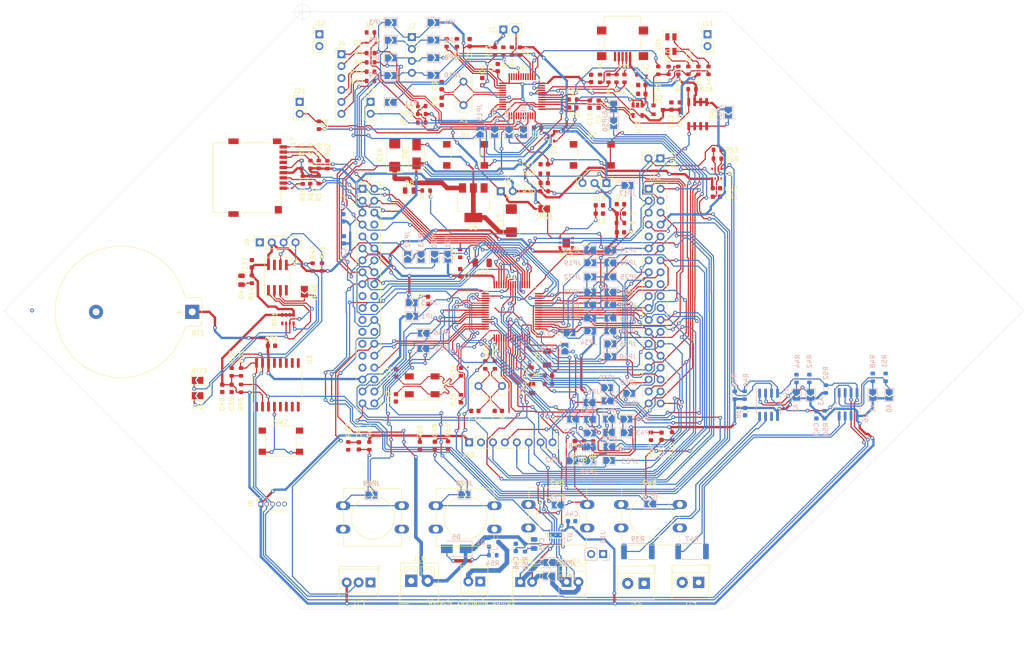
<source format=kicad_pcb>
(kicad_pcb (version 20171130) (host pcbnew "(5.1.10)-1")
  (layers (0 F.Cu signal) (31 B.Cu signal) (34 B.Paste user) (35 F.Paste user) (36 B.SilkS user) (37 F.SilkS user) (38 B.Mask user) (39 F.Mask user) (44 Edge.Cuts user))
  (net 0 "")
  (net 1 "Net-(A0-Pad1)")
  (net 2 "Net-(A1-Pad1)")
  (net 3 "Net-(A2-Pad1)")
  (net 4 "Net-(A3-Pad1)")
  (net 5 NRST)
  (net 6 BAT)
  (net 7 +3V3)
  (net 8 "Net-(C2-Pad1)")
  (net 9 STM_RST)
  (net 10 "Net-(C9-Pad1)")
  (net 11 "Net-(C10-Pad1)")
  (net 12 "Net-(C15-Pad2)")
  (net 13 "Net-(C17-Pad1)")
  (net 14 "Net-(C18-Pad1)")
  (net 15 +5V)
  (net 16 "Net-(C22-Pad2)")
  (net 17 "Net-(C25-Pad1)")
  (net 18 "Net-(C26-Pad1)")
  (net 19 "Net-(C29-Pad2)")
  (net 20 VDDA)
  (net 21 GNDA)
  (net 22 /sensors/VDDIO)
  (net 23 "Net-(C45-Pad1)")
  (net 24 "Net-(C47-Pad2)")
  (net 25 "Net-(C47-Pad1)")
  (net 26 "Net-(C48-Pad2)")
  (net 27 "Net-(C48-Pad1)")
  (net 28 "Net-(C49-Pad2)")
  (net 29 "Net-(C49-Pad1)")
  (net 30 "Net-(C50-Pad2)")
  (net 31 "Net-(C50-Pad1)")
  (net 32 "Net-(D1-Pad2)")
  (net 33 "Net-(D1-Pad1)")
  (net 34 +5VP)
  (net 35 +5VA)
  (net 36 "Net-(D4-Pad2)")
  (net 37 "Net-(D5-Pad2)")
  (net 38 "Net-(D7-Pad2)")
  (net 39 PB8)
  (net 40 PB9)
  (net 41 PWR_EXT)
  (net 42 "Net-(J2-Pad4)")
  (net 43 "Net-(J2-Pad3)")
  (net 44 "Net-(J2-Pad2)")
  (net 45 "Net-(J2-Pad1)")
  (net 46 ST_LINK_RX)
  (net 47 ST_LINK_TX)
  (net 48 "Net-(J4-Pad6)")
  (net 49 "Net-(J4-Pad5)")
  (net 50 "Net-(J4-Pad4)")
  (net 51 "Net-(J4-Pad2)")
  (net 52 "Net-(J5-Pad3)")
  (net 53 "Net-(J7-Pad38)")
  (net 54 PC3)
  (net 55 "Net-(J7-Pad36)")
  (net 56 PC2)
  (net 57 PB0)
  (net 58 PA4)
  (net 59 PA1)
  (net 60 ADC1_IN0)
  (net 61 PB7)
  (net 62 PA14)
  (net 63 PA13)
  (net 64 PF7)
  (net 65 PF6)
  (net 66 BOOT0)
  (net 67 CMD)
  (net 68 DAT0)
  (net 69 CLK)
  (net 70 PF4)
  (net 71 PA3)
  (net 72 PF5)
  (net 73 PA2)
  (net 74 PC4)
  (net 75 Backlight)
  (net 76 PB3)
  (net 77 J10_CN30)
  (net 78 PB5)
  (net 79 J10_CN28)
  (net 80 PB4)
  (net 81 J10_CN26)
  (net 82 DAT3)
  (net 83 PB1)
  (net 84 DC_DISPLAY)
  (net 85 PB2)
  (net 86 PA9)
  (net 87 PC7)
  (net 88 PB12)
  (net 89 D11)
  (net 90 PA11)
  (net 91 D12)
  (net 92 D13)
  (net 93 PD8)
  (net 94 PC5)
  (net 95 PC6)
  (net 96 PC8)
  (net 97 PC9)
  (net 98 "Net-(J14-Pad2)")
  (net 99 "Net-(J14-Pad1)")
  (net 100 "Net-(J15-Pad2)")
  (net 101 "Net-(J15-Pad1)")
  (net 102 CD)
  (net 103 DAT1)
  (net 104 DAT2)
  (net 105 "Net-(J20-Pad4)")
  (net 106 "Net-(J20-Pad3)")
  (net 107 "Net-(J20-Pad2)")
  (net 108 "Net-(J21-Pad2)")
  (net 109 "Net-(JP2-Pad2)")
  (net 110 T_JTCK)
  (net 111 STM_JTCK)
  (net 112 T_JTMS)
  (net 113 STM_JTMS)
  (net 114 T_NRST)
  (net 115 T_SWO)
  (net 116 MCO)
  (net 117 "Net-(JP17-Pad2)")
  (net 118 "Net-(JP18-Pad1)")
  (net 119 PB15)
  (net 120 "Net-(JP22-Pad1)")
  (net 121 PB14)
  (net 122 "Net-(JP26-Pad1)")
  (net 123 PB13)
  (net 124 "Net-(JP30-Pad1)")
  (net 125 "Net-(JP34-Pad1)")
  (net 126 PA5)
  (net 127 "Net-(JP43-Pad1)")
  (net 128 "Net-(JP46-Pad2)")
  (net 129 PC0)
  (net 130 "Net-(JP53-Pad2)")
  (net 131 PC1)
  (net 132 "Net-(JP57-Pad2)")
  (net 133 "Net-(JP61-Pad1)")
  (net 134 "Net-(JP63-Pad1)")
  (net 135 "Net-(JP64-Pad1)")
  (net 136 "Net-(LD1-Pad4)")
  (net 137 "Net-(LD1-Pad3)")
  (net 138 "Net-(LD1-Pad2)")
  (net 139 VIN)
  (net 140 "Net-(Q2-Pad2)")
  (net 141 "Net-(Q2-Pad1)")
  (net 142 "Net-(R2-Pad2)")
  (net 143 "Net-(R3-Pad2)")
  (net 144 AIN_1)
  (net 145 USB_RENUMn)
  (net 146 USB_DM)
  (net 147 USB_DP)
  (net 148 LED_STLINK)
  (net 149 T_SWDIO_IN)
  (net 150 "Net-(R25-Pad2)")
  (net 151 PWR_ENn)
  (net 152 "Net-(R34-Pad1)")
  (net 153 "Net-(SW2-Pad2)")
  (net 154 "Net-(B1-Pad2)")
  (net 155 "Net-(D8-Pad2)")
  (net 156 "Net-(JP21-Pad1)")
  (net 157 "Net-(JP73-Pad2)")
  (net 158 GND)
  (net 159 VDD)
  (net 160 "Net-(JP52-Pad1)")
  (net 161 "Net-(JP52-Pad2)")
  (net 162 "Net-(JP66-Pad1)")
  (net 163 "Net-(JP66-Pad2)")
  (net 164 VM)
  (net 165 /Microcontroller_F4/OSC+)
  (net 166 /Microcontroller_F4/OSC-)
  (net 167 /Microcontroller_F4/HIGHOSC+)
  (net 168 /Microcontroller_F4/HIGHOSC-)
  (net 169 /Microcontroller_F4/IN_HIGHOSC+)
  (net 170 /Microcontroller_F4/IN_OSC+)
  (net 171 /Microcontroller_F4/IN_OSC-)
  (net 172 /Microcontroller_F4/IN_HIGHOSC-)
  (net 173 /Microcontroller_F1/OSC+)
  (net 174 /Microcontroller_F1/OSC-)
  (net 175 APHASE)
  (net 176 BPHASE)
  (net 177 MODE)
  (net 178 BENABLE)
  (net 179 AENABLE)
  (net 180 GND1)
  (net 181 PB10)
  (module Package_QFP:LQFP-64_10x10mm_P0.5mm (layer F.Cu) (at 151.76 89.88)
    (fp_text reference U1 (at 0 -7.4) (layer F.SilkS))
    (fp_text value STM32F411RETx)
    (pad 64 smd roundrect (at -3.75 -5.675) (size 0.3 1.55) (layers F.Cu F.Paste F.Mask) (net 159 VDD))
    (pad 63 smd roundrect (at -3.25 -5.675) (size 0.3 1.55) (layers F.Cu F.Paste F.Mask) (net 158 GND))
    (pad 62 smd roundrect (at -2.75 -5.675) (size 0.3 1.55) (layers F.Cu F.Paste F.Mask) (net 40 PB9))
    (pad 61 smd roundrect (at -2.25 -5.675) (size 0.3 1.55) (layers F.Cu F.Paste F.Mask) (net 39 PB8))
    (pad 60 smd roundrect (at -1.75 -5.675) (size 0.3 1.55) (layers F.Cu F.Paste F.Mask) (net 66 BOOT0))
    (pad 59 smd roundrect (at -1.25 -5.675) (size 0.3 1.55) (layers F.Cu F.Paste F.Mask) (net 61 PB7))
    (pad 58 smd roundrect (at -0.75 -5.675) (size 0.3 1.55) (layers F.Cu F.Paste F.Mask) (net 175 APHASE))
    (pad 57 smd roundrect (at -0.25 -5.675) (size 0.3 1.55) (layers F.Cu F.Paste F.Mask) (net 78 PB5))
    (pad 56 smd roundrect (at 0.25 -5.675) (size 0.3 1.55) (layers F.Cu F.Paste F.Mask) (net 80 PB4))
    (pad 55 smd roundrect (at 0.75 -5.675) (size 0.3 1.55) (layers F.Cu F.Paste F.Mask) (net 76 PB3))
    (pad 54 smd roundrect (at 1.25 -5.675) (size 0.3 1.55) (layers F.Cu F.Paste F.Mask) (net 82 DAT3))
    (pad 53 smd roundrect (at 1.75 -5.675) (size 0.3 1.55) (layers F.Cu F.Paste F.Mask) (net 67 CMD))
    (pad 52 smd roundrect (at 2.25 -5.675) (size 0.3 1.55) (layers F.Cu F.Paste F.Mask) (net 68 DAT0))
    (pad 51 smd roundrect (at 2.75 -5.675) (size 0.3 1.55) (layers F.Cu F.Paste F.Mask) (net 69 CLK))
    (pad 50 smd roundrect (at 3.25 -5.675) (size 0.3 1.55) (layers F.Cu F.Paste F.Mask) (net 178 BENABLE))
    (pad 49 smd roundrect (at 3.75 -5.675) (size 0.3 1.55) (layers F.Cu F.Paste F.Mask) (net 62 PA14))
    (pad 48 smd roundrect (at 5.675 -3.75) (size 1.55 0.3) (layers F.Cu F.Paste F.Mask) (net 124 "Net-(JP30-Pad1)"))
    (pad 47 smd roundrect (at 5.675 -3.25) (size 1.55 0.3) (layers F.Cu F.Paste F.Mask) (net 16 "Net-(C22-Pad2)"))
    (pad 46 smd roundrect (at 5.675 -2.75) (size 1.55 0.3) (layers F.Cu F.Paste F.Mask) (net 63 PA13))
    (pad 45 smd roundrect (at 5.675 -2.25) (size 1.55 0.3) (layers F.Cu F.Paste F.Mask) (net 176 BPHASE))
    (pad 44 smd roundrect (at 5.675 -1.75) (size 1.55 0.3) (layers F.Cu F.Paste F.Mask) (net 90 PA11))
    (pad 43 smd roundrect (at 5.675 -1.25) (size 1.55 0.3) (layers F.Cu F.Paste F.Mask) (net 75 Backlight))
    (pad 42 smd roundrect (at 5.675 -0.75) (size 1.55 0.3) (layers F.Cu F.Paste F.Mask) (net 86 PA9))
    (pad 41 smd roundrect (at 5.675 -0.25) (size 1.55 0.3) (layers F.Cu F.Paste F.Mask) (net 84 DC_DISPLAY))
    (pad 40 smd roundrect (at 5.675 0.25) (size 1.55 0.3) (layers F.Cu F.Paste F.Mask) (net 97 PC9))
    (pad 39 smd roundrect (at 5.675 0.75) (size 1.55 0.3) (layers F.Cu F.Paste F.Mask) (net 96 PC8))
    (pad 38 smd roundrect (at 5.675 1.25) (size 1.55 0.3) (layers F.Cu F.Paste F.Mask) (net 87 PC7))
    (pad 37 smd roundrect (at 5.675 1.75) (size 1.55 0.3) (layers F.Cu F.Paste F.Mask) (net 95 PC6))
    (pad 36 smd roundrect (at 5.675 2.25) (size 1.55 0.3) (layers F.Cu F.Paste F.Mask) (net 118 "Net-(JP18-Pad1)"))
    (pad 35 smd roundrect (at 5.675 2.75) (size 1.55 0.3) (layers F.Cu F.Paste F.Mask) (net 120 "Net-(JP22-Pad1)"))
    (pad 34 smd roundrect (at 5.675 3.25) (size 1.55 0.3) (layers F.Cu F.Paste F.Mask) (net 122 "Net-(JP26-Pad1)"))
    (pad 33 smd roundrect (at 5.675 3.75) (size 1.55 0.3) (layers F.Cu F.Paste F.Mask) (net 125 "Net-(JP34-Pad1)"))
    (pad 32 smd roundrect (at 3.75 5.675) (size 0.3 1.55) (layers F.Cu F.Paste F.Mask) (net 159 VDD))
    (pad 31 smd roundrect (at 3.25 5.675) (size 0.3 1.55) (layers F.Cu F.Paste F.Mask) (net 17 "Net-(C25-Pad1)"))
    (pad 30 smd roundrect (at 2.75 5.675) (size 0.3 1.55) (layers F.Cu F.Paste F.Mask) (net 18 "Net-(C26-Pad1)"))
    (pad 29 smd roundrect (at 2.25 5.675) (size 0.3 1.55) (layers F.Cu F.Paste F.Mask) (net 181 PB10))
    (pad 28 smd roundrect (at 1.75 5.675) (size 0.3 1.55) (layers F.Cu F.Paste F.Mask) (net 85 PB2))
    (pad 27 smd roundrect (at 1.25 5.675) (size 0.3 1.55) (layers F.Cu F.Paste F.Mask) (net 135 "Net-(JP64-Pad1)"))
    (pad 26 smd roundrect (at 0.75 5.675) (size 0.3 1.55) (layers F.Cu F.Paste F.Mask) (net 57 PB0))
    (pad 25 smd roundrect (at 0.25 5.675) (size 0.3 1.55) (layers F.Cu F.Paste F.Mask) (net 94 PC5))
    (pad 24 smd roundrect (at -0.25 5.675) (size 0.3 1.55) (layers F.Cu F.Paste F.Mask) (net 74 PC4))
    (pad 23 smd roundrect (at -0.75 5.675) (size 0.3 1.55) (layers F.Cu F.Paste F.Mask) (net 177 MODE))
    (pad 22 smd roundrect (at -1.25 5.675) (size 0.3 1.55) (layers F.Cu F.Paste F.Mask) (net 179 AENABLE))
    (pad 21 smd roundrect (at -1.75 5.675) (size 0.3 1.55) (layers F.Cu F.Paste F.Mask) (net 126 PA5))
    (pad 20 smd roundrect (at -2.25 5.675) (size 0.3 1.55) (layers F.Cu F.Paste F.Mask) (net 58 PA4))
    (pad 19 smd roundrect (at -2.75 5.675) (size 0.3 1.55) (layers F.Cu F.Paste F.Mask) (net 127 "Net-(JP43-Pad1)"))
    (pad 18 smd roundrect (at -3.25 5.675) (size 0.3 1.55) (layers F.Cu F.Paste F.Mask) (net 130 "Net-(JP53-Pad2)"))
    (pad 17 smd roundrect (at -3.75 5.675) (size 0.3 1.55) (layers F.Cu F.Paste F.Mask) (net 133 "Net-(JP61-Pad1)"))
    (pad 16 smd roundrect (at -5.675 3.75) (size 1.55 0.3) (layers F.Cu F.Paste F.Mask) (net 134 "Net-(JP63-Pad1)"))
    (pad 15 smd roundrect (at -5.675 3.25) (size 1.55 0.3) (layers F.Cu F.Paste F.Mask) (net 59 PA1))
    (pad 14 smd roundrect (at -5.675 2.75) (size 1.55 0.3) (layers F.Cu F.Paste F.Mask) (net 60 ADC1_IN0))
    (pad 13 smd roundrect (at -5.675 2.25) (size 1.55 0.3) (layers F.Cu F.Paste F.Mask) (net 20 VDDA))
    (pad 12 smd roundrect (at -5.675 1.75) (size 1.55 0.3) (layers F.Cu F.Paste F.Mask) (net 180 GND1))
    (pad 11 smd roundrect (at -5.675 1.25) (size 1.55 0.3) (layers F.Cu F.Paste F.Mask) (net 54 PC3))
    (pad 10 smd roundrect (at -5.675 0.75) (size 1.55 0.3) (layers F.Cu F.Paste F.Mask) (net 56 PC2))
    (pad 9 smd roundrect (at -5.675 0.25) (size 1.55 0.3) (layers F.Cu F.Paste F.Mask) (net 131 PC1))
    (pad 8 smd roundrect (at -5.675 -0.25) (size 1.55 0.3) (layers F.Cu F.Paste F.Mask) (net 129 PC0))
    (pad 7 smd roundrect (at -5.675 -0.75) (size 1.55 0.3) (layers F.Cu F.Paste F.Mask) (net 5 NRST))
    (pad 6 smd roundrect (at -5.675 -1.25) (size 1.55 0.3) (layers F.Cu F.Paste F.Mask) (net 172 /Microcontroller_F4/IN_HIGHOSC-))
    (pad 5 smd roundrect (at -5.675 -1.75) (size 1.55 0.3) (layers F.Cu F.Paste F.Mask) (net 169 /Microcontroller_F4/IN_HIGHOSC+))
    (pad 4 smd roundrect (at -5.675 -2.25) (size 1.55 0.3) (layers F.Cu F.Paste F.Mask) (net 171 /Microcontroller_F4/IN_OSC-))
    (pad 3 smd roundrect (at -5.675 -2.75) (size 1.55 0.3) (layers F.Cu F.Paste F.Mask) (net 170 /Microcontroller_F4/IN_OSC+))
    (pad 2 smd roundrect (at -5.675 -3.25) (size 1.55 0.3) (layers F.Cu F.Paste F.Mask) (net 117 "Net-(JP17-Pad2)"))
    (pad 1 smd roundrect (at -5.675 -3.75) (size 1.55 0.3) (layers F.Cu F.Paste F.Mask) (net 19 "Net-(C29-Pad2)"))
  )
  (module Jumper:SolderJumper-2_P1.3mm_Open_TrianglePad1.0x1.5mm (layer B.Cu) (at 172.75 96.8)
    (fp_text reference JP36 (at 3.75 0) (layer B.SilkS) (effects (justify mirror)))
    (fp_text value Jumper_2_Open)
    (pad 1 smd custom (at -0.725 0) (size 0.3 0.3) (layers B.Cu B.Mask) (net 177 MODE) (options (clearance outline) (anchor rect)) (primitives (gr_poly (pts (xy -0.5 0.75) (xy 0.5 0.75) (xy 1 0) (xy 0.5 -0.75) (xy -0.5 -0.75)) (width 0))))
    (pad 2 smd custom (at 0.725 0) (size 0.3 0.3) (layers B.Cu B.Mask) (net 81 J10_CN26) (options (clearance outline) (anchor rect)) (primitives (gr_poly (pts (xy -0.65 0.75) (xy 0.5 0.75) (xy 0.5 -0.75) (xy -0.65 -0.75) (xy -0.15 0)) (width 0))))
  )
  (module Crystal:Resonator-2Pin_W8.0mm_H3.5mm (layer F.Cu) (at 141.44 40.95 270)
    (fp_text reference X1 (at 8.2 -0.1 180) (layer F.SilkS))
    (fp_text value Crystal)
    (pad 2 thru_hole circle (at 5 0 270) (size 1.7 1.7) (drill 1) (layers *.Cu *.Mask) (net 174 /Microcontroller_F1/OSC-))
    (pad 1 thru_hole circle (at 0 0 270) (size 1.7 1.7) (drill 1) (layers *.Cu *.Mask) (net 173 /Microcontroller_F1/OSC+))
  )
  (module Capacitor_SMD:C_0603_1608Metric (layer F.Cu) (at 145.45 40.95 90)
    (fp_text reference C6 (at 2.6 0.05 90) (layer F.SilkS))
    (fp_text value 100n)
    (pad 2 smd roundrect (at 0.775 0 90) (size 0.9 0.95) (layers F.Cu F.Paste F.Mask) (net 158 GND))
    (pad 1 smd roundrect (at -0.775 0 90) (size 0.9 0.95) (layers F.Cu F.Paste F.Mask) (net 9 STM_RST))
  )
  (module Button_Switch_THT:SW_PUSH-12mm (layer F.Cu) (at 175.05 131.05)
    (fp_text reference SW6 (at 6.08 -4.66) (layer F.SilkS))
    (fp_text value SW_Push)
    (pad 2 thru_hole oval (at 0 5) (size 3.048 1.85) (drill 1.3) (layers *.Cu *.Mask) (net 158 GND))
    (pad 1 thru_hole oval (at 0 0) (size 3.048 1.85) (drill 1.3) (layers *.Cu *.Mask) (net 31 "Net-(C50-Pad1)"))
    (pad 2 thru_hole oval (at 12.5 5) (size 3.048 1.85) (drill 1.3) (layers *.Cu *.Mask) (net 158 GND))
    (pad 1 thru_hole oval (at 12.5 0) (size 3.048 1.85) (drill 1.3) (layers *.Cu *.Mask) (net 31 "Net-(C50-Pad1)"))
  )
  (module Button_Switch_THT:SW_PUSH-12mm (layer F.Cu) (at 155.3 131.05)
    (fp_text reference SW5 (at 6.08 -4.66) (layer F.SilkS))
    (fp_text value SW_Push)
    (pad 2 thru_hole oval (at 0 5) (size 3.048 1.85) (drill 1.3) (layers *.Cu *.Mask) (net 158 GND))
    (pad 1 thru_hole oval (at 0 0) (size 3.048 1.85) (drill 1.3) (layers *.Cu *.Mask) (net 29 "Net-(C49-Pad1)"))
    (pad 2 thru_hole oval (at 12.5 5) (size 3.048 1.85) (drill 1.3) (layers *.Cu *.Mask) (net 158 GND))
    (pad 1 thru_hole oval (at 12.5 0) (size 3.048 1.85) (drill 1.3) (layers *.Cu *.Mask) (net 29 "Net-(C49-Pad1)"))
  )
  (module Button_Switch_THT:SW_PUSH-12mm (layer F.Cu) (at 115.8 131.3)
    (fp_text reference SW3 (at 6.08 -4.66) (layer F.SilkS))
    (fp_text value SW_Push)
    (pad 2 thru_hole oval (at 0 5) (size 3.048 1.85) (drill 1.3) (layers *.Cu *.Mask) (net 158 GND))
    (pad 1 thru_hole oval (at 0 0) (size 3.048 1.85) (drill 1.3) (layers *.Cu *.Mask) (net 25 "Net-(C47-Pad1)"))
    (pad 2 thru_hole oval (at 12.5 5) (size 3.048 1.85) (drill 1.3) (layers *.Cu *.Mask) (net 158 GND))
    (pad 1 thru_hole oval (at 12.5 0) (size 3.048 1.85) (drill 1.3) (layers *.Cu *.Mask) (net 25 "Net-(C47-Pad1)"))
  )
  (module Button_Switch_THT:SW_PUSH-12mm (layer F.Cu) (at 135.55 131.3)
    (fp_text reference SW4 (at 6.08 -4.66) (layer F.SilkS))
    (fp_text value SW_Push)
    (pad 2 thru_hole oval (at 0 5) (size 3.048 1.85) (drill 1.3) (layers *.Cu *.Mask) (net 158 GND))
    (pad 1 thru_hole oval (at 0 0) (size 3.048 1.85) (drill 1.3) (layers *.Cu *.Mask) (net 27 "Net-(C48-Pad1)"))
    (pad 2 thru_hole oval (at 12.5 5) (size 3.048 1.85) (drill 1.3) (layers *.Cu *.Mask) (net 158 GND))
    (pad 1 thru_hole oval (at 12.5 0) (size 3.048 1.85) (drill 1.3) (layers *.Cu *.Mask) (net 27 "Net-(C48-Pad1)"))
  )
  (module Jumper:SolderJumper-2_P1.3mm_Open_TrianglePad1.0x1.5mm (layer B.Cu) (at 164.05 94.45)
    (fp_text reference JP37 (at -3.9 0.1) (layer B.SilkS) (effects (justify mirror)))
    (fp_text value Jumper_2_Open)
    (pad 1 smd custom (at -0.725 0) (size 0.3 0.3) (layers B.Cu B.Mask) (net 125 "Net-(JP34-Pad1)") (options (clearance outline) (anchor rect)) (primitives (gr_poly (pts (xy -0.5 0.75) (xy 0.5 0.75) (xy 1 0) (xy 0.5 -0.75) (xy -0.5 -0.75)) (width 0))))
    (pad 2 smd custom (at 0.725 0) (size 0.3 0.3) (layers B.Cu B.Mask) (net 88 PB12) (options (clearance outline) (anchor rect)) (primitives (gr_poly (pts (xy -0.65 0.75) (xy 0.5 0.75) (xy 0.5 -0.75) (xy -0.65 -0.75) (xy -0.15 0)) (width 0))))
  )
  (module Jumper:SolderJumper-2_P1.3mm_Open_TrianglePad1.0x1.5mm (layer B.Cu) (at 172.75 85.8 180)
    (fp_text reference JP24 (at -3.9 0) (layer B.SilkS) (effects (justify mirror)))
    (fp_text value Jumper_2_Open)
    (pad 1 smd custom (at -0.725 0 180) (size 0.3 0.3) (layers B.Cu B.Mask) (net 91 D12) (options (clearance outline) (anchor rect)) (primitives (gr_poly (pts (xy -0.5 0.75) (xy 0.5 0.75) (xy 1 0) (xy 0.5 -0.75) (xy -0.5 -0.75)) (width 0))))
    (pad 2 smd custom (at 0.725 0 180) (size 0.3 0.3) (layers B.Cu B.Mask) (net 121 PB14) (options (clearance outline) (anchor rect)) (primitives (gr_poly (pts (xy -0.65 0.75) (xy 0.5 0.75) (xy 0.5 -0.75) (xy -0.65 -0.75) (xy -0.15 0)) (width 0))))
  )
  (module Connector_PinHeader_2.54mm:PinHeader_2x19_P2.54mm_Vertical (layer F.Cu) (at 119.92 63.78)
    (fp_text reference J7 (at 1.27 -2.33) (layer F.SilkS))
    (fp_text value Conn_02x19_Odd_Even)
    (pad 38 thru_hole oval (at 2.54 45.72) (size 1.7 1.7) (drill 1) (layers *.Cu *.Mask) (net 53 "Net-(J7-Pad38)"))
    (pad 37 thru_hole oval (at 0 45.72) (size 1.7 1.7) (drill 1) (layers *.Cu *.Mask) (net 54 PC3))
    (pad 36 thru_hole oval (at 2.54 43.18) (size 1.7 1.7) (drill 1) (layers *.Cu *.Mask) (net 55 "Net-(J7-Pad36)"))
    (pad 35 thru_hole oval (at 0 43.18) (size 1.7 1.7) (drill 1) (layers *.Cu *.Mask) (net 56 PC2))
    (pad 34 thru_hole oval (at 2.54 40.64) (size 1.7 1.7) (drill 1) (layers *.Cu *.Mask) (net 57 PB0))
    (pad 33 thru_hole oval (at 0 40.64) (size 1.7 1.7) (drill 1) (layers *.Cu *.Mask) (net 6 BAT))
    (pad 32 thru_hole oval (at 2.54 38.1) (size 1.7 1.7) (drill 1) (layers *.Cu *.Mask) (net 58 PA4))
    (pad 31 thru_hole oval (at 0 38.1) (size 1.7 1.7) (drill 1) (layers *.Cu *.Mask))
    (pad 30 thru_hole oval (at 2.54 35.56) (size 1.7 1.7) (drill 1) (layers *.Cu *.Mask) (net 59 PA1))
    (pad 29 thru_hole oval (at 0 35.56) (size 1.7 1.7) (drill 1) (layers *.Cu *.Mask))
    (pad 28 thru_hole oval (at 2.54 33.02) (size 1.7 1.7) (drill 1) (layers *.Cu *.Mask) (net 60 ADC1_IN0))
    (pad 27 thru_hole oval (at 0 33.02) (size 1.7 1.7) (drill 1) (layers *.Cu *.Mask))
    (pad 26 thru_hole oval (at 2.54 30.48) (size 1.7 1.7) (drill 1) (layers *.Cu *.Mask))
    (pad 25 thru_hole oval (at 0 30.48) (size 1.7 1.7) (drill 1) (layers *.Cu *.Mask))
    (pad 24 thru_hole oval (at 2.54 27.94) (size 1.7 1.7) (drill 1) (layers *.Cu *.Mask) (net 164 VM))
    (pad 23 thru_hole oval (at 0 27.94) (size 1.7 1.7) (drill 1) (layers *.Cu *.Mask))
    (pad 22 thru_hole oval (at 2.54 25.4) (size 1.7 1.7) (drill 1) (layers *.Cu *.Mask) (net 158 GND))
    (pad 21 thru_hole oval (at 0 25.4) (size 1.7 1.7) (drill 1) (layers *.Cu *.Mask) (net 61 PB7))
    (pad 20 thru_hole oval (at 2.54 22.86) (size 1.7 1.7) (drill 1) (layers *.Cu *.Mask) (net 158 GND))
    (pad 19 thru_hole oval (at 0 22.86) (size 1.7 1.7) (drill 1) (layers *.Cu *.Mask) (net 158 GND))
    (pad 18 thru_hole oval (at 2.54 20.32) (size 1.7 1.7) (drill 1) (layers *.Cu *.Mask) (net 15 +5V))
    (pad 17 thru_hole oval (at 0 20.32) (size 1.7 1.7) (drill 1) (layers *.Cu *.Mask) (net 178 BENABLE))
    (pad 16 thru_hole oval (at 2.54 17.78) (size 1.7 1.7) (drill 1) (layers *.Cu *.Mask) (net 159 VDD))
    (pad 15 thru_hole oval (at 0 17.78) (size 1.7 1.7) (drill 1) (layers *.Cu *.Mask) (net 62 PA14))
    (pad 14 thru_hole oval (at 2.54 15.24) (size 1.7 1.7) (drill 1) (layers *.Cu *.Mask) (net 5 NRST))
    (pad 13 thru_hole oval (at 0 15.24) (size 1.7 1.7) (drill 1) (layers *.Cu *.Mask) (net 63 PA13))
    (pad 12 thru_hole oval (at 2.54 12.7) (size 1.7 1.7) (drill 1) (layers *.Cu *.Mask) (net 159 VDD))
    (pad 11 thru_hole oval (at 0 12.7) (size 1.7 1.7) (drill 1) (layers *.Cu *.Mask) (net 64 PF7))
    (pad 10 thru_hole oval (at 2.54 10.16) (size 1.7 1.7) (drill 1) (layers *.Cu *.Mask))
    (pad 9 thru_hole oval (at 0 10.16) (size 1.7 1.7) (drill 1) (layers *.Cu *.Mask) (net 65 PF6))
    (pad 8 thru_hole oval (at 2.54 7.62) (size 1.7 1.7) (drill 1) (layers *.Cu *.Mask) (net 158 GND))
    (pad 7 thru_hole oval (at 0 7.62) (size 1.7 1.7) (drill 1) (layers *.Cu *.Mask) (net 66 BOOT0))
    (pad 6 thru_hole oval (at 2.54 5.08) (size 1.7 1.7) (drill 1) (layers *.Cu *.Mask) (net 35 +5VA))
    (pad 5 thru_hole oval (at 0 5.08) (size 1.7 1.7) (drill 1) (layers *.Cu *.Mask) (net 159 VDD))
    (pad 4 thru_hole oval (at 2.54 2.54) (size 1.7 1.7) (drill 1) (layers *.Cu *.Mask) (net 82 DAT3))
    (pad 3 thru_hole oval (at 0 2.54) (size 1.7 1.7) (drill 1) (layers *.Cu *.Mask) (net 67 CMD))
    (pad 2 thru_hole oval (at 2.54 0) (size 1.7 1.7) (drill 1) (layers *.Cu *.Mask) (net 68 DAT0))
    (pad 1 thru_hole rect (at 0 0) (size 1.7 1.7) (drill 1) (layers *.Cu *.Mask) (net 69 CLK))
  )
  (module Capacitor_SMD:C_0603_1608Metric (layer F.Cu) (at 96.35 79.75 90)
    (fp_text reference C37 (at 0 -1.43 90) (layer F.SilkS))
    (fp_text value 100n)
    (pad 2 smd roundrect (at 0.775 0 90) (size 0.9 0.95) (layers F.Cu F.Paste F.Mask) (net 158 GND))
    (pad 1 smd roundrect (at -0.775 0 90) (size 0.9 0.95) (layers F.Cu F.Paste F.Mask) (net 159 VDD))
  )
  (module TerminalBlock_TE-Connectivity:TerminalBlock_TE_282834-3_1x03_P2.54mm_Horizontal (layer F.Cu) (at 121.65 147.65 180)
    (fp_text reference J13 (at 2.54 -4.37) (layer F.SilkS))
    (fp_text value Conn_01x03)
    (pad 3 thru_hole circle (at 5.08 0 180) (size 2.1 2.1) (drill 1.1) (layers *.Cu *.Mask) (net 159 VDD))
    (pad 2 thru_hole circle (at 2.54 0 180) (size 2.1 2.1) (drill 1.1) (layers *.Cu *.Mask) (net 60 ADC1_IN0))
    (pad 1 thru_hole rect (at 0 0 180) (size 2.1 2.1) (drill 1.1) (layers *.Cu *.Mask) (net 158 GND))
  )
  (module TerminalBlock_4Ucon:TerminalBlock_4Ucon_1x02_P3.50mm_Horizontal (layer F.Cu) (at 179.95 147.85 180)
    (fp_text reference J14 (at 1.75 -4.46) (layer F.SilkS))
    (fp_text value Conn_01x02)
    (pad 1 thru_hole rect (at 0 0 180) (size 2.4 2.4) (drill 1.2) (layers *.Cu *.Mask) (net 99 "Net-(J14-Pad1)"))
    (pad 2 thru_hole circle (at 3.5 0 180) (size 2.4 2.4) (drill 1.2) (layers *.Cu *.Mask) (net 98 "Net-(J14-Pad2)"))
  )
  (module Package_QFP:LQFP-48_7x7mm_P0.5mm (layer F.Cu) (at 153.95 44.05)
    (fp_text reference U11 (at 0 -5.85) (layer F.SilkS))
    (fp_text value STM32F103CBTx)
    (pad 48 smd roundrect (at -2.75 -4.1625) (size 0.3 1.475) (layers F.Cu F.Paste F.Mask) (net 7 +3V3))
    (pad 47 smd roundrect (at -2.25 -4.1625) (size 0.3 1.475) (layers F.Cu F.Paste F.Mask) (net 158 GND))
    (pad 46 smd roundrect (at -1.75 -4.1625) (size 0.3 1.475) (layers F.Cu F.Paste F.Mask))
    (pad 45 smd roundrect (at -1.25 -4.1625) (size 0.3 1.475) (layers F.Cu F.Paste F.Mask))
    (pad 44 smd roundrect (at -0.75 -4.1625) (size 0.3 1.475) (layers F.Cu F.Paste F.Mask) (net 66 BOOT0))
    (pad 43 smd roundrect (at -0.25 -4.1625) (size 0.3 1.475) (layers F.Cu F.Paste F.Mask))
    (pad 42 smd roundrect (at 0.25 -4.1625) (size 0.3 1.475) (layers F.Cu F.Paste F.Mask))
    (pad 41 smd roundrect (at 0.75 -4.1625) (size 0.3 1.475) (layers F.Cu F.Paste F.Mask))
    (pad 40 smd roundrect (at 1.25 -4.1625) (size 0.3 1.475) (layers F.Cu F.Paste F.Mask))
    (pad 39 smd roundrect (at 1.75 -4.1625) (size 0.3 1.475) (layers F.Cu F.Paste F.Mask) (net 41 PWR_EXT))
    (pad 38 smd roundrect (at 2.25 -4.1625) (size 0.3 1.475) (layers F.Cu F.Paste F.Mask) (net 145 USB_RENUMn))
    (pad 37 smd roundrect (at 2.75 -4.1625) (size 0.3 1.475) (layers F.Cu F.Paste F.Mask) (net 111 STM_JTCK))
    (pad 36 smd roundrect (at 4.1625 -2.75) (size 1.475 0.3) (layers F.Cu F.Paste F.Mask) (net 7 +3V3))
    (pad 35 smd roundrect (at 4.1625 -2.25) (size 1.475 0.3) (layers F.Cu F.Paste F.Mask) (net 158 GND))
    (pad 34 smd roundrect (at 4.1625 -1.75) (size 1.475 0.3) (layers F.Cu F.Paste F.Mask) (net 113 STM_JTMS))
    (pad 33 smd roundrect (at 4.1625 -1.25) (size 1.475 0.3) (layers F.Cu F.Paste F.Mask) (net 147 USB_DP))
    (pad 32 smd roundrect (at 4.1625 -0.75) (size 1.475 0.3) (layers F.Cu F.Paste F.Mask) (net 146 USB_DM))
    (pad 31 smd roundrect (at 4.1625 -0.25) (size 1.475 0.3) (layers F.Cu F.Paste F.Mask) (net 115 T_SWO))
    (pad 30 smd roundrect (at 4.1625 0.25) (size 1.475 0.3) (layers F.Cu F.Paste F.Mask) (net 148 LED_STLINK))
    (pad 29 smd roundrect (at 4.1625 0.75) (size 1.475 0.3) (layers F.Cu F.Paste F.Mask) (net 150 "Net-(R25-Pad2)"))
    (pad 28 smd roundrect (at 4.1625 1.25) (size 1.475 0.3) (layers F.Cu F.Paste F.Mask) (net 151 PWR_ENn))
    (pad 27 smd roundrect (at 4.1625 1.75) (size 1.475 0.3) (layers F.Cu F.Paste F.Mask) (net 112 T_JTMS))
    (pad 26 smd roundrect (at 4.1625 2.25) (size 1.475 0.3) (layers F.Cu F.Paste F.Mask) (net 110 T_JTCK))
    (pad 25 smd roundrect (at 4.1625 2.75) (size 1.475 0.3) (layers F.Cu F.Paste F.Mask) (net 149 T_SWDIO_IN))
    (pad 24 smd roundrect (at 2.75 4.1625) (size 0.3 1.475) (layers F.Cu F.Paste F.Mask) (net 7 +3V3))
    (pad 23 smd roundrect (at 2.25 4.1625) (size 0.3 1.475) (layers F.Cu F.Paste F.Mask) (net 158 GND))
    (pad 22 smd roundrect (at 1.75 4.1625) (size 0.3 1.475) (layers F.Cu F.Paste F.Mask))
    (pad 21 smd roundrect (at 1.25 4.1625) (size 0.3 1.475) (layers F.Cu F.Paste F.Mask) (net 108 "Net-(J21-Pad2)"))
    (pad 20 smd roundrect (at 0.75 4.1625) (size 0.3 1.475) (layers F.Cu F.Paste F.Mask) (net 158 GND))
    (pad 19 smd roundrect (at 0.25 4.1625) (size 0.3 1.475) (layers F.Cu F.Paste F.Mask))
    (pad 18 smd roundrect (at -0.25 4.1625) (size 0.3 1.475) (layers F.Cu F.Paste F.Mask) (net 114 T_NRST))
    (pad 17 smd roundrect (at -0.75 4.1625) (size 0.3 1.475) (layers F.Cu F.Paste F.Mask))
    (pad 16 smd roundrect (at -1.25 4.1625) (size 0.3 1.475) (layers F.Cu F.Paste F.Mask))
    (pad 15 smd roundrect (at -1.75 4.1625) (size 0.3 1.475) (layers F.Cu F.Paste F.Mask) (net 110 T_JTCK))
    (pad 14 smd roundrect (at -2.25 4.1625) (size 0.3 1.475) (layers F.Cu F.Paste F.Mask))
    (pad 13 smd roundrect (at -2.75 4.1625) (size 0.3 1.475) (layers F.Cu F.Paste F.Mask) (net 46 ST_LINK_RX))
    (pad 12 smd roundrect (at -4.1625 2.75) (size 1.475 0.3) (layers F.Cu F.Paste F.Mask) (net 47 ST_LINK_TX))
    (pad 11 smd roundrect (at -4.1625 2.25) (size 1.475 0.3) (layers F.Cu F.Paste F.Mask))
    (pad 10 smd roundrect (at -4.1625 1.75) (size 1.475 0.3) (layers F.Cu F.Paste F.Mask) (net 144 AIN_1))
    (pad 9 smd roundrect (at -4.1625 1.25) (size 1.475 0.3) (layers F.Cu F.Paste F.Mask) (net 7 +3V3))
    (pad 8 smd roundrect (at -4.1625 0.75) (size 1.475 0.3) (layers F.Cu F.Paste F.Mask) (net 158 GND))
    (pad 7 smd roundrect (at -4.1625 0.25) (size 1.475 0.3) (layers F.Cu F.Paste F.Mask) (net 9 STM_RST))
    (pad 6 smd roundrect (at -4.1625 -0.25) (size 1.475 0.3) (layers F.Cu F.Paste F.Mask) (net 174 /Microcontroller_F1/OSC-))
    (pad 5 smd roundrect (at -4.1625 -0.75) (size 1.475 0.3) (layers F.Cu F.Paste F.Mask) (net 173 /Microcontroller_F1/OSC+))
    (pad 4 smd roundrect (at -4.1625 -1.25) (size 1.475 0.3) (layers F.Cu F.Paste F.Mask))
    (pad 3 smd roundrect (at -4.1625 -1.75) (size 1.475 0.3) (layers F.Cu F.Paste F.Mask) (net 142 "Net-(R2-Pad2)"))
    (pad 2 smd roundrect (at -4.1625 -2.25) (size 1.475 0.3) (layers F.Cu F.Paste F.Mask) (net 143 "Net-(R3-Pad2)"))
    (pad 1 smd roundrect (at -4.1625 -2.75) (size 1.475 0.3) (layers F.Cu F.Paste F.Mask) (net 7 +3V3))
  )
  (module Capacitor_SMD:C_0603_1608Metric (layer F.Cu) (at 90.05 106.3 270)
    (fp_text reference C40 (at 3.4 0.05 90) (layer F.SilkS))
    (fp_text value 100n)
    (pad 2 smd roundrect (at 0.775 0 270) (size 0.9 0.95) (layers F.Cu F.Paste F.Mask) (net 158 GND))
    (pad 1 smd roundrect (at -0.775 0 270) (size 0.9 0.95) (layers F.Cu F.Paste F.Mask) (net 159 VDD))
  )
  (module Package_SO:SOIC-16W_7.5x10.3mm_P1.27mm (layer F.Cu) (at 101.8 105.55 90)
    (fp_text reference U3 (at 5.35 6.9 90) (layer F.SilkS))
    (fp_text value DS3231M)
    (pad 16 smd roundrect (at 4.65 -4.445 90) (size 2.05 0.6) (layers F.Cu F.Paste F.Mask) (net 39 PB8))
    (pad 15 smd roundrect (at 4.65 -3.175 90) (size 2.05 0.6) (layers F.Cu F.Paste F.Mask) (net 40 PB9))
    (pad 14 smd roundrect (at 4.65 -1.905 90) (size 2.05 0.6) (layers F.Cu F.Paste F.Mask) (net 6 BAT))
    (pad 13 smd roundrect (at 4.65 -0.635 90) (size 2.05 0.6) (layers F.Cu F.Paste F.Mask) (net 158 GND))
    (pad 12 smd roundrect (at 4.65 0.635 90) (size 2.05 0.6) (layers F.Cu F.Paste F.Mask) (net 158 GND))
    (pad 11 smd roundrect (at 4.65 1.905 90) (size 2.05 0.6) (layers F.Cu F.Paste F.Mask) (net 158 GND))
    (pad 10 smd roundrect (at 4.65 3.175 90) (size 2.05 0.6) (layers F.Cu F.Paste F.Mask) (net 158 GND))
    (pad 9 smd roundrect (at 4.65 4.445 90) (size 2.05 0.6) (layers F.Cu F.Paste F.Mask) (net 158 GND))
    (pad 8 smd roundrect (at -4.65 4.445 90) (size 2.05 0.6) (layers F.Cu F.Paste F.Mask) (net 158 GND))
    (pad 7 smd roundrect (at -4.65 3.175 90) (size 2.05 0.6) (layers F.Cu F.Paste F.Mask) (net 158 GND))
    (pad 6 smd roundrect (at -4.65 1.905 90) (size 2.05 0.6) (layers F.Cu F.Paste F.Mask) (net 158 GND))
    (pad 5 smd roundrect (at -4.65 0.635 90) (size 2.05 0.6) (layers F.Cu F.Paste F.Mask) (net 158 GND))
    (pad 4 smd roundrect (at -4.65 -0.635 90) (size 2.05 0.6) (layers F.Cu F.Paste F.Mask) (net 153 "Net-(SW2-Pad2)"))
    (pad 3 smd roundrect (at -4.65 -1.905 90) (size 2.05 0.6) (layers F.Cu F.Paste F.Mask) (net 90 PA11))
    (pad 2 smd roundrect (at -4.65 -3.175 90) (size 2.05 0.6) (layers F.Cu F.Paste F.Mask) (net 159 VDD))
    (pad 1 smd roundrect (at -4.65 -4.445 90) (size 2.05 0.6) (layers F.Cu F.Paste F.Mask))
  )
  (module Capacitor_SMD:C_0603_1608Metric (layer B.Cu) (at 201.45 111.25 270)
    (fp_text reference C38 (at 0 1.43 270) (layer B.SilkS) (effects (justify mirror)))
    (fp_text value 100n)
    (pad 2 smd roundrect (at 0.775 0 270) (size 0.9 0.95) (layers B.Cu B.Paste B.Mask) (net 158 GND))
    (pad 1 smd roundrect (at -0.775 0 270) (size 0.9 0.95) (layers B.Cu B.Paste B.Mask) (net 159 VDD))
  )
  (module Capacitor_SMD:C_0603_1608Metric (layer B.Cu) (at 216.65 111.95 270)
    (fp_text reference C43 (at 3.1 0 270) (layer B.SilkS) (effects (justify mirror)))
    (fp_text value 100n)
    (pad 2 smd roundrect (at 0.775 0 270) (size 0.9 0.95) (layers B.Cu B.Paste B.Mask) (net 158 GND))
    (pad 1 smd roundrect (at -0.775 0 270) (size 0.9 0.95) (layers B.Cu B.Paste B.Mask) (net 159 VDD))
  )
  (module Resistor_SMD:R_0603_1608Metric (layer B.Cu) (at 212.4 104.2 90)
    (fp_text reference R44 (at 3.65 0.25 270) (layer B.SilkS) (effects (justify mirror)))
    (fp_text value R)
    (pad 2 smd roundrect (at 0.825 0 90) (size 0.8 0.95) (layers B.Cu B.Paste B.Mask) (net 158 GND))
    (pad 1 smd roundrect (at -0.825 0 90) (size 0.8 0.95) (layers B.Cu B.Paste B.Mask) (net 3 "Net-(A2-Pad1)"))
  )
  (module Resistor_SMD:R_0603_1608Metric (layer B.Cu) (at 215.15 104.2 90)
    (fp_text reference R42 (at 3.65 0 270) (layer B.SilkS) (effects (justify mirror)))
    (fp_text value R)
    (pad 2 smd roundrect (at 0.825 0 90) (size 0.8 0.95) (layers B.Cu B.Paste B.Mask) (net 158 GND))
    (pad 1 smd roundrect (at -0.825 0 90) (size 0.8 0.95) (layers B.Cu B.Paste B.Mask) (net 4 "Net-(A3-Pad1)"))
  )
  (module Resistor_SMD:R_0603_1608Metric (layer B.Cu) (at 201.35 107.75 90)
    (fp_text reference R46 (at 3.2 0.3 270) (layer B.SilkS) (effects (justify mirror)))
    (fp_text value 4k7)
    (pad 2 smd roundrect (at 0.825 0 90) (size 0.8 0.95) (layers B.Cu B.Paste B.Mask) (net 39 PB8))
    (pad 1 smd roundrect (at -0.825 0 90) (size 0.8 0.95) (layers B.Cu B.Paste B.Mask) (net 159 VDD))
  )
  (module Resistor_SMD:R_0603_1608Metric (layer B.Cu) (at 199.25 107.75 90)
    (fp_text reference R43 (at 3.2 -0.1 270) (layer B.SilkS) (effects (justify mirror)))
    (fp_text value 4k7)
    (pad 2 smd roundrect (at 0.825 0 90) (size 0.8 0.95) (layers B.Cu B.Paste B.Mask) (net 40 PB9))
    (pad 1 smd roundrect (at -0.825 0 90) (size 0.8 0.95) (layers B.Cu B.Paste B.Mask) (net 159 VDD))
  )
  (module Resistor_SMD:R_0603_1608Metric (layer F.Cu) (at 133.5 64.15 180)
    (fp_text reference R72 (at 0 -1.43) (layer F.SilkS))
    (fp_text value 510)
    (pad 2 smd roundrect (at 0.825 0 180) (size 0.8 0.95) (layers F.Cu F.Paste F.Mask) (net 155 "Net-(D8-Pad2)"))
    (pad 1 smd roundrect (at -0.825 0 180) (size 0.8 0.95) (layers F.Cu F.Paste F.Mask) (net 156 "Net-(JP21-Pad1)"))
  )
  (module Jumper:SolderJumper-2_P1.3mm_Open_TrianglePad1.0x1.5mm (layer B.Cu) (at 172.75 76.8)
    (fp_text reference JP21 (at 3.75 0) (layer B.SilkS) (effects (justify mirror)))
    (fp_text value Jumper_2_Open)
    (pad 1 smd custom (at -0.725 0) (size 0.3 0.3) (layers B.Cu B.Mask) (net 156 "Net-(JP21-Pad1)") (options (clearance outline) (anchor rect)) (primitives (gr_poly (pts (xy -0.5 0.75) (xy 0.5 0.75) (xy 1 0) (xy 0.5 -0.75) (xy -0.5 -0.75)) (width 0))))
    (pad 2 smd custom (at 0.725 0) (size 0.3 0.3) (layers B.Cu B.Mask) (net 92 D13) (options (clearance outline) (anchor rect)) (primitives (gr_poly (pts (xy -0.65 0.75) (xy 0.5 0.75) (xy 0.5 -0.75) (xy -0.65 -0.75) (xy -0.15 0)) (width 0))))
  )
  (module LED_SMD:LED_0805_2012Metric (layer F.Cu) (at 129.95 64.15)
    (fp_text reference D8 (at 0 -1.65) (layer F.SilkS))
    (fp_text value LED)
    (pad 2 smd roundrect (at 0.9375 0) (size 0.975 1.4) (layers F.Cu F.Paste F.Mask) (net 155 "Net-(D8-Pad2)"))
    (pad 1 smd roundrect (at -0.9375 0) (size 0.975 1.4) (layers F.Cu F.Paste F.Mask) (net 158 GND))
  )
  (module Resistor_SMD:R_0603_1608Metric (layer F.Cu) (at 174.9 71.05)
    (fp_text reference R32 (at 2.6 0) (layer F.SilkS) (effects (font (size 0.5 0.5) (thickness 0.125))))
    (fp_text value 4k7)
    (pad 2 smd roundrect (at 0.825 0) (size 0.8 0.95) (layers F.Cu F.Paste F.Mask) (net 38 "Net-(D7-Pad2)"))
    (pad 1 smd roundrect (at -0.825 0) (size 0.8 0.95) (layers F.Cu F.Paste F.Mask) (net 15 +5V))
  )
  (module Connector_PinSocket_2.54mm:PinSocket_1x08_P2.54mm_Vertical (layer F.Cu) (at 142.65 117.8 90)
    (fp_text reference J19 (at -2.7 -0.1 180) (layer F.SilkS))
    (fp_text value Conn_01x08)
    (pad 8 thru_hole oval (at 0 17.78 90) (size 1.7 1.7) (drill 1) (layers *.Cu *.Mask) (net 75 Backlight))
    (pad 7 thru_hole oval (at 0 15.24 90) (size 1.7 1.7) (drill 1) (layers *.Cu *.Mask) (net 86 PA9))
    (pad 6 thru_hole oval (at 0 12.7 90) (size 1.7 1.7) (drill 1) (layers *.Cu *.Mask) (net 84 DC_DISPLAY))
    (pad 5 thru_hole oval (at 0 10.16 90) (size 1.7 1.7) (drill 1) (layers *.Cu *.Mask) (net 181 PB10))
    (pad 4 thru_hole oval (at 0 7.62 90) (size 1.7 1.7) (drill 1) (layers *.Cu *.Mask) (net 123 PB13))
    (pad 3 thru_hole oval (at 0 5.08 90) (size 1.7 1.7) (drill 1) (layers *.Cu *.Mask) (net 119 PB15))
    (pad 2 thru_hole oval (at 0 2.54 90) (size 1.7 1.7) (drill 1) (layers *.Cu *.Mask) (net 158 GND))
    (pad 1 thru_hole rect (at 0 0 90) (size 1.7 1.7) (drill 1) (layers *.Cu *.Mask) (net 159 VDD))
  )
  (module Package_SON:WSON-6-1EP_3x3mm_P0.95mm (layer F.Cu) (at 163.35 75.25 180)
    (fp_text reference U12 (at 0 -2.575) (layer F.SilkS))
    (fp_text value LD39050PU33)
    (pad 7 smd rect (at -0.4 -0.525 180) (size 0.8 1.05) (layers F.Cu F.Paste F.Mask) (net 158 GND))
    (pad 7 smd rect (at -0.4 0.525 180) (size 0.8 1.05) (layers F.Cu F.Paste F.Mask) (net 158 GND))
    (pad 7 smd rect (at 0.4 -0.525 180) (size 0.8 1.05) (layers F.Cu F.Paste F.Mask) (net 158 GND))
    (pad 7 smd rect (at 0.4 0.525 180) (size 0.8 1.05) (layers F.Cu F.Paste F.Mask) (net 158 GND))
    (pad 6 smd rect (at 1.34 -0.95 180) (size 0.63 0.45) (layers F.Cu F.Paste F.Mask) (net 15 +5V))
    (pad 5 smd rect (at 1.34 0 180) (size 0.63 0.45) (layers F.Cu F.Paste F.Mask))
    (pad 4 smd rect (at 1.34 0.95 180) (size 0.63 0.45) (layers F.Cu F.Paste F.Mask) (net 14 "Net-(C18-Pad1)"))
    (pad 3 smd rect (at -1.34 0.95 180) (size 0.63 0.45) (layers F.Cu F.Paste F.Mask))
    (pad 2 smd rect (at -1.34 0 180) (size 0.63 0.45) (layers F.Cu F.Paste F.Mask) (net 158 GND))
    (pad 1 smd rect (at -1.34 -0.95 180) (size 0.63 0.45) (layers F.Cu F.Paste F.Mask) (net 15 +5V))
  )
  (module Button_Switch_SMD:SW_SPST_Omron_B3FS-100xP (layer F.Cu) (at 168.9 56.55)
    (fp_text reference B2 (at 0 -4.3) (layer F.SilkS))
    (fp_text value SW_Push_Dual)
    (pad 3 smd rect (at -4 2.25 180) (size 1.6 1.4) (layers F.Cu F.Paste F.Mask) (net 158 GND))
    (pad 4 smd rect (at 4 2.25 180) (size 1.6 1.4) (layers F.Cu F.Paste F.Mask) (net 5 NRST))
    (pad 1 smd rect (at -4 -2.25 180) (size 1.6 1.4) (layers F.Cu F.Paste F.Mask) (net 158 GND))
    (pad 2 smd rect (at 4 -2.25 180) (size 1.6 1.4) (layers F.Cu F.Paste F.Mask) (net 5 NRST))
  )
  (module Button_Switch_SMD:SW_SPST_Omron_B3FS-100xP (layer F.Cu) (at 141.9 56.55)
    (fp_text reference B1 (at 0 -4.3) (layer F.SilkS))
    (fp_text value SW_Push_Dual)
    (pad 3 smd rect (at -4 2.25 180) (size 1.6 1.4) (layers F.Cu F.Paste F.Mask) (net 158 GND))
    (pad 4 smd rect (at 4 2.25 180) (size 1.6 1.4) (layers F.Cu F.Paste F.Mask) (net 154 "Net-(B1-Pad2)"))
    (pad 1 smd rect (at -4 -2.25 180) (size 1.6 1.4) (layers F.Cu F.Paste F.Mask) (net 158 GND))
    (pad 2 smd rect (at 4 -2.25 180) (size 1.6 1.4) (layers F.Cu F.Paste F.Mask) (net 154 "Net-(B1-Pad2)"))
  )
  (module Crystal:Resonator-2Pin_W8.0mm_H3.5mm (layer F.Cu) (at 144.65 105.8)
    (fp_text reference Y3 (at 2.1 3.25) (layer F.SilkS))
    (fp_text value Crystal)
    (pad 2 thru_hole circle (at 5 0) (size 1.7 1.7) (drill 1) (layers *.Cu *.Mask) (net 168 /Microcontroller_F4/HIGHOSC-))
    (pad 1 thru_hole circle (at 0 0) (size 1.7 1.7) (drill 1) (layers *.Cu *.Mask) (net 167 /Microcontroller_F4/HIGHOSC+))
  )
  (module ApiaryWaterDispensingSystem:ABS25-32768KHZ-6-T_Abracon (layer F.Cu) (at 132.65 105.65 180)
    (fp_text reference Y2 (at -5.3 0 90) (layer F.SilkS))
    (fp_text value Crystal_GND23_Small)
    (pad 2 smd rect (at 2.75 1.9 180) (size 1.9 1.3) (layers F.Cu F.Paste F.Mask))
    (pad 3 smd rect (at 2.75 -1.9 180) (size 1.9 1.3) (layers F.Cu F.Paste F.Mask))
    (pad 1 smd rect (at -2.75 1.9 180) (size 1.9 1.3) (layers F.Cu F.Paste F.Mask) (net 165 /Microcontroller_F4/OSC+))
    (pad 4 smd rect (at -2.75 -1.9 180) (size 1.9 1.3) (layers F.Cu F.Paste F.Mask) (net 166 /Microcontroller_F4/OSC-))
  )
  (module TerminalBlock_TE-Connectivity:TerminalBlock_TE_282834-2_1x02_P2.54mm_Horizontal (layer F.Cu) (at 145.03 147.45 180)
    (fp_text reference Wejscie_zasilania_pomp1 (at 1.85 -4.4) (layer F.SilkS))
    (fp_text value Conn_01x02)
    (pad 2 thru_hole circle (at 2.54 0 180) (size 2.1 2.1) (drill 1.1) (layers *.Cu *.Mask) (net 139 VIN))
    (pad 1 thru_hole rect (at 0 0 180) (size 2.1 2.1) (drill 1.1) (layers *.Cu *.Mask) (net 21 GNDA))
  )
  (module Package_TO_SOT_SMD:SOT-23-5 (layer F.Cu) (at 178.55 47.05 270)
    (fp_text reference U10 (at 3.55 -0.1 90) (layer F.SilkS))
    (fp_text value LD3985M33R_SOT23)
    (pad 5 smd rect (at 1.1 -0.95 270) (size 1.06 0.65) (layers F.Cu F.Paste F.Mask) (net 7 +3V3))
    (pad 4 smd rect (at 1.1 0.95 270) (size 1.06 0.65) (layers F.Cu F.Paste F.Mask) (net 10 "Net-(C9-Pad1)"))
    (pad 3 smd rect (at -1.1 0.95 270) (size 1.06 0.65) (layers F.Cu F.Paste F.Mask) (net 8 "Net-(C2-Pad1)"))
    (pad 2 smd rect (at -1.1 0 270) (size 1.06 0.65) (layers F.Cu F.Paste F.Mask) (net 158 GND))
    (pad 1 smd rect (at -1.1 -0.95 270) (size 1.06 0.65) (layers F.Cu F.Paste F.Mask) (net 8 "Net-(C2-Pad1)"))
  )
  (module Package_SO:SO-8_3.9x4.9mm_P1.27mm (layer F.Cu) (at 191.35 47.85 270)
    (fp_text reference U9 (at 0 -3.4 90) (layer F.SilkS))
    (fp_text value STS7PF30L)
    (pad 8 smd roundrect (at 2.575 -1.905 270) (size 1.75 0.6) (layers F.Cu F.Paste F.Mask) (net 52 "Net-(J5-Pad3)"))
    (pad 7 smd roundrect (at 2.575 -0.635 270) (size 1.75 0.6) (layers F.Cu F.Paste F.Mask) (net 52 "Net-(J5-Pad3)"))
    (pad 6 smd roundrect (at 2.575 0.635 270) (size 1.75 0.6) (layers F.Cu F.Paste F.Mask) (net 52 "Net-(J5-Pad3)"))
    (pad 5 smd roundrect (at 2.575 1.905 270) (size 1.75 0.6) (layers F.Cu F.Paste F.Mask) (net 52 "Net-(J5-Pad3)"))
    (pad 4 smd roundrect (at -2.575 1.905 270) (size 1.75 0.6) (layers F.Cu F.Paste F.Mask) (net 151 PWR_ENn))
    (pad 3 smd roundrect (at -2.575 0.635 270) (size 1.75 0.6) (layers F.Cu F.Paste F.Mask) (net 34 +5VP))
    (pad 2 smd roundrect (at -2.575 -0.635 270) (size 1.75 0.6) (layers F.Cu F.Paste F.Mask) (net 34 +5VP))
    (pad 1 smd roundrect (at -2.575 -1.905 270) (size 1.75 0.6) (layers F.Cu F.Paste F.Mask) (net 34 +5VP))
  )
  (module Package_TO_SOT_SMD:SOT-223-3_TabPin2 (layer F.Cu) (at 143.55 66.75 270)
    (fp_text reference U8 (at 5.3 0.05 180) (layer F.SilkS))
    (fp_text value LD1117S50TR_SOT223)
    (pad 1 smd rect (at -3.15 -2.3 270) (size 2 1.5) (layers F.Cu F.Paste F.Mask) (net 158 GND))
    (pad 3 smd rect (at -3.15 2.3 270) (size 2 1.5) (layers F.Cu F.Paste F.Mask) (net 164 VM))
    (pad 2 smd rect (at -3.15 0 270) (size 2 1.5) (layers F.Cu F.Paste F.Mask) (net 13 "Net-(C17-Pad1)"))
    (pad 2 smd rect (at 3.15 0 270) (size 2 3.8) (layers F.Cu F.Paste F.Mask) (net 13 "Net-(C17-Pad1)"))
  )
  (module Package_SON:WSON-12-1EP_3x2mm_P0.5mm_EP1x2.65_ThermalVias (layer B.Cu) (at 161.05 137.55 90)
    (fp_text reference U7 (at -0.5 3.1 270) (layer B.SilkS) (effects (justify mirror)))
    (fp_text value drv8835)
    (pad 1 smd rect (at -0.95 1.25 90) (size 0.5 0.25) (layers B.Cu B.Paste B.Mask) (net 164 VM))
    (pad 2 smd rect (at -0.95 0.75 90) (size 0.5 0.25) (layers B.Cu B.Paste B.Mask) (net 160 "Net-(JP52-Pad1)"))
    (pad 3 smd rect (at -0.95 0.25 90) (size 0.5 0.25) (layers B.Cu B.Paste B.Mask) (net 162 "Net-(JP66-Pad1)"))
    (pad 4 smd rect (at -0.95 -0.25 90) (size 0.5 0.25) (layers B.Cu B.Paste B.Mask) (net 161 "Net-(JP52-Pad2)"))
    (pad 5 smd rect (at -0.95 -0.75 90) (size 0.5 0.25) (layers B.Cu B.Paste B.Mask) (net 163 "Net-(JP66-Pad2)"))
    (pad 6 smd rect (at -0.95 -1.25 90) (size 0.5 0.25) (layers B.Cu B.Paste B.Mask) (net 158 GND))
    (pad 7 smd rect (at 0.95 -1.25 90) (size 0.5 0.25) (layers B.Cu B.Paste B.Mask) (net 178 BENABLE))
    (pad 8 smd rect (at 0.95 -0.75 90) (size 0.5 0.25) (layers B.Cu B.Paste B.Mask) (net 176 BPHASE))
    (pad 9 smd rect (at 0.95 -0.25 90) (size 0.5 0.25) (layers B.Cu B.Paste B.Mask) (net 179 AENABLE))
    (pad 10 smd rect (at 0.95 0.25 90) (size 0.5 0.25) (layers B.Cu B.Paste B.Mask) (net 175 APHASE))
    (pad 11 smd rect (at 0.95 0.75 90) (size 0.5 0.25) (layers B.Cu B.Paste B.Mask) (net 177 MODE))
    (pad 12 smd rect (at 0.95 1.25 90) (size 0.5 0.25) (layers B.Cu B.Paste B.Mask) (net 159 VDD))
    (pad 13 thru_hole circle (at 0 0 90) (size 0.6 0.6) (drill 0.3) (layers *.Cu) (net 158 GND))
    (pad 13 thru_hole circle (at 0 1) (size 0.6 0.6) (drill 0.3) (layers *.Cu) (net 158 GND))
    (pad 13 thru_hole circle (at 0 -1 90) (size 0.6 0.6) (drill 0.3) (layers *.Cu) (net 158 GND))
    (pad 13 smd rect (at 0 0 90) (size 1 2.65) (layers F.Cu) (net 158 GND))
    (pad 13 smd rect (at 0 0 90) (size 1 2.65) (layers B.Cu B.Mask) (net 158 GND))
  )
  (module Package_SO:SOIC-8_3.9x4.9mm_P1.27mm (layer B.Cu) (at 223.4 109.7 270)
    (fp_text reference U6 (at 2.85 -3.75 270) (layer B.SilkS) (effects (justify mirror)))
    (fp_text value INA219AxD)
    (pad 1 smd roundrect (at -2.475 1.905 270) (size 1.95 0.6) (layers B.Cu B.Paste B.Mask) (net 2 "Net-(A1-Pad1)"))
    (pad 2 smd roundrect (at -2.475 0.635 270) (size 1.95 0.6) (layers B.Cu B.Paste B.Mask) (net 1 "Net-(A0-Pad1)"))
    (pad 3 smd roundrect (at -2.475 -0.635 270) (size 1.95 0.6) (layers B.Cu B.Paste B.Mask) (net 40 PB9))
    (pad 4 smd roundrect (at -2.475 -1.905 270) (size 1.95 0.6) (layers B.Cu B.Paste B.Mask) (net 39 PB8))
    (pad 5 smd roundrect (at 2.475 -1.905 270) (size 1.95 0.6) (layers B.Cu B.Paste B.Mask) (net 159 VDD))
    (pad 6 smd roundrect (at 2.475 -0.635 270) (size 1.95 0.6) (layers B.Cu B.Paste B.Mask) (net 158 GND))
    (pad 7 smd roundrect (at 2.475 0.635 270) (size 1.95 0.6) (layers B.Cu B.Paste B.Mask) (net 101 "Net-(J15-Pad1)"))
    (pad 8 smd roundrect (at 2.475 1.905 270) (size 1.95 0.6) (layers B.Cu B.Paste B.Mask) (net 100 "Net-(J15-Pad2)"))
  )
  (module Package_LGA:Bosch_LGA-8_2.5x2.5mm_P0.65mm_ClockwisePinNumbering (layer F.Cu) (at 195.4 60.55)
    (fp_text reference U5 (at 2.7 0) (layer F.SilkS))
    (fp_text value BME280)
    (pad 5 smd rect (at 0.975 1.025 90) (size 0.5 0.35) (layers F.Cu F.Paste F.Mask) (net 158 GND))
    (pad 6 smd rect (at 0.325 1.025 90) (size 0.5 0.35) (layers F.Cu F.Paste F.Mask) (net 22 /sensors/VDDIO))
    (pad 7 smd rect (at -0.325 1.025 90) (size 0.5 0.35) (layers F.Cu F.Paste F.Mask) (net 158 GND))
    (pad 8 smd rect (at -0.975 1.025 90) (size 0.5 0.35) (layers F.Cu F.Paste F.Mask) (net 159 VDD))
    (pad 1 smd rect (at -0.975 -1.025 90) (size 0.5 0.35) (layers F.Cu F.Paste F.Mask) (net 158 GND))
    (pad 2 smd rect (at -0.325 -1.025 90) (size 0.5 0.35) (layers F.Cu F.Paste F.Mask) (net 22 /sensors/VDDIO))
    (pad 3 smd rect (at 0.325 -1.025 90) (size 0.5 0.35) (layers F.Cu F.Paste F.Mask) (net 40 PB9))
    (pad 4 smd rect (at 0.975 -1.025 90) (size 0.5 0.35) (layers F.Cu F.Paste F.Mask) (net 39 PB8))
  )
  (module Package_SO:SOIC-8_3.9x4.9mm_P1.27mm (layer B.Cu) (at 206.45 109.8 270)
    (fp_text reference U4 (at -2.75 -3.7 270) (layer B.SilkS) (effects (justify mirror)))
    (fp_text value INA219AxD)
    (pad 1 smd roundrect (at -2.475 1.905 270) (size 1.95 0.6) (layers B.Cu B.Paste B.Mask) (net 4 "Net-(A3-Pad1)"))
    (pad 2 smd roundrect (at -2.475 0.635 270) (size 1.95 0.6) (layers B.Cu B.Paste B.Mask) (net 3 "Net-(A2-Pad1)"))
    (pad 3 smd roundrect (at -2.475 -0.635 270) (size 1.95 0.6) (layers B.Cu B.Paste B.Mask) (net 40 PB9))
    (pad 4 smd roundrect (at -2.475 -1.905 270) (size 1.95 0.6) (layers B.Cu B.Paste B.Mask) (net 39 PB8))
    (pad 5 smd roundrect (at 2.475 -1.905 270) (size 1.95 0.6) (layers B.Cu B.Paste B.Mask) (net 159 VDD))
    (pad 6 smd roundrect (at 2.475 -0.635 270) (size 1.95 0.6) (layers B.Cu B.Paste B.Mask) (net 158 GND))
    (pad 7 smd roundrect (at 2.475 0.635 270) (size 1.95 0.6) (layers B.Cu B.Paste B.Mask) (net 99 "Net-(J14-Pad1)"))
    (pad 8 smd roundrect (at 2.475 1.905 270) (size 1.95 0.6) (layers B.Cu B.Paste B.Mask) (net 98 "Net-(J14-Pad2)"))
  )
  (module ApiaryWaterDispensingSystem:24LC32 (layer F.Cu) (at 101.8 82.7)
    (fp_text reference U2 (at 3.6 -3.4 90) (layer F.SilkS))
    (fp_text value 24LC32)
    (pad 4 smd rect (at 1.905 2.7) (size 0.6 2.2) (layers F.Cu F.Paste F.Mask) (net 158 GND))
    (pad 5 smd rect (at 1.905 -2.7) (size 0.6 2.2) (layers F.Cu F.Paste F.Mask) (net 40 PB9))
    (pad 3 smd rect (at 0.635 2.7) (size 0.6 2.2) (layers F.Cu F.Paste F.Mask) (net 128 "Net-(JP46-Pad2)"))
    (pad 6 smd rect (at 0.635 -2.7) (size 0.6 2.2) (layers F.Cu F.Paste F.Mask) (net 39 PB8))
    (pad 2 smd rect (at -0.635 2.7) (size 0.6 2.2) (layers F.Cu F.Paste F.Mask) (net 157 "Net-(JP73-Pad2)"))
    (pad 7 smd rect (at -0.635 -2.7) (size 0.6 2.2) (layers F.Cu F.Paste F.Mask) (net 158 GND))
    (pad 1 smd rect (at -1.905 2.7) (size 0.6 2.2) (layers F.Cu F.Paste F.Mask) (net 109 "Net-(JP2-Pad2)"))
    (pad 8 smd rect (at -1.905 -2.7) (size 0.6 2.2) (layers F.Cu F.Paste F.Mask) (net 159 VDD))
  )
  (module Button_Switch_SMD:SW_Push_1P1T_NO_6x6mm_H9.5mm (layer F.Cu) (at 102.55 117.55)
    (fp_text reference SW2 (at 0 -4.05) (layer F.SilkS))
    (fp_text value SW_Push)
    (pad 2 smd rect (at 3.975 2.25) (size 1.55 1.3) (layers F.Cu F.Paste F.Mask) (net 153 "Net-(SW2-Pad2)"))
    (pad 1 smd rect (at 3.975 -2.25) (size 1.55 1.3) (layers F.Cu F.Paste F.Mask) (net 158 GND))
    (pad 1 smd rect (at -3.975 -2.25) (size 1.55 1.3) (layers F.Cu F.Paste F.Mask) (net 158 GND))
    (pad 2 smd rect (at -3.975 2.25) (size 1.55 1.3) (layers F.Cu F.Paste F.Mask) (net 153 "Net-(SW2-Pad2)"))
  )
  (module Resistor_SMD:R_Array_Convex_4x0603 (layer F.Cu) (at 104.05 91.55 90)
    (fp_text reference RN1 (at 0 -2.8 90) (layer F.SilkS))
    (fp_text value R_Pack04)
    (pad 5 smd rect (at 0.9 1.2 90) (size 0.8 0.5) (layers F.Cu F.Paste F.Mask) (net 159 VDD))
    (pad 6 smd rect (at 0.9 0.4 90) (size 0.8 0.4) (layers F.Cu F.Paste F.Mask) (net 159 VDD))
    (pad 8 smd rect (at 0.9 -1.2 90) (size 0.8 0.5) (layers F.Cu F.Paste F.Mask) (net 159 VDD))
    (pad 7 smd rect (at 0.9 -0.4 90) (size 0.8 0.4) (layers F.Cu F.Paste F.Mask) (net 159 VDD))
    (pad 4 smd rect (at -0.9 1.2 90) (size 0.8 0.5) (layers F.Cu F.Paste F.Mask) (net 128 "Net-(JP46-Pad2)"))
    (pad 2 smd rect (at -0.9 -0.4 90) (size 0.8 0.4) (layers F.Cu F.Paste F.Mask) (net 109 "Net-(JP2-Pad2)"))
    (pad 3 smd rect (at -0.9 0.4 90) (size 0.8 0.4) (layers F.Cu F.Paste F.Mask) (net 157 "Net-(JP73-Pad2)"))
    (pad 1 smd rect (at -0.9 -1.2 90) (size 0.8 0.5) (layers F.Cu F.Paste F.Mask))
  )
  (module Resistor_SMD:R_0603_1608Metric (layer F.Cu) (at 148.15 34.45 90)
    (fp_text reference R71 (at 0 -1.43 90) (layer F.SilkS))
    (fp_text value 100k)
    (pad 2 smd roundrect (at 0.825 0 90) (size 0.8 0.95) (layers F.Cu F.Paste F.Mask) (net 7 +3V3))
    (pad 1 smd roundrect (at -0.825 0 90) (size 0.8 0.95) (layers F.Cu F.Paste F.Mask) (net 9 STM_RST))
  )
  (module Resistor_SMD:R_0603_1608Metric (layer F.Cu) (at 185.9 116.5 270)
    (fp_text reference R70 (at 3.1 -0.05 90) (layer F.SilkS))
    (fp_text value 4k7)
    (pad 2 smd roundrect (at 0.825 0 270) (size 0.8 0.95) (layers F.Cu F.Paste F.Mask) (net 31 "Net-(C50-Pad1)"))
    (pad 1 smd roundrect (at -0.825 0 270) (size 0.8 0.95) (layers F.Cu F.Paste F.Mask) (net 159 VDD))
  )
  (module Resistor_SMD:R_0603_1608Metric (layer F.Cu) (at 181.4 116.5 90)
    (fp_text reference R69 (at -3.15 -0.05 90) (layer F.SilkS))
    (fp_text value 100)
    (pad 2 smd roundrect (at 0.825 0 90) (size 0.8 0.95) (layers F.Cu F.Paste F.Mask) (net 30 "Net-(C50-Pad2)"))
    (pad 1 smd roundrect (at -0.825 0 90) (size 0.8 0.95) (layers F.Cu F.Paste F.Mask) (net 158 GND))
  )
  (module Resistor_SMD:R_0603_1608Metric (layer F.Cu) (at 169.05 118.35 90)
    (fp_text reference R68 (at -3.2 0 90) (layer F.SilkS))
    (fp_text value 4k7)
    (pad 2 smd roundrect (at 0.825 0 90) (size 0.8 0.95) (layers F.Cu F.Paste F.Mask) (net 29 "Net-(C49-Pad1)"))
    (pad 1 smd roundrect (at -0.825 0 90) (size 0.8 0.95) (layers F.Cu F.Paste F.Mask) (net 159 VDD))
  )
  (module Resistor_SMD:R_0603_1608Metric (layer F.Cu) (at 167.15 118.3 90)
    (fp_text reference R67 (at -3.15 0.05 90) (layer F.SilkS))
    (fp_text value 100)
    (pad 2 smd roundrect (at 0.825 0 90) (size 0.8 0.95) (layers F.Cu F.Paste F.Mask) (net 28 "Net-(C49-Pad2)"))
    (pad 1 smd roundrect (at -0.825 0 90) (size 0.8 0.95) (layers F.Cu F.Paste F.Mask) (net 158 GND))
  )
  (module Resistor_SMD:R_0603_1608Metric (layer F.Cu) (at 132.15 118.55 270)
    (fp_text reference R66 (at -3.05 -0.05 90) (layer F.SilkS))
    (fp_text value 4k7)
    (pad 2 smd roundrect (at 0.825 0 270) (size 0.8 0.95) (layers F.Cu F.Paste F.Mask) (net 27 "Net-(C48-Pad1)"))
    (pad 1 smd roundrect (at -0.825 0 270) (size 0.8 0.95) (layers F.Cu F.Paste F.Mask) (net 159 VDD))
  )
  (module Resistor_SMD:R_0603_1608Metric (layer F.Cu) (at 138.15 118.45 90)
    (fp_text reference R65 (at 3.25 -0.05 90) (layer F.SilkS))
    (fp_text value 100)
    (pad 2 smd roundrect (at 0.825 0 90) (size 0.8 0.95) (layers F.Cu F.Paste F.Mask) (net 26 "Net-(C48-Pad2)"))
    (pad 1 smd roundrect (at -0.825 0 90) (size 0.8 0.95) (layers F.Cu F.Paste F.Mask) (net 158 GND))
  )
  (module Resistor_SMD:R_0603_1608Metric (layer F.Cu) (at 121.4 118.55 270)
    (fp_text reference R64 (at -3.25 -0.05 90) (layer F.SilkS))
    (fp_text value 4k7)
    (pad 2 smd roundrect (at 0.825 0 270) (size 0.8 0.95) (layers F.Cu F.Paste F.Mask) (net 25 "Net-(C47-Pad1)"))
    (pad 1 smd roundrect (at -0.825 0 270) (size 0.8 0.95) (layers F.Cu F.Paste F.Mask) (net 159 VDD))
  )
  (module Resistor_SMD:R_0603_1608Metric (layer F.Cu) (at 116.9 118.55 90)
    (fp_text reference R63 (at 3.3 0.05 90) (layer F.SilkS))
    (fp_text value 100)
    (pad 2 smd roundrect (at 0.825 0 90) (size 0.8 0.95) (layers F.Cu F.Paste F.Mask) (net 24 "Net-(C47-Pad2)"))
    (pad 1 smd roundrect (at -0.825 0 90) (size 0.8 0.95) (layers F.Cu F.Paste F.Mask) (net 158 GND))
  )
  (module Resistor_SMD:R_0603_1608Metric (layer F.Cu) (at 112.45 58.65 270)
    (fp_text reference R62 (at -3.15 -0.05 90) (layer F.SilkS))
    (fp_text value 4k7)
    (pad 2 smd roundrect (at 0.825 0 270) (size 0.8 0.95) (layers F.Cu F.Paste F.Mask) (net 159 VDD))
    (pad 1 smd roundrect (at -0.825 0 270) (size 0.8 0.95) (layers F.Cu F.Paste F.Mask) (net 102 CD))
  )
  (module Resistor_SMD:R_0603_1608Metric (layer F.Cu) (at 108.8 61.85 90)
    (fp_text reference R61 (at -3.1 0.1 90) (layer F.SilkS))
    (fp_text value 4k7)
    (pad 2 smd roundrect (at 0.825 0 90) (size 0.8 0.95) (layers F.Cu F.Paste F.Mask) (net 159 VDD))
    (pad 1 smd roundrect (at -0.825 0 90) (size 0.8 0.95) (layers F.Cu F.Paste F.Mask) (net 82 DAT3))
  )
  (module Resistor_SMD:R_0603_1608Metric (layer F.Cu) (at 107.2 61.9 90)
    (fp_text reference R60 (at -3.05 0 90) (layer F.SilkS))
    (fp_text value 4k7)
    (pad 2 smd roundrect (at 0.825 0 90) (size 0.8 0.95) (layers F.Cu F.Paste F.Mask) (net 159 VDD))
    (pad 1 smd roundrect (at -0.825 0 90) (size 0.8 0.95) (layers F.Cu F.Paste F.Mask) (net 104 DAT2))
  )
  (module Resistor_SMD:R_0603_1608Metric (layer F.Cu) (at 110.6 58.6 270)
    (fp_text reference R59 (at -3.2 -0.1 90) (layer F.SilkS))
    (fp_text value 4k7)
    (pad 2 smd roundrect (at 0.825 0 270) (size 0.8 0.95) (layers F.Cu F.Paste F.Mask) (net 159 VDD))
    (pad 1 smd roundrect (at -0.825 0 270) (size 0.8 0.95) (layers F.Cu F.Paste F.Mask) (net 103 DAT1))
  )
  (module Resistor_SMD:R_0603_1608Metric (layer F.Cu) (at 108.85 58.6 270)
    (fp_text reference R58 (at -3.2 -0.05 90) (layer F.SilkS))
    (fp_text value 4k7)
    (pad 2 smd roundrect (at 0.825 0 270) (size 0.8 0.95) (layers F.Cu F.Paste F.Mask) (net 159 VDD))
    (pad 1 smd roundrect (at -0.825 0 270) (size 0.8 0.95) (layers F.Cu F.Paste F.Mask) (net 68 DAT0))
  )
  (module Resistor_SMD:R_0603_1608Metric (layer F.Cu) (at 110.6 61.85 90)
    (fp_text reference R57 (at -3.2 0 90) (layer F.SilkS))
    (fp_text value 4k7)
    (pad 2 smd roundrect (at 0.825 0 90) (size 0.8 0.95) (layers F.Cu F.Paste F.Mask) (net 159 VDD))
    (pad 1 smd roundrect (at -0.825 0 90) (size 0.8 0.95) (layers F.Cu F.Paste F.Mask) (net 67 CMD))
  )
  (module Resistor_SMD:R_0603_1608Metric (layer F.Cu) (at 106.95 58.6 270)
    (fp_text reference R56 (at -3.2 0 90) (layer F.SilkS))
    (fp_text value 4k7)
    (pad 2 smd roundrect (at 0.825 0 270) (size 0.8 0.95) (layers F.Cu F.Paste F.Mask) (net 159 VDD))
    (pad 1 smd roundrect (at -0.825 0 270) (size 0.8 0.95) (layers F.Cu F.Paste F.Mask) (net 69 CLK))
  )
  (module Resistor_SMD:R_0603_1608Metric (layer B.Cu) (at 154.55 140.25 270)
    (fp_text reference R55 (at 3.3 -0.1 270) (layer B.SilkS) (effects (justify mirror)))
    (fp_text value 1)
    (pad 2 smd roundrect (at 0.825 0 270) (size 0.8 0.95) (layers B.Cu B.Paste B.Mask) (net 23 "Net-(C45-Pad1)"))
    (pad 1 smd roundrect (at -0.825 0 270) (size 0.8 0.95) (layers B.Cu B.Paste B.Mask) (net 164 VM))
  )
  (module Resistor_SMD:R_0603_1608Metric (layer B.Cu) (at 147.7 141.85)
    (fp_text reference R54 (at -0.05 1.7 180) (layer B.SilkS) (effects (justify mirror)))
    (fp_text value 100k)
    (pad 1 smd roundrect (at -0.825 0) (size 0.8 0.95) (layers B.Cu B.Paste B.Mask) (net 37 "Net-(D5-Pad2)"))
    (pad 2 smd roundrect (at 0.825 0) (size 0.8 0.95) (layers B.Cu B.Paste B.Mask) (net 21 GNDA))
  )
  (module Resistor_SMD:R_0603_1608Metric (layer F.Cu) (at 195.55 55.45 180)
    (fp_text reference R53 (at -3.05 -0.1) (layer F.SilkS))
    (fp_text value 4k7)
    (pad 2 smd roundrect (at 0.825 0 180) (size 0.8 0.95) (layers F.Cu F.Paste F.Mask) (net 22 /sensors/VDDIO))
    (pad 1 smd roundrect (at -0.825 0 180) (size 0.8 0.95) (layers F.Cu F.Paste F.Mask) (net 39 PB8))
  )
  (module Resistor_SMD:R_0603_1608Metric (layer B.Cu) (at 218.65 106.45 90)
    (fp_text reference R52 (at 3.4 0 90) (layer B.SilkS) (effects (justify mirror)))
    (fp_text value 4k7)
    (pad 2 smd roundrect (at 0.825 0 90) (size 0.8 0.95) (layers B.Cu B.Paste B.Mask) (net 39 PB8))
    (pad 1 smd roundrect (at -0.825 0 90) (size 0.8 0.95) (layers B.Cu B.Paste B.Mask) (net 159 VDD))
  )
  (module Resistor_SMD:R_0603_1608Metric (layer B.Cu) (at 231.4 103.95 90)
    (fp_text reference R51 (at 3.4 -0.25 270) (layer B.SilkS) (effects (justify mirror)))
    (fp_text value R)
    (pad 2 smd roundrect (at 0.825 0 90) (size 0.8 0.95) (layers B.Cu B.Paste B.Mask) (net 158 GND))
    (pad 1 smd roundrect (at -0.825 0 90) (size 0.8 0.95) (layers B.Cu B.Paste B.Mask) (net 1 "Net-(A0-Pad1)"))
  )
  (module Resistor_SMD:R_0603_1608Metric (layer B.Cu) (at 218.4 111.92 90)
    (fp_text reference R50 (at -3.13 0.25 270) (layer B.SilkS) (effects (justify mirror)))
    (fp_text value 4k7)
    (pad 2 smd roundrect (at 0.825 0 90) (size 0.8 0.95) (layers B.Cu B.Paste B.Mask) (net 40 PB9))
    (pad 1 smd roundrect (at -0.825 0 90) (size 0.8 0.95) (layers B.Cu B.Paste B.Mask) (net 159 VDD))
  )
  (module Resistor_SMD:R_0603_1608Metric (layer F.Cu) (at 195.55 57.35)
    (fp_text reference R49 (at 3.1 0.1) (layer F.SilkS))
    (fp_text value 4k7)
    (pad 2 smd roundrect (at 0.825 0) (size 0.8 0.95) (layers F.Cu F.Paste F.Mask) (net 40 PB9))
    (pad 1 smd roundrect (at -0.825 0) (size 0.8 0.95) (layers F.Cu F.Paste F.Mask) (net 22 /sensors/VDDIO))
  )
  (module Resistor_SMD:R_0603_1608Metric (layer B.Cu) (at 228.65 103.95 90)
    (fp_text reference R48 (at 3.4 0 270) (layer B.SilkS) (effects (justify mirror)))
    (fp_text value R)
    (pad 2 smd roundrect (at 0.825 0 90) (size 0.8 0.95) (layers B.Cu B.Paste B.Mask) (net 158 GND))
    (pad 1 smd roundrect (at -0.825 0 90) (size 0.8 0.95) (layers B.Cu B.Paste B.Mask) (net 2 "Net-(A1-Pad1)"))
  )
  (module Resistor_SMD:R_2512_6332Metric (layer B.Cu) (at 190.15 141.05 180)
    (fp_text reference R47 (at 0 2.62) (layer B.SilkS) (effects (justify mirror)))
    (fp_text value 100)
    (pad 2 smd roundrect (at 2.9625 0 180) (size 1.225 3.35) (layers B.Cu B.Paste B.Mask) (roundrect_rratio 0.204082) (net 100 "Net-(J15-Pad2)"))
    (pad 1 smd roundrect (at -2.9625 0 180) (size 1.225 3.35) (layers B.Cu B.Paste B.Mask) (roundrect_rratio 0.204082) (net 101 "Net-(J15-Pad1)"))
  )
  (module Resistor_SMD:R_0603_1608Metric (layer F.Cu) (at 94.05 106.3 90)
    (fp_text reference R45 (at -3.35 0 90) (layer F.SilkS))
    (fp_text value R)
    (pad 2 smd roundrect (at 0.825 0 90) (size 0.8 0.95) (layers F.Cu F.Paste F.Mask) (net 90 PA11))
    (pad 1 smd roundrect (at -0.825 0 90) (size 0.8 0.95) (layers F.Cu F.Paste F.Mask) (net 159 VDD))
  )
  (module Resistor_SMD:R_0603_1608Metric (layer F.Cu) (at 111.3 80.45 90)
    (fp_text reference R41 (at 3.1 0.15 90) (layer F.SilkS))
    (fp_text value 4k7)
    (pad 2 smd roundrect (at 0.825 0 90) (size 0.8 0.95) (layers F.Cu F.Paste F.Mask) (net 39 PB8))
    (pad 1 smd roundrect (at -0.825 0 90) (size 0.8 0.95) (layers F.Cu F.Paste F.Mask) (net 159 VDD))
  )
  (module Resistor_SMD:R_0603_1608Metric (layer F.Cu) (at 109.3 80.45 90)
    (fp_text reference R40 (at 3.1 0 90) (layer F.SilkS))
    (fp_text value 4k7)
    (pad 2 smd roundrect (at 0.825 0 90) (size 0.8 0.95) (layers F.Cu F.Paste F.Mask) (net 40 PB9))
    (pad 1 smd roundrect (at -0.825 0 90) (size 0.8 0.95) (layers F.Cu F.Paste F.Mask) (net 159 VDD))
  )
  (module Resistor_SMD:R_2512_6332Metric (layer B.Cu) (at 178.6125 141.05 180)
    (fp_text reference R39 (at 0 2.62) (layer B.SilkS) (effects (justify mirror)))
    (fp_text value 100)
    (pad 2 smd roundrect (at 2.9625 0 180) (size 1.225 3.35) (layers B.Cu B.Paste B.Mask) (roundrect_rratio 0.204082) (net 98 "Net-(J14-Pad2)"))
    (pad 1 smd roundrect (at -2.9625 0 180) (size 1.225 3.35) (layers B.Cu B.Paste B.Mask) (roundrect_rratio 0.204082) (net 99 "Net-(J14-Pad1)"))
  )
  (module Resistor_SMD:R_0603_1608Metric (layer F.Cu) (at 92.05 102.8 90)
    (fp_text reference R38 (at 3.15 0.1 90) (layer F.SilkS))
    (fp_text value RP)
    (pad 2 smd roundrect (at 0.825 0 90) (size 0.8 0.95) (layers F.Cu F.Paste F.Mask) (net 40 PB9))
    (pad 1 smd roundrect (at -0.825 0 90) (size 0.8 0.95) (layers F.Cu F.Paste F.Mask) (net 159 VDD))
  )
  (module Resistor_SMD:R_0603_1608Metric (layer F.Cu) (at 148.15 101.3 270)
    (fp_text reference R37 (at -2.95 0 90) (layer F.SilkS))
    (fp_text value R)
    (pad 2 smd roundrect (at 0.825 0 270) (size 0.8 0.95) (layers F.Cu F.Paste F.Mask) (net 168 /Microcontroller_F4/HIGHOSC-))
    (pad 1 smd roundrect (at -0.825 0 270) (size 0.8 0.95) (layers F.Cu F.Paste F.Mask) (net 172 /Microcontroller_F4/IN_HIGHOSC-))
  )
  (module Resistor_SMD:R_0603_1608Metric (layer F.Cu) (at 140.9 108.5 270)
    (fp_text reference R36 (at 0.1 1.65 90) (layer F.SilkS))
    (fp_text value 0)
    (pad 2 smd roundrect (at 0.825 0 270) (size 0.8 0.95) (layers F.Cu F.Paste F.Mask) (net 171 /Microcontroller_F4/IN_OSC-))
    (pad 1 smd roundrect (at -0.825 0 270) (size 0.8 0.95) (layers F.Cu F.Paste F.Mask) (net 166 /Microcontroller_F4/OSC-))
  )
  (module Resistor_SMD:R_0603_1608Metric (layer F.Cu) (at 146.1 101.3 270)
    (fp_text reference R35 (at -3 -0.05 90) (layer F.SilkS))
    (fp_text value R)
    (pad 2 smd roundrect (at 0.825 0 270) (size 0.8 0.95) (layers F.Cu F.Paste F.Mask) (net 167 /Microcontroller_F4/HIGHOSC+))
    (pad 1 smd roundrect (at -0.825 0 270) (size 0.8 0.95) (layers F.Cu F.Paste F.Mask) (net 169 /Microcontroller_F4/IN_HIGHOSC+))
  )
  (module Resistor_SMD:R_0603_1608Metric (layer F.Cu) (at 140.9 102.8 270)
    (fp_text reference R34 (at -0.15 1.6 90) (layer F.SilkS))
    (fp_text value 0)
    (pad 2 smd roundrect (at 0.825 0 270) (size 0.8 0.95) (layers F.Cu F.Paste F.Mask) (net 165 /Microcontroller_F4/OSC+))
    (pad 1 smd roundrect (at -0.825 0 270) (size 0.8 0.95) (layers F.Cu F.Paste F.Mask) (net 170 /Microcontroller_F4/IN_OSC+))
  )
  (module Resistor_SMD:R_0603_1608Metric (layer F.Cu) (at 140.75 77.55 90)
    (fp_text reference R33 (at 0 -1.43 270) (layer F.SilkS))
    (fp_text value 10k)
    (pad 2 smd roundrect (at 0.825 0 90) (size 0.8 0.95) (layers F.Cu F.Paste F.Mask) (net 66 BOOT0))
    (pad 1 smd roundrect (at -0.825 0 90) (size 0.8 0.95) (layers F.Cu F.Paste F.Mask) (net 158 GND))
  )
  (module Resistor_SMD:R_0603_1608Metric (layer F.Cu) (at 94.05 102.8 90)
    (fp_text reference R31 (at 3.3 0.05 90) (layer F.SilkS))
    (fp_text value RP)
    (pad 2 smd roundrect (at 0.825 0 90) (size 0.8 0.95) (layers F.Cu F.Paste F.Mask) (net 39 PB8))
    (pad 1 smd roundrect (at -0.825 0 90) (size 0.8 0.95) (layers F.Cu F.Paste F.Mask) (net 159 VDD))
  )
  (module Resistor_SMD:R_0603_1608Metric (layer F.Cu) (at 158.65 64.3)
    (fp_text reference R30 (at -3.25 0.05) (layer F.SilkS))
    (fp_text value 4k7)
    (pad 2 smd roundrect (at 0.825 0) (size 0.8 0.95) (layers F.Cu F.Paste F.Mask) (net 154 "Net-(B1-Pad2)"))
    (pad 1 smd roundrect (at -0.825 0) (size 0.8 0.95) (layers F.Cu F.Paste F.Mask) (net 159 VDD))
  )
  (module Resistor_SMD:R_0603_1608Metric (layer F.Cu) (at 158.65 60.55)
    (fp_text reference R29 (at -3.15 0) (layer F.SilkS))
    (fp_text value 100)
    (pad 2 smd roundrect (at 0.825 0) (size 0.8 0.95) (layers F.Cu F.Paste F.Mask) (net 12 "Net-(C15-Pad2)"))
    (pad 1 smd roundrect (at -0.825 0) (size 0.8 0.95) (layers F.Cu F.Paste F.Mask) (net 158 GND))
  )
  (module Resistor_SMD:R_0603_1608Metric (layer F.Cu) (at 190.15 42.55 180)
    (fp_text reference R28 (at -3 0) (layer F.SilkS))
    (fp_text value 4k7)
    (pad 2 smd roundrect (at 0.825 0 180) (size 0.8 0.95) (layers F.Cu F.Paste F.Mask) (net 151 PWR_ENn))
    (pad 1 smd roundrect (at -0.825 0 180) (size 0.8 0.95) (layers F.Cu F.Paste F.Mask) (net 34 +5VP))
  )
  (module Resistor_SMD:R_0603_1608Metric (layer F.Cu) (at 132.55 49.65)
    (fp_text reference R27 (at -3.25 0) (layer F.SilkS))
    (fp_text value 4k7)
    (pad 2 smd roundrect (at 0.825 0) (size 0.8 0.95) (layers F.Cu F.Paste F.Mask) (net 144 AIN_1))
    (pad 1 smd roundrect (at -0.825 0) (size 0.8 0.95) (layers F.Cu F.Paste F.Mask) (net 158 GND))
  )
  (module Resistor_SMD:R_0603_1608Metric (layer F.Cu) (at 110.65 50.225 270)
    (fp_text reference R26 (at 0 -1.43 90) (layer F.SilkS))
    (fp_text value [N/A])
    (pad 2 smd roundrect (at 0.825 0 270) (size 0.8 0.95) (layers F.Cu F.Paste F.Mask) (net 7 +3V3))
    (pad 1 smd roundrect (at -0.825 0 270) (size 0.8 0.95) (layers F.Cu F.Paste F.Mask) (net 108 "Net-(J21-Pad2)"))
  )
  (module Resistor_SMD:R_0603_1608Metric (layer F.Cu) (at 164.75 44.75 180)
    (fp_text reference R25 (at -0.05 -3.35) (layer F.SilkS))
    (fp_text value 100)
    (pad 2 smd roundrect (at 0.825 0 180) (size 0.8 0.95) (layers F.Cu F.Paste F.Mask) (net 150 "Net-(R25-Pad2)"))
    (pad 1 smd roundrect (at -0.825 0 180) (size 0.8 0.95) (layers F.Cu F.Paste F.Mask) (net 11 "Net-(C10-Pad1)"))
  )
  (module Capacitor_SMD:C_0603_1608Metric (layer F.Cu) (at 164.75 46.45)
    (fp_text reference R24 (at 0 -3.35) (layer F.SilkS))
    (fp_text value 100)
    (pad 2 smd roundrect (at 0.775 0) (size 0.9 0.95) (layers F.Cu F.Paste F.Mask) (net 149 T_SWDIO_IN))
    (pad 1 smd roundrect (at -0.775 0) (size 0.9 0.95) (layers F.Cu F.Paste F.Mask) (net 112 T_JTMS))
  )
  (module Resistor_SMD:R_0603_1608Metric (layer F.Cu) (at 132.55 47.85 180)
    (fp_text reference R23 (at 3.15 -0.05) (layer F.SilkS))
    (fp_text value 4k7)
    (pad 2 smd roundrect (at 0.825 0 180) (size 0.8 0.95) (layers F.Cu F.Paste F.Mask) (net 144 AIN_1))
    (pad 1 smd roundrect (at -0.825 0 180) (size 0.8 0.95) (layers F.Cu F.Paste F.Mask) (net 7 +3V3))
  )
  (module Resistor_SMD:R_0603_1608Metric (layer F.Cu) (at 121.65 40.8 180)
    (fp_text reference R22 (at 2.95 -0.05) (layer F.SilkS))
    (fp_text value 22)
    (pad 2 smd roundrect (at 0.825 0 180) (size 0.8 0.95) (layers F.Cu F.Paste F.Mask) (net 48 "Net-(J4-Pad6)"))
    (pad 1 smd roundrect (at -0.825 0 180) (size 0.8 0.95) (layers F.Cu F.Paste F.Mask) (net 115 T_SWO))
  )
  (module Resistor_SMD:R_0603_1608Metric (layer F.Cu) (at 189.37 38.55 90)
    (fp_text reference R21 (at 3.2 0.08 90) (layer F.SilkS))
    (fp_text value 100)
    (pad 2 smd roundrect (at 0.825 0 90) (size 0.8 0.95) (layers F.Cu F.Paste F.Mask) (net 138 "Net-(LD1-Pad2)"))
    (pad 1 smd roundrect (at -0.825 0 90) (size 0.8 0.95) (layers F.Cu F.Paste F.Mask) (net 148 LED_STLINK))
  )
  (module Resistor_SMD:R_0603_1608Metric (layer F.Cu) (at 193.65 38.55 90)
    (fp_text reference R20 (at -2.4 0.1 90) (layer F.SilkS) (effects (font (size 0.5 0.5) (thickness 0.125))))
    (fp_text value 100)
    (pad 2 smd roundrect (at 0.825 0 90) (size 0.8 0.95) (layers F.Cu F.Paste F.Mask) (net 137 "Net-(LD1-Pad3)"))
    (pad 1 smd roundrect (at -0.825 0 90) (size 0.8 0.95) (layers F.Cu F.Paste F.Mask) (net 148 LED_STLINK))
  )
  (module Resistor_SMD:R_0603_1608Metric (layer F.Cu) (at 191.51 38.55 270)
    (fp_text reference R19 (at 2.4 0.01 90) (layer F.SilkS) (effects (font (size 0.5 0.5) (thickness 0.125))))
    (fp_text value 100)
    (pad 2 smd roundrect (at 0.825 0 270) (size 0.8 0.95) (layers F.Cu F.Paste F.Mask) (net 7 +3V3))
    (pad 1 smd roundrect (at -0.825 0 270) (size 0.8 0.95) (layers F.Cu F.Paste F.Mask) (net 136 "Net-(LD1-Pad4)"))
  )
  (module Resistor_SMD:R_0603_1608Metric (layer F.Cu) (at 175.75 40.25 90)
    (fp_text reference R18 (at -2.6 0 90) (layer F.SilkS) (effects (font (size 0.5 0.5) (thickness 0.125))))
    (fp_text value 0)
    (pad 2 smd roundrect (at 0.825 0 90) (size 0.8 0.95) (layers F.Cu F.Paste F.Mask) (net 107 "Net-(J20-Pad2)"))
    (pad 1 smd roundrect (at -0.825 0 90) (size 0.8 0.95) (layers F.Cu F.Paste F.Mask) (net 147 USB_DP))
  )
  (module Resistor_SMD:R_0603_1608Metric (layer F.Cu) (at 172.35 40.25 90)
    (fp_text reference R17 (at -2.75 0 90) (layer F.SilkS) (effects (font (size 0.5 0.5) (thickness 0.125))))
    (fp_text value 0)
    (pad 2 smd roundrect (at 0.825 0 90) (size 0.8 0.95) (layers F.Cu F.Paste F.Mask) (net 106 "Net-(J20-Pad3)"))
    (pad 1 smd roundrect (at -0.825 0 90) (size 0.8 0.95) (layers F.Cu F.Paste F.Mask) (net 146 USB_DM))
  )
  (module Resistor_SMD:R_0603_1608Metric (layer F.Cu) (at 174.05 40.25 90)
    (fp_text reference R16 (at -2.65 0.05 90) (layer F.SilkS) (effects (font (size 0.5 0.5) (thickness 0.125))))
    (fp_text value 1k5)
    (pad 2 smd roundrect (at 0.825 0 90) (size 0.8 0.95) (layers F.Cu F.Paste F.Mask) (net 106 "Net-(J20-Pad3)"))
    (pad 1 smd roundrect (at -0.825 0 90) (size 0.8 0.95) (layers F.Cu F.Paste F.Mask) (net 140 "Net-(Q2-Pad2)"))
  )
  (module Resistor_SMD:R_0603_1608Metric (layer F.Cu) (at 170.55 40.275 270)
    (fp_text reference R15 (at -2.525 -0.05 90) (layer F.SilkS) (effects (font (size 0.5 0.5) (thickness 0.125))))
    (fp_text value 100k)
    (pad 2 smd roundrect (at 0.825 0 270) (size 0.8 0.95) (layers F.Cu F.Paste F.Mask) (net 105 "Net-(J20-Pad4)"))
    (pad 1 smd roundrect (at -0.825 0 270) (size 0.8 0.95) (layers F.Cu F.Paste F.Mask) (net 158 GND))
  )
  (module Resistor_SMD:R_0603_1608Metric (layer F.Cu) (at 96.35 83.05 270)
    (fp_text reference R14 (at 3.05 0.1 90) (layer F.SilkS))
    (fp_text value R)
    (pad 2 smd roundrect (at 0.825 0 270) (size 0.8 0.95) (layers F.Cu F.Paste F.Mask) (net 36 "Net-(D4-Pad2)"))
    (pad 1 smd roundrect (at -0.825 0 270) (size 0.8 0.95) (layers F.Cu F.Paste F.Mask) (net 159 VDD))
  )
  (module Resistor_SMD:R_0603_1608Metric (layer F.Cu) (at 121.65 38.818 180)
    (fp_text reference R13 (at 3 -0.032) (layer F.SilkS))
    (fp_text value 22)
    (pad 2 smd roundrect (at 0.825 0 180) (size 0.8 0.95) (layers F.Cu F.Paste F.Mask) (net 49 "Net-(J4-Pad5)"))
    (pad 1 smd roundrect (at -0.825 0 180) (size 0.8 0.95) (layers F.Cu F.Paste F.Mask) (net 114 T_NRST))
  )
  (module Resistor_SMD:R_0603_1608Metric (layer F.Cu) (at 187.23 38.55 270)
    (fp_text reference R12 (at 3.2 -0.02 90) (layer F.SilkS))
    (fp_text value 10k)
    (pad 2 smd roundrect (at 0.825 0 270) (size 0.8 0.95) (layers F.Cu F.Paste F.Mask) (net 34 +5VP))
    (pad 1 smd roundrect (at -0.825 0 270) (size 0.8 0.95) (layers F.Cu F.Paste F.Mask) (net 141 "Net-(Q2-Pad1)"))
  )
  (module Resistor_SMD:R_0603_1608Metric (layer F.Cu) (at 182.95 38.55 90)
    (fp_text reference R11 (at -3.1 0 90) (layer F.SilkS))
    (fp_text value 100)
    (pad 2 smd roundrect (at 0.825 0 90) (size 0.8 0.95) (layers F.Cu F.Paste F.Mask) (net 145 USB_RENUMn))
    (pad 1 smd roundrect (at -0.825 0 90) (size 0.8 0.95) (layers F.Cu F.Paste F.Mask) (net 141 "Net-(Q2-Pad1)"))
  )
  (module Resistor_SMD:R_0603_1608Metric (layer F.Cu) (at 185.15 38.55 270)
    (fp_text reference R10 (at -3.1 0.05 90) (layer F.SilkS))
    (fp_text value 36k)
    (pad 2 smd roundrect (at 0.825 0 270) (size 0.8 0.95) (layers F.Cu F.Paste F.Mask) (net 141 "Net-(Q2-Pad1)"))
    (pad 1 smd roundrect (at -0.825 0 270) (size 0.8 0.95) (layers F.Cu F.Paste F.Mask) (net 158 GND))
  )
  (module Resistor_SMD:R_0603_1608Metric (layer F.Cu) (at 132.55 46.15 180)
    (fp_text reference R9 (at 2.65 -0.05) (layer F.SilkS))
    (fp_text value 100)
    (pad 2 smd roundrect (at 0.825 0 180) (size 0.8 0.95) (layers F.Cu F.Paste F.Mask) (net 33 "Net-(D1-Pad1)"))
    (pad 1 smd roundrect (at -0.825 0 180) (size 0.8 0.95) (layers F.Cu F.Paste F.Mask) (net 144 AIN_1))
  )
  (module Resistor_SMD:R_0603_1608Metric (layer F.Cu) (at 121.65 36.836 180)
    (fp_text reference R8 (at 2.6 -0.064) (layer F.SilkS))
    (fp_text value 22)
    (pad 2 smd roundrect (at 0.825 0 180) (size 0.8 0.95) (layers F.Cu F.Paste F.Mask) (net 50 "Net-(J4-Pad4)"))
    (pad 1 smd roundrect (at -0.825 0 180) (size 0.8 0.95) (layers F.Cu F.Paste F.Mask) (net 112 T_JTMS))
  )
  (module Resistor_SMD:R_0603_1608Metric (layer F.Cu) (at 153.45 34.45 90)
    (fp_text reference R7 (at 0.05 1.65 270) (layer F.SilkS))
    (fp_text value 2k7)
    (pad 2 smd roundrect (at 0.825 0 90) (size 0.8 0.95) (layers F.Cu F.Paste F.Mask) (net 35 +5VA))
    (pad 1 smd roundrect (at -0.825 0 90) (size 0.8 0.95) (layers F.Cu F.Paste F.Mask) (net 41 PWR_EXT))
  )
  (module Resistor_SMD:R_0603_1608Metric (layer F.Cu) (at 149.95 34.45 90)
    (fp_text reference R6 (at -2.55 0.2 90) (layer F.SilkS))
    (fp_text value 100k)
    (pad 2 smd roundrect (at 0.825 0 90) (size 0.8 0.95) (layers F.Cu F.Paste F.Mask) (net 158 GND))
    (pad 1 smd roundrect (at -0.825 0 90) (size 0.8 0.95) (layers F.Cu F.Paste F.Mask) (net 66 BOOT0))
  )
  (module Resistor_SMD:R_0603_1608Metric (layer F.Cu) (at 121.65 34.854 180)
    (fp_text reference R5 (at 2.55 0.004 180) (layer F.SilkS))
    (fp_text value 22)
    (pad 2 smd roundrect (at 0.825 0 180) (size 0.8 0.95) (layers F.Cu F.Paste F.Mask) (net 51 "Net-(J4-Pad2)"))
    (pad 1 smd roundrect (at -0.825 0 180) (size 0.8 0.95) (layers F.Cu F.Paste F.Mask) (net 110 T_JTCK))
  )
  (module Resistor_SMD:R_0603_1608Metric (layer F.Cu) (at 151.75 34.45 270)
    (fp_text reference R4 (at 2.55 0 90) (layer F.SilkS))
    (fp_text value 4k7)
    (pad 2 smd roundrect (at 0.825 0 270) (size 0.8 0.95) (layers F.Cu F.Paste F.Mask) (net 41 PWR_EXT))
    (pad 1 smd roundrect (at -0.825 0 270) (size 0.8 0.95) (layers F.Cu F.Paste F.Mask) (net 158 GND))
  )
  (module Resistor_SMD:R_0603_1608Metric (layer F.Cu) (at 140.05 32.65 270)
    (fp_text reference R3 (at 2.7 0 90) (layer F.SilkS))
    (fp_text value 10k)
    (pad 2 smd roundrect (at 0.825 0 270) (size 0.8 0.95) (layers F.Cu F.Paste F.Mask) (net 143 "Net-(R3-Pad2)"))
    (pad 1 smd roundrect (at -0.825 0 270) (size 0.8 0.95) (layers F.Cu F.Paste F.Mask) (net 158 GND))
  )
  (module Resistor_SMD:R_0603_1608Metric (layer F.Cu) (at 137.85 32.65 270)
    (fp_text reference R2 (at 2.7 0 90) (layer F.SilkS))
    (fp_text value 10k)
    (pad 2 smd roundrect (at 0.825 0 270) (size 0.8 0.95) (layers F.Cu F.Paste F.Mask) (net 142 "Net-(R2-Pad2)"))
    (pad 1 smd roundrect (at -0.825 0 270) (size 0.8 0.95) (layers F.Cu F.Paste F.Mask) (net 158 GND))
  )
  (module Resistor_SMD:R_0603_1608Metric (layer F.Cu) (at 121.65 30.45)
    (fp_text reference R1 (at 0 -1.43) (layer F.SilkS))
    (fp_text value 10k)
    (pad 2 smd roundrect (at 0.825 0) (size 0.8 0.95) (layers F.Cu F.Paste F.Mask) (net 32 "Net-(D1-Pad2)"))
    (pad 1 smd roundrect (at -0.825 0) (size 0.8 0.95) (layers F.Cu F.Paste F.Mask) (net 158 GND))
  )
  (module Package_TO_SOT_SMD:SOT-23 (layer F.Cu) (at 182.95 46.95)
    (fp_text reference Q2 (at 0 -2.5) (layer F.SilkS))
    (fp_text value Q_NPN_BEC)
    (pad 3 smd rect (at 1 0) (size 0.9 0.8) (layers F.Cu F.Paste F.Mask) (net 7 +3V3))
    (pad 2 smd rect (at -1 0.95) (size 0.9 0.8) (layers F.Cu F.Paste F.Mask) (net 140 "Net-(Q2-Pad2)"))
    (pad 1 smd rect (at -1 -0.95) (size 0.9 0.8) (layers F.Cu F.Paste F.Mask) (net 141 "Net-(Q2-Pad1)"))
  )
  (module Package_TO_SOT_SMD:SOT-23 (layer B.Cu) (at 147.9 139.05)
    (fp_text reference Q1 (at -2.75 0 180) (layer B.SilkS) (effects (justify mirror)))
    (fp_text value Q_PMOS_GSD)
    (pad 3 smd rect (at 1 0) (size 0.9 0.8) (layers B.Cu B.Paste B.Mask) (net 139 VIN))
    (pad 2 smd rect (at -1 -0.95) (size 0.9 0.8) (layers B.Cu B.Paste B.Mask) (net 164 VM))
    (pad 1 smd rect (at -1 0.95) (size 0.9 0.8) (layers B.Cu B.Paste B.Mask) (net 37 "Net-(D5-Pad2)"))
  )
  (module TerminalBlock_TE-Connectivity:TerminalBlock_TE_282834-2_1x02_P2.54mm_Horizontal (layer F.Cu) (at 153.55 147.55)
    (fp_text reference POMPA_2 (at 1.27 -4.37) (layer F.SilkS))
    (fp_text value Conn_01x02)
    (pad 2 thru_hole circle (at 2.54 0) (size 2.1 2.1) (drill 1.1) (layers *.Cu *.Mask) (net 161 "Net-(JP52-Pad2)"))
    (pad 1 thru_hole rect (at 0 0) (size 2.1 2.1) (drill 1.1) (layers *.Cu *.Mask) (net 163 "Net-(JP66-Pad2)"))
  )
  (module TerminalBlock_TE-Connectivity:TerminalBlock_TE_282834-2_1x02_P2.54mm_Horizontal (layer F.Cu) (at 163.41 147.55)
    (fp_text reference POMPA_1 (at 1.27 -4.37) (layer F.SilkS))
    (fp_text value Conn_01x02)
    (pad 2 thru_hole circle (at 2.54 0) (size 2.1 2.1) (drill 1.1) (layers *.Cu *.Mask) (net 160 "Net-(JP52-Pad1)"))
    (pad 1 thru_hole rect (at 0 0) (size 2.1 2.1) (drill 1.1) (layers *.Cu *.Mask) (net 162 "Net-(JP66-Pad1)"))
  )
  (module ApiaryWaterDispensingSystem:LD_BiCOLOR_CMS (layer F.Cu) (at 185.65 32.95)
    (fp_text reference LD1 (at -2.7 0 90) (layer F.SilkS))
    (fp_text value LD_BICOLOR_CMS)
    (pad 4 smd rect (at 0.75 1.55) (size 0.9 1.5) (layers F.Cu F.Paste F.Mask) (net 136 "Net-(LD1-Pad4)"))
    (pad 3 smd rect (at 0.75 -1.55) (size 0.9 1.5) (layers F.Cu F.Paste F.Mask) (net 137 "Net-(LD1-Pad3)"))
    (pad 2 smd rect (at -0.75 1.55) (size 0.9 1.5) (layers F.Cu F.Paste F.Mask) (net 138 "Net-(LD1-Pad2)"))
    (pad 1 smd rect (at -0.75 -1.55) (size 0.9 1.5) (layers F.Cu F.Paste F.Mask) (net 158 GND))
  )
  (module Inductor_SMD:L_0603_1608Metric (layer F.Cu) (at 159.55 105.35)
    (fp_text reference L1 (at -2.95 -0.05) (layer F.SilkS))
    (fp_text value L)
    (pad 2 smd roundrect (at 0.7875 0) (size 0.875 0.95) (layers F.Cu F.Paste F.Mask) (net 159 VDD))
    (pad 1 smd roundrect (at -0.7875 0) (size 0.875 0.95) (layers F.Cu F.Paste F.Mask) (net 132 "Net-(JP57-Pad2)"))
  )
  (module Jumper:SolderJumper-2_P1.3mm_Open_TrianglePad1.0x1.5mm (layer B.Cu) (at 181.25 130.95 180)
    (fp_text reference JP72 (at 0 1.8) (layer B.SilkS) (effects (justify mirror)))
    (fp_text value Jumper_2_Open)
    (pad 1 smd custom (at -0.725 0 180) (size 0.3 0.3) (layers B.Cu B.Mask) (net 31 "Net-(C50-Pad1)") (options (clearance outline) (anchor rect)) (primitives (gr_poly (pts (xy -0.5 0.75) (xy 0.5 0.75) (xy 1 0) (xy 0.5 -0.75) (xy -0.5 -0.75)) (width 0))))
    (pad 2 smd custom (at 0.725 0 180) (size 0.3 0.3) (layers B.Cu B.Mask) (net 54 PC3) (options (clearance outline) (anchor rect)) (primitives (gr_poly (pts (xy -0.65 0.75) (xy 0.5 0.75) (xy 0.5 -0.75) (xy -0.65 -0.75) (xy -0.15 0)) (width 0))))
  )
  (module Jumper:SolderJumper-2_P1.3mm_Open_TrianglePad1.0x1.5mm (layer B.Cu) (at 161.55 131.15 180)
    (fp_text reference JP71 (at 0 1.8) (layer B.SilkS) (effects (justify mirror)))
    (fp_text value Jumper_2_Open)
    (pad 1 smd custom (at -0.725 0 180) (size 0.3 0.3) (layers B.Cu B.Mask) (net 29 "Net-(C49-Pad1)") (options (clearance outline) (anchor rect)) (primitives (gr_poly (pts (xy -0.5 0.75) (xy 0.5 0.75) (xy 1 0) (xy 0.5 -0.75) (xy -0.5 -0.75)) (width 0))))
    (pad 2 smd custom (at 0.725 0 180) (size 0.3 0.3) (layers B.Cu B.Mask) (net 57 PB0) (options (clearance outline) (anchor rect)) (primitives (gr_poly (pts (xy -0.65 0.75) (xy 0.5 0.75) (xy 0.5 -0.75) (xy -0.65 -0.75) (xy -0.15 0)) (width 0))))
  )
  (module Jumper:SolderJumper-2_P1.3mm_Open_TrianglePad1.0x1.5mm (layer B.Cu) (at 141.65 128.95)
    (fp_text reference JP70 (at 0 -2.4) (layer B.SilkS) (effects (justify mirror)))
    (fp_text value Jumper_2_Open)
    (pad 1 smd custom (at -0.725 0) (size 0.3 0.3) (layers B.Cu B.Mask) (net 27 "Net-(C48-Pad1)") (options (clearance outline) (anchor rect)) (primitives (gr_poly (pts (xy -0.5 0.75) (xy 0.5 0.75) (xy 1 0) (xy 0.5 -0.75) (xy -0.5 -0.75)) (width 0))))
    (pad 2 smd custom (at 0.725 0) (size 0.3 0.3) (layers B.Cu B.Mask) (net 131 PC1) (options (clearance outline) (anchor rect)) (primitives (gr_poly (pts (xy -0.65 0.75) (xy 0.5 0.75) (xy 0.5 -0.75) (xy -0.65 -0.75) (xy -0.15 0)) (width 0))))
  )
  (module Jumper:SolderJumper-2_P1.3mm_Open_TrianglePad1.0x1.5mm (layer B.Cu) (at 121.85 129.05)
    (fp_text reference JP69 (at 0 -2.5) (layer B.SilkS) (effects (justify mirror)))
    (fp_text value Jumper_2_Open)
    (pad 1 smd custom (at -0.725 0) (size 0.3 0.3) (layers B.Cu B.Mask) (net 25 "Net-(C47-Pad1)") (options (clearance outline) (anchor rect)) (primitives (gr_poly (pts (xy -0.5 0.75) (xy 0.5 0.75) (xy 1 0) (xy 0.5 -0.75) (xy -0.5 -0.75)) (width 0))))
    (pad 2 smd custom (at 0.725 0) (size 0.3 0.3) (layers B.Cu B.Mask) (net 129 PC0) (options (clearance outline) (anchor rect)) (primitives (gr_poly (pts (xy -0.65 0.75) (xy 0.5 0.75) (xy 0.5 -0.75) (xy -0.65 -0.75) (xy -0.15 0)) (width 0))))
  )
  (module Jumper:SolderJumper-2_P1.3mm_Open_TrianglePad1.0x1.5mm (layer F.Cu) (at 158.65 68.05 180)
    (fp_text reference JP68 (at 0 -1.8) (layer F.SilkS))
    (fp_text value Jumper_2_Open)
    (pad 1 smd custom (at -0.725 0 180) (size 0.3 0.3) (layers F.Cu F.Mask) (net 14 "Net-(C18-Pad1)") (options (clearance outline) (anchor rect)) (primitives (gr_poly (pts (xy -0.5 -0.75) (xy 0.5 -0.75) (xy 1 0) (xy 0.5 0.75) (xy -0.5 0.75)) (width 0))))
    (pad 2 smd custom (at 0.725 0 180) (size 0.3 0.3) (layers F.Cu F.Mask) (net 7 +3V3) (options (clearance outline) (anchor rect)) (primitives (gr_poly (pts (xy -0.65 -0.75) (xy 0.5 -0.75) (xy 0.5 0.75) (xy -0.65 0.75) (xy -0.15 0)) (width 0))))
  )
  (module Jumper:SolderJumper-2_P1.3mm_Open_TrianglePad1.0x1.5mm (layer B.Cu) (at 197.9 47.55 270)
    (fp_text reference JP67 (at 0 1.8 270) (layer B.SilkS) (effects (justify mirror)))
    (fp_text value Jumper_2_Open)
    (pad 1 smd custom (at -0.725 0 270) (size 0.3 0.3) (layers B.Cu B.Mask) (net 34 +5VP) (options (clearance outline) (anchor rect)) (primitives (gr_poly (pts (xy -0.5 0.75) (xy 0.5 0.75) (xy 1 0) (xy 0.5 -0.75) (xy -0.5 -0.75)) (width 0))))
    (pad 2 smd custom (at 0.725 0 270) (size 0.3 0.3) (layers B.Cu B.Mask) (net 52 "Net-(J5-Pad3)") (options (clearance outline) (anchor rect)) (primitives (gr_poly (pts (xy -0.65 0.75) (xy 0.5 0.75) (xy 0.5 -0.75) (xy -0.65 -0.75) (xy -0.15 0)) (width 0))))
  )
  (module Jumper:SolderJumper-2_P1.3mm_Open_TrianglePad1.0x1.5mm (layer B.Cu) (at 159.775 143.4 180)
    (fp_text reference JP66 (at -3.875 -0.15) (layer B.SilkS) (effects (justify mirror)))
    (fp_text value Jumper_NO_Small)
    (pad 1 smd custom (at -0.725 0 180) (size 0.3 0.3) (layers B.Cu B.Mask) (net 162 "Net-(JP66-Pad1)") (options (clearance outline) (anchor rect)) (primitives (gr_poly (pts (xy -0.5 0.75) (xy 0.5 0.75) (xy 1 0) (xy 0.5 -0.75) (xy -0.5 -0.75)) (width 0))))
    (pad 2 smd custom (at 0.725 0 180) (size 0.3 0.3) (layers B.Cu B.Mask) (net 163 "Net-(JP66-Pad2)") (options (clearance outline) (anchor rect)) (primitives (gr_poly (pts (xy -0.65 0.75) (xy 0.5 0.75) (xy 0.5 -0.75) (xy -0.65 -0.75) (xy -0.15 0)) (width 0))))
  )
  (module Jumper:SolderJumper-2_P1.3mm_Open_TrianglePad1.0x1.5mm (layer B.Cu) (at 168.3 109.35 180)
    (fp_text reference JP65 (at -0.35 2.3) (layer B.SilkS) (effects (justify mirror)))
    (fp_text value Jumper_2_Open)
    (pad 1 smd custom (at -0.725 0 180) (size 0.3 0.3) (layers B.Cu B.Mask) (net 135 "Net-(JP64-Pad1)") (options (clearance outline) (anchor rect)) (primitives (gr_poly (pts (xy -0.5 0.75) (xy 0.5 0.75) (xy 1 0) (xy 0.5 -0.75) (xy -0.5 -0.75)) (width 0))))
    (pad 2 smd custom (at 0.725 0 180) (size 0.3 0.3) (layers B.Cu B.Mask) (net 20 VDDA) (options (clearance outline) (anchor rect)) (primitives (gr_poly (pts (xy -0.65 0.75) (xy 0.5 0.75) (xy 0.5 -0.75) (xy -0.65 -0.75) (xy -0.15 0)) (width 0))))
  )
  (module Jumper:SolderJumper-2_P1.3mm_Open_TrianglePad1.0x1.5mm (layer B.Cu) (at 168.4 112.9 180)
    (fp_text reference JP64 (at 0.25 1.85) (layer B.SilkS) (effects (justify mirror)))
    (fp_text value Jumper_2_Open)
    (pad 1 smd custom (at -0.725 0 180) (size 0.3 0.3) (layers B.Cu B.Mask) (net 135 "Net-(JP64-Pad1)") (options (clearance outline) (anchor rect)) (primitives (gr_poly (pts (xy -0.5 0.75) (xy 0.5 0.75) (xy 1 0) (xy 0.5 -0.75) (xy -0.5 -0.75)) (width 0))))
    (pad 2 smd custom (at 0.725 0 180) (size 0.3 0.3) (layers B.Cu B.Mask) (net 83 PB1) (options (clearance outline) (anchor rect)) (primitives (gr_poly (pts (xy -0.65 0.75) (xy 0.5 0.75) (xy 0.5 -0.75) (xy -0.65 -0.75) (xy -0.15 0)) (width 0))))
  )
  (module Jumper:SolderJumper-2_P1.3mm_Open_TrianglePad1.0x1.5mm (layer B.Cu) (at 172.45 121.65)
    (fp_text reference JP63 (at 4.5 0.2) (layer B.SilkS) (effects (justify mirror)))
    (fp_text value Jumper_2_Open)
    (pad 1 smd custom (at -0.725 0) (size 0.3 0.3) (layers B.Cu B.Mask) (net 134 "Net-(JP63-Pad1)") (options (clearance outline) (anchor rect)) (primitives (gr_poly (pts (xy -0.5 0.75) (xy 0.5 0.75) (xy 1 0) (xy 0.5 -0.75) (xy -0.5 -0.75)) (width 0))))
    (pad 2 smd custom (at 0.725 0) (size 0.3 0.3) (layers B.Cu B.Mask) (net 73 PA2) (options (clearance outline) (anchor rect)) (primitives (gr_poly (pts (xy -0.65 0.75) (xy 0.5 0.75) (xy 0.5 -0.75) (xy -0.65 -0.75) (xy -0.15 0)) (width 0))))
  )
  (module Jumper:SolderJumper-2_P1.3mm_Open_TrianglePad1.0x1.5mm (layer B.Cu) (at 164.65 121.75)
    (fp_text reference JP62 (at -4 -0.2) (layer B.SilkS) (effects (justify mirror)))
    (fp_text value Jumper_2_Open)
    (pad 1 smd custom (at -0.725 0) (size 0.3 0.3) (layers B.Cu B.Mask) (net 133 "Net-(JP61-Pad1)") (options (clearance outline) (anchor rect)) (primitives (gr_poly (pts (xy -0.5 0.75) (xy 0.5 0.75) (xy 1 0) (xy 0.5 -0.75) (xy -0.5 -0.75)) (width 0))))
    (pad 2 smd custom (at 0.725 0) (size 0.3 0.3) (layers B.Cu B.Mask) (net 71 PA3) (options (clearance outline) (anchor rect)) (primitives (gr_poly (pts (xy -0.65 0.75) (xy 0.5 0.75) (xy 0.5 -0.75) (xy -0.65 -0.75) (xy -0.15 0)) (width 0))))
  )
  (module Jumper:SolderJumper-2_P1.3mm_Open_TrianglePad1.0x1.5mm (layer B.Cu) (at 168.45 118.75)
    (fp_text reference JP61 (at -3.8 -0.2) (layer B.SilkS) (effects (justify mirror)))
    (fp_text value Jumper_2_Open)
    (pad 1 smd custom (at -0.725 0) (size 0.3 0.3) (layers B.Cu B.Mask) (net 133 "Net-(JP61-Pad1)") (options (clearance outline) (anchor rect)) (primitives (gr_poly (pts (xy -0.5 0.75) (xy 0.5 0.75) (xy 1 0) (xy 0.5 -0.75) (xy -0.5 -0.75)) (width 0))))
    (pad 2 smd custom (at 0.725 0) (size 0.3 0.3) (layers B.Cu B.Mask) (net 20 VDDA) (options (clearance outline) (anchor rect)) (primitives (gr_poly (pts (xy -0.65 0.75) (xy 0.5 0.75) (xy 0.5 -0.75) (xy -0.65 -0.75) (xy -0.15 0)) (width 0))))
  )
  (module Jumper:SolderJumper-2_P1.3mm_Open_TrianglePad1.0x1.5mm (layer B.Cu) (at 176.75 107.35)
    (fp_text reference JP60 (at -0.1 -2.3) (layer B.SilkS) (effects (justify mirror)))
    (fp_text value Jumper_2_Open)
    (pad 1 smd custom (at -0.725 0) (size 0.3 0.3) (layers B.Cu B.Mask) (net 158 GND) (options (clearance outline) (anchor rect)) (primitives (gr_poly (pts (xy -0.5 0.75) (xy 0.5 0.75) (xy 1 0) (xy 0.5 -0.75) (xy -0.5 -0.75)) (width 0))))
    (pad 2 smd custom (at 0.725 0) (size 0.3 0.3) (layers B.Cu B.Mask) (net 180 GND1) (options (clearance outline) (anchor rect)) (primitives (gr_poly (pts (xy -0.65 0.75) (xy 0.5 0.75) (xy 0.5 -0.75) (xy -0.65 -0.75) (xy -0.15 0)) (width 0))))
  )
  (module Jumper:SolderJumper-2_P1.3mm_Open_TrianglePad1.0x1.5mm (layer B.Cu) (at 168.35 121.75)
    (fp_text reference JP59 (at -0.2 2.3) (layer B.SilkS) (effects (justify mirror)))
    (fp_text value Jumper_2_Open)
    (pad 1 smd custom (at -0.725 0) (size 0.3 0.3) (layers B.Cu B.Mask) (net 71 PA3) (options (clearance outline) (anchor rect)) (primitives (gr_poly (pts (xy -0.5 0.75) (xy 0.5 0.75) (xy 1 0) (xy 0.5 -0.75) (xy -0.5 -0.75)) (width 0))))
    (pad 2 smd custom (at 0.725 0) (size 0.3 0.3) (layers B.Cu B.Mask) (net 130 "Net-(JP53-Pad2)") (options (clearance outline) (anchor rect)) (primitives (gr_poly (pts (xy -0.65 0.75) (xy 0.5 0.75) (xy 0.5 -0.75) (xy -0.65 -0.75) (xy -0.15 0)) (width 0))))
  )
  (module Jumper:SolderJumper-2_P1.3mm_Open_TrianglePad1.0x1.5mm (layer B.Cu) (at 172.55 118.75 180)
    (fp_text reference JP58 (at -3.6 -0.3) (layer B.SilkS) (effects (justify mirror)))
    (fp_text value Jumper_2_Open)
    (pad 1 smd custom (at -0.725 0 180) (size 0.3 0.3) (layers B.Cu B.Mask) (net 70 PF4) (options (clearance outline) (anchor rect)) (primitives (gr_poly (pts (xy -0.5 0.75) (xy 0.5 0.75) (xy 1 0) (xy 0.5 -0.75) (xy -0.5 -0.75)) (width 0))))
    (pad 2 smd custom (at 0.725 0 180) (size 0.3 0.3) (layers B.Cu B.Mask) (net 130 "Net-(JP53-Pad2)") (options (clearance outline) (anchor rect)) (primitives (gr_poly (pts (xy -0.65 0.75) (xy 0.5 0.75) (xy 0.5 -0.75) (xy -0.65 -0.75) (xy -0.15 0)) (width 0))))
  )
  (module Jumper:SolderJumper-2_P1.3mm_Open_TrianglePad1.0x1.5mm (layer B.Cu) (at 164.8 112.85 180)
    (fp_text reference JP57 (at 3.75 0.25) (layer B.SilkS) (effects (justify mirror)))
    (fp_text value Jumper_2_Open)
    (pad 1 smd custom (at -0.725 0 180) (size 0.3 0.3) (layers B.Cu B.Mask) (net 20 VDDA) (options (clearance outline) (anchor rect)) (primitives (gr_poly (pts (xy -0.5 0.75) (xy 0.5 0.75) (xy 1 0) (xy 0.5 -0.75) (xy -0.5 -0.75)) (width 0))))
    (pad 2 smd custom (at 0.725 0 180) (size 0.3 0.3) (layers B.Cu B.Mask) (net 132 "Net-(JP57-Pad2)") (options (clearance outline) (anchor rect)) (primitives (gr_poly (pts (xy -0.65 0.75) (xy 0.5 0.75) (xy 0.5 -0.75) (xy -0.65 -0.75) (xy -0.15 0)) (width 0))))
  )
  (module Jumper:SolderJumper-2_P1.3mm_Open_TrianglePad1.0x1.5mm (layer B.Cu) (at 132.975 94.55 180)
    (fp_text reference JP56 (at -3.975 0.1) (layer B.SilkS) (effects (justify mirror)))
    (fp_text value Jumper_2_Open)
    (pad 1 smd custom (at -0.725 0 180) (size 0.3 0.3) (layers B.Cu B.Mask) (net 131 PC1) (options (clearance outline) (anchor rect)) (primitives (gr_poly (pts (xy -0.5 0.75) (xy 0.5 0.75) (xy 1 0) (xy 0.5 -0.75) (xy -0.5 -0.75)) (width 0))))
    (pad 2 smd custom (at 0.725 0 180) (size 0.3 0.3) (layers B.Cu B.Mask) (net 55 "Net-(J7-Pad36)") (options (clearance outline) (anchor rect)) (primitives (gr_poly (pts (xy -0.65 0.75) (xy 0.5 0.75) (xy 0.5 -0.75) (xy -0.65 -0.75) (xy -0.15 0)) (width 0))))
  )
  (module Jumper:SolderJumper-2_P1.3mm_Open_TrianglePad1.0x1.5mm (layer B.Cu) (at 168.4 115.8)
    (fp_text reference JP53 (at -3.75 -0.25) (layer B.SilkS) (effects (justify mirror)))
    (fp_text value Jumper_2_Open)
    (pad 1 smd custom (at -0.725 0) (size 0.3 0.3) (layers B.Cu B.Mask) (net 158 GND) (options (clearance outline) (anchor rect)) (primitives (gr_poly (pts (xy -0.5 0.75) (xy 0.5 0.75) (xy 1 0) (xy 0.5 -0.75) (xy -0.5 -0.75)) (width 0))))
    (pad 2 smd custom (at 0.725 0) (size 0.3 0.3) (layers B.Cu B.Mask) (net 130 "Net-(JP53-Pad2)") (options (clearance outline) (anchor rect)) (primitives (gr_poly (pts (xy -0.65 0.75) (xy 0.5 0.75) (xy 0.5 -0.75) (xy -0.65 -0.75) (xy -0.15 0)) (width 0))))
  )
  (module Jumper:SolderJumper-2_P1.3mm_Open_TrianglePad1.0x1.5mm (layer B.Cu) (at 159.7 146.3 180)
    (fp_text reference JP52 (at -3.95 -0.25) (layer B.SilkS) (effects (justify mirror)))
    (fp_text value Jumper_NO_Small)
    (pad 1 smd custom (at -0.725 0 180) (size 0.3 0.3) (layers B.Cu B.Mask) (net 160 "Net-(JP52-Pad1)") (options (clearance outline) (anchor rect)) (primitives (gr_poly (pts (xy -0.5 0.75) (xy 0.5 0.75) (xy 1 0) (xy 0.5 -0.75) (xy -0.5 -0.75)) (width 0))))
    (pad 2 smd custom (at 0.725 0 180) (size 0.3 0.3) (layers B.Cu B.Mask) (net 161 "Net-(JP52-Pad2)") (options (clearance outline) (anchor rect)) (primitives (gr_poly (pts (xy -0.65 0.75) (xy 0.5 0.75) (xy 0.5 -0.75) (xy -0.65 -0.75) (xy -0.15 0)) (width 0))))
  )
  (module Jumper:SolderJumper-2_P1.3mm_Open_TrianglePad1.0x1.5mm (layer B.Cu) (at 132.9 97.8 180)
    (fp_text reference JP51 (at -4.25 0.15) (layer B.SilkS) (effects (justify mirror)))
    (fp_text value Jumper_2_Open)
    (pad 1 smd custom (at -0.725 0 180) (size 0.3 0.3) (layers B.Cu B.Mask) (net 129 PC0) (options (clearance outline) (anchor rect)) (primitives (gr_poly (pts (xy -0.5 0.75) (xy 0.5 0.75) (xy 1 0) (xy 0.5 -0.75) (xy -0.5 -0.75)) (width 0))))
    (pad 2 smd custom (at 0.725 0 180) (size 0.3 0.3) (layers B.Cu B.Mask) (net 53 "Net-(J7-Pad38)") (options (clearance outline) (anchor rect)) (primitives (gr_poly (pts (xy -0.65 0.75) (xy 0.5 0.75) (xy 0.5 -0.75) (xy -0.65 -0.75) (xy -0.15 0)) (width 0))))
  )
  (module Jumper:SolderJumper-2_P1.3mm_Open_TrianglePad1.0x1.5mm (layer B.Cu) (at 173.45 49.8 270)
    (fp_text reference JP50 (at 0 1.8 270) (layer B.SilkS) (effects (justify mirror)))
    (fp_text value Jumper_2_Open)
    (pad 1 smd custom (at -0.725 0 270) (size 0.3 0.3) (layers B.Cu B.Mask) (net 116 MCO) (options (clearance outline) (anchor rect)) (primitives (gr_poly (pts (xy -0.5 0.75) (xy 0.5 0.75) (xy 1 0) (xy 0.5 -0.75) (xy -0.5 -0.75)) (width 0))))
    (pad 2 smd custom (at 0.725 0 270) (size 0.3 0.3) (layers B.Cu B.Mask) (net 169 /Microcontroller_F4/IN_HIGHOSC+) (options (clearance outline) (anchor rect)) (primitives (gr_poly (pts (xy -0.65 0.75) (xy 0.5 0.75) (xy 0.5 -0.75) (xy -0.65 -0.75) (xy -0.15 0)) (width 0))))
  )
  (module Jumper:SolderJumper-2_P1.3mm_Open_TrianglePad1.0x1.5mm (layer B.Cu) (at 176.15 112.85)
    (fp_text reference JP47 (at 3.775 0) (layer B.SilkS) (effects (justify mirror)))
    (fp_text value Jumper_2_Open)
    (pad 1 smd custom (at -0.725 0) (size 0.3 0.3) (layers B.Cu B.Mask) (net 127 "Net-(JP43-Pad1)") (options (clearance outline) (anchor rect)) (primitives (gr_poly (pts (xy -0.5 0.75) (xy 0.5 0.75) (xy 1 0) (xy 0.5 -0.75) (xy -0.5 -0.75)) (width 0))))
    (pad 2 smd custom (at 0.725 0) (size 0.3 0.3) (layers B.Cu B.Mask) (net 72 PF5) (options (clearance outline) (anchor rect)) (primitives (gr_poly (pts (xy -0.65 0.75) (xy 0.5 0.75) (xy 0.5 -0.75) (xy -0.65 -0.75) (xy -0.15 0)) (width 0))))
  )
  (module Jumper:SolderJumper-2_P1.3mm_Open_TrianglePad1.0x1.5mm (layer F.Cu) (at 107.55 85.7 270)
    (fp_text reference JP46 (at 0.15 -2.2 90) (layer F.SilkS))
    (fp_text value Jumper_NO_Small)
    (pad 1 smd custom (at -0.725 0 270) (size 0.3 0.3) (layers F.Cu F.Mask) (net 158 GND) (options (clearance outline) (anchor rect)) (primitives (gr_poly (pts (xy -0.5 -0.75) (xy 0.5 -0.75) (xy 1 0) (xy 0.5 0.75) (xy -0.5 0.75)) (width 0))))
    (pad 2 smd custom (at 0.725 0 270) (size 0.3 0.3) (layers F.Cu F.Mask) (net 128 "Net-(JP46-Pad2)") (options (clearance outline) (anchor rect)) (primitives (gr_poly (pts (xy -0.65 -0.75) (xy 0.5 -0.75) (xy 0.5 0.75) (xy -0.65 0.75) (xy -0.15 0)) (width 0))))
  )
  (module Jumper:SolderJumper-2_P1.3mm_Open_TrianglePad1.0x1.5mm (layer B.Cu) (at 130.425 88.05)
    (fp_text reference JP45 (at 3.75 0) (layer B.SilkS) (effects (justify mirror)))
    (fp_text value Jumper_2_Open)
    (pad 1 smd custom (at -0.725 0) (size 0.3 0.3) (layers B.Cu B.Mask) (net 159 VDD) (options (clearance outline) (anchor rect)) (primitives (gr_poly (pts (xy -0.5 0.75) (xy 0.5 0.75) (xy 1 0) (xy 0.5 -0.75) (xy -0.5 -0.75)) (width 0))))
    (pad 2 smd custom (at 0.725 0) (size 0.3 0.3) (layers B.Cu B.Mask) (net 19 "Net-(C29-Pad2)") (options (clearance outline) (anchor rect)) (primitives (gr_poly (pts (xy -0.65 0.75) (xy 0.5 0.75) (xy 0.5 -0.75) (xy -0.65 -0.75) (xy -0.15 0)) (width 0))))
  )
  (module Jumper:SolderJumper-2_P1.3mm_Open_TrianglePad1.0x1.5mm (layer B.Cu) (at 172.45 115.675 180)
    (fp_text reference JP44 (at -0.2 -1.375) (layer B.SilkS) (effects (justify mirror)))
    (fp_text value Jumper_2_Open)
    (pad 1 smd custom (at -0.725 0 180) (size 0.3 0.3) (layers B.Cu B.Mask) (net 126 PA5) (options (clearance outline) (anchor rect)) (primitives (gr_poly (pts (xy -0.5 0.75) (xy 0.5 0.75) (xy 1 0) (xy 0.5 -0.75) (xy -0.5 -0.75)) (width 0))))
    (pad 2 smd custom (at 0.725 0 180) (size 0.3 0.3) (layers B.Cu B.Mask) (net 77 J10_CN30) (options (clearance outline) (anchor rect)) (primitives (gr_poly (pts (xy -0.65 0.75) (xy 0.5 0.75) (xy 0.5 -0.75) (xy -0.65 -0.75) (xy -0.15 0)) (width 0))))
  )
  (module Jumper:SolderJumper-2_P1.3mm_Open_TrianglePad1.0x1.5mm (layer B.Cu) (at 176.225 115.75)
    (fp_text reference JP43 (at 3.75 0) (layer B.SilkS) (effects (justify mirror)))
    (fp_text value Jumper_2_Open)
    (pad 1 smd custom (at -0.725 0) (size 0.3 0.3) (layers B.Cu B.Mask) (net 127 "Net-(JP43-Pad1)") (options (clearance outline) (anchor rect)) (primitives (gr_poly (pts (xy -0.5 0.75) (xy 0.5 0.75) (xy 1 0) (xy 0.5 -0.75) (xy -0.5 -0.75)) (width 0))))
    (pad 2 smd custom (at 0.725 0) (size 0.3 0.3) (layers B.Cu B.Mask) (net 159 VDD) (options (clearance outline) (anchor rect)) (primitives (gr_poly (pts (xy -0.65 0.75) (xy 0.5 0.75) (xy 0.5 -0.75) (xy -0.65 -0.75) (xy -0.15 0)) (width 0))))
  )
  (module Jumper:SolderJumper-2_P1.3mm_Open_TrianglePad1.0x1.5mm (layer B.Cu) (at 172.45 112.8375 180)
    (fp_text reference JP42 (at -0.2 1.7875) (layer B.SilkS) (effects (justify mirror)))
    (fp_text value Jumper_2_Open)
    (pad 1 smd custom (at -0.725 0 180) (size 0.3 0.3) (layers B.Cu B.Mask) (net 126 PA5) (options (clearance outline) (anchor rect)) (primitives (gr_poly (pts (xy -0.5 0.75) (xy 0.5 0.75) (xy 1 0) (xy 0.5 -0.75) (xy -0.5 -0.75)) (width 0))))
    (pad 2 smd custom (at 0.725 0 180) (size 0.3 0.3) (layers B.Cu B.Mask) (net 92 D13) (options (clearance outline) (anchor rect)) (primitives (gr_poly (pts (xy -0.65 0.75) (xy 0.5 0.75) (xy 0.5 -0.75) (xy -0.65 -0.75) (xy -0.15 0)) (width 0))))
  )
  (module Jumper:SolderJumper-2_P1.3mm_Open_TrianglePad1.0x1.5mm (layer B.Cu) (at 172.15 108.95 180)
    (fp_text reference JP41 (at -5 -0.6) (layer B.SilkS) (effects (justify mirror)))
    (fp_text value Jumper_2_Open)
    (pad 1 smd custom (at -0.725 0 180) (size 0.3 0.3) (layers B.Cu B.Mask) (net 179 AENABLE) (options (clearance outline) (anchor rect)) (primitives (gr_poly (pts (xy -0.5 0.75) (xy 0.5 0.75) (xy 1 0) (xy 0.5 -0.75) (xy -0.5 -0.75)) (width 0))))
    (pad 2 smd custom (at 0.725 0 180) (size 0.3 0.3) (layers B.Cu B.Mask) (net 91 D12) (options (clearance outline) (anchor rect)) (primitives (gr_poly (pts (xy -0.65 0.75) (xy 0.5 0.75) (xy 0.5 -0.75) (xy -0.65 -0.75) (xy -0.15 0)) (width 0))))
  )
  (module Jumper:SolderJumper-2_P1.3mm_Open_TrianglePad1.0x1.5mm (layer B.Cu) (at 172.75 99.55)
    (fp_text reference JP40 (at 3.75 0) (layer B.SilkS) (effects (justify mirror)))
    (fp_text value Jumper_2_Open)
    (pad 1 smd custom (at -0.725 0) (size 0.3 0.3) (layers B.Cu B.Mask) (net 177 MODE) (options (clearance outline) (anchor rect)) (primitives (gr_poly (pts (xy -0.5 0.75) (xy 0.5 0.75) (xy 1 0) (xy 0.5 -0.75) (xy -0.5 -0.75)) (width 0))))
    (pad 2 smd custom (at 0.725 0) (size 0.3 0.3) (layers B.Cu B.Mask) (net 89 D11) (options (clearance outline) (anchor rect)) (primitives (gr_poly (pts (xy -0.65 0.75) (xy 0.5 0.75) (xy 0.5 -0.75) (xy -0.65 -0.75) (xy -0.15 0)) (width 0))))
  )
  (module Jumper:SolderJumper-2_P1.3mm_Open_TrianglePad1.0x1.5mm (layer B.Cu) (at 172.05 106.15)
    (fp_text reference JP39 (at 0.1 -2.1) (layer B.SilkS) (effects (justify mirror)))
    (fp_text value Jumper_2_Open)
    (pad 1 smd custom (at -0.725 0) (size 0.3 0.3) (layers B.Cu B.Mask) (net 179 AENABLE) (options (clearance outline) (anchor rect)) (primitives (gr_poly (pts (xy -0.5 0.75) (xy 0.5 0.75) (xy 1 0) (xy 0.5 -0.75) (xy -0.5 -0.75)) (width 0))))
    (pad 2 smd custom (at 0.725 0) (size 0.3 0.3) (layers B.Cu B.Mask) (net 79 J10_CN28) (options (clearance outline) (anchor rect)) (primitives (gr_poly (pts (xy -0.65 0.75) (xy 0.5 0.75) (xy 0.5 -0.75) (xy -0.65 -0.75) (xy -0.15 0)) (width 0))))
  )
  (module Jumper:SolderJumper-2_P1.3mm_Open_TrianglePad1.0x1.5mm (layer B.Cu) (at 163.05 97.85 90)
    (fp_text reference JP38 (at 0 -3.4 180) (layer B.SilkS) (effects (justify mirror)))
    (fp_text value Jumper_2_Open)
    (pad 1 smd custom (at -0.725 0 90) (size 0.3 0.3) (layers B.Cu B.Mask) (net 158 GND) (options (clearance outline) (anchor rect)) (primitives (gr_poly (pts (xy -0.5 0.75) (xy 0.5 0.75) (xy 1 0) (xy 0.5 -0.75) (xy -0.5 -0.75)) (width 0))))
    (pad 2 smd custom (at 0.725 0 90) (size 0.3 0.3) (layers B.Cu B.Mask) (net 17 "Net-(C25-Pad1)") (options (clearance outline) (anchor rect)) (primitives (gr_poly (pts (xy -0.65 0.75) (xy 0.5 0.75) (xy 0.5 -0.75) (xy -0.65 -0.75) (xy -0.15 0)) (width 0))))
  )
  (module Jumper:SolderJumper-2_P1.3mm_Open_TrianglePad1.0x1.5mm (layer B.Cu) (at 172.75 94.05 180)
    (fp_text reference JP35 (at -3.9 0) (layer B.SilkS) (effects (justify mirror)))
    (fp_text value Jumper_2_Open)
    (pad 1 smd custom (at -0.725 0 180) (size 0.3 0.3) (layers B.Cu B.Mask) (net 77 J10_CN30) (options (clearance outline) (anchor rect)) (primitives (gr_poly (pts (xy -0.5 0.75) (xy 0.5 0.75) (xy 1 0) (xy 0.5 -0.75) (xy -0.5 -0.75)) (width 0))))
    (pad 2 smd custom (at 0.725 0 180) (size 0.3 0.3) (layers B.Cu B.Mask) (net 123 PB13) (options (clearance outline) (anchor rect)) (primitives (gr_poly (pts (xy -0.65 0.75) (xy 0.5 0.75) (xy 0.5 -0.75) (xy -0.65 -0.75) (xy -0.15 0)) (width 0))))
  )
  (module Jumper:SolderJumper-2_P1.3mm_Open_TrianglePad1.0x1.5mm (layer B.Cu) (at 168.45 94.05)
    (fp_text reference JP34 (at -0.3 2.5) (layer B.SilkS) (effects (justify mirror)))
    (fp_text value Jumper_2_Open)
    (pad 1 smd custom (at -0.725 0) (size 0.3 0.3) (layers B.Cu B.Mask) (net 125 "Net-(JP34-Pad1)") (options (clearance outline) (anchor rect)) (primitives (gr_poly (pts (xy -0.5 0.75) (xy 0.5 0.75) (xy 1 0) (xy 0.5 -0.75) (xy -0.5 -0.75)) (width 0))))
    (pad 2 smd custom (at 0.725 0) (size 0.3 0.3) (layers B.Cu B.Mask) (net 20 VDDA) (options (clearance outline) (anchor rect)) (primitives (gr_poly (pts (xy -0.65 0.75) (xy 0.5 0.75) (xy 0.5 -0.75) (xy -0.65 -0.75) (xy -0.15 0)) (width 0))))
  )
  (module Jumper:SolderJumper-2_P1.3mm_Open_TrianglePad1.0x1.5mm (layer B.Cu) (at 132.4125 78.3 270)
    (fp_text reference JP33 (at -3.85 0.0125 270) (layer B.SilkS) (effects (justify mirror)))
    (fp_text value Jumper_2_Open)
    (pad 1 smd custom (at -0.725 0 270) (size 0.3 0.3) (layers B.Cu B.Mask) (net 16 "Net-(C22-Pad2)") (options (clearance outline) (anchor rect)) (primitives (gr_poly (pts (xy -0.5 0.75) (xy 0.5 0.75) (xy 1 0) (xy 0.5 -0.75) (xy -0.5 -0.75)) (width 0))))
    (pad 2 smd custom (at 0.725 0 270) (size 0.3 0.3) (layers B.Cu B.Mask) (net 158 GND) (options (clearance outline) (anchor rect)) (primitives (gr_poly (pts (xy -0.65 0.75) (xy 0.5 0.75) (xy 0.5 -0.75) (xy -0.65 -0.75) (xy -0.15 0)) (width 0))))
  )
  (module Jumper:SolderJumper-2_P1.3mm_Open_TrianglePad1.0x1.5mm (layer B.Cu) (at 129.55 78.3 90)
    (fp_text reference JP32 (at 3.75 0 270) (layer B.SilkS) (effects (justify mirror)))
    (fp_text value Jumper_2_Open)
    (pad 1 smd custom (at -0.725 0 90) (size 0.3 0.3) (layers B.Cu B.Mask) (net 16 "Net-(C22-Pad2)") (options (clearance outline) (anchor rect)) (primitives (gr_poly (pts (xy -0.5 0.75) (xy 0.5 0.75) (xy 1 0) (xy 0.5 -0.75) (xy -0.5 -0.75)) (width 0))))
    (pad 2 smd custom (at 0.725 0 90) (size 0.3 0.3) (layers B.Cu B.Mask) (net 65 PF6) (options (clearance outline) (anchor rect)) (primitives (gr_poly (pts (xy -0.65 0.75) (xy 0.5 0.75) (xy 0.5 -0.75) (xy -0.65 -0.75) (xy -0.15 0)) (width 0))))
  )
  (module Jumper:SolderJumper-2_P1.3mm_Open_TrianglePad1.0x1.5mm (layer B.Cu) (at 138.1375 78.25 270)
    (fp_text reference JP31 (at -3.6 0.0375 270) (layer B.SilkS) (effects (justify mirror)))
    (fp_text value Jumper_2_Open)
    (pad 1 smd custom (at -0.725 0 270) (size 0.3 0.3) (layers B.Cu B.Mask) (net 124 "Net-(JP30-Pad1)") (options (clearance outline) (anchor rect)) (primitives (gr_poly (pts (xy -0.5 0.75) (xy 0.5 0.75) (xy 1 0) (xy 0.5 -0.75) (xy -0.5 -0.75)) (width 0))))
    (pad 2 smd custom (at 0.725 0 270) (size 0.3 0.3) (layers B.Cu B.Mask) (net 159 VDD) (options (clearance outline) (anchor rect)) (primitives (gr_poly (pts (xy -0.65 0.75) (xy 0.5 0.75) (xy 0.5 -0.75) (xy -0.65 -0.75) (xy -0.15 0)) (width 0))))
  )
  (module Jumper:SolderJumper-2_P1.3mm_Open_TrianglePad1.0x1.5mm (layer B.Cu) (at 135.275 78.25 270)
    (fp_text reference JP30 (at -3.6 0.025 270) (layer B.SilkS) (effects (justify mirror)))
    (fp_text value Jumper_2_Open)
    (pad 1 smd custom (at -0.725 0 270) (size 0.3 0.3) (layers B.Cu B.Mask) (net 124 "Net-(JP30-Pad1)") (options (clearance outline) (anchor rect)) (primitives (gr_poly (pts (xy -0.5 0.75) (xy 0.5 0.75) (xy 1 0) (xy 0.5 -0.75) (xy -0.5 -0.75)) (width 0))))
    (pad 2 smd custom (at 0.725 0 270) (size 0.3 0.3) (layers B.Cu B.Mask) (net 64 PF7) (options (clearance outline) (anchor rect)) (primitives (gr_poly (pts (xy -0.65 0.75) (xy 0.5 0.75) (xy 0.5 -0.75) (xy -0.65 -0.75) (xy -0.15 0)) (width 0))))
  )
  (module Jumper:SolderJumper-2_P1.3mm_Open_TrianglePad1.0x1.5mm (layer B.Cu) (at 172.75 91.3 180)
    (fp_text reference JP29 (at -3.9 -0.25 180) (layer B.SilkS) (effects (justify mirror)))
    (fp_text value Jumper_2_Open)
    (pad 1 smd custom (at -0.725 0 180) (size 0.3 0.3) (layers B.Cu B.Mask) (net 92 D13) (options (clearance outline) (anchor rect)) (primitives (gr_poly (pts (xy -0.5 0.75) (xy 0.5 0.75) (xy 1 0) (xy 0.5 -0.75) (xy -0.5 -0.75)) (width 0))))
    (pad 2 smd custom (at 0.725 0 180) (size 0.3 0.3) (layers B.Cu B.Mask) (net 123 PB13) (options (clearance outline) (anchor rect)) (primitives (gr_poly (pts (xy -0.65 0.75) (xy 0.5 0.75) (xy 0.5 -0.75) (xy -0.65 -0.75) (xy -0.15 0)) (width 0))))
  )
  (module Jumper:SolderJumper-2_P1.3mm_Open_TrianglePad1.0x1.5mm (layer B.Cu) (at 172.75 88.55 180)
    (fp_text reference JP28 (at 8.1 0) (layer B.SilkS) (effects (justify mirror)))
    (fp_text value Jumper_2_Open)
    (pad 1 smd custom (at -0.725 0 180) (size 0.3 0.3) (layers B.Cu B.Mask) (net 79 J10_CN28) (options (clearance outline) (anchor rect)) (primitives (gr_poly (pts (xy -0.5 0.75) (xy 0.5 0.75) (xy 1 0) (xy 0.5 -0.75) (xy -0.5 -0.75)) (width 0))))
    (pad 2 smd custom (at 0.725 0 180) (size 0.3 0.3) (layers B.Cu B.Mask) (net 121 PB14) (options (clearance outline) (anchor rect)) (primitives (gr_poly (pts (xy -0.65 0.75) (xy 0.5 0.75) (xy 0.5 -0.75) (xy -0.65 -0.75) (xy -0.15 0)) (width 0))))
  )
  (module Jumper:SolderJumper-2_P1.3mm_Open_TrianglePad1.0x1.5mm (layer B.Cu) (at 168.45 91.3)
    (fp_text reference JP27 (at -3.75 -0.25) (layer B.SilkS) (effects (justify mirror)))
    (fp_text value Jumper_2_Open)
    (pad 1 smd custom (at -0.725 0) (size 0.3 0.3) (layers B.Cu B.Mask) (net 122 "Net-(JP26-Pad1)") (options (clearance outline) (anchor rect)) (primitives (gr_poly (pts (xy -0.5 0.75) (xy 0.5 0.75) (xy 1 0) (xy 0.5 -0.75) (xy -0.5 -0.75)) (width 0))))
    (pad 2 smd custom (at 0.725 0) (size 0.3 0.3) (layers B.Cu B.Mask) (net 123 PB13) (options (clearance outline) (anchor rect)) (primitives (gr_poly (pts (xy -0.65 0.75) (xy 0.5 0.75) (xy 0.5 -0.75) (xy -0.65 -0.75) (xy -0.15 0)) (width 0))))
  )
  (module Jumper:SolderJumper-2_P1.3mm_Open_TrianglePad1.0x1.5mm (layer B.Cu) (at 168.45 88.55 180)
    (fp_text reference JP26 (at -8.2 0) (layer B.SilkS) (effects (justify mirror)))
    (fp_text value Jumper_2_Open)
    (pad 1 smd custom (at -0.725 0 180) (size 0.3 0.3) (layers B.Cu B.Mask) (net 122 "Net-(JP26-Pad1)") (options (clearance outline) (anchor rect)) (primitives (gr_poly (pts (xy -0.5 0.75) (xy 0.5 0.75) (xy 1 0) (xy 0.5 -0.75) (xy -0.5 -0.75)) (width 0))))
    (pad 2 smd custom (at 0.725 0 180) (size 0.3 0.3) (layers B.Cu B.Mask) (net 121 PB14) (options (clearance outline) (anchor rect)) (primitives (gr_poly (pts (xy -0.65 0.75) (xy 0.5 0.75) (xy 0.5 -0.75) (xy -0.65 -0.75) (xy -0.15 0)) (width 0))))
  )
  (module Jumper:SolderJumper-2_P1.3mm_Open_TrianglePad1.0x1.5mm (layer B.Cu) (at 172.75 82.55 180)
    (fp_text reference JP25 (at -3.9 0) (layer B.SilkS) (effects (justify mirror)))
    (fp_text value Jumper_2_Open)
    (pad 1 smd custom (at -0.725 0 180) (size 0.3 0.3) (layers B.Cu B.Mask) (net 81 J10_CN26) (options (clearance outline) (anchor rect)) (primitives (gr_poly (pts (xy -0.5 0.75) (xy 0.5 0.75) (xy 1 0) (xy 0.5 -0.75) (xy -0.5 -0.75)) (width 0))))
    (pad 2 smd custom (at 0.725 0 180) (size 0.3 0.3) (layers B.Cu B.Mask) (net 119 PB15) (options (clearance outline) (anchor rect)) (primitives (gr_poly (pts (xy -0.65 0.75) (xy 0.5 0.75) (xy 0.5 -0.75) (xy -0.65 -0.75) (xy -0.15 0)) (width 0))))
  )
  (module Jumper:SolderJumper-2_P1.3mm_Open_TrianglePad1.0x1.5mm (layer B.Cu) (at 168.45 85.8)
    (fp_text reference JP23 (at -3.75 0) (layer B.SilkS) (effects (justify mirror)))
    (fp_text value Jumper_2_Open)
    (pad 1 smd custom (at -0.725 0) (size 0.3 0.3) (layers B.Cu B.Mask) (net 120 "Net-(JP22-Pad1)") (options (clearance outline) (anchor rect)) (primitives (gr_poly (pts (xy -0.5 0.75) (xy 0.5 0.75) (xy 1 0) (xy 0.5 -0.75) (xy -0.5 -0.75)) (width 0))))
    (pad 2 smd custom (at 0.725 0) (size 0.3 0.3) (layers B.Cu B.Mask) (net 121 PB14) (options (clearance outline) (anchor rect)) (primitives (gr_poly (pts (xy -0.65 0.75) (xy 0.5 0.75) (xy 0.5 -0.75) (xy -0.65 -0.75) (xy -0.15 0)) (width 0))))
  )
  (module Jumper:SolderJumper-2_P1.3mm_Open_TrianglePad1.0x1.5mm (layer B.Cu) (at 168.45 82.55)
    (fp_text reference JP22 (at -3.75 0 180) (layer B.SilkS) (effects (justify mirror)))
    (fp_text value Jumper_2_Open)
    (pad 1 smd custom (at -0.725 0) (size 0.3 0.3) (layers B.Cu B.Mask) (net 120 "Net-(JP22-Pad1)") (options (clearance outline) (anchor rect)) (primitives (gr_poly (pts (xy -0.5 0.75) (xy 0.5 0.75) (xy 1 0) (xy 0.5 -0.75) (xy -0.5 -0.75)) (width 0))))
    (pad 2 smd custom (at 0.725 0) (size 0.3 0.3) (layers B.Cu B.Mask) (net 119 PB15) (options (clearance outline) (anchor rect)) (primitives (gr_poly (pts (xy -0.65 0.75) (xy 0.5 0.75) (xy 0.5 -0.75) (xy -0.65 -0.75) (xy -0.15 0)) (width 0))))
  )
  (module Jumper:SolderJumper-2_P1.3mm_Open_TrianglePad1.0x1.5mm (layer F.Cu) (at 84.8 104.6 180)
    (fp_text reference JP73 (at -0.2 2) (layer F.SilkS))
    (fp_text value Jumper_NO_Small)
    (pad 1 smd custom (at -0.725 0 180) (size 0.3 0.3) (layers F.Cu F.Mask) (net 158 GND) (options (clearance outline) (anchor rect)) (primitives (gr_poly (pts (xy -0.5 -0.75) (xy 0.5 -0.75) (xy 1 0) (xy 0.5 0.75) (xy -0.5 0.75)) (width 0))))
    (pad 2 smd custom (at 0.725 0 180) (size 0.3 0.3) (layers F.Cu F.Mask) (net 157 "Net-(JP73-Pad2)") (options (clearance outline) (anchor rect)) (primitives (gr_poly (pts (xy -0.65 -0.75) (xy 0.5 -0.75) (xy 0.5 0.75) (xy -0.65 0.75) (xy -0.15 0)) (width 0))))
  )
  (module Jumper:SolderJumper-2_P1.3mm_Open_TrianglePad1.0x1.5mm (layer B.Cu) (at 172.75 79.55 180)
    (fp_text reference JP20 (at -3.8 0 180) (layer B.SilkS) (effects (justify mirror)))
    (fp_text value Jumper_2_Open)
    (pad 1 smd custom (at -0.725 0 180) (size 0.3 0.3) (layers B.Cu B.Mask) (net 89 D11) (options (clearance outline) (anchor rect)) (primitives (gr_poly (pts (xy -0.5 0.75) (xy 0.5 0.75) (xy 1 0) (xy 0.5 -0.75) (xy -0.5 -0.75)) (width 0))))
    (pad 2 smd custom (at 0.725 0 180) (size 0.3 0.3) (layers B.Cu B.Mask) (net 119 PB15) (options (clearance outline) (anchor rect)) (primitives (gr_poly (pts (xy -0.65 0.75) (xy 0.5 0.75) (xy 0.5 -0.75) (xy -0.65 -0.75) (xy -0.15 0)) (width 0))))
  )
  (module Jumper:SolderJumper-2_P1.3mm_Open_TrianglePad1.0x1.5mm (layer B.Cu) (at 168.45 79.55)
    (fp_text reference JP19 (at -3.75 0) (layer B.SilkS) (effects (justify mirror)))
    (fp_text value Jumper_2_Open)
    (pad 1 smd custom (at -0.725 0) (size 0.3 0.3) (layers B.Cu B.Mask) (net 118 "Net-(JP18-Pad1)") (options (clearance outline) (anchor rect)) (primitives (gr_poly (pts (xy -0.5 0.75) (xy 0.5 0.75) (xy 1 0) (xy 0.5 -0.75) (xy -0.5 -0.75)) (width 0))))
    (pad 2 smd custom (at 0.725 0) (size 0.3 0.3) (layers B.Cu B.Mask) (net 119 PB15) (options (clearance outline) (anchor rect)) (primitives (gr_poly (pts (xy -0.65 0.75) (xy 0.5 0.75) (xy 0.5 -0.75) (xy -0.65 -0.75) (xy -0.15 0)) (width 0))))
  )
  (module Jumper:SolderJumper-2_P1.3mm_Open_TrianglePad1.0x1.5mm (layer B.Cu) (at 168.45 76.8 180)
    (fp_text reference JP18 (at 3.9 -0.05) (layer B.SilkS) (effects (justify mirror)))
    (fp_text value Jumper_2_Open)
    (pad 1 smd custom (at -0.725 0 180) (size 0.3 0.3) (layers B.Cu B.Mask) (net 118 "Net-(JP18-Pad1)") (options (clearance outline) (anchor rect)) (primitives (gr_poly (pts (xy -0.5 0.75) (xy 0.5 0.75) (xy 1 0) (xy 0.5 -0.75) (xy -0.5 -0.75)) (width 0))))
    (pad 2 smd custom (at 0.725 0 180) (size 0.3 0.3) (layers B.Cu B.Mask) (net 93 PD8) (options (clearance outline) (anchor rect)) (primitives (gr_poly (pts (xy -0.65 0.75) (xy 0.5 0.75) (xy 0.5 -0.75) (xy -0.65 -0.75) (xy -0.15 0)) (width 0))))
  )
  (module Jumper:SolderJumper-2_P1.3mm_Open_TrianglePad1.0x1.5mm (layer B.Cu) (at 176.4 63.05)
    (fp_text reference JP17 (at 0 1.8) (layer B.SilkS) (effects (justify mirror)))
    (fp_text value Jumper_2_Open)
    (pad 1 smd custom (at -0.725 0) (size 0.3 0.3) (layers B.Cu B.Mask) (net 154 "Net-(B1-Pad2)") (options (clearance outline) (anchor rect)) (primitives (gr_poly (pts (xy -0.5 0.75) (xy 0.5 0.75) (xy 1 0) (xy 0.5 -0.75) (xy -0.5 -0.75)) (width 0))))
    (pad 2 smd custom (at 0.725 0) (size 0.3 0.3) (layers B.Cu B.Mask) (net 117 "Net-(JP17-Pad2)") (options (clearance outline) (anchor rect)) (primitives (gr_poly (pts (xy -0.65 0.75) (xy 0.5 0.75) (xy 0.5 -0.75) (xy -0.65 -0.75) (xy -0.15 0)) (width 0))))
  )
  (module Jumper:SolderJumper-2_P1.3mm_Open_TrianglePad1.0x1.5mm (layer B.Cu) (at 173.45 46.25 270)
    (fp_text reference JP16 (at 0 1.8 270) (layer B.SilkS) (effects (justify mirror)))
    (fp_text value Jumper_2_Open)
    (pad 1 smd custom (at -0.725 0 270) (size 0.3 0.3) (layers B.Cu B.Mask) (net 11 "Net-(C10-Pad1)") (options (clearance outline) (anchor rect)) (primitives (gr_poly (pts (xy -0.5 0.75) (xy 0.5 0.75) (xy 1 0) (xy 0.5 -0.75) (xy -0.5 -0.75)) (width 0))))
    (pad 2 smd custom (at 0.725 0 270) (size 0.3 0.3) (layers B.Cu B.Mask) (net 116 MCO) (options (clearance outline) (anchor rect)) (primitives (gr_poly (pts (xy -0.65 0.75) (xy 0.5 0.75) (xy 0.5 -0.75) (xy -0.65 -0.75) (xy -0.15 0)) (width 0))))
  )
  (module Jumper:SolderJumper-2_P1.3mm_Open_TrianglePad1.0x1.5mm (layer B.Cu) (at 145 51.65 90)
    (fp_text reference JP15 (at 4.1 -0.1 90) (layer B.SilkS) (effects (justify mirror)))
    (fp_text value Jumper_2_Open)
    (pad 1 smd custom (at -0.725 0 90) (size 0.3 0.3) (layers B.Cu B.Mask) (net 115 T_SWO) (options (clearance outline) (anchor rect)) (primitives (gr_poly (pts (xy -0.5 0.75) (xy 0.5 0.75) (xy 1 0) (xy 0.5 -0.75) (xy -0.5 -0.75)) (width 0))))
    (pad 2 smd custom (at 0.725 0 90) (size 0.3 0.3) (layers B.Cu B.Mask) (net 76 PB3) (options (clearance outline) (anchor rect)) (primitives (gr_poly (pts (xy -0.65 0.75) (xy 0.5 0.75) (xy 0.5 -0.75) (xy -0.65 -0.75) (xy -0.15 0)) (width 0))))
  )
  (module Jumper:SolderJumper-2_P1.3mm_Open_TrianglePad1.0x1.5mm (layer B.Cu) (at 151.166667 51.73 270)
    (fp_text reference JP14 (at -3.78 0.06 90) (layer B.SilkS) (effects (justify mirror)))
    (fp_text value Jumper_2_Open)
    (pad 1 smd custom (at -0.725 0 270) (size 0.3 0.3) (layers B.Cu B.Mask) (net 47 ST_LINK_TX) (options (clearance outline) (anchor rect)) (primitives (gr_poly (pts (xy -0.5 0.75) (xy 0.5 0.75) (xy 1 0) (xy 0.5 -0.75) (xy -0.5 -0.75)) (width 0))))
    (pad 2 smd custom (at 0.725 0 270) (size 0.3 0.3) (layers B.Cu B.Mask) (net 71 PA3) (options (clearance outline) (anchor rect)) (primitives (gr_poly (pts (xy -0.65 0.75) (xy 0.5 0.75) (xy 0.5 -0.75) (xy -0.65 -0.75) (xy -0.15 0)) (width 0))))
  )
  (module Jumper:SolderJumper-2_P1.3mm_Open_TrianglePad1.0x1.5mm (layer B.Cu) (at 148.083334 51.65 270)
    (fp_text reference JP13 (at -3.8 -0.1 90) (layer B.SilkS) (effects (justify mirror)))
    (fp_text value Jumper_2_Open)
    (pad 1 smd custom (at -0.725 0 270) (size 0.3 0.3) (layers B.Cu B.Mask) (net 46 ST_LINK_RX) (options (clearance outline) (anchor rect)) (primitives (gr_poly (pts (xy -0.5 0.75) (xy 0.5 0.75) (xy 1 0) (xy 0.5 -0.75) (xy -0.5 -0.75)) (width 0))))
    (pad 2 smd custom (at 0.725 0 270) (size 0.3 0.3) (layers B.Cu B.Mask) (net 73 PA2) (options (clearance outline) (anchor rect)) (primitives (gr_poly (pts (xy -0.65 0.75) (xy 0.5 0.75) (xy 0.5 -0.75) (xy -0.65 -0.75) (xy -0.15 0)) (width 0))))
  )
  (module Jumper:SolderJumper-2_P1.3mm_Open_TrianglePad1.0x1.5mm (layer B.Cu) (at 154.25 51.73 270)
    (fp_text reference JP12 (at -3.83 0 90) (layer B.SilkS) (effects (justify mirror)))
    (fp_text value Jumper_2_Open)
    (pad 1 smd custom (at -0.725 0 270) (size 0.3 0.3) (layers B.Cu B.Mask) (net 114 T_NRST) (options (clearance outline) (anchor rect)) (primitives (gr_poly (pts (xy -0.5 0.75) (xy 0.5 0.75) (xy 1 0) (xy 0.5 -0.75) (xy -0.5 -0.75)) (width 0))))
    (pad 2 smd custom (at 0.725 0 270) (size 0.3 0.3) (layers B.Cu B.Mask) (net 5 NRST) (options (clearance outline) (anchor rect)) (primitives (gr_poly (pts (xy -0.65 0.75) (xy 0.5 0.75) (xy 0.5 -0.75) (xy -0.65 -0.75) (xy -0.15 0)) (width 0))))
  )
  (module Jumper:SolderJumper-2_P1.3mm_Open_TrianglePad1.0x1.5mm (layer B.Cu) (at 125.95 45.35 180)
    (fp_text reference JP11 (at -4.7 -0.2) (layer B.SilkS) (effects (justify mirror)))
    (fp_text value Jumper_2_Open)
    (pad 1 smd custom (at -0.725 0 180) (size 0.3 0.3) (layers B.Cu B.Mask) (net 9 STM_RST) (options (clearance outline) (anchor rect)) (primitives (gr_poly (pts (xy -0.5 0.75) (xy 0.5 0.75) (xy 1 0) (xy 0.5 -0.75) (xy -0.5 -0.75)) (width 0))))
    (pad 2 smd custom (at 0.725 0 180) (size 0.3 0.3) (layers B.Cu B.Mask) (net 158 GND) (options (clearance outline) (anchor rect)) (primitives (gr_poly (pts (xy -0.65 0.75) (xy 0.5 0.75) (xy 0.5 -0.75) (xy -0.65 -0.75) (xy -0.15 0)) (width 0))))
  )
  (module Jumper:SolderJumper-2_P1.3mm_Open_TrianglePad1.0x1.5mm (layer B.Cu) (at 135.05 39.6)
    (fp_text reference JP10 (at 4.1 -0.05) (layer B.SilkS) (effects (justify mirror)))
    (fp_text value Jumper_2_Open)
    (pad 1 smd custom (at -0.725 0) (size 0.3 0.3) (layers B.Cu B.Mask) (net 42 "Net-(J2-Pad4)") (options (clearance outline) (anchor rect)) (primitives (gr_poly (pts (xy -0.5 0.75) (xy 0.5 0.75) (xy 1 0) (xy 0.5 -0.75) (xy -0.5 -0.75)) (width 0))))
    (pad 2 smd custom (at 0.725 0) (size 0.3 0.3) (layers B.Cu B.Mask) (net 113 STM_JTMS) (options (clearance outline) (anchor rect)) (primitives (gr_poly (pts (xy -0.65 0.75) (xy 0.5 0.75) (xy 0.5 -0.75) (xy -0.65 -0.75) (xy -0.15 0)) (width 0))))
  )
  (module Jumper:SolderJumper-2_P1.3mm_Open_TrianglePad1.0x1.5mm (layer B.Cu) (at 125.85 39.65)
    (fp_text reference JP9 (at -3.2 -0.1) (layer B.SilkS) (effects (justify mirror)))
    (fp_text value Jumper_2_Open)
    (pad 1 smd custom (at -0.725 0) (size 0.3 0.3) (layers B.Cu B.Mask) (net 63 PA13) (options (clearance outline) (anchor rect)) (primitives (gr_poly (pts (xy -0.5 0.75) (xy 0.5 0.75) (xy 1 0) (xy 0.5 -0.75) (xy -0.5 -0.75)) (width 0))))
    (pad 2 smd custom (at 0.725 0) (size 0.3 0.3) (layers B.Cu B.Mask) (net 42 "Net-(J2-Pad4)") (options (clearance outline) (anchor rect)) (primitives (gr_poly (pts (xy -0.65 0.75) (xy 0.5 0.75) (xy 0.5 -0.75) (xy -0.65 -0.75) (xy -0.15 0)) (width 0))))
  )
  (module Jumper:SolderJumper-2_P1.3mm_Open_TrianglePad1.0x1.5mm (layer B.Cu) (at 135.05 35.85)
    (fp_text reference JP8 (at 3.7 -0.05) (layer B.SilkS) (effects (justify mirror)))
    (fp_text value Jumper_2_Open)
    (pad 1 smd custom (at -0.725 0) (size 0.3 0.3) (layers B.Cu B.Mask) (net 43 "Net-(J2-Pad3)") (options (clearance outline) (anchor rect)) (primitives (gr_poly (pts (xy -0.5 0.75) (xy 0.5 0.75) (xy 1 0) (xy 0.5 -0.75) (xy -0.5 -0.75)) (width 0))))
    (pad 2 smd custom (at 0.725 0) (size 0.3 0.3) (layers B.Cu B.Mask) (net 158 GND) (options (clearance outline) (anchor rect)) (primitives (gr_poly (pts (xy -0.65 0.75) (xy 0.5 0.75) (xy 0.5 -0.75) (xy -0.65 -0.75) (xy -0.15 0)) (width 0))))
  )
  (module Jumper:SolderJumper-2_P1.3mm_Open_TrianglePad1.0x1.5mm (layer B.Cu) (at 125.95 35.883332)
    (fp_text reference JP7 (at -3.45 0.016668) (layer B.SilkS) (effects (justify mirror)))
    (fp_text value Jumper_2_Open)
    (pad 1 smd custom (at -0.725 0) (size 0.3 0.3) (layers B.Cu B.Mask) (net 112 T_JTMS) (options (clearance outline) (anchor rect)) (primitives (gr_poly (pts (xy -0.5 0.75) (xy 0.5 0.75) (xy 1 0) (xy 0.5 -0.75) (xy -0.5 -0.75)) (width 0))))
    (pad 2 smd custom (at 0.725 0) (size 0.3 0.3) (layers B.Cu B.Mask) (net 43 "Net-(J2-Pad3)") (options (clearance outline) (anchor rect)) (primitives (gr_poly (pts (xy -0.65 0.75) (xy 0.5 0.75) (xy 0.5 -0.75) (xy -0.65 -0.75) (xy -0.15 0)) (width 0))))
  )
  (module Jumper:SolderJumper-2_P1.3mm_Open_TrianglePad1.0x1.5mm (layer B.Cu) (at 135.05 32.1)
    (fp_text reference JP6 (at 3.6 0.1) (layer B.SilkS) (effects (justify mirror)))
    (fp_text value Jumper_2_Open)
    (pad 1 smd custom (at -0.725 0) (size 0.3 0.3) (layers B.Cu B.Mask) (net 44 "Net-(J2-Pad2)") (options (clearance outline) (anchor rect)) (primitives (gr_poly (pts (xy -0.5 0.75) (xy 0.5 0.75) (xy 1 0) (xy 0.5 -0.75) (xy -0.5 -0.75)) (width 0))))
    (pad 2 smd custom (at 0.725 0) (size 0.3 0.3) (layers B.Cu B.Mask) (net 111 STM_JTCK) (options (clearance outline) (anchor rect)) (primitives (gr_poly (pts (xy -0.65 0.75) (xy 0.5 0.75) (xy 0.5 -0.75) (xy -0.65 -0.75) (xy -0.15 0)) (width 0))))
  )
  (module Jumper:SolderJumper-2_P1.3mm_Open_TrianglePad1.0x1.5mm (layer B.Cu) (at 125.95 32.116666)
    (fp_text reference JP5 (at -3.4 -0.016666) (layer B.SilkS) (effects (justify mirror)))
    (fp_text value Jumper_2_Open)
    (pad 1 smd custom (at -0.725 0) (size 0.3 0.3) (layers B.Cu B.Mask) (net 62 PA14) (options (clearance outline) (anchor rect)) (primitives (gr_poly (pts (xy -0.5 0.75) (xy 0.5 0.75) (xy 1 0) (xy 0.5 -0.75) (xy -0.5 -0.75)) (width 0))))
    (pad 2 smd custom (at 0.725 0) (size 0.3 0.3) (layers B.Cu B.Mask) (net 44 "Net-(J2-Pad2)") (options (clearance outline) (anchor rect)) (primitives (gr_poly (pts (xy -0.65 0.75) (xy 0.5 0.75) (xy 0.5 -0.75) (xy -0.65 -0.75) (xy -0.15 0)) (width 0))))
  )
  (module Jumper:SolderJumper-2_P1.3mm_Open_TrianglePad1.0x1.5mm (layer B.Cu) (at 135.05 28.35)
    (fp_text reference JP4 (at 3.6 -0.05) (layer B.SilkS) (effects (justify mirror)))
    (fp_text value Jumper_2_Open)
    (pad 1 smd custom (at -0.725 0) (size 0.3 0.3) (layers B.Cu B.Mask) (net 45 "Net-(J2-Pad1)") (options (clearance outline) (anchor rect)) (primitives (gr_poly (pts (xy -0.5 0.75) (xy 0.5 0.75) (xy 1 0) (xy 0.5 -0.75) (xy -0.5 -0.75)) (width 0))))
    (pad 2 smd custom (at 0.725 0) (size 0.3 0.3) (layers B.Cu B.Mask) (net 7 +3V3) (options (clearance outline) (anchor rect)) (primitives (gr_poly (pts (xy -0.65 0.75) (xy 0.5 0.75) (xy 0.5 -0.75) (xy -0.65 -0.75) (xy -0.15 0)) (width 0))))
  )
  (module Jumper:SolderJumper-2_P1.3mm_Open_TrianglePad1.0x1.5mm (layer B.Cu) (at 125.95 28.35)
    (fp_text reference JP3 (at -3.3 -0.05) (layer B.SilkS) (effects (justify mirror)))
    (fp_text value Jumper_2_Open)
    (pad 1 smd custom (at -0.725 0) (size 0.3 0.3) (layers B.Cu B.Mask) (net 110 T_JTCK) (options (clearance outline) (anchor rect)) (primitives (gr_poly (pts (xy -0.5 0.75) (xy 0.5 0.75) (xy 1 0) (xy 0.5 -0.75) (xy -0.5 -0.75)) (width 0))))
    (pad 2 smd custom (at 0.725 0) (size 0.3 0.3) (layers B.Cu B.Mask) (net 45 "Net-(J2-Pad1)") (options (clearance outline) (anchor rect)) (primitives (gr_poly (pts (xy -0.65 0.75) (xy 0.5 0.75) (xy 0.5 -0.75) (xy -0.65 -0.75) (xy -0.15 0)) (width 0))))
  )
  (module Jumper:SolderJumper-2_P1.3mm_Open_TrianglePad1.0x1.5mm (layer F.Cu) (at 84.8 107.85 180)
    (fp_text reference JP2 (at 0 -2.4) (layer F.SilkS))
    (fp_text value Jumper_NO_Small)
    (pad 1 smd custom (at -0.725 0 180) (size 0.3 0.3) (layers F.Cu F.Mask) (net 158 GND) (options (clearance outline) (anchor rect)) (primitives (gr_poly (pts (xy -0.5 -0.75) (xy 0.5 -0.75) (xy 1 0) (xy 0.5 0.75) (xy -0.5 0.75)) (width 0))))
    (pad 2 smd custom (at 0.725 0 180) (size 0.3 0.3) (layers F.Cu F.Mask) (net 109 "Net-(JP2-Pad2)") (options (clearance outline) (anchor rect)) (primitives (gr_poly (pts (xy -0.65 -0.75) (xy 0.5 -0.75) (xy 0.5 0.75) (xy -0.65 0.75) (xy -0.15 0)) (width 0))))
  )
  (module Jumper:SolderJumper-2_P1.3mm_Open_TrianglePad1.0x1.5mm (layer B.Cu) (at 130.525 90.95)
    (fp_text reference JP1 (at 3.225 0) (layer B.SilkS) (effects (justify mirror)))
    (fp_text value Jumper_2_Open)
    (pad 1 smd custom (at -0.725 0) (size 0.3 0.3) (layers B.Cu B.Mask) (net 6 BAT) (options (clearance outline) (anchor rect)) (primitives (gr_poly (pts (xy -0.5 0.75) (xy 0.5 0.75) (xy 1 0) (xy 0.5 -0.75) (xy -0.5 -0.75)) (width 0))))
    (pad 2 smd custom (at 0.725 0) (size 0.3 0.3) (layers B.Cu B.Mask) (net 19 "Net-(C29-Pad2)") (options (clearance outline) (anchor rect)) (primitives (gr_poly (pts (xy -0.65 0.75) (xy 0.5 0.75) (xy 0.5 -0.75) (xy -0.65 -0.75) (xy -0.15 0)) (width 0))))
  )
  (module Connector_PinHeader_2.54mm:PinHeader_1x02_P2.54mm_Vertical (layer F.Cu) (at 106.55 45.25)
    (fp_text reference J21 (at 0 -2.33) (layer F.SilkS))
    (fp_text value Conn_02x01)
    (pad 2 thru_hole oval (at 0 2.54) (size 1.7 1.7) (drill 1) (layers *.Cu *.Mask) (net 108 "Net-(J21-Pad2)"))
    (pad 1 thru_hole rect (at 0 0) (size 1.7 1.7) (drill 1) (layers *.Cu *.Mask) (net 158 GND))
  )
  (module Connector_USB:USB_Mini-B_Lumberg_2486_01_Horizontal (layer F.Cu) (at 175.35 32.9 180)
    (fp_text reference J20 (at 0 -5) (layer F.SilkS))
    (fp_text value USB_B_Micro)
    (pad "" np_thru_hole circle (at 2.2 0 180) (size 1 1) (drill 1) (layers *.Cu *.Mask))
    (pad "" np_thru_hole circle (at -2.2 0 180) (size 1 1) (drill 1) (layers *.Cu *.Mask))
    (pad 6 smd rect (at 4.45 2.85 180) (size 2 1.7) (layers F.Cu F.Paste F.Mask) (net 158 GND))
    (pad 6 smd rect (at 4.45 -2.6 180) (size 2 1.7) (layers F.Cu F.Paste F.Mask) (net 158 GND))
    (pad 6 smd rect (at -4.45 2.85 180) (size 2 1.7) (layers F.Cu F.Paste F.Mask) (net 158 GND))
    (pad 6 smd rect (at -4.45 -2.6 180) (size 2 1.7) (layers F.Cu F.Paste F.Mask) (net 158 GND))
    (pad 5 smd rect (at 1.6 -2.7 180) (size 0.5 2) (layers F.Cu F.Paste F.Mask) (net 158 GND))
    (pad 4 smd rect (at 0.8 -2.7 180) (size 0.5 2) (layers F.Cu F.Paste F.Mask) (net 105 "Net-(J20-Pad4)"))
    (pad 3 smd rect (at 0 -2.7 180) (size 0.5 2) (layers F.Cu F.Paste F.Mask) (net 106 "Net-(J20-Pad3)"))
    (pad 2 smd rect (at -0.8 -2.7 180) (size 0.5 2) (layers F.Cu F.Paste F.Mask) (net 107 "Net-(J20-Pad2)"))
    (pad 1 smd rect (at -1.6 -2.7 180) (size 0.5 2) (layers F.Cu F.Paste F.Mask) (net 34 +5VP))
  )
  (module TerminalBlock_4Ucon:TerminalBlock_4Ucon_1x02_P3.50mm_Vertical (layer F.Cu) (at 130.32 147.3)
    (fp_text reference J18 (at 1.75 -4.76) (layer F.SilkS))
    (fp_text value Conn_01x02)
    (pad 1 thru_hole rect (at 0 0) (size 2.6 2.6) (drill 1.3) (layers *.Cu *.Mask) (net 158 GND))
    (pad 2 thru_hole circle (at 3.5 0) (size 2.6 2.6) (drill 1.3) (layers *.Cu *.Mask) (net 164 VM))
  )
  (module Connector_PinHeader_2.54mm:PinHeader_1x02_P2.54mm_Vertical (layer B.Cu) (at 171.2 141.6 90)
    (fp_text reference J16 (at 3.55 -0.05 270) (layer B.SilkS) (effects (justify mirror)))
    (fp_text value Conn_02x01)
    (pad 2 thru_hole oval (at 0 -2.54 90) (size 1.7 1.7) (drill 1) (layers *.Cu *.Mask) (net 21 GNDA))
    (pad 1 thru_hole rect (at 0 0 90) (size 1.7 1.7) (drill 1) (layers *.Cu *.Mask) (net 158 GND))
  )
  (module TerminalBlock_4Ucon:TerminalBlock_4Ucon_1x02_P3.50mm_Horizontal (layer F.Cu) (at 191.55 147.65 180)
    (fp_text reference J15 (at 1.75 -4.46) (layer F.SilkS))
    (fp_text value Conn_01x02)
    (pad 2 thru_hole circle (at 3.5 0 180) (size 2.4 2.4) (drill 1.2) (layers *.Cu *.Mask) (net 100 "Net-(J15-Pad2)"))
    (pad 1 thru_hole rect (at 0 0 180) (size 2.4 2.4) (drill 1.2) (layers *.Cu *.Mask) (net 101 "Net-(J15-Pad1)"))
  )
  (module Connector_PinHeader_2.54mm:PinHeader_1x02_P2.54mm_Vertical (layer F.Cu) (at 110.75 30.85)
    (fp_text reference J12 (at 0 -2.33) (layer F.SilkS))
    (fp_text value Conn_02x01)
    (pad 2 thru_hole oval (at 0 2.54) (size 1.7 1.7) (drill 1) (layers *.Cu *.Mask) (net 158 GND))
    (pad 1 thru_hole rect (at 0 0) (size 1.7 1.7) (drill 1) (layers *.Cu *.Mask) (net 158 GND))
  )
  (module Connector_PinHeader_2.54mm:PinHeader_1x02_P2.54mm_Vertical (layer F.Cu) (at 193.45 30.85)
    (fp_text reference J11 (at 0 -2.33) (layer F.SilkS))
    (fp_text value Conn_02x01)
    (pad 2 thru_hole oval (at 0 2.54) (size 1.7 1.7) (drill 1) (layers *.Cu *.Mask) (net 158 GND))
    (pad 1 thru_hole rect (at 0 0) (size 1.7 1.7) (drill 1) (layers *.Cu *.Mask) (net 158 GND))
  )
  (module Connector_PinHeader_2.54mm:PinHeader_2x19_P2.54mm_Vertical (layer F.Cu) (at 180.91 63.78)
    (fp_text reference J10 (at 1.27 -2.33) (layer F.SilkS))
    (fp_text value Conn_02x19_Odd_Even)
    (pad 38 thru_hole oval (at 2.54 45.72) (size 1.7 1.7) (drill 1) (layers *.Cu *.Mask) (net 70 PF4))
    (pad 37 thru_hole oval (at 0 45.72) (size 1.7 1.7) (drill 1) (layers *.Cu *.Mask) (net 71 PA3))
    (pad 36 thru_hole oval (at 2.54 43.18) (size 1.7 1.7) (drill 1) (layers *.Cu *.Mask) (net 72 PF5))
    (pad 35 thru_hole oval (at 0 43.18) (size 1.7 1.7) (drill 1) (layers *.Cu *.Mask) (net 73 PA2))
    (pad 34 thru_hole oval (at 2.54 40.64) (size 1.7 1.7) (drill 1) (layers *.Cu *.Mask) (net 74 PC4))
    (pad 33 thru_hole oval (at 0 40.64) (size 1.7 1.7) (drill 1) (layers *.Cu *.Mask) (net 75 Backlight))
    (pad 32 thru_hole oval (at 2.54 38.1) (size 1.7 1.7) (drill 1) (layers *.Cu *.Mask) (net 180 GND1))
    (pad 31 thru_hole oval (at 0 38.1) (size 1.7 1.7) (drill 1) (layers *.Cu *.Mask) (net 76 PB3))
    (pad 30 thru_hole oval (at 2.54 35.56) (size 1.7 1.7) (drill 1) (layers *.Cu *.Mask) (net 77 J10_CN30))
    (pad 29 thru_hole oval (at 0 35.56) (size 1.7 1.7) (drill 1) (layers *.Cu *.Mask) (net 78 PB5))
    (pad 28 thru_hole oval (at 2.54 33.02) (size 1.7 1.7) (drill 1) (layers *.Cu *.Mask) (net 79 J10_CN28))
    (pad 27 thru_hole oval (at 0 33.02) (size 1.7 1.7) (drill 1) (layers *.Cu *.Mask) (net 80 PB4))
    (pad 26 thru_hole oval (at 2.54 30.48) (size 1.7 1.7) (drill 1) (layers *.Cu *.Mask) (net 81 J10_CN26))
    (pad 25 thru_hole oval (at 0 30.48) (size 1.7 1.7) (drill 1) (layers *.Cu *.Mask) (net 181 PB10))
    (pad 24 thru_hole oval (at 2.54 27.94) (size 1.7 1.7) (drill 1) (layers *.Cu *.Mask) (net 83 PB1))
    (pad 23 thru_hole oval (at 0 27.94) (size 1.7 1.7) (drill 1) (layers *.Cu *.Mask) (net 84 DC_DISPLAY))
    (pad 22 thru_hole oval (at 2.54 25.4) (size 1.7 1.7) (drill 1) (layers *.Cu *.Mask) (net 85 PB2))
    (pad 21 thru_hole oval (at 0 25.4) (size 1.7 1.7) (drill 1) (layers *.Cu *.Mask) (net 86 PA9))
    (pad 20 thru_hole oval (at 2.54 22.86) (size 1.7 1.7) (drill 1) (layers *.Cu *.Mask) (net 158 GND))
    (pad 19 thru_hole oval (at 0 22.86) (size 1.7 1.7) (drill 1) (layers *.Cu *.Mask) (net 87 PC7))
    (pad 18 thru_hole oval (at 2.54 20.32) (size 1.7 1.7) (drill 1) (layers *.Cu *.Mask))
    (pad 17 thru_hole oval (at 0 20.32) (size 1.7 1.7) (drill 1) (layers *.Cu *.Mask) (net 175 APHASE))
    (pad 16 thru_hole oval (at 2.54 17.78) (size 1.7 1.7) (drill 1) (layers *.Cu *.Mask) (net 88 PB12))
    (pad 15 thru_hole oval (at 0 17.78) (size 1.7 1.7) (drill 1) (layers *.Cu *.Mask) (net 89 D11))
    (pad 14 thru_hole oval (at 2.54 15.24) (size 1.7 1.7) (drill 1) (layers *.Cu *.Mask) (net 90 PA11))
    (pad 13 thru_hole oval (at 0 15.24) (size 1.7 1.7) (drill 1) (layers *.Cu *.Mask) (net 91 D12))
    (pad 12 thru_hole oval (at 2.54 12.7) (size 1.7 1.7) (drill 1) (layers *.Cu *.Mask) (net 176 BPHASE))
    (pad 11 thru_hole oval (at 0 12.7) (size 1.7 1.7) (drill 1) (layers *.Cu *.Mask) (net 92 D13))
    (pad 10 thru_hole oval (at 2.54 10.16) (size 1.7 1.7) (drill 1) (layers *.Cu *.Mask) (net 93 PD8))
    (pad 9 thru_hole oval (at 0 10.16) (size 1.7 1.7) (drill 1) (layers *.Cu *.Mask) (net 158 GND))
    (pad 8 thru_hole oval (at 2.54 7.62) (size 1.7 1.7) (drill 1) (layers *.Cu *.Mask) (net 34 +5VP))
    (pad 7 thru_hole oval (at 0 7.62) (size 1.7 1.7) (drill 1) (layers *.Cu *.Mask) (net 20 VDDA))
    (pad 6 thru_hole oval (at 2.54 5.08) (size 1.7 1.7) (drill 1) (layers *.Cu *.Mask) (net 94 PC5))
    (pad 5 thru_hole oval (at 0 5.08) (size 1.7 1.7) (drill 1) (layers *.Cu *.Mask) (net 40 PB9))
    (pad 4 thru_hole oval (at 2.54 2.54) (size 1.7 1.7) (drill 1) (layers *.Cu *.Mask) (net 95 PC6))
    (pad 3 thru_hole oval (at 0 2.54) (size 1.7 1.7) (drill 1) (layers *.Cu *.Mask) (net 39 PB8))
    (pad 2 thru_hole oval (at 2.54 0) (size 1.7 1.7) (drill 1) (layers *.Cu *.Mask) (net 96 PC8))
    (pad 1 thru_hole rect (at 0 0) (size 1.7 1.7) (drill 1) (layers *.Cu *.Mask) (net 97 PC9))
  )
  (module Connector_PinSocket_2.54mm:PinSocket_1x04_P2.54mm_Vertical (layer F.Cu) (at 98.05 75.2 90)
    (fp_text reference J9 (at 0 -2.77 90) (layer F.SilkS))
    (fp_text value Conn_01x04_Male)
    (pad 1 thru_hole rect (at 0 0 90) (size 1.7 1.7) (drill 1) (layers *.Cu *.Mask) (net 158 GND))
    (pad 2 thru_hole oval (at 0 2.54 90) (size 1.7 1.7) (drill 1) (layers *.Cu *.Mask) (net 159 VDD))
    (pad 3 thru_hole oval (at 0 5.08 90) (size 1.7 1.7) (drill 1) (layers *.Cu *.Mask) (net 39 PB8))
    (pad 4 thru_hole oval (at 0 7.62 90) (size 1.7 1.7) (drill 1) (layers *.Cu *.Mask) (net 40 PB9))
  )
  (module Connector_PinHeader_2.54mm:PinHeader_1x02_P2.54mm_Vertical (layer F.Cu) (at 149.4 64.3 90)
    (fp_text reference J6 (at 2.8 1.4 180) (layer F.SilkS))
    (fp_text value Conn_02x01)
    (pad 2 thru_hole oval (at 0 2.54 90) (size 1.7 1.7) (drill 1) (layers *.Cu *.Mask) (net 159 VDD))
    (pad 1 thru_hole rect (at 0 0 90) (size 1.7 1.7) (drill 1) (layers *.Cu *.Mask) (net 7 +3V3))
  )
  (module Connector_PinHeader_2.54mm:PinHeader_1x03_P2.54mm_Vertical (layer F.Cu) (at 171.9 62.55 270)
    (fp_text reference J5 (at 0 -2.33 90) (layer F.SilkS))
    (fp_text value Conn_01x03_Male)
    (pad 3 thru_hole oval (at 0 5.08 270) (size 1.7 1.7) (drill 1) (layers *.Cu *.Mask) (net 52 "Net-(J5-Pad3)"))
    (pad 2 thru_hole oval (at 0 2.54 270) (size 1.7 1.7) (drill 1) (layers *.Cu *.Mask) (net 15 +5V))
    (pad 1 thru_hole rect (at 0 0 270) (size 1.7 1.7) (drill 1) (layers *.Cu *.Mask) (net 35 +5VA))
  )
  (module Connector_PinHeader_2.54mm:PinHeader_1x06_P2.54mm_Vertical (layer F.Cu) (at 115.45 35.1)
    (fp_text reference J4 (at 0 -2.33) (layer F.SilkS))
    (fp_text value Conn_01x06)
    (pad 6 thru_hole oval (at 0 12.7) (size 1.7 1.7) (drill 1) (layers *.Cu *.Mask) (net 48 "Net-(J4-Pad6)"))
    (pad 5 thru_hole oval (at 0 10.16) (size 1.7 1.7) (drill 1) (layers *.Cu *.Mask) (net 49 "Net-(J4-Pad5)"))
    (pad 4 thru_hole oval (at 0 7.62) (size 1.7 1.7) (drill 1) (layers *.Cu *.Mask) (net 50 "Net-(J4-Pad4)"))
    (pad 3 thru_hole oval (at 0 5.08) (size 1.7 1.7) (drill 1) (layers *.Cu *.Mask) (net 158 GND))
    (pad 2 thru_hole oval (at 0 2.54) (size 1.7 1.7) (drill 1) (layers *.Cu *.Mask) (net 51 "Net-(J4-Pad2)"))
    (pad 1 thru_hole rect (at 0 0) (size 1.7 1.7) (drill 1) (layers *.Cu *.Mask) (net 32 "Net-(D1-Pad2)"))
  )
  (module Connector_PinHeader_2.54mm:PinHeader_1x02_P2.54mm_Vertical (layer F.Cu) (at 121.65 45.25)
    (fp_text reference J3 (at 0 -2.33) (layer F.SilkS))
    (fp_text value Conn_02x01)
    (pad 2 thru_hole oval (at 0 2.54) (size 1.7 1.7) (drill 1) (layers *.Cu *.Mask) (net 46 ST_LINK_RX))
    (pad 1 thru_hole rect (at 0 0) (size 1.7 1.7) (drill 1) (layers *.Cu *.Mask) (net 47 ST_LINK_TX))
  )
  (module Connector_PinHeader_2.54mm:PinHeader_1x04_P2.54mm_Vertical (layer F.Cu) (at 130.45 31.45)
    (fp_text reference J2 (at 0 -2.33) (layer F.SilkS))
    (fp_text value Conn_01x04)
    (pad 4 thru_hole oval (at 0 7.62) (size 1.7 1.7) (drill 1) (layers *.Cu *.Mask) (net 42 "Net-(J2-Pad4)"))
    (pad 3 thru_hole oval (at 0 5.08) (size 1.7 1.7) (drill 1) (layers *.Cu *.Mask) (net 43 "Net-(J2-Pad3)"))
    (pad 2 thru_hole oval (at 0 2.54) (size 1.7 1.7) (drill 1) (layers *.Cu *.Mask) (net 44 "Net-(J2-Pad2)"))
    (pad 1 thru_hole rect (at 0 0) (size 1.7 1.7) (drill 1) (layers *.Cu *.Mask) (net 45 "Net-(J2-Pad1)"))
  )
  (module Connector_PinHeader_2.54mm:PinHeader_1x02_P2.54mm_Vertical (layer F.Cu) (at 149.95 29.85 90)
    (fp_text reference J1 (at 0 -2.33 90) (layer F.SilkS))
    (fp_text value Conn_02x01)
    (pad 2 thru_hole oval (at 0 2.54 90) (size 1.7 1.7) (drill 1) (layers *.Cu *.Mask) (net 41 PWR_EXT))
    (pad 1 thru_hole rect (at 0 0 90) (size 1.7 1.7) (drill 1) (layers *.Cu *.Mask) (net 7 +3V3))
  )
  (module Connector_PinSocket_2.54mm:PinSocket_1x02_P2.54mm_Vertical (layer F.Cu) (at 183.4 57.3 270)
    (fp_text reference I2C1 (at 0 -2.77 90) (layer F.SilkS))
    (fp_text value Conn_01x02)
    (pad 1 thru_hole rect (at 0 0 270) (size 1.7 1.7) (drill 1) (layers *.Cu *.Mask) (net 40 PB9))
    (pad 2 thru_hole oval (at 0 2.54 270) (size 1.7 1.7) (drill 1) (layers *.Cu *.Mask) (net 39 PB8))
  )
  (module Diode_SMD:D_0603_1608Metric (layer F.Cu) (at 174.9 67.05)
    (fp_text reference D7 (at 0 -1.43) (layer F.SilkS))
    (fp_text value LED)
    (pad 2 smd roundrect (at 0.7875 0) (size 0.875 0.95) (layers F.Cu F.Paste F.Mask) (net 38 "Net-(D7-Pad2)"))
    (pad 1 smd roundrect (at -0.7875 0) (size 0.875 0.95) (layers F.Cu F.Paste F.Mask) (net 158 GND))
  )
  (module Diode_SMD:D_SMA (layer F.Cu) (at 131.45 56.35 90)
    (fp_text reference D6 (at 0 -2.5 90) (layer F.SilkS))
    (fp_text value D_Small)
    (pad 2 smd rect (at 2 0 90) (size 2.5 1.8) (layers F.Cu F.Paste F.Mask) (net 13 "Net-(C17-Pad1)"))
    (pad 1 smd rect (at -2 0 90) (size 2.5 1.8) (layers F.Cu F.Paste F.Mask) (net 35 +5VA))
  )
  (module Diode_SMD:D_SMA (layer B.Cu) (at 139.9 140.5 180)
    (fp_text reference D5 (at 0 2.5 180) (layer B.SilkS) (effects (justify mirror)))
    (fp_text value "D_Schottky 6,8 V SMAZ6V8")
    (pad 1 smd rect (at -2 0 180) (size 2.5 1.8) (layers B.Cu B.Paste B.Mask) (net 164 VM))
    (pad 2 smd rect (at 2 0 180) (size 2.5 1.8) (layers B.Cu B.Paste B.Mask) (net 37 "Net-(D5-Pad2)"))
  )
  (module Diode_SMD:D_0805_2012Metric (layer F.Cu) (at 94.15 83.25 270)
    (fp_text reference D4 (at 3.1 0 90) (layer F.SilkS))
    (fp_text value LED)
    (pad 2 smd roundrect (at 0.9375 0 270) (size 0.975 1.4) (layers F.Cu F.Paste F.Mask) (net 36 "Net-(D4-Pad2)"))
    (pad 1 smd roundrect (at -0.9375 0 270) (size 0.975 1.4) (layers F.Cu F.Paste F.Mask) (net 158 GND))
  )
  (module Diode_SMD:D_SOD-323 (layer F.Cu) (at 160.75 52.55 90)
    (fp_text reference D3 (at -2.9 0 90) (layer F.SilkS))
    (fp_text value BAT60A)
    (pad 2 smd rect (at 1.05 0 90) (size 0.6 0.45) (layers F.Cu F.Paste F.Mask) (net 35 +5VA))
    (pad 1 smd rect (at -1.05 0 90) (size 0.6 0.45) (layers F.Cu F.Paste F.Mask) (net 8 "Net-(C2-Pad1)"))
  )
  (module Diode_SMD:D_SOD-323 (layer F.Cu) (at 179.35 39.65 180)
    (fp_text reference D2 (at -0.8 1.75) (layer F.SilkS))
    (fp_text value BAT60A)
    (pad 2 smd rect (at 1.05 0 180) (size 0.6 0.45) (layers F.Cu F.Paste F.Mask) (net 34 +5VP))
    (pad 1 smd rect (at -1.05 0 180) (size 0.6 0.45) (layers F.Cu F.Paste F.Mask) (net 8 "Net-(C2-Pad1)"))
  )
  (module Diode_SMD:D_SOD-323 (layer F.Cu) (at 121.77 32.652 180)
    (fp_text reference D1 (at 2.77 0.002 180) (layer F.SilkS))
    (fp_text value BAT60A)
    (pad 2 smd rect (at 1.05 0 180) (size 0.6 0.45) (layers F.Cu F.Paste F.Mask) (net 32 "Net-(D1-Pad2)"))
    (pad 1 smd rect (at -1.05 0 180) (size 0.6 0.45) (layers F.Cu F.Paste F.Mask) (net 33 "Net-(D1-Pad1)"))
  )
  (module Capacitor_SMD:C_0603_1608Metric (layer F.Cu) (at 183.65 116.5 90)
    (fp_text reference C50 (at -3.15 0 90) (layer F.SilkS))
    (fp_text value 100nF)
    (pad 2 smd roundrect (at 0.775 0 90) (size 0.9 0.95) (layers F.Cu F.Paste F.Mask) (net 30 "Net-(C50-Pad2)"))
    (pad 1 smd roundrect (at -0.775 0 90) (size 0.9 0.95) (layers F.Cu F.Paste F.Mask) (net 31 "Net-(C50-Pad1)"))
  )
  (module Capacitor_SMD:C_0603_1608Metric (layer F.Cu) (at 165.15 118.3 90)
    (fp_text reference C49 (at -3.1 0.1 90) (layer F.SilkS))
    (fp_text value 100nF)
    (pad 2 smd roundrect (at 0.775 0 90) (size 0.9 0.95) (layers F.Cu F.Paste F.Mask) (net 28 "Net-(C49-Pad2)"))
    (pad 1 smd roundrect (at -0.775 0 90) (size 0.9 0.95) (layers F.Cu F.Paste F.Mask) (net 29 "Net-(C49-Pad1)"))
  )
  (module Capacitor_SMD:C_0603_1608Metric (layer F.Cu) (at 135.35 118.45 90)
    (fp_text reference C48 (at 3.2 0 90) (layer F.SilkS))
    (fp_text value 100nF)
    (pad 2 smd roundrect (at 0.775 0 90) (size 0.9 0.95) (layers F.Cu F.Paste F.Mask) (net 26 "Net-(C48-Pad2)"))
    (pad 1 smd roundrect (at -0.775 0 90) (size 0.9 0.95) (layers F.Cu F.Paste F.Mask) (net 27 "Net-(C48-Pad1)"))
  )
  (module Capacitor_SMD:C_0603_1608Metric (layer F.Cu) (at 119.15 118.55 90)
    (fp_text reference C47 (at 3.05 0.05 90) (layer F.SilkS))
    (fp_text value 100nF)
    (pad 2 smd roundrect (at 0.775 0 90) (size 0.9 0.95) (layers F.Cu F.Paste F.Mask) (net 24 "Net-(C47-Pad2)"))
    (pad 1 smd roundrect (at -0.775 0 90) (size 0.9 0.95) (layers F.Cu F.Paste F.Mask) (net 25 "Net-(C47-Pad1)"))
  )
  (module Capacitor_SMD:C_0603_1608Metric (layer B.Cu) (at 152.6 140.2 90)
    (fp_text reference C46 (at -3.35 0.05 270) (layer B.SilkS) (effects (justify mirror)))
    (fp_text value 100n)
    (pad 2 smd roundrect (at 0.775 0 90) (size 0.9 0.95) (layers B.Cu B.Paste B.Mask) (net 21 GNDA))
    (pad 1 smd roundrect (at -0.775 0 90) (size 0.9 0.95) (layers B.Cu B.Paste B.Mask) (net 164 VM))
  )
  (module Capacitor_SMD:C_0805_2012Metric (layer B.Cu) (at 156.5 139.45 90)
    (fp_text reference C45 (at -0.1 1.65 270) (layer B.SilkS) (effects (justify mirror)))
    (fp_text value 10u)
    (pad 2 smd roundrect (at 0.95 0 90) (size 1 1.45) (layers B.Cu B.Paste B.Mask) (net 21 GNDA))
    (pad 1 smd roundrect (at -0.95 0 90) (size 1 1.45) (layers B.Cu B.Paste B.Mask) (net 23 "Net-(C45-Pad1)"))
  )
  (module Capacitor_SMD:C_0603_1608Metric (layer B.Cu) (at 164.5 134.6)
    (fp_text reference C44 (at 0 -1.55) (layer B.SilkS) (effects (justify mirror)))
    (fp_text value 100n)
    (pad 1 smd roundrect (at -0.775 0) (size 0.9 0.95) (layers B.Cu B.Paste B.Mask) (net 159 VDD))
    (pad 2 smd roundrect (at 0.775 0) (size 0.9 0.95) (layers B.Cu B.Paste B.Mask) (net 158 GND))
  )
  (module Capacitor_SMD:C_0603_1608Metric (layer F.Cu) (at 195.35 63.65)
    (fp_text reference C42 (at 3.15 0.15) (layer F.SilkS))
    (fp_text value 100n)
    (pad 2 smd roundrect (at 0.775 0) (size 0.9 0.95) (layers F.Cu F.Paste F.Mask) (net 158 GND))
    (pad 1 smd roundrect (at -0.775 0) (size 0.9 0.95) (layers F.Cu F.Paste F.Mask) (net 159 VDD))
  )
  (module Capacitor_SMD:C_0603_1608Metric (layer F.Cu) (at 195.35 65.45)
    (fp_text reference C41 (at 3.2 0.05) (layer F.SilkS))
    (fp_text value 100n)
    (pad 2 smd roundrect (at 0.775 0) (size 0.9 0.95) (layers F.Cu F.Paste F.Mask) (net 158 GND))
    (pad 1 smd roundrect (at -0.775 0) (size 0.9 0.95) (layers F.Cu F.Paste F.Mask) (net 22 /sensors/VDDIO))
  )
  (module Capacitor_SMD:C_0603_1608Metric (layer F.Cu) (at 100.55 97.21)
    (fp_text reference C39 (at 0 -1.43) (layer F.SilkS))
    (fp_text value 100n)
    (pad 2 smd roundrect (at 0.775 0) (size 0.9 0.95) (layers F.Cu F.Paste F.Mask) (net 158 GND))
    (pad 1 smd roundrect (at -0.775 0) (size 0.9 0.95) (layers F.Cu F.Paste F.Mask) (net 6 BAT))
  )
  (module Capacitor_SMD:C_0603_1608Metric (layer F.Cu) (at 92.05 106.3 270)
    (fp_text reference C35 (at 3.35 0 90) (layer F.SilkS))
    (fp_text value 100n)
    (pad 2 smd roundrect (at 0.775 0 270) (size 0.9 0.95) (layers F.Cu F.Paste F.Mask) (net 158 GND))
    (pad 1 smd roundrect (at -0.775 0 270) (size 0.9 0.95) (layers F.Cu F.Paste F.Mask) (net 159 VDD))
  )
  (module Capacitor_SMD:C_0603_1608Metric (layer F.Cu) (at 148.875 111.1 180)
    (fp_text reference C34 (at 0 -1.43) (layer F.SilkS))
    (fp_text value 4.3pF)
    (pad 2 smd roundrect (at 0.775 0 180) (size 0.9 0.95) (layers F.Cu F.Paste F.Mask) (net 158 GND))
    (pad 1 smd roundrect (at -0.775 0 180) (size 0.9 0.95) (layers F.Cu F.Paste F.Mask) (net 168 /Microcontroller_F4/HIGHOSC-))
  )
  (module Capacitor_SMD:C_0603_1608Metric (layer F.Cu) (at 143.875 111.1 180)
    (fp_text reference C33 (at 0 -1.9) (layer F.SilkS))
    (fp_text value 4.3pF)
    (pad 2 smd roundrect (at 0.775 0 180) (size 0.9 0.95) (layers F.Cu F.Paste F.Mask) (net 158 GND))
    (pad 1 smd roundrect (at -0.775 0 180) (size 0.9 0.95) (layers F.Cu F.Paste F.Mask) (net 167 /Microcontroller_F4/HIGHOSC+))
  )
  (module Capacitor_SMD:C_0603_1608Metric (layer F.Cu) (at 127.05 108.325 270)
    (fp_text reference C32 (at -0.125 1.6 90) (layer F.SilkS))
    (fp_text value 4.3pF)
    (pad 2 smd roundrect (at 0.775 0 270) (size 0.9 0.95) (layers F.Cu F.Paste F.Mask) (net 158 GND))
    (pad 1 smd roundrect (at -0.775 0 270) (size 0.9 0.95) (layers F.Cu F.Paste F.Mask) (net 166 /Microcontroller_F4/OSC-))
  )
  (module Capacitor_SMD:C_0603_1608Metric (layer F.Cu) (at 127.1 103 90)
    (fp_text reference C31 (at 0.05 -1.55 90) (layer F.SilkS))
    (fp_text value 4.3pF)
    (pad 2 smd roundrect (at 0.775 0 90) (size 0.9 0.95) (layers F.Cu F.Paste F.Mask) (net 158 GND))
    (pad 1 smd roundrect (at -0.775 0 90) (size 0.9 0.95) (layers F.Cu F.Paste F.Mask) (net 165 /Microcontroller_F4/OSC+))
  )
  (module Capacitor_SMD:C_0603_1608Metric (layer F.Cu) (at 155.95 102.65 90)
    (fp_text reference C30 (at 0 -1.5 90) (layer F.SilkS))
    (fp_text value 100nF)
    (pad 2 smd roundrect (at 0.775 0 90) (size 0.9 0.95) (layers F.Cu F.Paste F.Mask) (net 20 VDDA))
    (pad 1 smd roundrect (at -0.775 0 90) (size 0.9 0.95) (layers F.Cu F.Paste F.Mask) (net 180 GND1))
  )
  (module Capacitor_SMD:C_0603_1608Metric (layer F.Cu) (at 133.9 87.55 90)
    (fp_text reference C29 (at 0 -1.43 90) (layer F.SilkS))
    (fp_text value "1 uF_X5R_0603")
    (pad 2 smd roundrect (at 0.775 0 90) (size 0.9 0.95) (layers F.Cu F.Paste F.Mask) (net 19 "Net-(C29-Pad2)"))
    (pad 1 smd roundrect (at -0.775 0 90) (size 0.9 0.95) (layers F.Cu F.Paste F.Mask) (net 158 GND))
  )
  (module Capacitor_SMD:C_0603_1608Metric (layer F.Cu) (at 159.55 103.55)
    (fp_text reference C28 (at -3.3 0) (layer F.SilkS))
    (fp_text value 100nF)
    (pad 2 smd roundrect (at 0.775 0) (size 0.9 0.95) (layers F.Cu F.Paste F.Mask) (net 159 VDD))
    (pad 1 smd roundrect (at -0.775 0) (size 0.9 0.95) (layers F.Cu F.Paste F.Mask) (net 158 GND))
  )
  (module Capacitor_SMD:C_0603_1608Metric (layer F.Cu) (at 140.75 81.65 270)
    (fp_text reference C27 (at 0 -1.43 90) (layer F.SilkS))
    (fp_text value 100nF)
    (pad 2 smd roundrect (at 0.775 0 270) (size 0.9 0.95) (layers F.Cu F.Paste F.Mask) (net 159 VDD))
    (pad 1 smd roundrect (at -0.775 0 270) (size 0.9 0.95) (layers F.Cu F.Paste F.Mask) (net 158 GND))
  )
  (module Capacitor_SMD:C_0805_2012Metric (layer F.Cu) (at 156.05 106.35 270)
    (fp_text reference C26 (at 0 1.75 90) (layer F.SilkS))
    (fp_text value 4.7uF)
    (pad 2 smd roundrect (at 0.95 0 270) (size 1 1.45) (layers F.Cu F.Paste F.Mask) (net 158 GND))
    (pad 1 smd roundrect (at -0.95 0 270) (size 1 1.45) (layers F.Cu F.Paste F.Mask) (net 18 "Net-(C26-Pad1)"))
  )
  (module Capacitor_SMD:C_1206_3216Metric (layer F.Cu) (at 159.25 99.85 270)
    (fp_text reference C25 (at -0.05 2 90) (layer F.SilkS))
    (fp_text value 2.2uF)
    (pad 2 smd roundrect (at 1.475 0 270) (size 1.15 1.8) (layers F.Cu F.Paste F.Mask) (roundrect_rratio 0.217391) (net 158 GND))
    (pad 1 smd roundrect (at -1.475 0 270) (size 1.15 1.8) (layers F.Cu F.Paste F.Mask) (roundrect_rratio 0.217391) (net 17 "Net-(C25-Pad1)"))
  )
  (module Capacitor_SMD:C_0603_1608Metric (layer B.Cu) (at 115.95 74.65 270)
    (fp_text reference C24 (at 3.2 0 270) (layer B.SilkS) (effects (justify mirror)))
    (fp_text value 100nF)
    (pad 2 smd roundrect (at 0.775 0 270) (size 0.9 0.95) (layers B.Cu B.Paste B.Mask) (net 159 VDD))
    (pad 1 smd roundrect (at -0.775 0 270) (size 0.9 0.95) (layers B.Cu B.Paste B.Mask) (net 158 GND))
  )
  (module Capacitor_SMD:C_0603_1608Metric (layer B.Cu) (at 115.85 69.95 270)
    (fp_text reference C23 (at -3.4 -0.1 270) (layer B.SilkS) (effects (justify mirror)))
    (fp_text value 100nF)
    (pad 2 smd roundrect (at 0.775 0 270) (size 0.9 0.95) (layers B.Cu B.Paste B.Mask) (net 159 VDD))
    (pad 1 smd roundrect (at -0.775 0 270) (size 0.9 0.95) (layers B.Cu B.Paste B.Mask) (net 158 GND))
  )
  (module Capacitor_SMD:C_1206_3216Metric (layer F.Cu) (at 145.45 79.55 180)
    (fp_text reference C22 (at 0 -1.85) (layer F.SilkS))
    (fp_text value 2.2uF)
    (pad 2 smd roundrect (at 1.475 0 180) (size 1.15 1.8) (layers F.Cu F.Paste F.Mask) (roundrect_rratio 0.217391) (net 16 "Net-(C22-Pad2)"))
    (pad 1 smd roundrect (at -1.475 0 180) (size 1.15 1.8) (layers F.Cu F.Paste F.Mask) (roundrect_rratio 0.217391) (net 158 GND))
  )
  (module Capacitor_SMD:C_0603_1608Metric (layer F.Cu) (at 174.9 69.05)
    (fp_text reference C21 (at 2.55 0) (layer F.SilkS) (effects (font (size 0.5 0.5) (thickness 0.125))))
    (fp_text value 1uF_X5R)
    (pad 2 smd roundrect (at 0.775 0) (size 0.9 0.95) (layers F.Cu F.Paste F.Mask) (net 158 GND))
    (pad 1 smd roundrect (at -0.775 0) (size 0.9 0.95) (layers F.Cu F.Paste F.Mask) (net 15 +5V))
  )
  (module Capacitor_SMD:C_0603_1608Metric (layer F.Cu) (at 174.9 73.05)
    (fp_text reference C20 (at 2.45 -0.05) (layer F.SilkS) (effects (font (size 0.5 0.5) (thickness 0.125))))
    (fp_text value 100n)
    (pad 2 smd roundrect (at 0.775 0) (size 0.9 0.95) (layers F.Cu F.Paste F.Mask) (net 158 GND))
    (pad 1 smd roundrect (at -0.775 0) (size 0.9 0.95) (layers F.Cu F.Paste F.Mask) (net 15 +5V))
  )
  (module Capacitor_SMD:C_0603_1608Metric (layer F.Cu) (at 170.4 67.3)
    (fp_text reference C19 (at 0 -1.43) (layer F.SilkS))
    (fp_text value 100nF)
    (pad 2 smd roundrect (at 0.775 0) (size 0.9 0.95) (layers F.Cu F.Paste F.Mask) (net 158 GND))
    (pad 1 smd roundrect (at -0.775 0) (size 0.9 0.95) (layers F.Cu F.Paste F.Mask) (net 14 "Net-(C18-Pad1)"))
  )
  (module Capacitor_SMD:C_0603_1608Metric (layer F.Cu) (at 170.4 69.05)
    (fp_text reference C18 (at 0 1.65) (layer F.SilkS))
    (fp_text value 1uF_X5R_0603)
    (pad 2 smd roundrect (at 0.775 0) (size 0.9 0.95) (layers F.Cu F.Paste F.Mask) (net 158 GND))
    (pad 1 smd roundrect (at -0.775 0) (size 0.9 0.95) (layers F.Cu F.Paste F.Mask) (net 14 "Net-(C18-Pad1)"))
  )
  (module Capacitor_Tantalum_SMD:CP_EIA-6032-15_Kemet-U (layer F.Cu) (at 151.65 70.55 90)
    (fp_text reference C17 (at 0 -2.55 90) (layer F.SilkS))
    (fp_text value "10uF(25V)")
    (pad 2 smd roundrect (at 2.4625 0 90) (size 2.075 2.35) (layers F.Cu F.Paste F.Mask) (roundrect_rratio 0.120482) (net 158 GND))
    (pad 1 smd roundrect (at -2.4625 0 90) (size 2.075 2.35) (layers F.Cu F.Paste F.Mask) (roundrect_rratio 0.120482) (net 13 "Net-(C17-Pad1)"))
  )
  (module Capacitor_Tantalum_SMD:CP_EIA-6032-15_Kemet-U (layer F.Cu) (at 126.8 56.6 90)
    (fp_text reference C16 (at 0.1 -3.2 90) (layer F.SilkS))
    (fp_text value "10uF(25V)")
    (pad 2 smd roundrect (at 2.4625 0 90) (size 2.075 2.35) (layers F.Cu F.Paste F.Mask) (roundrect_rratio 0.120482) (net 158 GND))
    (pad 1 smd roundrect (at -2.4625 0 90) (size 2.075 2.35) (layers F.Cu F.Paste F.Mask) (roundrect_rratio 0.120482) (net 164 VM))
  )
  (module Capacitor_SMD:C_0603_1608Metric (layer F.Cu) (at 158.65 62.55)
    (fp_text reference C15 (at -3.1 0.05) (layer F.SilkS))
    (fp_text value 100nF)
    (pad 2 smd roundrect (at 0.775 0) (size 0.9 0.95) (layers F.Cu F.Paste F.Mask) (net 12 "Net-(C15-Pad2)"))
    (pad 1 smd roundrect (at -0.775 0) (size 0.9 0.95) (layers F.Cu F.Paste F.Mask) (net 154 "Net-(B1-Pad2)"))
  )
  (module Capacitor_SMD:C_0603_1608Metric (layer F.Cu) (at 158.65 58.55)
    (fp_text reference C14 (at -3.35 0) (layer F.SilkS))
    (fp_text value 100n)
    (pad 2 smd roundrect (at 0.775 0) (size 0.9 0.95) (layers F.Cu F.Paste F.Mask) (net 5 NRST))
    (pad 1 smd roundrect (at -0.775 0) (size 0.9 0.95) (layers F.Cu F.Paste F.Mask) (net 158 GND))
  )
  (module Capacitor_SMD:C_0603_1608Metric (layer F.Cu) (at 187.55 46.15 90)
    (fp_text reference C13 (at -3.15 0 90) (layer F.SilkS))
    (fp_text value 1uF_X5R_0603)
    (pad 2 smd roundrect (at 0.775 0 90) (size 0.9 0.95) (layers F.Cu F.Paste F.Mask) (net 158 GND))
    (pad 1 smd roundrect (at -0.775 0 90) (size 0.9 0.95) (layers F.Cu F.Paste F.Mask) (net 7 +3V3))
  )
  (module Capacitor_SMD:C_0603_1608Metric (layer F.Cu) (at 185.75 46.15 90)
    (fp_text reference C12 (at -3.2 0 90) (layer F.SilkS))
    (fp_text value 100n)
    (pad 2 smd roundrect (at 0.775 0 90) (size 0.9 0.95) (layers F.Cu F.Paste F.Mask) (net 158 GND))
    (pad 1 smd roundrect (at -0.775 0 90) (size 0.9 0.95) (layers F.Cu F.Paste F.Mask) (net 7 +3V3))
  )
  (module Capacitor_SMD:C_0603_1608Metric (layer F.Cu) (at 157.25 50.75 180)
    (fp_text reference C11 (at 0 -1.43) (layer F.SilkS))
    (fp_text value 100n)
    (pad 2 smd roundrect (at 0.775 0 180) (size 0.9 0.95) (layers F.Cu F.Paste F.Mask) (net 158 GND))
    (pad 1 smd roundrect (at -0.775 0 180) (size 0.9 0.95) (layers F.Cu F.Paste F.Mask) (net 7 +3V3))
  )
  (module Capacitor_SMD:C_0603_1608Metric (layer F.Cu) (at 168.35 45.75 270)
    (fp_text reference C10 (at 3.15 -0.05 90) (layer F.SilkS))
    (fp_text value 20pF)
    (pad 2 smd roundrect (at 0.775 0 270) (size 0.9 0.95) (layers F.Cu F.Paste F.Mask) (net 158 GND))
    (pad 1 smd roundrect (at -0.775 0 270) (size 0.9 0.95) (layers F.Cu F.Paste F.Mask) (net 11 "Net-(C10-Pad1)"))
  )
  (module Capacitor_SMD:C_0603_1608Metric (layer F.Cu) (at 170.25 45.75 270)
    (fp_text reference C9 (at 3.3 -0.1 90) (layer F.SilkS))
    (fp_text value 10nF_X7R)
    (pad 2 smd roundrect (at 0.775 0 270) (size 0.9 0.95) (layers F.Cu F.Paste F.Mask) (net 158 GND))
    (pad 1 smd roundrect (at -0.775 0 270) (size 0.9 0.95) (layers F.Cu F.Paste F.Mask) (net 10 "Net-(C9-Pad1)"))
  )
  (module Capacitor_SMD:C_0603_1608Metric (layer F.Cu) (at 136.8 45.15 270)
    (fp_text reference C8 (at -0.05 1.4 90) (layer F.SilkS))
    (fp_text value 20pF)
    (pad 2 smd roundrect (at 0.775 0 270) (size 0.9 0.95) (layers F.Cu F.Paste F.Mask) (net 158 GND))
    (pad 1 smd roundrect (at -0.775 0 270) (size 0.9 0.95) (layers F.Cu F.Paste F.Mask) (net 174 /Microcontroller_F1/OSC-))
  )
  (module Capacitor_SMD:C_0603_1608Metric (layer F.Cu) (at 148.75 37.95 90)
    (fp_text reference C7 (at 0 -1.43 90) (layer F.SilkS))
    (fp_text value 100n)
    (pad 2 smd roundrect (at 0.775 0 90) (size 0.9 0.95) (layers F.Cu F.Paste F.Mask) (net 158 GND))
    (pad 1 smd roundrect (at -0.775 0 90) (size 0.9 0.95) (layers F.Cu F.Paste F.Mask) (net 7 +3V3))
  )
  (module Capacitor_SMD:C_0603_1608Metric (layer F.Cu) (at 179.45 43.55 180)
    (fp_text reference C5 (at 2.2 0.05) (layer F.SilkS) (effects (font (size 0.5 0.5) (thickness 0.125))))
    (fp_text value 100n)
    (pad 2 smd roundrect (at 0.775 0 180) (size 0.9 0.95) (layers F.Cu F.Paste F.Mask) (net 158 GND))
    (pad 1 smd roundrect (at -0.775 0 180) (size 0.9 0.95) (layers F.Cu F.Paste F.Mask) (net 8 "Net-(C2-Pad1)"))
  )
  (module Capacitor_SMD:C_0603_1608Metric (layer F.Cu) (at 168.65 40.25 90)
    (fp_text reference C4 (at -2.5 0 90) (layer F.SilkS) (effects (font (size 0.5 0.5) (thickness 0.125))))
    (fp_text value 100n)
    (pad 2 smd roundrect (at 0.775 0 90) (size 0.9 0.95) (layers F.Cu F.Paste F.Mask) (net 158 GND))
    (pad 1 smd roundrect (at -0.775 0 90) (size 0.9 0.95) (layers F.Cu F.Paste F.Mask) (net 7 +3V3))
  )
  (module Capacitor_SMD:C_0603_1608Metric (layer F.Cu) (at 136.8 41.8 270)
    (fp_text reference C3 (at 0.05 1.45 90) (layer F.SilkS))
    (fp_text value 20pF)
    (pad 2 smd roundrect (at 0.775 0 270) (size 0.9 0.95) (layers F.Cu F.Paste F.Mask) (net 173 /Microcontroller_F1/OSC+))
    (pad 1 smd roundrect (at -0.775 0 270) (size 0.9 0.95) (layers F.Cu F.Paste F.Mask) (net 158 GND))
  )
  (module Capacitor_SMD:C_0603_1608Metric (layer F.Cu) (at 179.45 41.65 180)
    (fp_text reference C2 (at 2.2 -0.05) (layer F.SilkS) (effects (font (size 0.5 0.5) (thickness 0.125))))
    (fp_text value 1uF_X5R_0603)
    (pad 2 smd roundrect (at 0.775 0 180) (size 0.9 0.95) (layers F.Cu F.Paste F.Mask) (net 158 GND))
    (pad 1 smd roundrect (at -0.775 0 180) (size 0.9 0.95) (layers F.Cu F.Paste F.Mask) (net 8 "Net-(C2-Pad1)"))
  )
  (module Capacitor_SMD:C_0603_1608Metric (layer F.Cu) (at 142.75 32.65 90)
    (fp_text reference C1 (at -2.6 0 90) (layer F.SilkS))
    (fp_text value 100n)
    (pad 2 smd roundrect (at 0.775 0 90) (size 0.9 0.95) (layers F.Cu F.Paste F.Mask) (net 158 GND))
    (pad 1 smd roundrect (at -0.775 0 90) (size 0.9 0.95) (layers F.Cu F.Paste F.Mask) (net 7 +3V3))
  )
  (module Battery:BatteryHolder_Keystone_107_1x23mm (layer F.Cu) (at 83.65 90 180)
    (fp_text reference BT1 (at -1.25 -4.5) (layer F.SilkS))
    (fp_text value Battery_Cell)
    (fp_text user + (at 2.75 0) (layer F.SilkS) (effects (font (size 1.5 1.5))))
    (pad 1 thru_hole rect (at 0 0 180) (size 3 3) (drill 1.5) (layers *.Cu *.Mask) (net 6 BAT))
    (pad 2 thru_hole circle (at 20.49 0 180) (size 3 3) (drill 1.5) (layers *.Cu *.Mask) (net 158 GND))
  )
  (module Jumper:SolderJumper-2_P1.3mm_Open_TrianglePad1.0x1.5mm (layer B.Cu) (at 215.4 107.7 270)
    (fp_text reference A3 (at 1.35 -2.25 270) (layer B.SilkS) (effects (justify mirror)))
    (fp_text value Jumper_NO_Small)
    (pad 1 smd custom (at -0.725 0 270) (size 0.3 0.3) (layers B.Cu B.Mask) (net 4 "Net-(A3-Pad1)") (options (clearance outline) (anchor rect)) (primitives (gr_poly (pts (xy -0.5 0.75) (xy 0.5 0.75) (xy 1 0) (xy 0.5 -0.75) (xy -0.5 -0.75)) (width 0))))
    (pad 2 smd custom (at 0.725 0 270) (size 0.3 0.3) (layers B.Cu B.Mask) (net 159 VDD) (options (clearance outline) (anchor rect)) (primitives (gr_poly (pts (xy -0.65 0.75) (xy 0.5 0.75) (xy 0.5 -0.75) (xy -0.65 -0.75) (xy -0.15 0)) (width 0))))
  )
  (module Jumper:SolderJumper-2_P1.3mm_Open_TrianglePad1.0x1.5mm (layer B.Cu) (at 212.4 107.7 270)
    (fp_text reference A2 (at 2.85 0.25 270) (layer B.SilkS) (effects (justify mirror)))
    (fp_text value Jumper_NO_Small)
    (pad 1 smd custom (at -0.725 0 270) (size 0.3 0.3) (layers B.Cu B.Mask) (net 3 "Net-(A2-Pad1)") (options (clearance outline) (anchor rect)) (primitives (gr_poly (pts (xy -0.5 0.75) (xy 0.5 0.75) (xy 1 0) (xy 0.5 -0.75) (xy -0.5 -0.75)) (width 0))))
    (pad 2 smd custom (at 0.725 0 270) (size 0.3 0.3) (layers B.Cu B.Mask) (net 159 VDD) (options (clearance outline) (anchor rect)) (primitives (gr_poly (pts (xy -0.65 0.75) (xy 0.5 0.75) (xy 0.5 -0.75) (xy -0.65 -0.75) (xy -0.15 0)) (width 0))))
  )
  (module Jumper:SolderJumper-2_P1.3mm_Open_TrianglePad1.0x1.5mm (layer B.Cu) (at 228.65 107.7 270)
    (fp_text reference A1 (at 2.85 0 270) (layer B.SilkS) (effects (justify mirror)))
    (fp_text value Jumper_NO_Small)
    (pad 1 smd custom (at -0.725 0 270) (size 0.3 0.3) (layers B.Cu B.Mask) (net 2 "Net-(A1-Pad1)") (options (clearance outline) (anchor rect)) (primitives (gr_poly (pts (xy -0.5 0.75) (xy 0.5 0.75) (xy 1 0) (xy 0.5 -0.75) (xy -0.5 -0.75)) (width 0))))
    (pad 2 smd custom (at 0.725 0 270) (size 0.3 0.3) (layers B.Cu B.Mask) (net 159 VDD) (options (clearance outline) (anchor rect)) (primitives (gr_poly (pts (xy -0.65 0.75) (xy 0.5 0.75) (xy 0.5 -0.75) (xy -0.65 -0.75) (xy -0.15 0)) (width 0))))
  )
  (module Jumper:SolderJumper-2_P1.3mm_Open_TrianglePad1.0x1.5mm (layer B.Cu) (at 232.15 107.7 270)
    (fp_text reference A0 (at 2.85 0 270) (layer B.SilkS) (effects (justify mirror)))
    (fp_text value Jumper_NO_Small)
    (pad 1 smd custom (at -0.725 0 270) (size 0.3 0.3) (layers B.Cu B.Mask) (net 1 "Net-(A0-Pad1)") (options (clearance outline) (anchor rect)) (primitives (gr_poly (pts (xy -0.5 0.75) (xy 0.5 0.75) (xy 1 0) (xy 0.5 -0.75) (xy -0.5 -0.75)) (width 0))))
    (pad 2 smd custom (at 0.725 0 270) (size 0.3 0.3) (layers B.Cu B.Mask) (net 159 VDD) (options (clearance outline) (anchor rect)) (primitives (gr_poly (pts (xy -0.65 0.75) (xy 0.5 0.75) (xy 0.5 -0.75) (xy -0.65 -0.75) (xy -0.15 0)) (width 0))))
  )
  (module Connector_PinSocket_1.27mm:PinSocket_1x05_P1.27mm_Vertical (layer F.Cu) (at 98.25 130.95 90)
    (fp_text reference J8 (at 0 -2.135 90) (layer F.SilkS))
    (fp_text value Conn_01x05_Male)
    (pad 1 thru_hole rect (at 0 0 90) (size 1 1) (drill 0.7) (layers *.Cu *.Mask) (net 159 VDD))
    (pad 2 thru_hole oval (at 0 1.27 90) (size 1 1) (drill 0.7) (layers *.Cu *.Mask) (net 39 PB8))
    (pad 3 thru_hole oval (at 0 2.54 90) (size 1 1) (drill 0.7) (layers *.Cu *.Mask) (net 40 PB9))
    (pad 4 thru_hole oval (at 0 3.81 90) (size 1 1) (drill 0.7) (layers *.Cu *.Mask) (net 158 GND))
    (pad 5 thru_hole oval (at 0 5.08 90) (size 1 1) (drill 0.7) (layers *.Cu *.Mask) (net 158 GND))
  )
  (module CUI_MSD-1-A (layer F.Cu) (at 95.3 61.4 270)
    (fp_text reference J17 (at -7.35 -9.85 90) (layer F.SilkS))
    (fp_text value MSD-1-A)
    (pad 1 smd rect (at 2.25 -7.75 270) (size 0.7 1.6) (layers F.Cu F.Paste F.Mask) (net 104 DAT2))
    (pad 2 smd rect (at 1.15 -7.75 270) (size 0.7 1.6) (layers F.Cu F.Paste F.Mask) (net 82 DAT3))
    (pad 3 smd rect (at 0.05 -7.75 270) (size 0.7 1.6) (layers F.Cu F.Paste F.Mask) (net 67 CMD))
    (pad 4 smd rect (at -1.05 -7.75 270) (size 0.7 1.6) (layers F.Cu F.Paste F.Mask) (net 159 VDD))
    (pad 5 smd rect (at -2.15 -7.75 270) (size 0.7 1.6) (layers F.Cu F.Paste F.Mask) (net 69 CLK))
    (pad 6 smd rect (at -3.25 -7.75 270) (size 0.7 1.6) (layers F.Cu F.Paste F.Mask) (net 158 GND))
    (pad 7 smd rect (at -4.35 -7.75 270) (size 0.7 1.6) (layers F.Cu F.Paste F.Mask) (net 68 DAT0))
    (pad 8 smd rect (at -5.45 -7.75 270) (size 0.7 1.6) (layers F.Cu F.Paste F.Mask) (net 103 DAT1))
    (pad CD smd rect (at -6.55 -7.75 270) (size 0.7 1.6) (layers F.Cu F.Paste F.Mask) (net 102 CD))
    (pad G2 smd rect (at 6.85 -6.7 270) (size 1.6 1.5) (layers F.Cu F.Paste F.Mask) (net 158 GND))
    (pad G1 smd rect (at -7.75 -6.45 270) (size 1.2 1.8) (layers F.Cu F.Paste F.Mask) (net 158 GND))
    (pad G4 smd rect (at 7.75 2.85 270) (size 1.2 2.2) (layers F.Cu F.Paste F.Mask) (net 158 GND))
    (pad G3 smd rect (at -7.75 2.85 270) (size 1.2 2.2) (layers F.Cu F.Paste F.Mask) (net 158 GND))
    (pad None np_thru_hole circle (at 3.05 3.25 270) (size 1 1) (drill 1) (layers *.Cu *.Mask))
    (pad None np_thru_hole circle (at -4.95 3.25 270) (size 1 1) (drill 1) (layers *.Cu *.Mask))
  )
  (target plus (at 107.15 26.05) (size 5) (width 0.05) (layer Edge.Cuts))
  (gr_line (start 174.15 108.55) (end 173.65 109.05) (layer B.SilkS) (width 0.12))
  (gr_line (start 174.15 109.55) (end 173.65 109.05) (layer B.SilkS) (width 0.12))
  (gr_line (start 173.65 109.05) (end 174.15 109.55) (layer B.SilkS) (width 0.12))
  (gr_line (start 174.65 109.05) (end 173.65 109.05) (layer B.SilkS) (width 0.12))
  (gr_line (start 197.11 153.32) (end 260.81 89.67) (layer Edge.Cuts) (width 0.05))
  (gr_line (start 260.81 89.67) (end 197.15 26.05) (layer Edge.Cuts) (width 0.05))
  (gr_line (start 107.11 153.37) (end 197.11 153.32) (layer Edge.Cuts) (width 0.05))
  (gr_line (start 43.51039 89.68961) (end 107.11 153.37) (layer Edge.Cuts) (width 0.05))
  (gr_line (start 107.15 26.05) (end 43.51039 89.68961) (layer Edge.Cuts) (width 0.05))
  (gr_line (start 107.15 26.05) (end 197.15 26.05) (layer Edge.Cuts) (width 0.05))
  (segment (start 119.92 101.88) (end 119.28359 101.88) (width 0.25) (layer F.Cu) (net 0))
  (via blind (at 49.52 89.7) (size 0.8) (drill 0.4) (layers F.Cu B.Cu) (net 0))
  (segment (start 231.4 104.775) (end 231.4 105.5) (width 0.25) (layer B.Cu) (net 1))
  (segment (start 232.15 106.25) (end 232.15 106.975) (width 0.25) (layer B.Cu) (net 1))
  (segment (start 231.4 105.5) (end 232.15 106.25) (width 0.25) (layer B.Cu) (net 1))
  (segment (start 227.7136 104.04999) (end 230.67499 104.04999) (width 0.25) (layer B.Cu) (net 1))
  (segment (start 226.299991 105.463599) (end 227.7136 104.04999) (width 0.25) (layer B.Cu) (net 1))
  (segment (start 230.67499 104.04999) (end 231.4 104.775) (width 0.25) (layer B.Cu) (net 1))
  (segment (start 225.98859 109.62498) (end 226.299991 109.313579) (width 0.25) (layer B.Cu) (net 1))
  (segment (start 226.299991 109.313579) (end 226.299991 105.463599) (width 0.25) (layer B.Cu) (net 1))
  (segment (start 222.95 109.62498) (end 225.98859 109.62498) (width 0.25) (layer B.Cu) (net 1))
  (segment (start 222.765 109.43998) (end 222.95 109.62498) (width 0.25) (layer B.Cu) (net 1))
  (segment (start 222.765 107.225) (end 222.765 109.43998) (width 0.25) (layer B.Cu) (net 1))
  (segment (start 228.65 104.775) (end 228.65 106.975) (width 0.25) (layer B.Cu) (net 2))
  (segment (start 226.75 105.65) (end 227.625 104.775) (width 0.25) (layer B.Cu) (net 2))
  (segment (start 226.75 109.49998) (end 226.75 105.65) (width 0.25) (layer B.Cu) (net 2))
  (segment (start 226.17499 110.07499) (end 226.75 109.49998) (width 0.25) (layer B.Cu) (net 2))
  (segment (start 227.625 104.775) (end 228.65 104.775) (width 0.25) (layer B.Cu) (net 2))
  (segment (start 221.97499 110.07499) (end 226.17499 110.07499) (width 0.25) (layer B.Cu) (net 2))
  (segment (start 221.495 109.595) (end 221.97499 110.07499) (width 0.25) (layer B.Cu) (net 2))
  (segment (start 221.495 107.225) (end 221.495 109.595) (width 0.25) (layer B.Cu) (net 2))
  (segment (start 212.4 105.025) (end 212.4 106.975) (width 0.25) (layer B.Cu) (net 3))
  (segment (start 205.815 107.325) (end 205.815 108.515) (width 0.25) (layer B.Cu) (net 3))
  (via (at 205.95 109.1) (size 0.8) (drill 0.4) (layers F.Cu B.Cu) (net 3))
  (segment (start 205.815 108.965) (end 205.95 109.1) (width 0.25) (layer B.Cu) (net 3))
  (segment (start 205.815 107.325) (end 205.815 108.965) (width 0.25) (layer B.Cu) (net 3))
  (segment (start 206.24999 109.39999) (end 207.4 109.39999) (width 0.25) (layer F.Cu) (net 3))
  (segment (start 206.24999 109.39999) (end 205.95 109.1) (width 0.25) (layer F.Cu) (net 3))
  (segment (start 211.65 106.975) (end 212.4 106.975) (width 0.25) (layer B.Cu) (net 3))
  (segment (start 210.6625 107.9625) (end 211.65 106.975) (width 0.25) (layer B.Cu) (net 3))
  (segment (start 206.69999 109.39999) (end 209.22501 109.39999) (width 0.25) (layer F.Cu) (net 3))
  (segment (start 209.22501 109.39999) (end 210.6625 107.9625) (width 0.25) (layer F.Cu) (net 3))
  (via (at 210.6625 107.9625) (size 0.8) (drill 0.4) (layers F.Cu B.Cu) (net 3))
  (segment (start 215.15 106.725) (end 215.4 106.975) (width 0.25) (layer B.Cu) (net 4))
  (segment (start 215.15 105.025) (end 215.15 106.725) (width 0.25) (layer B.Cu) (net 4))
  (segment (start 213.7 106.1) (end 213.75 106.05) (width 0.25) (layer F.Cu) (net 4))
  (via (at 213.7 106.1) (size 0.8) (drill 0.4) (layers F.Cu B.Cu) (net 4))
  (segment (start 213.7 106.1) (end 214.55 106.95) (width 0.25) (layer B.Cu) (net 4))
  (segment (start 215.375 106.95) (end 215.4 106.975) (width 0.25) (layer B.Cu) (net 4))
  (segment (start 214.55 106.95) (end 215.375 106.95) (width 0.25) (layer B.Cu) (net 4))
  (segment (start 209.901998 109.85) (end 211.001998 108.75) (width 0.25) (layer F.Cu) (net 4))
  (segment (start 211.001998 108.75) (end 211.05 108.75) (width 0.25) (layer F.Cu) (net 4))
  (segment (start 211.05 108.75) (end 213.7 106.1) (width 0.25) (layer F.Cu) (net 4))
  (via (at 204.7 109.2) (size 0.8) (drill 0.4) (layers F.Cu B.Cu) (net 4))
  (segment (start 204.545 109.045) (end 204.7 109.2) (width 0.25) (layer B.Cu) (net 4))
  (segment (start 204.545 107.325) (end 204.545 109.045) (width 0.25) (layer B.Cu) (net 4))
  (segment (start 205.35 109.85) (end 206.2 109.85) (width 0.25) (layer F.Cu) (net 4))
  (segment (start 204.7 109.2) (end 205.35 109.85) (width 0.25) (layer F.Cu) (net 4))
  (segment (start 206.2 109.85) (end 209.901998 109.85) (width 0.25) (layer F.Cu) (net 4))
  (segment (start 140.45 111.25) (end 140.45 111.55) (width 0.25) (layer B.Cu) (net 5))
  (segment (start 140.45 111.25) (end 140.45 111.25) (width 0.25) (layer B.Cu) (net 5))
  (segment (start 140.45 111.25) (end 140.45 111.85) (width 0.25) (layer B.Cu) (net 5))
  (segment (start 140.45 111.85) (end 140.45 111.85) (width 0.25) (layer B.Cu) (net 5))
  (via (at 140.45 111.85) (size 0.8) (drill 0.4) (layers F.Cu B.Cu) (net 5))
  (segment (start 140.45 111.85) (end 140.45 114.65) (width 0.25) (layer F.Cu) (net 5))
  (segment (start 140.45 114.65) (end 140.45 114.85) (width 0.25) (layer F.Cu) (net 5))
  (segment (start 140.45 114.85) (end 139.95 115.35) (width 0.25) (layer F.Cu) (net 5))
  (segment (start 139.95 115.35) (end 139.95 115.35) (width 0.25) (layer F.Cu) (net 5))
  (via (at 139.95 115.35) (size 0.8) (drill 0.4) (layers F.Cu B.Cu) (net 5))
  (segment (start 154.25 52.455) (end 152.755 52.455) (width 0.25) (layer B.Cu) (net 5))
  (segment (start 152.755 52.455) (end 152.755 52.455) (width 0.25) (layer B.Cu) (net 5))
  (via (at 152.755 52.455) (size 0.8) (drill 0.4) (layers F.Cu B.Cu) (net 5))
  (segment (start 152.755 53.020685) (end 155.684315 55.95) (width 0.25) (layer F.Cu) (net 5))
  (segment (start 152.755 52.455) (end 152.755 53.020685) (width 0.25) (layer F.Cu) (net 5))
  (segment (start 155.684315 55.95) (end 157.95 55.95) (width 0.25) (layer F.Cu) (net 5))
  (segment (start 159.425 57.425) (end 159.425 58.55) (width 0.25) (layer F.Cu) (net 5))
  (segment (start 157.95 55.95) (end 159.425 57.425) (width 0.25) (layer F.Cu) (net 5))
  (segment (start 172.75 54.45) (end 172.9 54.3) (width 0.25) (layer F.Cu) (net 5))
  (segment (start 172.75 58.65) (end 172.9 58.8) (width 0.25) (layer F.Cu) (net 5))
  (segment (start 172.75 55.95) (end 172.75 58.65) (width 0.25) (layer F.Cu) (net 5))
  (segment (start 172.75 55.95) (end 172.75 54.45) (width 0.25) (layer F.Cu) (net 5))
  (segment (start 172.9 54.3) (end 172.9 53.6) (width 0.25) (layer F.Cu) (net 5))
  (segment (start 172.9 53.6) (end 174.65 51.85) (width 0.25) (layer F.Cu) (net 5))
  (segment (start 174.65 51.85) (end 175.25 51.85) (width 0.25) (layer F.Cu) (net 5))
  (segment (start 175.25 51.85) (end 175.25 51.85) (width 0.25) (layer F.Cu) (net 5))
  (via (at 175.25 51.85) (size 0.8) (drill 0.4) (layers F.Cu B.Cu) (net 5))
  (segment (start 175.35 51.85) (end 175.749963 52.249963) (width 0.25) (layer B.Cu) (net 5))
  (segment (start 175.25 51.85) (end 175.35 51.85) (width 0.25) (layer B.Cu) (net 5))
  (segment (start 175.749963 52.249963) (end 176.373039 52.249963) (width 0.25) (layer B.Cu) (net 5))
  (segment (start 176.373039 52.249963) (end 184.549963 52.249963) (width 0.25) (layer B.Cu) (net 5))
  (segment (start 191.55 59.30436) (end 193.25 61.00436) (width 0.25) (layer B.Cu) (net 5))
  (segment (start 191.55 59.25) (end 191.55 59.30436) (width 0.25) (layer B.Cu) (net 5))
  (segment (start 184.549963 52.249963) (end 191.55 59.25) (width 0.25) (layer B.Cu) (net 5))
  (segment (start 191.55 59.25) (end 191.75 59.45) (width 0.25) (layer B.Cu) (net 5))
  (segment (start 193.25 61.00436) (end 193.25 65.65) (width 0.25) (layer B.Cu) (net 5))
  (segment (start 193.25 65.65) (end 193.2 65.7) (width 0.25) (layer B.Cu) (net 5))
  (segment (start 193.2 65.7) (end 193.05 65.85) (width 0.25) (layer B.Cu) (net 5))
  (via (at 193.2 65.7) (size 0.8) (drill 0.4) (layers F.Cu B.Cu) (net 5))
  (segment (start 194.6 69.2) (end 194.65 69.25) (width 0.25) (layer F.Cu) (net 5))
  (via (at 194.6 69.2) (size 0.8) (drill 0.4) (layers F.Cu B.Cu) (net 5))
  (segment (start 137.674999 85.574999) (end 138.25 86.15) (width 0.25) (layer B.Cu) (net 5))
  (segment (start 129.551999 85.574999) (end 137.674999 85.574999) (width 0.25) (layer B.Cu) (net 5))
  (segment (start 122.834003 90.544999) (end 127.439501 85.939501) (width 0.25) (layer B.Cu) (net 5))
  (segment (start 118.744999 90.044999) (end 119.045997 90.044999) (width 0.25) (layer B.Cu) (net 5))
  (segment (start 118.744999 80.995999) (end 118.744999 90.044999) (width 0.25) (layer B.Cu) (net 5))
  (segment (start 119.355999 80.384999) (end 118.744999 80.995999) (width 0.25) (layer B.Cu) (net 5))
  (segment (start 127.439501 85.939501) (end 129.187497 85.939501) (width 0.25) (layer B.Cu) (net 5))
  (segment (start 119.045997 90.044999) (end 119.545997 90.544999) (width 0.25) (layer B.Cu) (net 5))
  (segment (start 121.095001 80.384999) (end 119.355999 80.384999) (width 0.25) (layer B.Cu) (net 5))
  (segment (start 129.187497 85.939501) (end 129.551999 85.574999) (width 0.25) (layer B.Cu) (net 5))
  (segment (start 119.545997 90.544999) (end 122.834003 90.544999) (width 0.25) (layer B.Cu) (net 5))
  (segment (start 122.46 79.02) (end 121.095001 80.384999) (width 0.25) (layer B.Cu) (net 5))
  (segment (start 139.95 116.25) (end 139.95 115.35) (width 0.25) (layer B.Cu) (net 5))
  (segment (start 139.95 116.25) (end 139.95 119.28641) (width 0.25) (layer B.Cu) (net 5))
  (segment (start 139.95 117.85) (end 139.95 119.28641) (width 0.25) (layer B.Cu) (net 5))
  (segment (start 139.95 116.25) (end 139.95 117.85) (width 0.25) (layer B.Cu) (net 5))
  (segment (start 149.3636 128.70001) (end 139.95 119.28641) (width 0.25) (layer B.Cu) (net 5))
  (segment (start 186.7364 128.70001) (end 149.3636 128.70001) (width 0.25) (layer B.Cu) (net 5))
  (segment (start 198.15 117.28641) (end 186.7364 128.70001) (width 0.25) (layer B.Cu) (net 5))
  (segment (start 198.15 72.75) (end 198.15 117.28641) (width 0.25) (layer B.Cu) (net 5))
  (segment (start 194.6 69.2) (end 198.15 72.75) (width 0.25) (layer B.Cu) (net 5))
  (segment (start 146.085 89.13) (end 142.92 89.13) (width 0.25) (layer F.Cu) (net 5))
  (segment (start 142.47 89.13) (end 142.47 89.12) (width 0.25) (layer F.Cu) (net 5))
  (segment (start 142.92 89.13) (end 142.47 89.13) (width 0.25) (layer F.Cu) (net 5))
  (segment (start 142.47 89.12) (end 142.05 88.7) (width 0.25) (layer F.Cu) (net 5))
  (segment (start 142.05 88.7) (end 142.05 88.7) (width 0.25) (layer F.Cu) (net 5))
  (via (at 142.05 88.7) (size 0.8) (drill 0.4) (layers F.Cu B.Cu) (net 5))
  (segment (start 140.35 87) (end 142.05 88.7) (width 0.25) (layer B.Cu) (net 5))
  (segment (start 139.1 87) (end 140.35 87) (width 0.25) (layer B.Cu) (net 5))
  (segment (start 138.25 86.15) (end 139.1 87) (width 0.25) (layer B.Cu) (net 5))
  (segment (start 192.38641 69.2) (end 191.75 68.56359) (width 0.25) (layer F.Cu) (net 5))
  (segment (start 194.6 69.2) (end 192.38641 69.2) (width 0.25) (layer F.Cu) (net 5))
  (segment (start 192.6 65.7) (end 191.75 66.55) (width 0.25) (layer F.Cu) (net 5))
  (segment (start 193.2 65.7) (end 192.6 65.7) (width 0.25) (layer F.Cu) (net 5))
  (segment (start 191.75 68.56359) (end 191.75 66.55) (width 0.25) (layer F.Cu) (net 5))
  (segment (start 171.403184 58.8) (end 172.9 58.8) (width 0.25) (layer F.Cu) (net 5))
  (via (at 160.3875 57.5875) (size 0.8) (drill 0.4) (layers F.Cu B.Cu) (net 5))
  (segment (start 170.851592 58.248408) (end 171.403184 58.8) (width 0.25) (layer F.Cu) (net 5))
  (via (at 170.851592 58.248408) (size 0.8) (drill 0.4) (layers F.Cu B.Cu) (net 5))
  (segment (start 170.190684 57.5875) (end 170.851592 58.248408) (width 0.25) (layer B.Cu) (net 5))
  (segment (start 160.3875 57.5875) (end 170.190684 57.5875) (width 0.25) (layer B.Cu) (net 5))
  (segment (start 159.425 58.55) (end 160.25 58.55) (width 0.25) (layer F.Cu) (net 5))
  (segment (start 160.3875 58.4125) (end 160.3875 57.5875) (width 0.25) (layer F.Cu) (net 5))
  (segment (start 160.25 58.55) (end 160.3875 58.4125) (width 0.25) (layer F.Cu) (net 5))
  (segment (start 141.99999 109.70001) (end 140.45 111.25) (width 0.25) (layer B.Cu) (net 5))
  (segment (start 142.36359 102.65) (end 142.36359 103.775) (width 0.25) (layer B.Cu) (net 5))
  (segment (start 141.99999 104.1386) (end 141.99999 109.70001) (width 0.25) (layer B.Cu) (net 5))
  (segment (start 142.36359 103.775) (end 141.99999 104.1386) (width 0.25) (layer B.Cu) (net 5))
  (segment (start 138.375001 98.661411) (end 142.36359 102.65) (width 0.25) (layer B.Cu) (net 5))
  (segment (start 138.375001 88.398001) (end 138.375001 98.661411) (width 0.25) (layer B.Cu) (net 5))
  (segment (start 139.1 87.673002) (end 138.375001 88.398001) (width 0.25) (layer B.Cu) (net 5))
  (segment (start 139.1 87) (end 139.1 87.673002) (width 0.25) (layer B.Cu) (net 5))
  (segment (start 99.895 100.9) (end 99.895 99.095) (width 0.5) (layer F.Cu) (net 6))
  (via (at 95.65 95.55) (size 0.8) (drill 0.4) (layers F.Cu B.Cu) (net 6))
  (via (at 88.5 93.4) (size 0.8) (drill 0.4) (layers F.Cu B.Cu) (net 6))
  (segment (start 88.5 93.4) (end 88.5 94.1) (width 0.5) (layer B.Cu) (net 6))
  (segment (start 89.95 95.55) (end 95.65 95.55) (width 0.5) (layer B.Cu) (net 6))
  (segment (start 88.5 94.1) (end 89.95 95.55) (width 0.5) (layer B.Cu) (net 6))
  (segment (start 99.895 100.9) (end 99.895 103.055) (width 0.5) (layer F.Cu) (net 6))
  (segment (start 99.895 103.055) (end 99.895 103.055) (width 0.5) (layer F.Cu) (net 6))
  (via (at 99.895 103.055) (size 0.8) (drill 0.4) (layers F.Cu B.Cu) (net 6))
  (segment (start 99.895 103.055) (end 101.14 104.3) (width 0.5) (layer B.Cu) (net 6))
  (segment (start 119.8 104.3) (end 119.92 104.42) (width 0.5) (layer B.Cu) (net 6))
  (segment (start 101.14 104.3) (end 119.8 104.3) (width 0.5) (layer B.Cu) (net 6))
  (segment (start 121.095001 103.244999) (end 119.92 104.42) (width 0.25) (layer B.Cu) (net 6))
  (segment (start 121.095001 103.244999) (end 124.255001 103.244999) (width 0.25) (layer B.Cu) (net 6))
  (segment (start 124.255001 103.244999) (end 124.7 102.8) (width 0.25) (layer B.Cu) (net 6))
  (segment (start 124.7 102.8) (end 127.95 99.55) (width 0.5) (layer B.Cu) (net 6))
  (segment (start 127.95 99.55) (end 127.95 91.65) (width 0.5) (layer B.Cu) (net 6))
  (segment (start 128.65 90.95) (end 127.95 91.65) (width 0.5) (layer B.Cu) (net 6))
  (segment (start 129.8 90.95) (end 128.65 90.95) (width 0.5) (layer B.Cu) (net 6))
  (segment (start 83.65 90) (end 85.05 90) (width 0.25) (layer F.Cu) (net 6))
  (segment (start 99.775 96.245) (end 99.775 97.21) (width 0.5) (layer F.Cu) (net 6))
  (segment (start 99.08 95.55) (end 99.775 96.245) (width 0.5) (layer F.Cu) (net 6))
  (segment (start 95.65 95.55) (end 99.08 95.55) (width 0.5) (layer F.Cu) (net 6))
  (segment (start 99.775 98.975) (end 99.895 99.095) (width 0.5) (layer F.Cu) (net 6))
  (segment (start 99.775 97.21) (end 99.775 98.975) (width 0.5) (layer F.Cu) (net 6))
  (segment (start 87.28 90) (end 83.65 90) (width 0.5) (layer F.Cu) (net 6))
  (segment (start 88.5 91.22) (end 87.28 90) (width 0.5) (layer F.Cu) (net 6))
  (segment (start 88.5 93.4) (end 88.5 91.22) (width 0.5) (layer F.Cu) (net 6))
  (segment (start 179.5 48.15) (end 180.1 48.15) (width 0.5) (layer F.Cu) (net 7))
  (segment (start 180.1 48.15) (end 181.15 49.2) (width 0.5) (layer F.Cu) (net 7))
  (segment (start 181.15 49.2) (end 183.15 49.2) (width 0.5) (layer F.Cu) (net 7))
  (segment (start 183.95 48.4) (end 183.95 46.95) (width 0.5) (layer F.Cu) (net 7))
  (segment (start 183.15 49.2) (end 183.95 48.4) (width 0.5) (layer F.Cu) (net 7))
  (segment (start 149.95 29.85) (end 149.95 31.15) (width 0.5) (layer F.Cu) (net 7))
  (segment (start 148.15 32.95) (end 148.15 33.625) (width 0.5) (layer F.Cu) (net 7))
  (segment (start 149.95 31.15) (end 149.935 31.165) (width 0.5) (layer F.Cu) (net 7))
  (segment (start 156.7 48.2125) (end 156.7 49.3) (width 0.25) (layer F.Cu) (net 7))
  (segment (start 156.7 49.3) (end 157.25 49.85) (width 0.25) (layer F.Cu) (net 7))
  (segment (start 157.25 49.85) (end 157.75 49.85) (width 0.25) (layer F.Cu) (net 7))
  (segment (start 158.025 50.125) (end 158.025 50.75) (width 0.25) (layer F.Cu) (net 7))
  (segment (start 157.75 49.85) (end 158.025 50.125) (width 0.25) (layer F.Cu) (net 7))
  (segment (start 151 41.3) (end 149.7875 41.3) (width 0.25) (layer F.Cu) (net 7))
  (segment (start 151.15 39.9375) (end 151.2 39.8875) (width 0.25) (layer F.Cu) (net 7))
  (segment (start 156.6 41.3) (end 158.1125 41.3) (width 0.25) (layer F.Cu) (net 7))
  (via (at 156.6 41.3) (size 0.8) (drill 0.4) (layers F.Cu B.Cu) (net 7))
  (segment (start 156.4 41.5) (end 156.6 41.3) (width 0.25) (layer B.Cu) (net 7))
  (segment (start 156.7 47.409298) (end 155.895351 46.604649) (width 0.25) (layer F.Cu) (net 7))
  (segment (start 156.7 48.2125) (end 156.7 47.409298) (width 0.25) (layer F.Cu) (net 7))
  (via (at 155.895351 46.604649) (size 0.8) (drill 0.4) (layers F.Cu B.Cu) (net 7))
  (segment (start 154.036053 44.745351) (end 155.895351 46.604649) (width 0.25) (layer B.Cu) (net 7))
  (segment (start 149.4 64.3) (end 150.75 65.65) (width 0.5) (layer F.Cu) (net 7))
  (segment (start 151.19999 66.59999) (end 155.19999 66.59999) (width 0.5) (layer F.Cu) (net 7))
  (segment (start 150.75 66.15) (end 151.19999 66.59999) (width 0.5) (layer F.Cu) (net 7))
  (segment (start 150.75 65.65) (end 150.75 66.15) (width 0.5) (layer F.Cu) (net 7))
  (segment (start 155.19999 66.59999) (end 156.65 68.05) (width 0.5) (layer F.Cu) (net 7))
  (via (at 154.6 59.9) (size 0.8) (drill 0.4) (layers F.Cu B.Cu) (net 7))
  (segment (start 154.6 59.9) (end 159.75 54.75) (width 0.5) (layer B.Cu) (net 7))
  (segment (start 159.75 54.75) (end 159.75 54.45) (width 0.5) (layer B.Cu) (net 7))
  (segment (start 158.025 51.875) (end 158.025 51.875) (width 0.5) (layer F.Cu) (net 7))
  (segment (start 158.025 50.75) (end 158.025 51.875) (width 0.5) (layer F.Cu) (net 7))
  (via (at 158.025 51.875) (size 0.8) (drill 0.4) (layers F.Cu B.Cu) (net 7))
  (segment (start 160.000001 54.499999) (end 159.75 54.75) (width 0.5) (layer B.Cu) (net 7))
  (segment (start 159.033002 51.875) (end 160.000001 52.841999) (width 0.5) (layer B.Cu) (net 7))
  (segment (start 160.000001 52.841999) (end 160.000001 54.499999) (width 0.5) (layer B.Cu) (net 7))
  (segment (start 158.025 51.875) (end 159.033002 51.875) (width 0.5) (layer B.Cu) (net 7))
  (segment (start 133.375 47.85) (end 134.65 47.85) (width 0.5) (layer F.Cu) (net 7))
  (segment (start 134.65 47.85) (end 134.65 47.85) (width 0.5) (layer F.Cu) (net 7))
  (via (at 134.65 47.85) (size 0.8) (drill 0.4) (layers F.Cu B.Cu) (net 7))
  (segment (start 154.036053 44.745351) (end 154.036053 44.663947) (width 0.5) (layer B.Cu) (net 7))
  (segment (start 154.036053 41.536053) (end 154 41.5) (width 0.5) (layer B.Cu) (net 7))
  (segment (start 154 41.5) (end 156.4 41.5) (width 0.25) (layer B.Cu) (net 7))
  (segment (start 154 41.5) (end 154 41.5) (width 0.5) (layer B.Cu) (net 7))
  (via (at 154 41.5) (size 0.8) (drill 0.4) (layers F.Cu B.Cu) (net 7))
  (segment (start 153.8 41.3) (end 154 41.5) (width 0.25) (layer F.Cu) (net 7))
  (segment (start 149.7875 41.3) (end 153.8 41.3) (width 0.25) (layer F.Cu) (net 7))
  (segment (start 151.2 41.1) (end 151 41.3) (width 0.25) (layer F.Cu) (net 7))
  (segment (start 151.2 39.8875) (end 151.2 41.1) (width 0.25) (layer F.Cu) (net 7))
  (segment (start 154.036053 44.663947) (end 154.036053 41.536053) (width 0.5) (layer B.Cu) (net 7))
  (via (at 154.036053 44.663947) (size 0.8) (drill 0.4) (layers F.Cu B.Cu) (net 7))
  (segment (start 149.7875 41.3) (end 149.7875 41.05109) (width 0.25) (layer F.Cu) (net 7))
  (segment (start 142.35 36.81359) (end 143.418205 37.881795) (width 0.25) (layer F.Cu) (net 7))
  (segment (start 143.8364 38.29999) (end 143.418205 37.881795) (width 0.25) (layer F.Cu) (net 7))
  (segment (start 142.75 33.425) (end 146.525 33.425) (width 0.5) (layer F.Cu) (net 7))
  (segment (start 146.525 33.425) (end 146.725 33.625) (width 0.5) (layer F.Cu) (net 7))
  (segment (start 146.725 33.625) (end 148.15 33.625) (width 0.5) (layer F.Cu) (net 7))
  (segment (start 135.775 28.35) (end 138.95 28.35) (width 0.5) (layer B.Cu) (net 7))
  (segment (start 138.95 28.35) (end 141.45 30.85) (width 0.5) (layer B.Cu) (net 7))
  (segment (start 141.45 30.85) (end 141.45 32.85) (width 0.5) (layer B.Cu) (net 7))
  (segment (start 142.35 36.81359) (end 141.468205 35.931795) (width 0.25) (layer F.Cu) (net 7))
  (segment (start 141.468205 35.931795) (end 141.45 35.91359) (width 0.25) (layer F.Cu) (net 7))
  (segment (start 141.45 33.75) (end 141.65 33.75) (width 0.25) (layer F.Cu) (net 7))
  (segment (start 141.45 35.91359) (end 141.45 33.75) (width 0.25) (layer F.Cu) (net 7))
  (segment (start 141.45 33.75) (end 141.45 32.75) (width 0.25) (layer F.Cu) (net 7))
  (segment (start 141.975 33.425) (end 142.75 33.425) (width 0.25) (layer F.Cu) (net 7))
  (segment (start 141.65 33.75) (end 141.975 33.425) (width 0.25) (layer F.Cu) (net 7))
  (segment (start 141.45 32.75) (end 141.45 32.55) (width 0.25) (layer F.Cu) (net 7))
  (via (at 141.45 32.75) (size 0.8) (drill 0.4) (layers F.Cu B.Cu) (net 7))
  (segment (start 146.20001 38.29999) (end 147.39999 38.29999) (width 0.25) (layer F.Cu) (net 7))
  (segment (start 146.20001 38.29999) (end 143.8364 38.29999) (width 0.25) (layer F.Cu) (net 7))
  (segment (start 147.825 38.725) (end 148.75 38.725) (width 0.25) (layer F.Cu) (net 7))
  (segment (start 147.39999 38.29999) (end 147.825 38.725) (width 0.25) (layer F.Cu) (net 7))
  (segment (start 148.75 38.725) (end 148.75 39.95) (width 0.25) (layer F.Cu) (net 7))
  (segment (start 148.75 39.95) (end 148.718205 39.981795) (width 0.25) (layer F.Cu) (net 7))
  (segment (start 149.7875 41.05109) (end 148.718205 39.981795) (width 0.25) (layer F.Cu) (net 7))
  (segment (start 110.65 51.05) (end 117.45 51.05) (width 0.25) (layer F.Cu) (net 7))
  (via (at 121.15 51.05) (size 0.8) (drill 0.4) (layers F.Cu B.Cu) (net 7))
  (segment (start 117.45 51.05) (end 121.15 51.05) (width 0.25) (layer F.Cu) (net 7))
  (via (at 117.45 51.05) (size 0.8) (drill 0.4) (layers F.Cu B.Cu) (net 7))
  (segment (start 134.65 47.85) (end 135.55 48.75) (width 0.25) (layer F.Cu) (net 7))
  (segment (start 135.55 48.75) (end 135.55 50.55) (width 0.25) (layer F.Cu) (net 7))
  (segment (start 135.55 50.55) (end 135.5 50.6) (width 0.25) (layer F.Cu) (net 7))
  (via (at 135.5 50.6) (size 0.8) (drill 0.4) (layers F.Cu B.Cu) (net 7))
  (segment (start 135.05 51.05) (end 135.5 50.6) (width 0.25) (layer B.Cu) (net 7))
  (segment (start 121.15 51.05) (end 135.05 51.05) (width 0.25) (layer B.Cu) (net 7))
  (segment (start 117.45 51.05) (end 111.85 51.05) (width 0.25) (layer B.Cu) (net 7))
  (segment (start 111.85 51.05) (end 111.85 51.05) (width 0.25) (layer B.Cu) (net 7))
  (via (at 111.85 51.05) (size 0.8) (drill 0.4) (layers F.Cu B.Cu) (net 7))
  (segment (start 178.925 48.15) (end 177.580001 46.805001) (width 0.25) (layer F.Cu) (net 7))
  (segment (start 179.5 48.15) (end 178.925 48.15) (width 0.25) (layer F.Cu) (net 7))
  (segment (start 185.725 46.95) (end 185.75 46.925) (width 0.5) (layer F.Cu) (net 7))
  (segment (start 183.95 46.95) (end 185.725 46.95) (width 0.5) (layer F.Cu) (net 7))
  (segment (start 187.55 46.925) (end 185.75 46.925) (width 0.5) (layer F.Cu) (net 7))
  (segment (start 191.51 39.375) (end 191.325 39.375) (width 0.5) (layer F.Cu) (net 7))
  (segment (start 191.325 39.375) (end 190.45 40.25) (width 0.5) (layer F.Cu) (net 7))
  (segment (start 190.45 40.25) (end 190.35 40.35) (width 0.5) (layer F.Cu) (net 7))
  (via (at 190.45 40.25) (size 0.8) (drill 0.4) (layers F.Cu B.Cu) (net 7))
  (segment (start 190.45 40.25) (end 189.55 40.25) (width 0.5) (layer B.Cu) (net 7))
  (segment (start 189.55 40.25) (end 187.95 41.85) (width 0.5) (layer B.Cu) (net 7))
  (segment (start 187.95 41.85) (end 187.95 42.15) (width 0.5) (layer B.Cu) (net 7))
  (segment (start 187.95 41.85) (end 187.95 47.85) (width 0.5) (layer B.Cu) (net 7))
  (segment (start 187.95 47.85) (end 187.7 48.1) (width 0.5) (layer B.Cu) (net 7))
  (segment (start 187.7 48.1) (end 187.65 48.15) (width 0.5) (layer B.Cu) (net 7))
  (via (at 187.7 48.1) (size 0.8) (drill 0.4) (layers F.Cu B.Cu) (net 7))
  (segment (start 187.55 47.95) (end 187.7 48.1) (width 0.5) (layer F.Cu) (net 7))
  (segment (start 187.55 46.925) (end 187.55 47.95) (width 0.5) (layer F.Cu) (net 7))
  (segment (start 157.309298 41.3) (end 157.284308 41.32499) (width 0.25) (layer F.Cu) (net 7))
  (segment (start 158.1125 41.3) (end 157.309298 41.3) (width 0.25) (layer F.Cu) (net 7))
  (segment (start 176.694999 46.805001) (end 176.694999 46.794999) (width 0.25) (layer F.Cu) (net 7))
  (segment (start 177.580001 46.805001) (end 176.694999 46.805001) (width 0.25) (layer F.Cu) (net 7))
  (segment (start 176.694999 46.794999) (end 173.25 43.35) (width 0.25) (layer F.Cu) (net 7))
  (segment (start 173.25 43.35) (end 168.95 43.35) (width 0.25) (layer F.Cu) (net 7))
  (segment (start 168.95 43.35) (end 168.95 43.35) (width 0.25) (layer F.Cu) (net 7))
  (via (at 168.95 43.35) (size 0.8) (drill 0.4) (layers F.Cu B.Cu) (net 7))
  (segment (start 168.95 43.35) (end 168.35 43.35) (width 0.25) (layer B.Cu) (net 7))
  (segment (start 168.35 43.35) (end 167.15 42.15) (width 0.25) (layer B.Cu) (net 7))
  (segment (start 167.15 42.15) (end 167.15 40.95) (width 0.25) (layer B.Cu) (net 7))
  (segment (start 167.075 41.025) (end 168.65 41.025) (width 0.25) (layer F.Cu) (net 7))
  (via (at 167.075 41.025) (size 0.8) (drill 0.4) (layers F.Cu B.Cu) (net 7))
  (segment (start 151.273002 45.3) (end 151.925001 44.648001) (width 0.25) (layer F.Cu) (net 7))
  (segment (start 149.7875 45.3) (end 151.273002 45.3) (width 0.25) (layer F.Cu) (net 7))
  (segment (start 154.020107 44.648001) (end 154.036053 44.663947) (width 0.25) (layer F.Cu) (net 7))
  (segment (start 151.925001 44.648001) (end 154.020107 44.648001) (width 0.25) (layer F.Cu) (net 7))
  (segment (start 135.5 50.6) (end 136.75 50.6) (width 0.25) (layer B.Cu) (net 7))
  (segment (start 136.75 50.6) (end 138.6 50.6) (width 0.25) (layer B.Cu) (net 7))
  (segment (start 138.6 50.6) (end 139.2 51.2) (width 0.25) (layer B.Cu) (net 7))
  (segment (start 139.2 51.2) (end 139.2 51.85) (width 0.25) (layer B.Cu) (net 7))
  (segment (start 139.2 51.85) (end 139.2 52) (width 0.25) (layer B.Cu) (net 7))
  (via (at 139.2 51.85) (size 0.8) (drill 0.4) (layers F.Cu B.Cu) (net 7))
  (segment (start 139.2 53.05) (end 140.1 53.95) (width 0.25) (layer F.Cu) (net 7))
  (segment (start 139.2 51.85) (end 139.2 53.05) (width 0.25) (layer F.Cu) (net 7))
  (segment (start 144.225 59.125) (end 149.4 64.3) (width 0.25) (layer F.Cu) (net 7))
  (via (at 144.225 59.125) (size 0.8) (drill 0.4) (layers F.Cu B.Cu) (net 7))
  (via (at 140.1 53.95) (size 0.8) (drill 0.4) (layers F.Cu B.Cu) (net 7))
  (segment (start 144.225 58.075) (end 144.225 59.125) (width 0.5) (layer B.Cu) (net 7))
  (segment (start 140.1 53.95) (end 144.225 58.075) (width 0.5) (layer B.Cu) (net 7))
  (segment (start 167.075 41.025) (end 166 39.95) (width 0.5) (layer F.Cu) (net 7))
  (segment (start 166 39.95) (end 160.7 39.95) (width 0.5) (layer F.Cu) (net 7))
  (segment (start 160.7 39.95) (end 159.47499 41.17501) (width 0.5) (layer F.Cu) (net 7))
  (segment (start 157.284308 41.32499) (end 159.47499 41.32499) (width 0.25) (layer F.Cu) (net 7))
  (segment (start 156.84 66.61) (end 156.84 66.61) (width 0.5) (layer F.Cu) (net 7))
  (via (at 156.84 66.61) (size 0.8) (drill 0.4) (layers F.Cu B.Cu) (net 7))
  (segment (start 154.6 59.9) (end 154.6 61.71) (width 0.5) (layer F.Cu) (net 7))
  (via (at 154.74 61.85) (size 0.8) (drill 0.4) (layers F.Cu B.Cu) (net 7))
  (segment (start 154.6 61.71) (end 154.74 61.85) (width 0.5) (layer F.Cu) (net 7))
  (segment (start 156.84 63.95) (end 156.84 66.61) (width 0.5) (layer B.Cu) (net 7))
  (segment (start 154.74 61.85) (end 156.84 63.95) (width 0.5) (layer B.Cu) (net 7))
  (segment (start 157.925 68.05) (end 157.925 67.205) (width 0.4) (layer F.Cu) (net 7))
  (segment (start 157.33 66.61) (end 156.84 66.61) (width 0.4) (layer F.Cu) (net 7))
  (segment (start 157.925 67.205) (end 157.33 66.61) (width 0.4) (layer F.Cu) (net 7))
  (segment (start 156.65 68.05) (end 157.925 68.05) (width 0.4) (layer F.Cu) (net 7))
  (via (at 149.935 31.165) (size 0.8) (drill 0.4) (layers F.Cu B.Cu) (net 7))
  (segment (start 148.49 32.61) (end 148.15 32.95) (width 0.5) (layer F.Cu) (net 7))
  (via (at 148.49 32.61) (size 0.8) (drill 0.4) (layers F.Cu B.Cu) (net 7))
  (segment (start 148.49 32.61) (end 149.935 31.165) (width 0.5) (layer B.Cu) (net 7))
  (segment (start 161.273002 53.6) (end 165.15 49.723002) (width 0.25) (layer F.Cu) (net 8))
  (segment (start 160.75 53.6) (end 161.273002 53.6) (width 0.25) (layer F.Cu) (net 8))
  (segment (start 165.15 49.723002) (end 165.15 49.05) (width 0.25) (layer F.Cu) (net 8))
  (segment (start 165.15 49.05) (end 165.15 49.05) (width 0.25) (layer F.Cu) (net 8))
  (via (at 165.15 49.05) (size 0.8) (drill 0.4) (layers F.Cu B.Cu) (net 8))
  (segment (start 176.95 44.75) (end 177.25 44.75) (width 0.25) (layer B.Cu) (net 8))
  (segment (start 176.95 44.75) (end 176.95 44.75) (width 0.25) (layer B.Cu) (net 8))
  (via (at 176.95 44.75) (size 0.8) (drill 0.4) (layers F.Cu B.Cu) (net 8))
  (segment (start 176.95 44.75) (end 177.45 44.75) (width 0.25) (layer F.Cu) (net 8))
  (segment (start 177.6 44.9) (end 177.6 45.95) (width 0.25) (layer F.Cu) (net 8))
  (segment (start 177.45 44.75) (end 177.6 44.9) (width 0.25) (layer F.Cu) (net 8))
  (segment (start 177.6 44.9) (end 179.23 44.9) (width 0.25) (layer F.Cu) (net 8))
  (segment (start 180.225 43.55) (end 180.225 41.65) (width 0.25) (layer F.Cu) (net 8))
  (segment (start 180.225 41.65) (end 180.225 40.375) (width 0.25) (layer F.Cu) (net 8))
  (segment (start 180.4 40.2) (end 180.4 39.65) (width 0.25) (layer F.Cu) (net 8))
  (segment (start 180.225 40.375) (end 180.4 40.2) (width 0.25) (layer F.Cu) (net 8))
  (segment (start 176.424999 44.224999) (end 176.95 44.75) (width 0.25) (layer B.Cu) (net 8))
  (segment (start 166.575001 44.224999) (end 176.424999 44.224999) (width 0.25) (layer B.Cu) (net 8))
  (segment (start 165.15 45.65) (end 166.575001 44.224999) (width 0.25) (layer B.Cu) (net 8))
  (segment (start 165.15 49.05) (end 165.15 45.65) (width 0.25) (layer B.Cu) (net 8))
  (segment (start 179.5 45.17) (end 179.5 45.95) (width 0.4) (layer F.Cu) (net 8))
  (segment (start 179.23 44.9) (end 179.5 45.17) (width 0.4) (layer F.Cu) (net 8))
  (segment (start 179.5 45.95) (end 179.86 45.95) (width 0.4) (layer F.Cu) (net 8))
  (segment (start 180.225 45.585) (end 180.225 43.55) (width 0.4) (layer F.Cu) (net 8))
  (segment (start 179.86 45.95) (end 180.225 45.585) (width 0.4) (layer F.Cu) (net 8))
  (segment (start 126.675 45.35) (end 130.05 41.975) (width 0.25) (layer B.Cu) (net 9))
  (segment (start 130.05 41.975) (end 130.05 41.95) (width 0.25) (layer B.Cu) (net 9))
  (segment (start 130.49999 41.50001) (end 137.636401 41.500009) (width 0.25) (layer B.Cu) (net 9))
  (segment (start 130.05 41.95) (end 130.49999 41.50001) (width 0.25) (layer B.Cu) (net 9))
  (segment (start 137.636401 41.500009) (end 138.88641 40.25) (width 0.25) (layer B.Cu) (net 9))
  (segment (start 142.4864 36.65001) (end 142.48641 36.65) (width 0.25) (layer B.Cu) (net 9))
  (segment (start 143.15 36.65) (end 146.05 36.65) (width 0.25) (layer B.Cu) (net 9))
  (segment (start 142.48641 36.65) (end 143.15 36.65) (width 0.25) (layer B.Cu) (net 9))
  (segment (start 146.05 36.65) (end 146.55 37.15) (width 0.25) (layer B.Cu) (net 9))
  (segment (start 146.55 37.15) (end 146.65 37.25) (width 0.25) (layer B.Cu) (net 9))
  (via (at 146.55 37.15) (size 0.8) (drill 0.4) (layers F.Cu B.Cu) (net 9))
  (segment (start 148.15 35.55) (end 148.15 35.275) (width 0.25) (layer F.Cu) (net 9))
  (segment (start 146.55 37.15) (end 148.15 35.55) (width 0.25) (layer F.Cu) (net 9))
  (segment (start 149.7875 44.3) (end 151.2 44.3) (width 0.25) (layer F.Cu) (net 9))
  (segment (start 151.2 44.3) (end 151.35 44.15) (width 0.25) (layer F.Cu) (net 9))
  (segment (start 151.2 44.3) (end 151.2 44.3) (width 0.25) (layer F.Cu) (net 9))
  (via (at 151.2 44.3) (size 0.8) (drill 0.4) (layers F.Cu B.Cu) (net 9))
  (segment (start 151.2 44.3) (end 148.6 44.3) (width 0.25) (layer B.Cu) (net 9))
  (segment (start 138.88641 40.25) (end 139.418205 39.718205) (width 0.25) (layer B.Cu) (net 9))
  (segment (start 139.418205 39.718205) (end 142.4864 36.65001) (width 0.25) (layer B.Cu) (net 9))
  (segment (start 146.55 37.15) (end 146.55 40.85) (width 0.25) (layer B.Cu) (net 9))
  (segment (start 146.55 42.25) (end 148.3 44) (width 0.25) (layer B.Cu) (net 9))
  (segment (start 148.6 44.3) (end 148.3 44) (width 0.25) (layer B.Cu) (net 9))
  (via (at 146.55 40.85) (size 0.8) (drill 0.4) (layers F.Cu B.Cu) (net 9))
  (segment (start 145.675 41.725) (end 146.55 40.85) (width 0.25) (layer F.Cu) (net 9))
  (segment (start 145.45 41.725) (end 145.45 41.725) (width 0.25) (layer F.Cu) (net 9))
  (segment (start 145.45 41.725) (end 145.675 41.725) (width 0.25) (layer F.Cu) (net 9))
  (via (at 145.45 41.725) (size 0.8) (drill 0.4) (layers F.Cu B.Cu) (net 9))
  (segment (start 145.45 41.725) (end 145.495 41.725) (width 0.25) (layer B.Cu) (net 9))
  (segment (start 146.02 42.25) (end 146.55 42.25) (width 0.25) (layer B.Cu) (net 9))
  (segment (start 145.495 41.725) (end 146.02 42.25) (width 0.25) (layer B.Cu) (net 9))
  (segment (start 170.25 44.975) (end 170.675 44.975) (width 0.25) (layer F.Cu) (net 10))
  (segment (start 172.15 46.45) (end 175.71359 46.45) (width 0.25) (layer F.Cu) (net 10))
  (segment (start 170.675 44.975) (end 172.15 46.45) (width 0.25) (layer F.Cu) (net 10))
  (segment (start 177.403588 48.15) (end 177.6 48.15) (width 0.25) (layer F.Cu) (net 10))
  (segment (start 175.71359 46.460002) (end 177.403588 48.15) (width 0.25) (layer F.Cu) (net 10))
  (segment (start 175.71359 46.45) (end 175.71359 46.460002) (width 0.25) (layer F.Cu) (net 10))
  (segment (start 165.8 44.975) (end 165.575 44.75) (width 0.25) (layer F.Cu) (net 11))
  (segment (start 168.35 44.975) (end 165.8 44.975) (width 0.25) (layer F.Cu) (net 11))
  (segment (start 168.35 44.975) (end 168.35 44.95) (width 0.25) (layer F.Cu) (net 11))
  (segment (start 169.10001 44.19999) (end 171.69999 44.19999) (width 0.25) (layer F.Cu) (net 11))
  (segment (start 168.35 44.95) (end 169.10001 44.19999) (width 0.25) (layer F.Cu) (net 11))
  (segment (start 171.69999 44.19999) (end 171.85 44.35) (width 0.25) (layer F.Cu) (net 11))
  (segment (start 171.85 44.35) (end 171.85 44.95) (width 0.25) (layer F.Cu) (net 11))
  (segment (start 171.85 44.95) (end 171.85 44.95) (width 0.25) (layer F.Cu) (net 11))
  (via (at 171.85 44.95) (size 0.8) (drill 0.4) (layers F.Cu B.Cu) (net 11))
  (segment (start 171.85 44.95) (end 172.35 45.45) (width 0.25) (layer B.Cu) (net 11))
  (segment (start 173.375 45.45) (end 173.45 45.525) (width 0.25) (layer B.Cu) (net 11))
  (segment (start 172.35 45.45) (end 173.375 45.45) (width 0.25) (layer B.Cu) (net 11))
  (segment (start 159.475 62.5) (end 159.425 62.55) (width 0.25) (layer F.Cu) (net 12))
  (segment (start 159.475 60.55) (end 159.475 62.5) (width 0.25) (layer F.Cu) (net 12))
  (segment (start 133.75 54.35) (end 131.45 54.35) (width 0.25) (layer F.Cu) (net 13))
  (segment (start 133.75 54.35) (end 133.75 54.35) (width 0.25) (layer F.Cu) (net 13))
  (via (at 133.75 54.35) (size 0.8) (drill 0.4) (layers F.Cu B.Cu) (net 13))
  (via (at 142.35 58.45) (size 0.8) (drill 0.4) (layers F.Cu B.Cu) (net 13))
  (segment (start 143.55 59.65) (end 142.35 58.45) (width 0.4) (layer F.Cu) (net 13))
  (segment (start 143.55 63.6) (end 143.55 59.65) (width 0.4) (layer F.Cu) (net 13))
  (segment (start 140.85 56.95) (end 140.39 56.95) (width 0.4) (layer B.Cu) (net 13))
  (segment (start 142.35 58.45) (end 140.85 56.95) (width 0.4) (layer B.Cu) (net 13))
  (segment (start 136.35 56.95) (end 140.39 56.95) (width 0.25) (layer B.Cu) (net 13))
  (segment (start 140.85 56.95) (end 136.35 56.95) (width 0.4) (layer B.Cu) (net 13))
  (segment (start 136.35 56.95) (end 133.75 54.35) (width 0.4) (layer B.Cu) (net 13))
  (segment (start 143.55 63.6) (end 143.55 69.9) (width 1) (layer F.Cu) (net 13))
  (segment (start 146.055 69.9) (end 149.1675 73.0125) (width 1) (layer F.Cu) (net 13))
  (segment (start 143.55 69.9) (end 146.055 69.9) (width 1) (layer F.Cu) (net 13))
  (segment (start 149.1675 73.0125) (end 151.65 73.0125) (width 1) (layer F.Cu) (net 13))
  (segment (start 159.375 68.05) (end 159.375 73.375) (width 0.25) (layer F.Cu) (net 14))
  (segment (start 160.3 74.3) (end 162.01 74.3) (width 0.25) (layer F.Cu) (net 14))
  (segment (start 159.375 73.375) (end 160.3 74.3) (width 0.25) (layer F.Cu) (net 14))
  (segment (start 162.01 73.825) (end 163.5675 72.2675) (width 0.25) (layer F.Cu) (net 14))
  (segment (start 162.01 74.3) (end 162.01 73.825) (width 0.25) (layer F.Cu) (net 14))
  (segment (start 169.625 70.475) (end 169.625 69.05) (width 0.25) (layer F.Cu) (net 14))
  (segment (start 169.625 69.05) (end 169.625 67.3) (width 0.25) (layer F.Cu) (net 14))
  (via (at 163.5675 72.2675) (size 0.8) (drill 0.4) (layers F.Cu B.Cu) (net 14))
  (segment (start 169.625 70.475) (end 169.625 70.475) (width 0.25) (layer F.Cu) (net 14))
  (via (at 169.625 70.475) (size 0.8) (drill 0.4) (layers F.Cu B.Cu) (net 14))
  (segment (start 167.8325 72.2675) (end 163.5675 72.2675) (width 0.25) (layer B.Cu) (net 14))
  (segment (start 169.625 70.475) (end 167.8325 72.2675) (width 0.25) (layer B.Cu) (net 14))
  (segment (start 169.36 62.55) (end 172.7 65.89) (width 0.5) (layer B.Cu) (net 15))
  (segment (start 172.7 65.89) (end 172.7 68.1) (width 0.5) (layer B.Cu) (net 15))
  (segment (start 172.7 68.1) (end 172.7 68.1) (width 0.5) (layer B.Cu) (net 15))
  (via (at 172.7 68.1) (size 0.8) (drill 0.4) (layers F.Cu B.Cu) (net 15))
  (segment (start 173.175 68.1) (end 174.125 69.05) (width 0.5) (layer F.Cu) (net 15))
  (segment (start 172.7 68.1) (end 173.175 68.1) (width 0.5) (layer F.Cu) (net 15))
  (segment (start 174.125 71) (end 174.075 71.05) (width 0.5) (layer F.Cu) (net 15))
  (segment (start 174.125 69.05) (end 174.125 71) (width 0.5) (layer F.Cu) (net 15))
  (segment (start 174.075 73) (end 174.125 73.05) (width 0.5) (layer F.Cu) (net 15))
  (segment (start 174.075 71.05) (end 174.075 73) (width 0.5) (layer F.Cu) (net 15))
  (segment (start 171.35 77.15) (end 174.125 74.375) (width 0.5) (layer F.Cu) (net 15))
  (segment (start 162.01 76.570002) (end 162.589998 77.15) (width 0.5) (layer F.Cu) (net 15))
  (segment (start 174.125 74.375) (end 174.125 73.05) (width 0.5) (layer F.Cu) (net 15))
  (segment (start 162.01 76.2) (end 162.01 76.570002) (width 0.5) (layer F.Cu) (net 15))
  (segment (start 164.69 77.14) (end 164.7 77.15) (width 0.5) (layer F.Cu) (net 15))
  (segment (start 164.69 76.2) (end 164.69 77.14) (width 0.5) (layer F.Cu) (net 15))
  (segment (start 164.7 77.15) (end 171.35 77.15) (width 0.5) (layer F.Cu) (net 15))
  (segment (start 162.589998 77.15) (end 164.7 77.15) (width 0.5) (layer F.Cu) (net 15))
  (segment (start 162.589998 77.15) (end 156.45 77.15) (width 0.5) (layer F.Cu) (net 15))
  (segment (start 156.45 77.15) (end 156.2 76.9) (width 0.5) (layer F.Cu) (net 15))
  (segment (start 156.2 76.9) (end 156.15 76.85) (width 0.5) (layer F.Cu) (net 15))
  (via (at 156.2 76.9) (size 0.8) (drill 0.4) (layers F.Cu B.Cu) (net 15))
  (segment (start 156.2 76.9) (end 153.85 74.55) (width 0.5) (layer B.Cu) (net 15))
  (segment (start 153.85 74.55) (end 149.05 74.55) (width 0.5) (layer B.Cu) (net 15))
  (segment (start 149.05 74.55) (end 148.95 74.55) (width 0.5) (layer B.Cu) (net 15))
  (via (at 149.05 74.55) (size 0.8) (drill 0.4) (layers F.Cu B.Cu) (net 15))
  (segment (start 149.05 74.55) (end 147.15 72.65) (width 0.5) (layer F.Cu) (net 15))
  (segment (start 147.15 72.65) (end 135.55 72.65) (width 0.5) (layer F.Cu) (net 15))
  (segment (start 135.55 72.65) (end 135.55 72.65) (width 0.5) (layer F.Cu) (net 15))
  (via (at 135.55 72.65) (size 0.8) (drill 0.4) (layers F.Cu B.Cu) (net 15))
  (segment (start 135.55 72.65) (end 134.85 72.65) (width 0.5) (layer B.Cu) (net 15))
  (segment (start 134.85 72.65) (end 132.55 74.95) (width 0.5) (layer B.Cu) (net 15))
  (segment (start 132.55 74.95) (end 132.55 74.95) (width 0.5) (layer B.Cu) (net 15))
  (segment (start 132.55 74.95) (end 128.65 74.95) (width 0.5) (layer B.Cu) (net 15))
  (segment (start 128.65 74.95) (end 128.35 75.25) (width 0.5) (layer B.Cu) (net 15))
  (segment (start 128.35 75.25) (end 128.25 75.35) (width 0.5) (layer B.Cu) (net 15))
  (via (at 128.35 75.25) (size 0.8) (drill 0.4) (layers F.Cu B.Cu) (net 15))
  (segment (start 128.35 75.25) (end 125.85 77.75) (width 0.5) (layer F.Cu) (net 15))
  (segment (start 125.85 77.75) (end 125.85 78.55) (width 0.5) (layer F.Cu) (net 15))
  (segment (start 125.85 78.55) (end 125.85 78.55) (width 0.5) (layer F.Cu) (net 15))
  (via (at 125.85 78.55) (size 0.8) (drill 0.4) (layers F.Cu B.Cu) (net 15))
  (segment (start 125.85 80.094002) (end 122.46 83.484002) (width 0.5) (layer B.Cu) (net 15))
  (segment (start 122.46 83.484002) (end 122.46 84.1) (width 0.5) (layer B.Cu) (net 15))
  (segment (start 125.85 78.55) (end 125.85 80.094002) (width 0.5) (layer B.Cu) (net 15))
  (segment (start 160.35 86.45) (end 160.25 86.55) (width 0.25) (layer B.Cu) (net 16))
  (via (at 160.35 86.45) (size 0.8) (drill 0.4) (layers F.Cu B.Cu) (net 16))
  (segment (start 160.35 86.45) (end 160.14501 86.65499) (width 0.25) (layer F.Cu) (net 16))
  (segment (start 157.45999 86.65499) (end 157.435 86.63) (width 0.25) (layer F.Cu) (net 16))
  (segment (start 160.14501 86.65499) (end 157.45999 86.65499) (width 0.25) (layer F.Cu) (net 16))
  (segment (start 129.55 79.025) (end 130.3 79.025) (width 0.25) (layer B.Cu) (net 16))
  (segment (start 132.4125 77.575) (end 133.487499 76.500001) (width 0.25) (layer B.Cu) (net 16))
  (via (at 143.899999 76.500001) (size 0.8) (drill 0.4) (layers F.Cu B.Cu) (net 16))
  (segment (start 143.975 76.575002) (end 143.899999 76.500001) (width 0.25) (layer F.Cu) (net 16))
  (segment (start 143.975 79.55) (end 143.975 76.575002) (width 0.25) (layer F.Cu) (net 16))
  (segment (start 132.4125 77.575) (end 131.325 77.575) (width 0.25) (layer B.Cu) (net 16))
  (segment (start 130.9125 77.9875) (end 130.9125 78.4125) (width 0.25) (layer B.Cu) (net 16))
  (segment (start 131.325 77.575) (end 130.9125 77.9875) (width 0.25) (layer B.Cu) (net 16))
  (segment (start 130.3 79.025) (end 130.9125 78.4125) (width 0.25) (layer B.Cu) (net 16))
  (segment (start 144.95 75.45) (end 143.899999 76.500001) (width 0.25) (layer B.Cu) (net 16))
  (segment (start 145.124999 75.275001) (end 144.95 75.45) (width 0.25) (layer B.Cu) (net 16))
  (segment (start 153.475001 75.275001) (end 145.124999 75.275001) (width 0.25) (layer B.Cu) (net 16))
  (segment (start 161.65 83.45) (end 153.475001 75.275001) (width 0.25) (layer B.Cu) (net 16))
  (segment (start 161.65 85.75) (end 161.65 83.45) (width 0.25) (layer B.Cu) (net 16))
  (segment (start 160.95 86.45) (end 161.65 85.75) (width 0.25) (layer B.Cu) (net 16))
  (segment (start 160.35 86.45) (end 160.95 86.45) (width 0.25) (layer B.Cu) (net 16))
  (segment (start 142.700001 78.339999) (end 142.54 78.5) (width 0.25) (layer B.Cu) (net 16))
  (via (at 142.54 78.5) (size 0.8) (drill 0.4) (layers F.Cu B.Cu) (net 16))
  (segment (start 142.700001 76.500003) (end 142.700001 78.339999) (width 0.25) (layer B.Cu) (net 16))
  (segment (start 142.699999 76.500001) (end 142.700001 76.500003) (width 0.25) (layer B.Cu) (net 16))
  (segment (start 133.487499 76.500001) (end 142.699999 76.500001) (width 0.25) (layer B.Cu) (net 16))
  (segment (start 142.54 78.5) (end 142.54 79.38) (width 0.25) (layer F.Cu) (net 16))
  (segment (start 142.71 79.55) (end 143.975 79.55) (width 0.25) (layer F.Cu) (net 16))
  (segment (start 142.54 79.38) (end 142.71 79.55) (width 0.25) (layer F.Cu) (net 16))
  (segment (start 155.93859 98.375) (end 159.25 98.375) (width 0.25) (layer F.Cu) (net 17))
  (segment (start 155.01 97.44641) (end 155.93859 98.375) (width 0.25) (layer F.Cu) (net 17))
  (segment (start 155.01 95.555) (end 155.01 97.44641) (width 0.25) (layer F.Cu) (net 17))
  (segment (start 161.475 97.525) (end 160.85 98.15) (width 0.25) (layer B.Cu) (net 17))
  (segment (start 160.85 98.15) (end 160.75 98.25) (width 0.25) (layer B.Cu) (net 17))
  (via (at 160.85 98.15) (size 0.8) (drill 0.4) (layers F.Cu B.Cu) (net 17))
  (segment (start 160.625 98.375) (end 160.85 98.15) (width 0.25) (layer F.Cu) (net 17))
  (segment (start 159.25 98.375) (end 160.625 98.375) (width 0.25) (layer F.Cu) (net 17))
  (segment (start 161.875 97.125) (end 163.05 97.125) (width 0.25) (layer B.Cu) (net 17))
  (segment (start 160.85 98.15) (end 161.875 97.125) (width 0.25) (layer B.Cu) (net 17))
  (segment (start 155.026998 105.4) (end 156.05 105.4) (width 0.25) (layer F.Cu) (net 18))
  (segment (start 154.51 99.863002) (end 154.51 99.69) (width 0.25) (layer F.Cu) (net 18))
  (segment (start 153.713499 100.659503) (end 154.51 99.863002) (width 0.25) (layer F.Cu) (net 18))
  (segment (start 153.713499 104.086501) (end 153.713499 100.659503) (width 0.25) (layer F.Cu) (net 18))
  (segment (start 154.51 95.555) (end 154.51 99.69) (width 0.25) (layer F.Cu) (net 18))
  (segment (start 153.713499 104.086501) (end 155.026998 105.4) (width 0.25) (layer F.Cu) (net 18))
  (segment (start 132.05 90.95) (end 131.25 90.95) (width 0.25) (layer B.Cu) (net 19))
  (segment (start 132.8 90.2) (end 132.05 90.95) (width 0.25) (layer B.Cu) (net 19))
  (segment (start 131.15 90.85) (end 131.25 90.95) (width 0.25) (layer B.Cu) (net 19))
  (segment (start 131.15 88.05) (end 131.15 90.85) (width 0.25) (layer B.Cu) (net 19))
  (segment (start 131.15 88.05) (end 132.05 87.15) (width 0.25) (layer B.Cu) (net 19))
  (segment (start 132.05 87.15) (end 132.05 86.95) (width 0.25) (layer B.Cu) (net 19))
  (segment (start 132.05 86.95) (end 132.35 86.65) (width 0.25) (layer B.Cu) (net 19))
  (segment (start 132.35 86.65) (end 132.45 86.65) (width 0.25) (layer B.Cu) (net 19))
  (segment (start 132.45 86.65) (end 132.55 86.65) (width 0.25) (layer B.Cu) (net 19))
  (via (at 132.45 86.65) (size 0.8) (drill 0.4) (layers F.Cu B.Cu) (net 19))
  (segment (start 133.775 86.65) (end 133.9 86.775) (width 0.25) (layer F.Cu) (net 19))
  (segment (start 132.45 86.65) (end 133.775 86.65) (width 0.25) (layer F.Cu) (net 19))
  (via (at 138.27502 87.42498) (size 0.8) (drill 0.4) (layers F.Cu B.Cu) (net 19))
  (segment (start 135.57502 87.42498) (end 138.27502 87.42498) (width 0.25) (layer B.Cu) (net 19))
  (segment (start 132.8 90.2) (end 135.57502 87.42498) (width 0.25) (layer B.Cu) (net 19))
  (segment (start 146.085 86.13) (end 145.55 85.595) (width 0.25) (layer F.Cu) (net 19))
  (segment (start 145.55 85.595) (end 145.545 85.595) (width 0.25) (layer F.Cu) (net 19))
  (segment (start 145.545 85.595) (end 145.35 85.4) (width 0.25) (layer F.Cu) (net 19))
  (segment (start 140.3 85.4) (end 139.275 86.425) (width 0.25) (layer F.Cu) (net 19))
  (segment (start 145.35 85.4) (end 140.3 85.4) (width 0.25) (layer F.Cu) (net 19))
  (segment (start 139.275 86.425) (end 138.27502 87.42498) (width 0.25) (layer F.Cu) (net 19))
  (segment (start 146.07 92.13) (end 146.04501 92.15499) (width 0.25) (layer F.Cu) (net 20))
  (segment (start 146.085 92.13) (end 146.07 92.13) (width 0.25) (layer F.Cu) (net 20))
  (segment (start 146.085 92.13) (end 147.53 92.13) (width 0.25) (layer F.Cu) (net 20))
  (segment (start 147.53 92.13) (end 147.75 92.35) (width 0.25) (layer F.Cu) (net 20))
  (segment (start 147.75 92.35) (end 147.75 92.35) (width 0.25) (layer F.Cu) (net 20))
  (via (at 147.75 92.35) (size 0.8) (drill 0.4) (layers F.Cu B.Cu) (net 20))
  (segment (start 155.55 100.75) (end 155.55 100.75) (width 0.25) (layer B.Cu) (net 20))
  (segment (start 155.55 100.28641) (end 155.55 100.75) (width 0.25) (layer B.Cu) (net 20))
  (segment (start 148.168187 92.904597) (end 155.55 100.28641) (width 0.25) (layer B.Cu) (net 20))
  (segment (start 148.168187 92.468187) (end 148.168187 92.904597) (width 0.25) (layer B.Cu) (net 20))
  (segment (start 148.05 92.35) (end 148.168187 92.468187) (width 0.25) (layer B.Cu) (net 20))
  (segment (start 147.75 92.35) (end 148.05 92.35) (width 0.25) (layer B.Cu) (net 20))
  (segment (start 155.55 100.75) (end 155.55 100.75) (width 0.25) (layer B.Cu) (net 20))
  (via (at 155.55 100.75) (size 0.8) (drill 0.4) (layers F.Cu B.Cu) (net 20))
  (segment (start 155.55 101.475) (end 155.95 101.875) (width 0.5) (layer F.Cu) (net 20))
  (segment (start 155.55 100.75) (end 155.55 101.475) (width 0.5) (layer F.Cu) (net 20))
  (segment (start 165.525 112.85) (end 165.525 111.875) (width 0.25) (layer B.Cu) (net 20))
  (segment (start 165.525 111.875) (end 166.25 111.15) (width 0.25) (layer B.Cu) (net 20))
  (segment (start 166.25 111.15) (end 167.15 111.15) (width 0.25) (layer B.Cu) (net 20))
  (segment (start 167.575 110.725) (end 167.575 109.35) (width 0.25) (layer B.Cu) (net 20))
  (segment (start 167.15 111.15) (end 167.575 110.725) (width 0.25) (layer B.Cu) (net 20))
  (segment (start 167.575 109.35) (end 167.575 108.375) (width 0.25) (layer B.Cu) (net 20))
  (segment (start 168.625 117.45) (end 169.175 118) (width 0.25) (layer B.Cu) (net 20))
  (segment (start 169.175 118) (end 169.175 118.75) (width 0.25) (layer B.Cu) (net 20))
  (segment (start 167.575 109.35) (end 167.575 107.425) (width 0.25) (layer B.Cu) (net 20))
  (segment (start 167.575 106.475) (end 167.15 106.05) (width 0.25) (layer B.Cu) (net 20))
  (segment (start 167.15 106.05) (end 159.45 106.05) (width 0.25) (layer B.Cu) (net 20))
  (segment (start 158.025031 104.625031) (end 155.625031 104.625031) (width 0.25) (layer B.Cu) (net 20))
  (segment (start 159.45 106.05) (end 158.025031 104.625031) (width 0.25) (layer B.Cu) (net 20))
  (segment (start 155.625031 104.625031) (end 155.15 104.15) (width 0.25) (layer B.Cu) (net 20))
  (segment (start 155.15 104.15) (end 154.85 104.15) (width 0.25) (layer B.Cu) (net 20))
  (segment (start 154.85 104.15) (end 154.45 103.75) (width 0.25) (layer B.Cu) (net 20))
  (segment (start 154.45 103.75) (end 154.35 103.65) (width 0.25) (layer B.Cu) (net 20))
  (via (at 154.45 103.75) (size 0.8) (drill 0.4) (layers F.Cu B.Cu) (net 20))
  (segment (start 154.45 103.75) (end 154.45 102.65) (width 0.25) (layer F.Cu) (net 20))
  (segment (start 155.225 101.875) (end 155.95 101.875) (width 0.25) (layer F.Cu) (net 20))
  (segment (start 154.45 102.65) (end 155.225 101.875) (width 0.25) (layer F.Cu) (net 20))
  (segment (start 169.175 94.05) (end 169.175 95.625) (width 0.5) (layer B.Cu) (net 20))
  (segment (start 166.55 106.45) (end 167.55 107.45) (width 0.5) (layer F.Cu) (net 20))
  (segment (start 167.575 107.425) (end 167.575 106.475) (width 0.25) (layer B.Cu) (net 20))
  (via (at 167.575 107.425) (size 0.8) (drill 0.4) (layers F.Cu B.Cu) (net 20))
  (segment (start 166.55 100.25) (end 166.55 106.45) (width 0.5) (layer F.Cu) (net 20))
  (segment (start 182.274999 72.764999) (end 185.035001 72.764999) (width 0.25) (layer F.Cu) (net 20))
  (segment (start 180.91 71.4) (end 182.274999 72.764999) (width 0.25) (layer F.Cu) (net 20))
  (segment (start 165.525 115.625) (end 167.35 117.45) (width 0.25) (layer B.Cu) (net 20))
  (segment (start 167.35 117.45) (end 168.625 117.45) (width 0.25) (layer B.Cu) (net 20))
  (via (at 185.035001 72.764999) (size 0.8) (drill 0.4) (layers F.Cu B.Cu) (net 20))
  (segment (start 166.55 99.25) (end 169.175 96.625) (width 0.5) (layer B.Cu) (net 20))
  (segment (start 169.175 95.625) (end 169.175 96.625) (width 0.5) (layer B.Cu) (net 20))
  (segment (start 166.55 99.35) (end 166.55 99.25) (width 0.5) (layer B.Cu) (net 20))
  (via (at 166.55 99.35) (size 0.8) (drill 0.4) (layers F.Cu B.Cu) (net 20))
  (segment (start 166.55 100.25) (end 166.55 99.35) (width 0.5) (layer F.Cu) (net 20))
  (segment (start 163.35 127.45) (end 163.35 127.45) (width 0.25) (layer B.Cu) (net 20))
  (via (at 163.35 127.45) (size 0.8) (drill 0.4) (layers F.Cu B.Cu) (net 20))
  (segment (start 163.35 127.45) (end 163.35 116.95) (width 0.25) (layer F.Cu) (net 20))
  (segment (start 163.35 116.95) (end 163.65 116.65) (width 0.25) (layer F.Cu) (net 20))
  (segment (start 163.65 116.65) (end 163.65 116.65) (width 0.25) (layer F.Cu) (net 20))
  (via (at 163.65 116.65) (size 0.8) (drill 0.4) (layers F.Cu B.Cu) (net 20))
  (segment (start 163.65 115.776998) (end 164.701998 114.725) (width 0.25) (layer B.Cu) (net 20))
  (segment (start 164.701998 114.725) (end 165.525 114.725) (width 0.25) (layer B.Cu) (net 20))
  (segment (start 163.65 116.65) (end 163.65 115.776998) (width 0.25) (layer B.Cu) (net 20))
  (segment (start 165.525 114.725) (end 165.525 115.625) (width 0.25) (layer B.Cu) (net 20))
  (segment (start 165.525 112.85) (end 165.525 114.725) (width 0.25) (layer B.Cu) (net 20))
  (segment (start 188.95 71.05) (end 194.95 71.05) (width 0.25) (layer B.Cu) (net 20))
  (segment (start 188.924999 71.024999) (end 188.95 71.05) (width 0.25) (layer B.Cu) (net 20))
  (segment (start 186.209316 71.024999) (end 188.924999 71.024999) (width 0.25) (layer B.Cu) (net 20))
  (segment (start 185.035001 72.199314) (end 186.209316 71.024999) (width 0.25) (layer B.Cu) (net 20))
  (segment (start 185.035001 72.764999) (end 185.035001 72.199314) (width 0.25) (layer B.Cu) (net 20))
  (segment (start 196.425 72.575) (end 197.15 73.3) (width 0.25) (layer B.Cu) (net 20))
  (segment (start 196.425 72.525) (end 196.425 72.575) (width 0.25) (layer B.Cu) (net 20))
  (segment (start 194.95 71.05) (end 196.425 72.525) (width 0.25) (layer B.Cu) (net 20))
  (segment (start 197.15 73.3) (end 197.15 116.91361) (width 0.25) (layer B.Cu) (net 20))
  (segment (start 163.35 127.75) (end 163.39999 127.79999) (width 0.25) (layer B.Cu) (net 20))
  (segment (start 163.35 127.45) (end 163.35 127.75) (width 0.25) (layer B.Cu) (net 20))
  (segment (start 163.39999 127.79999) (end 186.26362 127.79999) (width 0.25) (layer B.Cu) (net 20))
  (segment (start 186.26362 127.79999) (end 196.331805 117.731805) (width 0.25) (layer B.Cu) (net 20))
  (segment (start 196.331805 117.731805) (end 196.831805 117.231805) (width 0.25) (layer B.Cu) (net 20))
  (segment (start 196.831805 117.231805) (end 195.956805 118.106805) (width 0.25) (layer B.Cu) (net 20))
  (segment (start 197.15 116.91361) (end 196.831805 117.231805) (width 0.25) (layer B.Cu) (net 20))
  (segment (start 194.725 55.45) (end 194.725 57.35) (width 0.25) (layer F.Cu) (net 22))
  (segment (start 195.075 59.525) (end 195.075 58.375) (width 0.25) (layer F.Cu) (net 22))
  (segment (start 194.725 58.025) (end 194.725 57.35) (width 0.25) (layer F.Cu) (net 22))
  (segment (start 195.075 58.375) (end 194.725 58.025) (width 0.25) (layer F.Cu) (net 22))
  (segment (start 195.075 59.525) (end 195.075 60.575) (width 0.25) (layer F.Cu) (net 22))
  (segment (start 195.725 61.225) (end 195.725 61.575) (width 0.25) (layer F.Cu) (net 22))
  (segment (start 195.075 60.575) (end 195.725 61.225) (width 0.25) (layer F.Cu) (net 22))
  (segment (start 195.725 61.875) (end 195.35 62.25) (width 0.25) (layer F.Cu) (net 22))
  (segment (start 195.725 61.575) (end 195.725 61.875) (width 0.25) (layer F.Cu) (net 22))
  (segment (start 195.35 62.25) (end 195.35 64.05) (width 0.25) (layer F.Cu) (net 22))
  (segment (start 195.35 64.05) (end 195.35 65.15) (width 0.25) (layer F.Cu) (net 22))
  (segment (start 195.05 65.45) (end 194.575 65.45) (width 0.25) (layer F.Cu) (net 22))
  (segment (start 195.35 65.15) (end 195.05 65.45) (width 0.25) (layer F.Cu) (net 22))
  (segment (start 154.55 141.075) (end 154.55 141.05) (width 0.25) (layer B.Cu) (net 23))
  (segment (start 155.2 140.4) (end 156.5 140.4) (width 0.25) (layer B.Cu) (net 23))
  (segment (start 154.55 141.05) (end 155.2 140.4) (width 0.25) (layer B.Cu) (net 23))
  (segment (start 116.95 117.775) (end 116.9 117.725) (width 0.25) (layer F.Cu) (net 24))
  (segment (start 119.15 117.775) (end 116.95 117.775) (width 0.25) (layer F.Cu) (net 24))
  (segment (start 121.35 119.325) (end 121.4 119.375) (width 0.25) (layer F.Cu) (net 25))
  (segment (start 119.15 119.325) (end 121.35 119.325) (width 0.25) (layer F.Cu) (net 25))
  (segment (start 121.4 119.375) (end 121.4 120.55) (width 0.25) (layer F.Cu) (net 25))
  (segment (start 121.4 120.55) (end 121.4 120.55) (width 0.25) (layer F.Cu) (net 25))
  (via (at 121.4 120.55) (size 0.8) (drill 0.4) (layers F.Cu B.Cu) (net 25))
  (segment (start 121.125 120.825) (end 121.4 120.55) (width 0.25) (layer B.Cu) (net 25))
  (segment (start 121.125 129.05) (end 121.125 120.825) (width 0.25) (layer B.Cu) (net 25))
  (segment (start 115.8 131.3) (end 115.8 130.85) (width 0.25) (layer B.Cu) (net 25))
  (segment (start 117.6 129.05) (end 121.125 129.05) (width 0.25) (layer B.Cu) (net 25))
  (segment (start 115.8 130.85) (end 117.6 129.05) (width 0.25) (layer B.Cu) (net 25))
  (segment (start 128.3 131.3) (end 115.8 131.3) (width 0.25) (layer B.Cu) (net 25))
  (segment (start 135.99999 117.02501) (end 135.35 117.675) (width 0.25) (layer F.Cu) (net 26))
  (segment (start 138.15 117.225) (end 137.95001 117.02501) (width 0.25) (layer F.Cu) (net 26))
  (segment (start 138.15 117.625) (end 138.15 117.225) (width 0.25) (layer F.Cu) (net 26))
  (segment (start 137.95001 117.02501) (end 135.99999 117.02501) (width 0.25) (layer F.Cu) (net 26))
  (segment (start 132.15 119.375) (end 132.575 119.375) (width 0.25) (layer F.Cu) (net 27))
  (segment (start 135.2 119.375) (end 135.35 119.225) (width 0.25) (layer F.Cu) (net 27))
  (segment (start 132.15 119.375) (end 135.2 119.375) (width 0.25) (layer F.Cu) (net 27))
  (segment (start 135.35 119.225) (end 135.35 120.5) (width 0.25) (layer F.Cu) (net 27))
  (segment (start 135.35 120.5) (end 135.35 120.5) (width 0.25) (layer F.Cu) (net 27))
  (via (at 135.35 120.5) (size 0.8) (drill 0.4) (layers F.Cu B.Cu) (net 27))
  (segment (start 135.35 120.5) (end 135.35 121.6) (width 0.25) (layer B.Cu) (net 27))
  (segment (start 140.925 127.175) (end 140.925 128.95) (width 0.25) (layer B.Cu) (net 27))
  (segment (start 135.35 121.6) (end 140.925 127.175) (width 0.25) (layer B.Cu) (net 27))
  (segment (start 148.05 131.3) (end 135.55 131.3) (width 0.25) (layer B.Cu) (net 27))
  (segment (start 135.55 131.3) (end 136 131.3) (width 0.25) (layer B.Cu) (net 27))
  (segment (start 138.35 128.95) (end 140.925 128.95) (width 0.25) (layer B.Cu) (net 27))
  (segment (start 136 131.3) (end 138.35 128.95) (width 0.25) (layer B.Cu) (net 27))
  (segment (start 167.1 117.525) (end 167.15 117.475) (width 0.25) (layer F.Cu) (net 28))
  (segment (start 165.15 117.525) (end 167.1 117.525) (width 0.25) (layer F.Cu) (net 28))
  (segment (start 165.85 118.375) (end 165.15 119.075) (width 0.25) (layer F.Cu) (net 29))
  (segment (start 168.275 118.375) (end 168.825 118.375) (width 0.25) (layer F.Cu) (net 29))
  (segment (start 168.275 118.375) (end 165.85 118.375) (width 0.25) (layer F.Cu) (net 29))
  (segment (start 169.05 118.15) (end 169.05 117.525) (width 0.25) (layer F.Cu) (net 29))
  (segment (start 168.825 118.375) (end 169.05 118.15) (width 0.25) (layer F.Cu) (net 29))
  (segment (start 164.05 130.55) (end 163.95 130.65) (width 0.25) (layer F.Cu) (net 29))
  (via (at 164.05 130.55) (size 0.8) (drill 0.4) (layers F.Cu B.Cu) (net 29))
  (segment (start 163.45 131.15) (end 164.05 130.55) (width 0.25) (layer B.Cu) (net 29))
  (segment (start 162.275 131.15) (end 163.45 131.15) (width 0.25) (layer B.Cu) (net 29))
  (segment (start 162.275 131.15) (end 162.275 132.125) (width 0.25) (layer B.Cu) (net 29))
  (segment (start 162.275 132.125) (end 161.575 132.825) (width 0.25) (layer B.Cu) (net 29))
  (segment (start 161.575 132.825) (end 161.5 132.9) (width 0.25) (layer B.Cu) (net 29))
  (via (at 161.575 132.825) (size 0.8) (drill 0.4) (layers F.Cu B.Cu) (net 29))
  (segment (start 155.3 131.05) (end 156 131.05) (width 0.25) (layer F.Cu) (net 29))
  (segment (start 157.775 132.825) (end 161.575 132.825) (width 0.25) (layer F.Cu) (net 29))
  (segment (start 156 131.05) (end 157.775 132.825) (width 0.25) (layer F.Cu) (net 29))
  (segment (start 167.3 130.55) (end 167.8 131.05) (width 0.25) (layer F.Cu) (net 29))
  (segment (start 164.05 130.55) (end 167.3 130.55) (width 0.25) (layer F.Cu) (net 29))
  (segment (start 165.15 119.075) (end 165.15 127.2) (width 0.25) (layer F.Cu) (net 29))
  (segment (start 167.8 129.85) (end 167.8 131.05) (width 0.25) (layer F.Cu) (net 29))
  (segment (start 165.15 127.2) (end 167.8 129.85) (width 0.25) (layer F.Cu) (net 29))
  (segment (start 183.6 115.675) (end 183.65 115.725) (width 0.25) (layer F.Cu) (net 30))
  (segment (start 181.4 115.675) (end 183.6 115.675) (width 0.25) (layer F.Cu) (net 30))
  (segment (start 185.85 117.275) (end 185.9 117.325) (width 0.25) (layer F.Cu) (net 31))
  (segment (start 183.65 117.275) (end 185.85 117.275) (width 0.25) (layer F.Cu) (net 31))
  (segment (start 182.075 131.05) (end 181.975 130.95) (width 0.25) (layer B.Cu) (net 31))
  (segment (start 187.55 131.05) (end 182.075 131.05) (width 0.25) (layer B.Cu) (net 31))
  (segment (start 186.57499 132.02501) (end 187.55 131.05) (width 0.25) (layer B.Cu) (net 31))
  (segment (start 176.02501 132.02501) (end 186.57499 132.02501) (width 0.25) (layer B.Cu) (net 31))
  (segment (start 175.05 131.05) (end 176.02501 132.02501) (width 0.25) (layer B.Cu) (net 31))
  (via (at 180.3 129.42501) (size 0.8) (drill 0.4) (layers F.Cu B.Cu) (net 31))
  (segment (start 181.20001 129.42501) (end 180.3 129.42501) (width 0.25) (layer B.Cu) (net 31))
  (segment (start 181.975 130.2) (end 181.20001 129.42501) (width 0.25) (layer B.Cu) (net 31))
  (segment (start 181.975 130.95) (end 181.975 130.2) (width 0.25) (layer B.Cu) (net 31))
  (segment (start 183.65 117.476998) (end 183.65 117.275) (width 0.25) (layer F.Cu) (net 31))
  (segment (start 180.3 120.826998) (end 183.65 117.476998) (width 0.25) (layer F.Cu) (net 31))
  (segment (start 180.3 129.42501) (end 180.3 120.826998) (width 0.25) (layer F.Cu) (net 31))
  (segment (start 120.72 32.652) (end 119.898 32.652) (width 0.25) (layer F.Cu) (net 32))
  (segment (start 117.45 35.1) (end 115.45 35.1) (width 0.25) (layer F.Cu) (net 32))
  (segment (start 119.898 32.652) (end 117.45 35.1) (width 0.25) (layer F.Cu) (net 32))
  (segment (start 120.72 32.652) (end 121.298 32.652) (width 0.25) (layer F.Cu) (net 32))
  (segment (start 122.475 31.475) (end 122.475 30.45) (width 0.25) (layer F.Cu) (net 32))
  (segment (start 121.298 32.652) (end 122.475 31.475) (width 0.25) (layer F.Cu) (net 32))
  (segment (start 126.65002 41.25) (end 124.75 41.25) (width 0.25) (layer F.Cu) (net 33))
  (segment (start 121.75 33.722) (end 122.82 32.652) (width 0.25) (layer F.Cu) (net 33))
  (segment (start 121.75 37.328478) (end 121.75 33.722) (width 0.25) (layer F.Cu) (net 33))
  (segment (start 122.057532 37.63601) (end 121.75 37.328478) (width 0.25) (layer F.Cu) (net 33))
  (segment (start 122.83601 37.63601) (end 122.057532 37.63601) (width 0.25) (layer F.Cu) (net 33))
  (segment (start 123.85 38.65) (end 122.83601 37.63601) (width 0.25) (layer F.Cu) (net 33))
  (segment (start 123.85 40.35) (end 123.85 38.65) (width 0.25) (layer F.Cu) (net 33))
  (segment (start 124.75 41.25) (end 123.85 40.35) (width 0.25) (layer F.Cu) (net 33))
  (segment (start 130.35001 44.94999) (end 131.24999 44.94999) (width 0.25) (layer F.Cu) (net 33))
  (segment (start 130.35001 44.94999) (end 126.65002 41.25) (width 0.25) (layer F.Cu) (net 33))
  (segment (start 131.725 45.425) (end 131.725 46.15) (width 0.25) (layer F.Cu) (net 33))
  (segment (start 131.24999 44.94999) (end 131.725 45.425) (width 0.25) (layer F.Cu) (net 33))
  (segment (start 178.3 39.65) (end 178.3 38.95) (width 0.5) (layer F.Cu) (net 34))
  (segment (start 176.95 37.6) (end 176.95 35.6) (width 0.5) (layer F.Cu) (net 34))
  (segment (start 178.3 38.95) (end 178.125 38.775) (width 0.5) (layer F.Cu) (net 34))
  (segment (start 195.775 46.825) (end 195.775 46.825) (width 0.5) (layer B.Cu) (net 34))
  (segment (start 197.9 46.825) (end 195.775 46.825) (width 0.5) (layer B.Cu) (net 34))
  (via (at 195.775 46.825) (size 0.8) (drill 0.4) (layers F.Cu B.Cu) (net 34))
  (segment (start 195.775 46.825) (end 194.45 45.5) (width 0.5) (layer F.Cu) (net 34))
  (segment (start 193.48 45.5) (end 193.255 45.275) (width 0.5) (layer F.Cu) (net 34))
  (segment (start 194.45 45.5) (end 193.48 45.5) (width 0.5) (layer F.Cu) (net 34))
  (segment (start 191.985 45.275) (end 193.255 45.275) (width 0.5) (layer F.Cu) (net 34))
  (segment (start 190.715 45.275) (end 191.985 45.275) (width 0.5) (layer F.Cu) (net 34))
  (segment (start 190.975 42.55) (end 190.975 43.725) (width 0.5) (layer F.Cu) (net 34))
  (segment (start 190.715 43.985) (end 190.715 45.275) (width 0.5) (layer F.Cu) (net 34))
  (segment (start 190.975 43.725) (end 190.715 43.985) (width 0.5) (layer F.Cu) (net 34))
  (segment (start 190.975 41.675) (end 190.975 42.55) (width 0.5) (layer F.Cu) (net 34))
  (segment (start 190.45 41.15) (end 190.975 41.675) (width 0.5) (layer F.Cu) (net 34))
  (segment (start 188.05 41.15) (end 190.45 41.15) (width 0.5) (layer F.Cu) (net 34))
  (segment (start 187.23 40.33) (end 188.05 41.15) (width 0.5) (layer F.Cu) (net 34))
  (segment (start 187.23 39.375) (end 187.23 40.33) (width 0.5) (layer F.Cu) (net 34))
  (segment (start 183.45 71.4) (end 185.625 69.225) (width 0.5) (layer B.Cu) (net 34))
  (segment (start 190.275 69.225) (end 190.3 69.25) (width 0.5) (layer B.Cu) (net 34))
  (segment (start 185.625 69.225) (end 190.275 69.225) (width 0.5) (layer B.Cu) (net 34))
  (segment (start 190.3 69.25) (end 192.75 69.25) (width 0.5) (layer B.Cu) (net 34))
  (segment (start 178.125 38.775) (end 176.95 37.6) (width 0.5) (layer F.Cu) (net 34))
  (via (at 178.125 38.775) (size 0.8) (drill 0.4) (layers F.Cu B.Cu) (net 34))
  (segment (start 187.25 40.35) (end 187.35 40.25) (width 0.5) (layer B.Cu) (net 34))
  (via (at 187.25 40.35) (size 0.8) (drill 0.4) (layers F.Cu B.Cu) (net 34))
  (segment (start 178.125 38.775) (end 181.1 41.75) (width 0.5) (layer B.Cu) (net 34))
  (segment (start 185.85 41.75) (end 187.25 40.35) (width 0.5) (layer B.Cu) (net 34))
  (segment (start 181.1 41.75) (end 185.85 41.75) (width 0.5) (layer B.Cu) (net 34))
  (segment (start 193.075 69.225) (end 190.275 69.225) (width 0.5) (layer B.Cu) (net 34))
  (segment (start 195.775 46.825) (end 195.775 54.475) (width 0.5) (layer B.Cu) (net 34))
  (segment (start 195.775 54.475) (end 197.25 55.95) (width 0.5) (layer B.Cu) (net 34))
  (segment (start 197.25 55.95) (end 197.15 56.05) (width 0.5) (layer B.Cu) (net 34))
  (segment (start 194.15 67.591998) (end 194.15 68.15) (width 0.5) (layer B.Cu) (net 34))
  (segment (start 197.15 64.591998) (end 194.15 67.591998) (width 0.5) (layer B.Cu) (net 34))
  (segment (start 197.15 56.05) (end 197.15 64.591998) (width 0.5) (layer B.Cu) (net 34))
  (segment (start 194.15 68.15) (end 193.075 69.225) (width 0.5) (layer B.Cu) (net 34))
  (segment (start 122.46 68.86) (end 123.7 70.1) (width 0.5) (layer B.Cu) (net 35))
  (segment (start 123.7 70.1) (end 126.4 70.1) (width 0.5) (layer B.Cu) (net 35))
  (segment (start 126.4 70.1) (end 131.4 65.1) (width 0.5) (layer B.Cu) (net 35))
  (segment (start 131.4 65.1) (end 131.4 61.4) (width 0.5) (layer B.Cu) (net 35))
  (segment (start 131.4 61.4) (end 131.4 61.4) (width 0.5) (layer B.Cu) (net 35))
  (via (at 131.4 61.4) (size 0.8) (drill 0.4) (layers F.Cu B.Cu) (net 35))
  (segment (start 131.4 58.4) (end 131.45 58.35) (width 0.5) (layer F.Cu) (net 35))
  (segment (start 131.4 61.4) (end 131.4 58.4) (width 0.5) (layer F.Cu) (net 35))
  (segment (start 160.8 51.55) (end 160.75 51.5) (width 0.5) (layer F.Cu) (net 35))
  (segment (start 131.45 58.35) (end 133.55 58.35) (width 0.5) (layer F.Cu) (net 35))
  (via (at 133.55 58.35) (size 0.8) (drill 0.4) (layers F.Cu B.Cu) (net 35))
  (segment (start 162.25 51.55) (end 160.8 51.55) (width 0.5) (layer F.Cu) (net 35))
  (via (at 162.25 51.55) (size 0.8) (drill 0.4) (layers F.Cu B.Cu) (net 35))
  (via (at 159.15 53.25) (size 0.8) (drill 0.4) (layers F.Cu B.Cu) (net 35))
  (segment (start 153.45 33.625) (end 156.325 33.625) (width 0.5) (layer F.Cu) (net 35))
  (segment (start 156.325 33.625) (end 158.35 35.65) (width 0.5) (layer F.Cu) (net 35))
  (segment (start 158.35 35.65) (end 158.55 35.85) (width 0.5) (layer F.Cu) (net 35))
  (segment (start 158.55 35.85) (end 158.65 35.95) (width 0.5) (layer F.Cu) (net 35))
  (via (at 158.55 35.85) (size 0.8) (drill 0.4) (layers F.Cu B.Cu) (net 35))
  (segment (start 158.55 35.85) (end 163.45 40.75) (width 0.5) (layer B.Cu) (net 35))
  (segment (start 163.45 40.75) (end 163.45 48.95) (width 0.5) (layer B.Cu) (net 35))
  (segment (start 163.45 48.95) (end 163.45 48.95) (width 0.5) (layer B.Cu) (net 35))
  (via (at 163.45 48.95) (size 0.8) (drill 0.4) (layers F.Cu B.Cu) (net 35))
  (segment (start 163.45 50.35) (end 162.25 51.55) (width 0.5) (layer F.Cu) (net 35))
  (segment (start 163.45 48.95) (end 163.45 50.35) (width 0.5) (layer F.Cu) (net 35))
  (segment (start 160.85 51.55) (end 162.25 51.55) (width 0.5) (layer F.Cu) (net 35))
  (segment (start 159.15 53.25) (end 159.95 52.45) (width 0.5) (layer F.Cu) (net 35))
  (segment (start 159.95 52.45) (end 160.35 52.45) (width 0.5) (layer F.Cu) (net 35))
  (segment (start 160.75 52.05) (end 160.75 51.5) (width 0.5) (layer F.Cu) (net 35))
  (segment (start 160.35 52.45) (end 160.75 52.05) (width 0.5) (layer F.Cu) (net 35))
  (segment (start 162.25 51.55) (end 165.6 51.55) (width 0.5) (layer B.Cu) (net 35))
  (segment (start 171.9 57.85) (end 171.9 62.55) (width 0.5) (layer B.Cu) (net 35))
  (segment (start 165.6 51.55) (end 171.9 57.85) (width 0.5) (layer B.Cu) (net 35))
  (segment (start 159.15 53.815685) (end 159.15 53.25) (width 0.5) (layer B.Cu) (net 35))
  (segment (start 154.365683 58.600001) (end 159.15 53.815685) (width 0.5) (layer B.Cu) (net 35))
  (segment (start 153.099999 58.600001) (end 154.365683 58.600001) (width 0.5) (layer B.Cu) (net 35))
  (segment (start 152.200001 59.499999) (end 153.099999 58.600001) (width 0.5) (layer B.Cu) (net 35))
  (segment (start 148.567018 60.07498) (end 149.141999 59.499999) (width 0.5) (layer B.Cu) (net 35))
  (segment (start 149.141999 59.499999) (end 152.200001 59.499999) (width 0.5) (layer B.Cu) (net 35))
  (segment (start 135.27498 60.07498) (end 148.567018 60.07498) (width 0.5) (layer B.Cu) (net 35))
  (segment (start 133.55 58.35) (end 135.27498 60.07498) (width 0.5) (layer B.Cu) (net 35))
  (segment (start 94.15 84.1875) (end 95.0125 84.1875) (width 0.25) (layer F.Cu) (net 36))
  (segment (start 95.325 83.875) (end 96.35 83.875) (width 0.25) (layer F.Cu) (net 36))
  (segment (start 95.0125 84.1875) (end 95.325 83.875) (width 0.25) (layer F.Cu) (net 36))
  (segment (start 146.875 140.025) (end 146.9 140) (width 0.25) (layer B.Cu) (net 37))
  (segment (start 146.875 141.85) (end 146.875 140.025) (width 0.25) (layer B.Cu) (net 37))
  (segment (start 137.9 140.5) (end 137.9 141.9) (width 0.25) (layer B.Cu) (net 37))
  (segment (start 137.9 141.9) (end 139.05 143.05) (width 0.25) (layer B.Cu) (net 37))
  (segment (start 139.05 143.05) (end 139.25 143.05) (width 0.25) (layer B.Cu) (net 37))
  (segment (start 141 143.05) (end 143.05 143.05) (width 0.25) (layer F.Cu) (net 37))
  (segment (start 143.3 142.8) (end 143.3 142.8) (width 0.25) (layer F.Cu) (net 37))
  (via (at 143.3 142.8) (size 0.8) (drill 0.4) (layers F.Cu B.Cu) (net 37))
  (segment (start 143.3 142.8) (end 144.15 142.8) (width 0.25) (layer B.Cu) (net 37))
  (segment (start 145.1 141.85) (end 146.875 141.85) (width 0.25) (layer B.Cu) (net 37))
  (segment (start 144.15 142.8) (end 145.1 141.85) (width 0.25) (layer B.Cu) (net 37))
  (via (at 139.25 143.05) (size 0.8) (drill 0.4) (layers F.Cu B.Cu) (net 37))
  (segment (start 143.05 143.05) (end 143.3 142.8) (width 0.75) (layer F.Cu) (net 37))
  (segment (start 139.25 143.05) (end 143.05 143.05) (width 0.75) (layer F.Cu) (net 37))
  (segment (start 175.6875 67.05) (end 175.6875 67.7125) (width 0.25) (layer F.Cu) (net 38))
  (segment (start 174.9 70.225) (end 175.725 71.05) (width 0.25) (layer F.Cu) (net 38))
  (segment (start 174.9 68.5) (end 174.9 70.225) (width 0.25) (layer F.Cu) (net 38))
  (segment (start 175.6875 67.7125) (end 174.9 68.5) (width 0.25) (layer F.Cu) (net 38))
  (segment (start 97.355 102.595) (end 97.355 100.9) (width 0.25) (layer F.Cu) (net 39))
  (segment (start 97.355 102.595) (end 97.355 102.595) (width 0.25) (layer F.Cu) (net 39))
  (segment (start 111.25 78.25) (end 111.25 78.25) (width 0.25) (layer B.Cu) (net 39))
  (via (at 111.25 78.25) (size 0.8) (drill 0.4) (layers F.Cu B.Cu) (net 39))
  (segment (start 111.25 79.575) (end 111.3 79.625) (width 0.25) (layer F.Cu) (net 39))
  (segment (start 111.25 78.25) (end 111.25 79.575) (width 0.25) (layer F.Cu) (net 39))
  (segment (start 103.13 75.2) (end 103.13 77.07) (width 0.25) (layer B.Cu) (net 39))
  (segment (start 103.13 77.07) (end 102.475 77.725) (width 0.25) (layer B.Cu) (net 39))
  (segment (start 102.475 77.725) (end 102.4 77.8) (width 0.25) (layer B.Cu) (net 39))
  (via (at 102.475 77.725) (size 0.8) (drill 0.4) (layers F.Cu B.Cu) (net 39))
  (segment (start 102.475 79.96) (end 102.435 80) (width 0.25) (layer F.Cu) (net 39))
  (segment (start 102.475 77.725) (end 102.475 79.96) (width 0.25) (layer F.Cu) (net 39))
  (segment (start 103.13 75.2) (end 104.98 73.35) (width 0.25) (layer B.Cu) (net 39))
  (segment (start 107.35 73.35) (end 111.25 77.25) (width 0.25) (layer B.Cu) (net 39))
  (segment (start 111.25 77.25) (end 111.25 78.25) (width 0.25) (layer B.Cu) (net 39))
  (segment (start 104.98 73.35) (end 107.35 73.35) (width 0.25) (layer B.Cu) (net 39))
  (segment (start 149.51 84.205) (end 149.51 80.06) (width 0.25) (layer F.Cu) (net 39))
  (segment (start 149.51 80.06) (end 149.35 79.9) (width 0.25) (layer F.Cu) (net 39))
  (segment (start 149.35 79.9) (end 149.3 79.85) (width 0.25) (layer F.Cu) (net 39))
  (segment (start 156.75 74.35) (end 156.75 74.35) (width 0.25) (layer F.Cu) (net 39))
  (via (at 156.75 74.35) (size 0.8) (drill 0.4) (layers F.Cu B.Cu) (net 39))
  (via (at 153.05 78.85) (size 0.8) (drill 0.4) (layers F.Cu B.Cu) (net 39))
  (segment (start 149.35 79.9) (end 151.55 79.9) (width 0.25) (layer B.Cu) (net 39))
  (segment (start 152 79.9) (end 153.05 78.85) (width 0.25) (layer B.Cu) (net 39))
  (segment (start 151.55 79.9) (end 152 79.9) (width 0.25) (layer B.Cu) (net 39))
  (via (at 149.35 79.9) (size 0.8) (drill 0.4) (layers F.Cu B.Cu) (net 39))
  (segment (start 156.75 75.15) (end 153.05 78.85) (width 0.25) (layer F.Cu) (net 39))
  (segment (start 156.75 74.35) (end 156.75 75.15) (width 0.25) (layer F.Cu) (net 39))
  (segment (start 98.82501 141.911824) (end 98.82501 132.91499) (width 0.25) (layer B.Cu) (net 39))
  (segment (start 99.52 130.256814) (end 99.52 130.95) (width 0.25) (layer B.Cu) (net 39))
  (segment (start 96.575001 127.311815) (end 99.52 130.256814) (width 0.25) (layer B.Cu) (net 39))
  (segment (start 179.284989 67.945011) (end 180.91 66.32) (width 0.25) (layer B.Cu) (net 39))
  (segment (start 179.284989 71.978601) (end 179.284989 67.945011) (width 0.25) (layer B.Cu) (net 39))
  (segment (start 176.91359 74.35) (end 179.284989 71.978601) (width 0.25) (layer B.Cu) (net 39))
  (segment (start 156.75 74.35) (end 176.91359 74.35) (width 0.25) (layer B.Cu) (net 39))
  (segment (start 196.375 59.525) (end 196.375 59.06141) (width 0.25) (layer F.Cu) (net 39))
  (segment (start 196.375 59.06141) (end 196.668205 58.768205) (width 0.25) (layer F.Cu) (net 39))
  (segment (start 197.10001 58.3364) (end 197.10001 56.80001) (width 0.25) (layer F.Cu) (net 39))
  (segment (start 196.668205 58.768205) (end 197.10001 58.3364) (width 0.25) (layer F.Cu) (net 39))
  (segment (start 197.10001 56.80001) (end 196.375 56.075) (width 0.25) (layer F.Cu) (net 39))
  (segment (start 196.375 56.075) (end 196.375 55.45) (width 0.25) (layer F.Cu) (net 39))
  (segment (start 180.86 58.26) (end 180.86 57.3) (width 0.25) (layer B.Cu) (net 39))
  (segment (start 180.91 66.32) (end 179.707919 66.32) (width 0.25) (layer B.Cu) (net 39))
  (segment (start 179.707919 66.32) (end 179 65.612081) (width 0.25) (layer B.Cu) (net 39))
  (segment (start 179 65.612081) (end 179 60.12) (width 0.25) (layer B.Cu) (net 39))
  (segment (start 179 60.12) (end 180.86 58.26) (width 0.25) (layer B.Cu) (net 39))
  (segment (start 198.1 58.7) (end 197.95 58.55) (width 0.25) (layer B.Cu) (net 39))
  (via (at 198.1 58.7) (size 0.8) (drill 0.4) (layers F.Cu B.Cu) (net 39))
  (segment (start 199.100009 63.299991) (end 199.05002 63.34998) (width 0.25) (layer B.Cu) (net 39))
  (segment (start 199.05002 104.95002) (end 199.85 105.75) (width 0.25) (layer B.Cu) (net 39))
  (segment (start 199.05002 63.34998) (end 199.05002 104.95002) (width 0.25) (layer B.Cu) (net 39))
  (segment (start 198.1 58.7) (end 199.100009 59.700009) (width 0.25) (layer B.Cu) (net 39))
  (segment (start 199.100009 59.700009) (end 199.100009 63.299991) (width 0.25) (layer B.Cu) (net 39))
  (segment (start 201.35 106.925) (end 201.35 105.95) (width 0.25) (layer B.Cu) (net 39))
  (segment (start 207.05 104.75) (end 208.355 106.055) (width 0.25) (layer B.Cu) (net 39))
  (segment (start 202.55 104.75) (end 207.05 104.75) (width 0.25) (layer B.Cu) (net 39))
  (segment (start 201.35 105.95) (end 202.55 104.75) (width 0.25) (layer B.Cu) (net 39))
  (segment (start 208.355 106.055) (end 208.355 107.325) (width 0.25) (layer B.Cu) (net 39))
  (segment (start 225.305 105.605) (end 225.305 107.225) (width 0.25) (layer B.Cu) (net 39))
  (segment (start 224.89999 105.19999) (end 225.305 105.605) (width 0.25) (layer B.Cu) (net 39))
  (segment (start 220.40001 105.19999) (end 224.89999 105.19999) (width 0.25) (layer B.Cu) (net 39))
  (segment (start 219.975 105.625) (end 220.40001 105.19999) (width 0.25) (layer B.Cu) (net 39))
  (segment (start 218.65 105.625) (end 219.975 105.625) (width 0.25) (layer B.Cu) (net 39))
  (segment (start 225.305 107.225) (end 225.305 108.805) (width 0.25) (layer B.Cu) (net 39))
  (segment (start 225.305 108.805) (end 225.305 108.805) (width 0.25) (layer B.Cu) (net 39))
  (via (at 225.305 108.805) (size 0.8) (drill 0.4) (layers F.Cu B.Cu) (net 39))
  (segment (start 225.305 108.805) (end 224.75 109.36) (width 0.25) (layer F.Cu) (net 39))
  (segment (start 224.75 109.36) (end 224.75 114.45) (width 0.25) (layer F.Cu) (net 39))
  (segment (start 100.406593 143.493407) (end 98.825011 141.911825) (width 0.25) (layer B.Cu) (net 39))
  (segment (start 98.825011 141.911825) (end 98.825011 132.674989) (width 0.25) (layer B.Cu) (net 39))
  (segment (start 99.52 130.95) (end 99.52 131.98) (width 0.25) (layer B.Cu) (net 39))
  (segment (start 99.52 131.98) (end 98.825011 132.674989) (width 0.25) (layer B.Cu) (net 39))
  (segment (start 100.406593 143.493407) (end 100.306593 143.393407) (width 0.25) (layer B.Cu) (net 39))
  (segment (start 217.32499 104.29999) (end 218.65 105.625) (width 0.25) (layer B.Cu) (net 39))
  (segment (start 211.75001 104.29999) (end 217.32499 104.29999) (width 0.25) (layer B.Cu) (net 39))
  (segment (start 208.355 107.325) (end 209.125 107.325) (width 0.25) (layer B.Cu) (net 39))
  (segment (start 211.1 105.35) (end 211.1 104.95) (width 0.25) (layer B.Cu) (net 39))
  (segment (start 209.125 107.325) (end 211.1 105.35) (width 0.25) (layer B.Cu) (net 39))
  (segment (start 211.1 104.95) (end 211.75001 104.29999) (width 0.25) (layer B.Cu) (net 39))
  (segment (start 199.85 105.75) (end 199.85 106.2) (width 0.25) (layer B.Cu) (net 39))
  (segment (start 200.575 106.925) (end 201.35 106.925) (width 0.25) (layer B.Cu) (net 39))
  (segment (start 199.85 106.2) (end 200.575 106.925) (width 0.25) (layer B.Cu) (net 39))
  (segment (start 224.75 114.45) (end 226.4 116.1) (width 0.25) (layer F.Cu) (net 39))
  (segment (start 99.456593 142.543407) (end 100.213397 143.300211) (width 0.25) (layer B.Cu) (net 39))
  (segment (start 99.456593 142.543407) (end 98.82501 141.911824) (width 0.25) (layer B.Cu) (net 39))
  (segment (start 99.806593 142.893407) (end 100.213397 143.300211) (width 0.25) (layer B.Cu) (net 39))
  (segment (start 100.306593 143.393407) (end 99.806593 142.893407) (width 0.25) (layer B.Cu) (net 39))
  (segment (start 99.806593 142.893407) (end 99.456593 142.543407) (width 0.25) (layer B.Cu) (net 39))
  (segment (start 107.1 150.1) (end 107.1 150.186814) (width 0.25) (layer B.Cu) (net 39))
  (segment (start 100.300211 143.300211) (end 107.1 150.1) (width 0.25) (layer B.Cu) (net 39))
  (segment (start 108.263186 151.35) (end 194.85 151.35) (width 0.25) (layer B.Cu) (net 39))
  (segment (start 107.1 150.186814) (end 108.263186 151.35) (width 0.25) (layer B.Cu) (net 39))
  (segment (start 100.213397 143.300211) (end 100.300211 143.300211) (width 0.25) (layer B.Cu) (net 39))
  (segment (start 192.974999 55.982523) (end 194.407522 54.55) (width 0.25) (layer F.Cu) (net 39))
  (segment (start 195.475 54.55) (end 196.375 55.45) (width 0.25) (layer F.Cu) (net 39))
  (segment (start 192.974999 57.425001) (end 192.974999 55.982523) (width 0.25) (layer F.Cu) (net 39))
  (segment (start 191.55001 58.84999) (end 192.974999 57.425001) (width 0.25) (layer F.Cu) (net 39))
  (segment (start 182.40999 58.84999) (end 191.55001 58.84999) (width 0.25) (layer F.Cu) (net 39))
  (segment (start 194.407522 54.55) (end 195.475 54.55) (width 0.25) (layer F.Cu) (net 39))
  (segment (start 180.86 57.3) (end 182.40999 58.84999) (width 0.25) (layer F.Cu) (net 39))
  (segment (start 103.511409 99.725001) (end 96.025001 99.725001) (width 0.25) (layer B.Cu) (net 39))
  (segment (start 111.25 91.98641) (end 103.511409 99.725001) (width 0.25) (layer B.Cu) (net 39))
  (segment (start 111.25 78.25) (end 111.25 91.98641) (width 0.25) (layer B.Cu) (net 39))
  (via (at 94.35 100.45) (size 0.8) (drill 0.4) (layers F.Cu B.Cu) (net 39))
  (segment (start 95.074999 99.725001) (end 94.35 100.45) (width 0.25) (layer B.Cu) (net 39))
  (segment (start 96.025001 99.725001) (end 95.074999 99.725001) (width 0.25) (layer B.Cu) (net 39))
  (segment (start 94.35 100.45) (end 93.95 100.85) (width 0.25) (layer F.Cu) (net 39))
  (segment (start 93.95 101.875) (end 94.05 101.975) (width 0.25) (layer F.Cu) (net 39))
  (segment (start 93.95 100.85) (end 93.95 101.875) (width 0.25) (layer F.Cu) (net 39))
  (segment (start 94.05 101.975) (end 95.125 101.975) (width 0.25) (layer F.Cu) (net 39))
  (segment (start 96.2 100.9) (end 97.355 100.9) (width 0.25) (layer F.Cu) (net 39))
  (segment (start 95.125 101.975) (end 96.2 100.9) (width 0.25) (layer F.Cu) (net 39))
  (segment (start 97.355 102.595) (end 97.355 102.945) (width 0.25) (layer F.Cu) (net 39))
  (segment (start 97.355 102.945) (end 96.75 103.55) (width 0.25) (layer F.Cu) (net 39))
  (via (at 96.838499 103.538499) (size 0.8) (drill 0.4) (layers F.Cu B.Cu) (net 39))
  (segment (start 96.74999 103.627008) (end 96.838499 103.538499) (width 0.25) (layer B.Cu) (net 39))
  (segment (start 96.74999 127.4864) (end 96.74999 103.627008) (width 0.25) (layer B.Cu) (net 39))
  (segment (start 197.275 59.525) (end 198.1 58.7) (width 0.25) (layer F.Cu) (net 39))
  (segment (start 196.375 59.525) (end 197.275 59.525) (width 0.25) (layer F.Cu) (net 39))
  (via (at 227.587793 117.22053) (size 0.8) (drill 0.4) (layers F.Cu B.Cu) (net 39))
  (segment (start 227.52053 117.22053) (end 227.587793 117.22053) (width 0.25) (layer F.Cu) (net 39))
  (segment (start 226.63 116.33) (end 227.52053 117.22053) (width 0.25) (layer F.Cu) (net 39))
  (segment (start 226.63 116.33) (end 226.4 116.1) (width 0.25) (layer F.Cu) (net 39))
  (segment (start 227.587793 118.612207) (end 227.49 118.71) (width 0.25) (layer B.Cu) (net 39))
  (segment (start 227.587793 117.22053) (end 227.587793 118.612207) (width 0.25) (layer B.Cu) (net 39))
  (segment (start 194.85 151.35) (end 227.49 118.71) (width 0.25) (layer B.Cu) (net 39))
  (segment (start 92.05 101.575) (end 94.625 99) (width 0.25) (layer F.Cu) (net 40))
  (segment (start 92.05 101.975) (end 92.05 101.575) (width 0.25) (layer F.Cu) (net 40))
  (segment (start 94.625 99) (end 98.1 99) (width 0.25) (layer F.Cu) (net 40))
  (segment (start 98.625 99.525) (end 98.625 100.9) (width 0.25) (layer F.Cu) (net 40))
  (segment (start 98.1 99) (end 98.625 99.525) (width 0.25) (layer F.Cu) (net 40))
  (segment (start 98.1 99) (end 98.1 99) (width 0.25) (layer F.Cu) (net 40))
  (via (at 98.1 99) (size 0.8) (drill 0.4) (layers F.Cu B.Cu) (net 40))
  (segment (start 98.1 99) (end 103.6 99) (width 0.25) (layer B.Cu) (net 40))
  (segment (start 103.6 99) (end 110.55 92.05) (width 0.25) (layer B.Cu) (net 40))
  (segment (start 110.55 92.05) (end 110.55 82.55) (width 0.25) (layer B.Cu) (net 40))
  (segment (start 110.55 82.55) (end 107.85 79.85) (width 0.25) (layer B.Cu) (net 40))
  (segment (start 107.8 79.8) (end 105.45 79.8) (width 0.25) (layer B.Cu) (net 40))
  (segment (start 107.85 79.85) (end 107.8 79.8) (width 0.25) (layer B.Cu) (net 40))
  (via (at 107.85 79.85) (size 0.8) (drill 0.4) (layers F.Cu B.Cu) (net 40))
  (segment (start 108.15 79.85) (end 108.375 79.625) (width 0.25) (layer F.Cu) (net 40))
  (segment (start 108.375 79.625) (end 109.3 79.625) (width 0.25) (layer F.Cu) (net 40))
  (segment (start 107.85 79.85) (end 108.15 79.85) (width 0.25) (layer F.Cu) (net 40))
  (segment (start 105.45 79.8) (end 105.35 79.8) (width 0.25) (layer B.Cu) (net 40))
  (via (at 105.45 79.8) (size 0.8) (drill 0.4) (layers F.Cu B.Cu) (net 40))
  (segment (start 105 79.8) (end 104.8 80) (width 0.25) (layer F.Cu) (net 40))
  (segment (start 104.8 80) (end 103.705 80) (width 0.25) (layer F.Cu) (net 40))
  (segment (start 105.45 79.8) (end 105 79.8) (width 0.25) (layer F.Cu) (net 40))
  (segment (start 105.67 75.2) (end 105.67 78.98) (width 0.25) (layer B.Cu) (net 40))
  (segment (start 105.67 78.98) (end 105.45 79.2) (width 0.25) (layer B.Cu) (net 40))
  (segment (start 105.45 79.2) (end 105.45 79.8) (width 0.25) (layer B.Cu) (net 40))
  (segment (start 98.625 100.9) (end 98.625 102.825) (width 0.25) (layer F.Cu) (net 40))
  (segment (start 98.625 102.825) (end 98.375 103.075) (width 0.25) (layer F.Cu) (net 40))
  (segment (start 98.375 103.075) (end 98.35 103.1) (width 0.25) (layer F.Cu) (net 40))
  (via (at 98.375 103.075) (size 0.8) (drill 0.4) (layers F.Cu B.Cu) (net 40))
  (segment (start 148.995 84.205) (end 148.98501 84.21499) (width 0.25) (layer F.Cu) (net 40))
  (segment (start 149.01 84.205) (end 148.995 84.205) (width 0.25) (layer F.Cu) (net 40))
  (segment (start 149.01 80.633002) (end 148.35 79.973002) (width 0.25) (layer F.Cu) (net 40))
  (segment (start 149.01 84.205) (end 149.01 80.633002) (width 0.25) (layer F.Cu) (net 40))
  (segment (start 148.35 79.973002) (end 148.35 79.35) (width 0.25) (layer F.Cu) (net 40))
  (segment (start 148.35 79.35) (end 148.35 79.35) (width 0.25) (layer F.Cu) (net 40))
  (via (at 148.35 79.35) (size 0.8) (drill 0.4) (layers F.Cu B.Cu) (net 40))
  (segment (start 148.35 79.35) (end 149.95 77.75) (width 0.25) (layer B.Cu) (net 40))
  (segment (start 149.95 77.75) (end 152.05 77.75) (width 0.25) (layer B.Cu) (net 40))
  (segment (start 152.05 77.75) (end 152.3 78) (width 0.25) (layer B.Cu) (net 40))
  (segment (start 152.3 78) (end 152.35 78.05) (width 0.25) (layer B.Cu) (net 40))
  (via (at 152.3 78) (size 0.8) (drill 0.4) (layers F.Cu B.Cu) (net 40))
  (segment (start 152.3 78) (end 153.2 78) (width 0.25) (layer F.Cu) (net 40))
  (segment (start 153.2 78) (end 155.25 75.95) (width 0.25) (layer F.Cu) (net 40))
  (segment (start 155.25 75.95) (end 155.55 75.65) (width 0.25) (layer F.Cu) (net 40))
  (segment (start 155.55 75.65) (end 155.55 74.85) (width 0.25) (layer F.Cu) (net 40))
  (segment (start 155.55 74.85) (end 155.55 74.85) (width 0.25) (layer F.Cu) (net 40))
  (via (at 155.55 74.85) (size 0.8) (drill 0.4) (layers F.Cu B.Cu) (net 40))
  (segment (start 100.79 130.89) (end 100.79 130.95) (width 0.25) (layer B.Cu) (net 40))
  (segment (start 97.2 127.3) (end 100.79 130.89) (width 0.25) (layer B.Cu) (net 40))
  (segment (start 97.2 104.25) (end 97.2 127.3) (width 0.25) (layer B.Cu) (net 40))
  (segment (start 98.375 103.075) (end 97.2 104.25) (width 0.25) (layer B.Cu) (net 40))
  (segment (start 179.734999 72.165001) (end 179.734999 70.035001) (width 0.25) (layer B.Cu) (net 40))
  (segment (start 177.09999 74.80001) (end 179.734999 72.165001) (width 0.25) (layer B.Cu) (net 40))
  (segment (start 179.734999 70.035001) (end 180.91 68.86) (width 0.25) (layer B.Cu) (net 40))
  (segment (start 167.015354 74.80001) (end 177.09999 74.80001) (width 0.25) (layer B.Cu) (net 40))
  (segment (start 166.565365 75.249999) (end 167.015354 74.80001) (width 0.25) (layer B.Cu) (net 40))
  (segment (start 155.949999 75.249999) (end 166.565365 75.249999) (width 0.25) (layer B.Cu) (net 40))
  (segment (start 155.55 74.85) (end 155.949999 75.249999) (width 0.25) (layer B.Cu) (net 40))
  (segment (start 180.91 68.86) (end 180.91 68.059002) (width 0.25) (layer B.Cu) (net 40))
  (segment (start 182.085001 65.755999) (end 181.284003 64.955001) (width 0.25) (layer B.Cu) (net 40))
  (segment (start 180.91 68.059002) (end 182.085001 66.884001) (width 0.25) (layer B.Cu) (net 40))
  (segment (start 181.284003 64.955001) (end 179.755001 64.955001) (width 0.25) (layer B.Cu) (net 40))
  (segment (start 179.755001 64.955001) (end 179.6 64.8) (width 0.25) (layer B.Cu) (net 40))
  (segment (start 179.6 64.8) (end 179.6 62.804998) (width 0.25) (layer B.Cu) (net 40))
  (segment (start 182.085001 66.884001) (end 182.085001 65.755999) (width 0.25) (layer B.Cu) (net 40))
  (segment (start 195.725 59.525) (end 195.725 59.075) (width 0.25) (layer F.Cu) (net 40))
  (segment (start 196.375 58.425) (end 196.375 57.35) (width 0.25) (layer F.Cu) (net 40))
  (segment (start 195.725 59.075) (end 196.375 58.425) (width 0.25) (layer F.Cu) (net 40))
  (segment (start 179.6 62.804998) (end 179.6 60.6) (width 0.25) (layer B.Cu) (net 40))
  (segment (start 182.9 57.3) (end 183.4 57.3) (width 0.25) (layer B.Cu) (net 40))
  (segment (start 179.6 60.6) (end 181.1 59.1) (width 0.25) (layer B.Cu) (net 40))
  (segment (start 181.1 59.1) (end 182.9 57.3) (width 0.25) (layer B.Cu) (net 40))
  (via (at 192.8 59.5) (size 0.8) (drill 0.4) (layers F.Cu B.Cu) (net 40))
  (segment (start 192.8 59.5) (end 193.95 60.65) (width 0.25) (layer B.Cu) (net 40))
  (segment (start 195.725 60.025) (end 196.25 60.55) (width 0.25) (layer F.Cu) (net 40))
  (segment (start 195.725 59.525) (end 195.725 60.025) (width 0.25) (layer F.Cu) (net 40))
  (segment (start 196.25 60.55) (end 196.25 60.55) (width 0.25) (layer F.Cu) (net 40))
  (via (at 196.25 60.55) (size 0.8) (drill 0.4) (layers F.Cu B.Cu) (net 40))
  (segment (start 196.15 60.65) (end 196.25 60.55) (width 0.25) (layer B.Cu) (net 40))
  (segment (start 194.35 60.65) (end 196.15 60.65) (width 0.25) (layer B.Cu) (net 40))
  (segment (start 193.95 60.65) (end 194.35 60.65) (width 0.25) (layer B.Cu) (net 40))
  (segment (start 196.25 60.55) (end 198.05 60.55) (width 0.25) (layer F.Cu) (net 40))
  (segment (start 198.05 60.55) (end 198.15 60.65) (width 0.25) (layer F.Cu) (net 40))
  (segment (start 198.15 60.65) (end 198.15 60.65) (width 0.25) (layer F.Cu) (net 40))
  (via (at 198.15 60.65) (size 0.8) (drill 0.4) (layers F.Cu B.Cu) (net 40))
  (segment (start 198.15 60.65) (end 198.65 61.15) (width 0.25) (layer B.Cu) (net 40))
  (segment (start 198.65 61.15) (end 198.60001 61.19999) (width 0.25) (layer B.Cu) (net 40))
  (segment (start 198.60001 61.19999) (end 198.60001 105.40001) (width 0.25) (layer B.Cu) (net 40))
  (segment (start 198.60001 105.40001) (end 199.25 106.05) (width 0.25) (layer B.Cu) (net 40))
  (segment (start 199.25 106.05) (end 199.25 106.925) (width 0.25) (layer B.Cu) (net 40))
  (segment (start 206.70001 105.20001) (end 207.085 105.585) (width 0.25) (layer B.Cu) (net 40))
  (segment (start 203.05 105.95) (end 203.79999 105.20001) (width 0.25) (layer B.Cu) (net 40))
  (segment (start 201.74999 107.84999) (end 203.05 106.54998) (width 0.25) (layer B.Cu) (net 40))
  (segment (start 203.79999 105.20001) (end 206.70001 105.20001) (width 0.25) (layer B.Cu) (net 40))
  (segment (start 199.77499 107.84999) (end 201.74999 107.84999) (width 0.25) (layer B.Cu) (net 40))
  (segment (start 207.085 105.585) (end 207.085 107.325) (width 0.25) (layer B.Cu) (net 40))
  (segment (start 199.25 107.325) (end 199.77499 107.84999) (width 0.25) (layer B.Cu) (net 40))
  (segment (start 203.05 106.54998) (end 203.05 105.95) (width 0.25) (layer B.Cu) (net 40))
  (segment (start 199.25 106.925) (end 199.25 107.325) (width 0.25) (layer B.Cu) (net 40))
  (segment (start 218.875 111.095) (end 219.635 110.335) (width 0.25) (layer B.Cu) (net 40))
  (segment (start 218.4 111.095) (end 218.875 111.095) (width 0.25) (layer B.Cu) (net 40))
  (segment (start 220.55 106.523232) (end 221.423232 105.65) (width 0.25) (layer B.Cu) (net 40))
  (segment (start 220.55 109.42) (end 220.55 106.523232) (width 0.25) (layer B.Cu) (net 40))
  (segment (start 224.035 106.25) (end 224.035 107.225) (width 0.25) (layer B.Cu) (net 40))
  (segment (start 223.435 105.65) (end 224.035 106.25) (width 0.25) (layer B.Cu) (net 40))
  (segment (start 221.423232 105.65) (end 223.435 105.65) (width 0.25) (layer B.Cu) (net 40))
  (segment (start 210.433232 111.05) (end 214.75 111.05) (width 0.25) (layer B.Cu) (net 40))
  (segment (start 209.191616 109.808384) (end 210.433232 111.05) (width 0.25) (layer B.Cu) (net 40))
  (segment (start 207.085 108.585) (end 208.308384 109.808384) (width 0.25) (layer B.Cu) (net 40))
  (segment (start 208.308384 109.808384) (end 209.191616 109.808384) (width 0.25) (layer B.Cu) (net 40))
  (segment (start 207.085 107.325) (end 207.085 108.585) (width 0.25) (layer B.Cu) (net 40))
  (segment (start 219.635 110.335) (end 220.55 109.42) (width 0.25) (layer B.Cu) (net 40))
  (via (at 219.635 110.335) (size 0.8) (drill 0.4) (layers F.Cu B.Cu) (net 40))
  (segment (start 214.75 111.05) (end 214.75 111.05) (width 0.25) (layer B.Cu) (net 40))
  (via (at 214.75 111.05) (size 0.8) (drill 0.4) (layers F.Cu B.Cu) (net 40))
  (segment (start 218.92 111.05) (end 219.635 110.335) (width 0.25) (layer F.Cu) (net 40))
  (segment (start 214.75 111.05) (end 218.92 111.05) (width 0.25) (layer F.Cu) (net 40))
  (segment (start 224.035 107.225) (end 224.035 108.735) (width 0.25) (layer B.Cu) (net 40))
  (segment (start 224.035 108.735) (end 224.15 108.85) (width 0.25) (layer B.Cu) (net 40))
  (segment (start 224.035 108.735) (end 224.035 108.735) (width 0.25) (layer B.Cu) (net 40))
  (via (at 224.035 108.735) (size 0.8) (drill 0.4) (layers F.Cu B.Cu) (net 40))
  (segment (start 224.035 108.735) (end 224.035 114.535) (width 0.25) (layer F.Cu) (net 40))
  (segment (start 194.71359 150.85) (end 227.031795 118.531795) (width 0.25) (layer B.Cu) (net 40))
  (segment (start 162.9 150.85) (end 194.71359 150.85) (width 0.25) (layer B.Cu) (net 40))
  (segment (start 162.625001 150.575001) (end 162.9 150.85) (width 0.25) (layer B.Cu) (net 40))
  (segment (start 108.211411 150.575001) (end 162.625001 150.575001) (width 0.25) (layer B.Cu) (net 40))
  (segment (start 100.486612 142.850202) (end 108.211411 150.575001) (width 0.25) (layer B.Cu) (net 40))
  (segment (start 100.399798 142.850202) (end 100.486612 142.850202) (width 0.25) (layer B.Cu) (net 40))
  (segment (start 99.27502 141.725424) (end 100.399798 142.850202) (width 0.25) (layer B.Cu) (net 40))
  (segment (start 99.27502 133.10139) (end 99.27502 141.725424) (width 0.25) (layer B.Cu) (net 40))
  (segment (start 100.79 131.58641) (end 99.27502 133.10139) (width 0.25) (layer B.Cu) (net 40))
  (segment (start 100.79 130.95) (end 100.79 131.58641) (width 0.25) (layer B.Cu) (net 40))
  (segment (start 185.948001 57.174999) (end 187.75 58.976998) (width 0.25) (layer B.Cu) (net 40))
  (segment (start 185.251999 57.174999) (end 185.948001 57.174999) (width 0.25) (layer B.Cu) (net 40))
  (segment (start 185.126998 57.3) (end 185.251999 57.174999) (width 0.25) (layer B.Cu) (net 40))
  (segment (start 183.4 57.3) (end 185.126998 57.3) (width 0.25) (layer B.Cu) (net 40))
  (segment (start 187.75 58.976998) (end 187.75 59.65) (width 0.25) (layer B.Cu) (net 40))
  (segment (start 187.75 59.65) (end 187.75 59.65) (width 0.25) (layer B.Cu) (net 40))
  (via (at 187.75 59.65) (size 0.8) (drill 0.4) (layers F.Cu B.Cu) (net 40))
  (segment (start 192.65 59.65) (end 192.8 59.5) (width 0.25) (layer F.Cu) (net 40))
  (segment (start 187.75 59.65) (end 192.65 59.65) (width 0.25) (layer F.Cu) (net 40))
  (via (at 226.78 117.81) (size 0.8) (drill 0.4) (layers F.Cu B.Cu) (net 40))
  (segment (start 227.031795 118.061795) (end 226.78 117.81) (width 0.25) (layer B.Cu) (net 40))
  (segment (start 227.031795 118.531795) (end 227.031795 118.061795) (width 0.25) (layer B.Cu) (net 40))
  (segment (start 226.78 117.28) (end 226.655 117.155) (width 0.25) (layer F.Cu) (net 40))
  (segment (start 226.78 117.81) (end 226.78 117.28) (width 0.25) (layer F.Cu) (net 40))
  (segment (start 224.035 114.535) (end 226.655 117.155) (width 0.25) (layer F.Cu) (net 40))
  (segment (start 151.75 35.275) (end 153.45 35.275) (width 0.25) (layer F.Cu) (net 41))
  (segment (start 153.45 35.275) (end 153.925 35.275) (width 0.25) (layer F.Cu) (net 41))
  (segment (start 155.7 38.4) (end 155.7 39.8875) (width 0.25) (layer F.Cu) (net 41))
  (segment (start 155.65 38.35) (end 155.7 38.4) (width 0.25) (layer F.Cu) (net 41))
  (segment (start 155.65 37) (end 155.65 38.35) (width 0.25) (layer F.Cu) (net 41))
  (segment (start 155.65 37) (end 155.65 37.25) (width 0.25) (layer F.Cu) (net 41))
  (segment (start 153.925 35.275) (end 155.475 36.825) (width 0.25) (layer F.Cu) (net 41))
  (segment (start 155.475 36.825) (end 155.65 37) (width 0.25) (layer F.Cu) (net 41))
  (segment (start 152.64999 30.00999) (end 152.49 29.85) (width 0.25) (layer F.Cu) (net 41))
  (segment (start 152.64999 33.96001) (end 152.64999 30.00999) (width 0.25) (layer F.Cu) (net 41))
  (segment (start 151.75 34.86) (end 152.64999 33.96001) (width 0.25) (layer F.Cu) (net 41))
  (segment (start 151.75 35.275) (end 151.75 34.86) (width 0.25) (layer F.Cu) (net 41))
  (segment (start 130.45 39.07) (end 132.57 39.07) (width 0.25) (layer B.Cu) (net 42))
  (segment (start 133.1 39.6) (end 134.325 39.6) (width 0.25) (layer B.Cu) (net 42))
  (segment (start 132.57 39.07) (end 133.1 39.6) (width 0.25) (layer B.Cu) (net 42))
  (segment (start 130.45 39.07) (end 128.38 39.07) (width 0.25) (layer B.Cu) (net 42))
  (segment (start 127.8 39.65) (end 126.575 39.65) (width 0.25) (layer B.Cu) (net 42))
  (segment (start 128.38 39.07) (end 127.8 39.65) (width 0.25) (layer B.Cu) (net 42))
  (segment (start 130.45 36.53) (end 132.02 36.53) (width 0.25) (layer B.Cu) (net 43))
  (segment (start 132.7 35.85) (end 134.325 35.85) (width 0.25) (layer B.Cu) (net 43))
  (segment (start 132.02 36.53) (end 132.7 35.85) (width 0.25) (layer B.Cu) (net 43))
  (segment (start 129.803332 35.883332) (end 130.45 36.53) (width 0.25) (layer B.Cu) (net 43))
  (segment (start 126.675 35.883332) (end 129.803332 35.883332) (width 0.25) (layer B.Cu) (net 43))
  (segment (start 130.45 33.99) (end 132.34 32.1) (width 0.25) (layer B.Cu) (net 44))
  (segment (start 132.34 32.1) (end 134.325 32.1) (width 0.25) (layer B.Cu) (net 44))
  (segment (start 130.45 33.99) (end 128.76 32.3) (width 0.25) (layer B.Cu) (net 44))
  (segment (start 126.858334 32.3) (end 126.675 32.116666) (width 0.25) (layer B.Cu) (net 44))
  (segment (start 128.76 32.3) (end 126.858334 32.3) (width 0.25) (layer B.Cu) (net 44))
  (segment (start 130.45 31.45) (end 132.05 31.45) (width 0.25) (layer B.Cu) (net 45))
  (segment (start 134.325 29.175) (end 134.325 28.35) (width 0.25) (layer B.Cu) (net 45))
  (segment (start 132.05 31.45) (end 134.325 29.175) (width 0.25) (layer B.Cu) (net 45))
  (segment (start 126.675 28.35) (end 126.675 29.425) (width 0.25) (layer B.Cu) (net 45))
  (segment (start 128.7 31.45) (end 130.45 31.45) (width 0.25) (layer B.Cu) (net 45))
  (segment (start 126.675 29.425) (end 128.7 31.45) (width 0.25) (layer B.Cu) (net 45))
  (segment (start 121.65 47.79) (end 127.79 47.79) (width 0.25) (layer B.Cu) (net 46))
  (segment (start 127.79 47.79) (end 129.75 49.75) (width 0.25) (layer B.Cu) (net 46))
  (segment (start 129.75 49.75) (end 145.534636 49.75) (width 0.25) (layer B.Cu) (net 46))
  (segment (start 146.492318 50.707682) (end 147.866016 50.707682) (width 0.25) (layer B.Cu) (net 46))
  (segment (start 147.866016 50.707682) (end 148.083334 50.925) (width 0.25) (layer B.Cu) (net 46))
  (segment (start 145.534636 49.75) (end 146.492318 50.707682) (width 0.25) (layer B.Cu) (net 46))
  (segment (start 146.492318 50.707682) (end 146.65 50.865364) (width 0.25) (layer B.Cu) (net 46))
  (segment (start 151.2 48.2125) (end 151.2 49) (width 0.25) (layer F.Cu) (net 46))
  (segment (start 151.2 49) (end 150.85 49.35) (width 0.25) (layer F.Cu) (net 46))
  (segment (start 150.85 49.35) (end 148.85 49.35) (width 0.25) (layer F.Cu) (net 46))
  (segment (start 148.85 49.35) (end 148.7 49.2) (width 0.25) (layer F.Cu) (net 46))
  (segment (start 148.7 49.2) (end 148.65 49.15) (width 0.25) (layer F.Cu) (net 46))
  (via (at 148.7 49.2) (size 0.8) (drill 0.4) (layers F.Cu B.Cu) (net 46))
  (segment (start 148.7 49.2) (end 148.15 49.75) (width 0.25) (layer B.Cu) (net 46))
  (segment (start 148.15 50.858334) (end 148.083334 50.925) (width 0.25) (layer B.Cu) (net 46))
  (segment (start 148.15 49.75) (end 148.15 50.858334) (width 0.25) (layer B.Cu) (net 46))
  (segment (start 149.7875 46.8) (end 148.8 46.8) (width 0.25) (layer F.Cu) (net 47))
  (segment (start 148.8 46.8) (end 148.1 47.5) (width 0.25) (layer F.Cu) (net 47))
  (segment (start 148.05 47.55) (end 148.05 47.75) (width 0.25) (layer F.Cu) (net 47))
  (segment (start 148.1 47.5) (end 148.05 47.55) (width 0.25) (layer F.Cu) (net 47))
  (via (at 148.1 47.5) (size 0.8) (drill 0.4) (layers F.Cu B.Cu) (net 47))
  (segment (start 148.1 47.5) (end 148.7 47.5) (width 0.25) (layer B.Cu) (net 47))
  (segment (start 151.166667 49.966667) (end 151.166667 51.005) (width 0.25) (layer B.Cu) (net 47))
  (segment (start 148.7 47.5) (end 151.166667 49.966667) (width 0.25) (layer B.Cu) (net 47))
  (segment (start 134.176998 60.05) (end 134.176998 60.076998) (width 0.25) (layer B.Cu) (net 47))
  (segment (start 134.176998 60.076998) (end 134.35 60.25) (width 0.25) (layer B.Cu) (net 47))
  (segment (start 134.35 60.25) (end 134.74999 60.64999) (width 0.25) (layer B.Cu) (net 47))
  (segment (start 133.963499 59.863499) (end 134.74999 60.64999) (width 0.25) (layer B.Cu) (net 47))
  (segment (start 133.963499 59.836501) (end 133.963499 59.863499) (width 0.25) (layer B.Cu) (net 47))
  (segment (start 133.963499 59.836501) (end 134.176998 60.05) (width 0.25) (layer B.Cu) (net 47))
  (segment (start 134.74999 60.64999) (end 149.25001 60.64999) (width 0.25) (layer B.Cu) (net 47))
  (segment (start 149.25001 60.64999) (end 149.55 60.35) (width 0.25) (layer B.Cu) (net 47))
  (segment (start 149.55 60.35) (end 149.65 60.25) (width 0.25) (layer B.Cu) (net 47))
  (via (at 149.55 60.35) (size 0.8) (drill 0.4) (layers F.Cu B.Cu) (net 47))
  (segment (start 149.55 60.35) (end 149.55 55.35) (width 0.25) (layer F.Cu) (net 47))
  (segment (start 149.55 55.35) (end 149.55 55.25) (width 0.25) (layer F.Cu) (net 47))
  (segment (start 149.55 55.25) (end 149.55 55.15) (width 0.25) (layer F.Cu) (net 47))
  (via (at 149.55 55.25) (size 0.8) (drill 0.4) (layers F.Cu B.Cu) (net 47))
  (segment (start 149.55 51.871668) (end 150.416667 51.005) (width 0.25) (layer B.Cu) (net 47))
  (segment (start 150.416667 51.005) (end 151.166667 51.005) (width 0.25) (layer B.Cu) (net 47))
  (segment (start 149.55 55.25) (end 149.55 51.871668) (width 0.25) (layer B.Cu) (net 47))
  (segment (start 132.970402 58.843404) (end 133.963499 59.836501) (width 0.25) (layer B.Cu) (net 47))
  (segment (start 122.452816 58.843404) (end 132.970402 58.843404) (width 0.25) (layer B.Cu) (net 47))
  (segment (start 120.399991 56.790579) (end 122.452816 58.843404) (width 0.25) (layer B.Cu) (net 47))
  (segment (start 120.399991 46.500009) (end 120.399991 56.790579) (width 0.25) (layer B.Cu) (net 47))
  (segment (start 121.65 45.25) (end 120.399991 46.500009) (width 0.25) (layer B.Cu) (net 47))
  (segment (start 115.45 47.8) (end 118.00001 45.24999) (width 0.25) (layer F.Cu) (net 48))
  (segment (start 118.00001 45.24999) (end 118.00001 41.39999) (width 0.25) (layer F.Cu) (net 48))
  (segment (start 118.6 40.8) (end 120.825 40.8) (width 0.25) (layer F.Cu) (net 48))
  (segment (start 118.00001 41.39999) (end 118.6 40.8) (width 0.25) (layer F.Cu) (net 48))
  (segment (start 115.45 45.26) (end 117.55 43.16) (width 0.25) (layer F.Cu) (net 49))
  (segment (start 117.55 43.16) (end 117.55 39.48641) (width 0.25) (layer F.Cu) (net 49))
  (segment (start 118.21841 38.818) (end 120.825 38.818) (width 0.25) (layer F.Cu) (net 49))
  (segment (start 117.55 39.48641) (end 118.21841 38.818) (width 0.25) (layer F.Cu) (net 49))
  (segment (start 117 42.19) (end 116.47 42.72) (width 0.25) (layer F.Cu) (net 50))
  (segment (start 117 39.4) (end 117 42.19) (width 0.25) (layer F.Cu) (net 50))
  (segment (start 119.564 36.836) (end 117 39.4) (width 0.25) (layer F.Cu) (net 50))
  (segment (start 120.825 36.836) (end 119.564 36.836) (width 0.25) (layer F.Cu) (net 50))
  (segment (start 115.45 42.72) (end 116.47 42.72) (width 0.25) (layer F.Cu) (net 50))
  (segment (start 115.45 37.64) (end 115.54641 37.64) (width 0.25) (layer F.Cu) (net 51))
  (segment (start 118.33241 34.854) (end 120.825 34.854) (width 0.25) (layer F.Cu) (net 51))
  (segment (start 115.54641 37.64) (end 118.33241 34.854) (width 0.25) (layer F.Cu) (net 51))
  (segment (start 189.55 50.53) (end 189.445 50.425) (width 0.25) (layer F.Cu) (net 52))
  (segment (start 189.445 50.425) (end 190.715 50.425) (width 0.25) (layer F.Cu) (net 52))
  (segment (start 191.985 50.425) (end 190.715 50.425) (width 0.25) (layer F.Cu) (net 52))
  (segment (start 191.985 50.425) (end 193.255 50.425) (width 0.25) (layer F.Cu) (net 52))
  (segment (start 193.255 50.425) (end 197.175 50.425) (width 0.25) (layer F.Cu) (net 52))
  (segment (start 197.175 50.425) (end 197.65 49.95) (width 0.25) (layer F.Cu) (net 52))
  (segment (start 197.65 49.95) (end 197.85 49.75) (width 0.25) (layer F.Cu) (net 52))
  (via (at 197.65 49.95) (size 0.8) (drill 0.4) (layers F.Cu B.Cu) (net 52))
  (segment (start 197.9 49.7) (end 197.65 49.95) (width 0.25) (layer B.Cu) (net 52))
  (segment (start 197.9 48.275) (end 197.9 49.7) (width 0.25) (layer B.Cu) (net 52))
  (via (at 183 60.9) (size 0.8) (drill 0.4) (layers F.Cu B.Cu) (net 52))
  (segment (start 189.55 52.1) (end 189.55 50.53) (width 0.25) (layer F.Cu) (net 52))
  (via (at 189.55 52.1) (size 0.8) (drill 0.4) (layers F.Cu B.Cu) (net 52))
  (via (at 188.675 55.225) (size 0.8) (drill 0.4) (layers F.Cu B.Cu) (net 52))
  (segment (start 188.675 55.225) (end 189.5 54.4) (width 0.25) (layer B.Cu) (net 52))
  (segment (start 189.5 52.15) (end 189.55 52.1) (width 0.25) (layer B.Cu) (net 52))
  (segment (start 189.5 54.4) (end 189.5 52.15) (width 0.25) (layer B.Cu) (net 52))
  (segment (start 183 60.9) (end 183 60) (width 0.25) (layer B.Cu) (net 52))
  (segment (start 185.1 57.9) (end 185.6 57.9) (width 0.25) (layer B.Cu) (net 52))
  (segment (start 183 60) (end 185.1 57.9) (width 0.25) (layer B.Cu) (net 52))
  (segment (start 186 57.9) (end 186 57.9) (width 0.25) (layer B.Cu) (net 52))
  (segment (start 185.9 57.9) (end 186 57.9) (width 0.25) (layer B.Cu) (net 52))
  (segment (start 185.6 57.9) (end 185.9 57.9) (width 0.25) (layer B.Cu) (net 52))
  (via (at 185.6 57.9) (size 0.8) (drill 0.4) (layers F.Cu B.Cu) (net 52))
  (segment (start 188.575 55.225) (end 188.675 55.225) (width 0.25) (layer F.Cu) (net 52))
  (segment (start 188.275 55.225) (end 188.675 55.225) (width 0.25) (layer F.Cu) (net 52))
  (segment (start 185.6 57.9) (end 188.275 55.225) (width 0.25) (layer F.Cu) (net 52))
  (segment (start 170.748001 59.874999) (end 168.425001 59.874999) (width 0.25) (layer F.Cu) (net 52))
  (segment (start 168.425001 59.874999) (end 166.82 61.48) (width 0.25) (layer F.Cu) (net 52))
  (segment (start 171.797991 60.924989) (end 170.748001 59.874999) (width 0.25) (layer F.Cu) (net 52))
  (segment (start 182.975011 60.924989) (end 171.797991 60.924989) (width 0.25) (layer F.Cu) (net 52))
  (segment (start 166.82 61.48) (end 166.82 62.55) (width 0.25) (layer F.Cu) (net 52))
  (segment (start 183 60.9) (end 182.975011 60.924989) (width 0.25) (layer F.Cu) (net 52))
  (segment (start 124.35 105.70641) (end 129.650019 100.406391) (width 0.25) (layer B.Cu) (net 53))
  (segment (start 124.35 107.61) (end 124.35 105.70641) (width 0.25) (layer B.Cu) (net 53))
  (segment (start 122.46 109.5) (end 124.35 107.61) (width 0.25) (layer B.Cu) (net 53))
  (segment (start 129.650019 100.324981) (end 129.650019 100.406391) (width 0.2) (layer B.Cu) (net 53))
  (segment (start 132.175 97.8) (end 129.650019 100.324981) (width 0.2) (layer B.Cu) (net 53))
  (segment (start 146.06001 91.10501) (end 146.085 91.13) (width 0.25) (layer F.Cu) (net 54))
  (segment (start 138.45 93.35) (end 138.45 93.35) (width 0.25) (layer F.Cu) (net 54))
  (segment (start 139.349981 92.450019) (end 138.45 93.35) (width 0.25) (layer F.Cu) (net 54))
  (segment (start 140.732213 92.450019) (end 139.349981 92.450019) (width 0.25) (layer F.Cu) (net 54))
  (segment (start 142.052232 91.13) (end 140.732213 92.450019) (width 0.25) (layer F.Cu) (net 54))
  (segment (start 146.085 91.13) (end 142.052232 91.13) (width 0.25) (layer F.Cu) (net 54))
  (segment (start 121.095001 110.675001) (end 119.92 109.5) (width 0.25) (layer B.Cu) (net 54))
  (segment (start 124.599501 107.996909) (end 124.599501 109.099501) (width 0.25) (layer B.Cu) (net 54))
  (segment (start 124.80001 107.7964) (end 124.599501 107.996909) (width 0.25) (layer B.Cu) (net 54))
  (segment (start 124.80001 105.89281) (end 124.80001 107.7964) (width 0.25) (layer B.Cu) (net 54))
  (segment (start 123.024001 110.675001) (end 121.095001 110.675001) (width 0.25) (layer B.Cu) (net 54))
  (segment (start 130.54282 100.15) (end 124.80001 105.89281) (width 0.25) (layer B.Cu) (net 54))
  (segment (start 124.599501 109.099501) (end 123.024001 110.675001) (width 0.25) (layer B.Cu) (net 54))
  (segment (start 134.15 100.15) (end 137.15 97.15) (width 0.25) (layer B.Cu) (net 54))
  (segment (start 134.15 100.15) (end 130.54282 100.15) (width 0.25) (layer B.Cu) (net 54))
  (segment (start 137.15 94.65) (end 137.65 94.15) (width 0.25) (layer B.Cu) (net 54))
  (segment (start 137.15 97.15) (end 137.15 94.65) (width 0.25) (layer B.Cu) (net 54))
  (via (at 137.65 94.15) (size 0.8) (drill 0.4) (layers F.Cu B.Cu) (net 54))
  (segment (start 139.349981 92.450019) (end 137.65 94.15) (width 0.25) (layer F.Cu) (net 54))
  (segment (start 118.85 113.15) (end 118.75 113.25) (width 0.25) (layer F.Cu) (net 54))
  (via (at 118.85 113.15) (size 0.8) (drill 0.4) (layers F.Cu B.Cu) (net 54))
  (segment (start 119.92 112.08) (end 118.85 113.15) (width 0.25) (layer F.Cu) (net 54))
  (segment (start 119.92 109.5) (end 119.92 112.08) (width 0.25) (layer F.Cu) (net 54))
  (segment (start 123.45 113.5) (end 120.908178 113.5) (width 0.25) (layer B.Cu) (net 54))
  (segment (start 125.138499 118.111501) (end 125.138499 115.188499) (width 0.25) (layer B.Cu) (net 54))
  (segment (start 120.908178 113.5) (end 120.558178 113.15) (width 0.25) (layer B.Cu) (net 54))
  (segment (start 139.49999 119.47281) (end 139.40922 119.47281) (width 0.25) (layer B.Cu) (net 54))
  (segment (start 120.558178 113.15) (end 118.85 113.15) (width 0.25) (layer B.Cu) (net 54))
  (segment (start 149.1772 129.15002) (end 139.49999 119.47281) (width 0.25) (layer B.Cu) (net 54))
  (segment (start 125.138499 115.188499) (end 123.45 113.5) (width 0.25) (layer B.Cu) (net 54))
  (segment (start 178.85002 129.15002) (end 149.1772 129.15002) (width 0.25) (layer B.Cu) (net 54))
  (segment (start 180.525 130.825) (end 178.85002 129.15002) (width 0.25) (layer B.Cu) (net 54))
  (segment (start 180.525 130.95) (end 180.525 130.825) (width 0.25) (layer B.Cu) (net 54))
  (segment (start 125.901977 118.874979) (end 125.138499 118.111501) (width 0.25) (layer B.Cu) (net 54))
  (segment (start 138.811389 118.874979) (end 125.901977 118.874979) (width 0.25) (layer B.Cu) (net 54))
  (segment (start 139.40922 119.47281) (end 138.811389 118.874979) (width 0.25) (layer B.Cu) (net 54))
  (segment (start 129.200009 100.219991) (end 129.200009 99.99999) (width 0.25) (layer B.Cu) (net 55))
  (segment (start 130.15 94.55) (end 132.25 94.55) (width 0.25) (layer B.Cu) (net 55))
  (segment (start 129.20001 95.49999) (end 130.15 94.55) (width 0.25) (layer B.Cu) (net 55))
  (segment (start 129.20001 98.89999) (end 129.20001 100.21999) (width 0.25) (layer B.Cu) (net 55))
  (segment (start 129.20001 100.21999) (end 127.81 101.61) (width 0.25) (layer B.Cu) (net 55))
  (segment (start 127.81 101.61) (end 129.200009 100.219991) (width 0.25) (layer B.Cu) (net 55))
  (segment (start 122.46 106.96) (end 127.81 101.61) (width 0.25) (layer B.Cu) (net 55))
  (segment (start 129.20001 98.89999) (end 129.20001 95.49999) (width 0.25) (layer B.Cu) (net 55))
  (segment (start 146.085 90.63) (end 143.97 90.63) (width 0.25) (layer F.Cu) (net 56))
  (segment (start 143.97 90.63) (end 143.73 90.63) (width 0.25) (layer F.Cu) (net 56))
  (segment (start 135.45 91.35) (end 135.35 91.25) (width 0.25) (layer F.Cu) (net 56))
  (via (at 135.45 91.35) (size 0.8) (drill 0.4) (layers F.Cu B.Cu) (net 56))
  (segment (start 136.025001 91.925001) (end 135.45 91.35) (width 0.25) (layer F.Cu) (net 56))
  (segment (start 143.07 90.63) (end 141.915822 90.63) (width 0.25) (layer F.Cu) (net 56))
  (segment (start 143.73 90.63) (end 143.07 90.63) (width 0.25) (layer F.Cu) (net 56))
  (segment (start 136.10001 92.00001) (end 135.45 91.35) (width 0.25) (layer F.Cu) (net 56))
  (segment (start 140.545812 92.00001) (end 136.10001 92.00001) (width 0.25) (layer F.Cu) (net 56))
  (segment (start 141.022911 91.522911) (end 140.545812 92.00001) (width 0.25) (layer F.Cu) (net 56))
  (segment (start 141.915822 90.63) (end 141.022911 91.522911) (width 0.25) (layer F.Cu) (net 56))
  (segment (start 141.022911 91.522911) (end 140.620821 91.925001) (width 0.25) (layer F.Cu) (net 56))
  (segment (start 123.024001 105.595001) (end 121.284999 105.595001) (width 0.25) (layer B.Cu) (net 56))
  (segment (start 128.75 99.869002) (end 123.024001 105.595001) (width 0.25) (layer B.Cu) (net 56))
  (segment (start 128.75 94.25) (end 128.75 99.869002) (width 0.25) (layer B.Cu) (net 56))
  (segment (start 130.45 92.55) (end 128.75 94.25) (width 0.25) (layer B.Cu) (net 56))
  (segment (start 134.25 92.55) (end 130.45 92.55) (width 0.25) (layer B.Cu) (net 56))
  (segment (start 121.284999 105.595001) (end 119.92 106.96) (width 0.25) (layer B.Cu) (net 56))
  (segment (start 135.45 91.35) (end 134.25 92.55) (width 0.25) (layer B.Cu) (net 56))
  (segment (start 159.45 123.25) (end 159.45 123.25) (width 0.25) (layer F.Cu) (net 57))
  (via (at 159.45 123.25) (size 0.8) (drill 0.4) (layers F.Cu B.Cu) (net 57))
  (segment (start 156.525001 120.325001) (end 159.45 123.25) (width 0.25) (layer B.Cu) (net 57))
  (segment (start 156.525001 114.025001) (end 156.525001 120.325001) (width 0.25) (layer B.Cu) (net 57))
  (segment (start 159.5 130.5) (end 159.55 130.55) (width 0.25) (layer F.Cu) (net 57))
  (segment (start 139.986499 112.459501) (end 140.151999 112.625001) (width 0.25) (layer B.Cu) (net 57))
  (segment (start 121.140499 112.459501) (end 139.986499 112.459501) (width 0.25) (layer B.Cu) (net 57))
  (segment (start 118.744999 110.064001) (end 121.140499 112.459501) (width 0.25) (layer B.Cu) (net 57))
  (segment (start 118.744999 106.206001) (end 118.744999 110.064001) (width 0.25) (layer B.Cu) (net 57))
  (segment (start 120.648589 105.595001) (end 119.355999 105.595001) (width 0.25) (layer B.Cu) (net 57))
  (segment (start 119.355999 105.595001) (end 118.744999 106.206001) (width 0.25) (layer B.Cu) (net 57))
  (segment (start 121.82359 104.42) (end 120.648589 105.595001) (width 0.25) (layer B.Cu) (net 57))
  (segment (start 122.46 104.42) (end 121.82359 104.42) (width 0.25) (layer B.Cu) (net 57))
  (segment (start 152.149991 103.159403) (end 154.595294 105.604706) (width 0.25) (layer F.Cu) (net 57))
  (segment (start 152.149991 99.413599) (end 152.149991 103.159403) (width 0.25) (layer F.Cu) (net 57))
  (segment (start 152.51 99.05359) (end 152.149991 99.413599) (width 0.25) (layer F.Cu) (net 57))
  (segment (start 152.51 95.555) (end 152.51 99.05359) (width 0.25) (layer F.Cu) (net 57))
  (segment (start 155.95 113.45) (end 154.95 112.45) (width 0.25) (layer B.Cu) (net 57))
  (segment (start 155.95 113.45) (end 156.525001 114.025001) (width 0.25) (layer B.Cu) (net 57))
  (segment (start 154.95 109.25) (end 154.95 109.25) (width 0.25) (layer B.Cu) (net 57))
  (via (at 154.95 109.25) (size 0.8) (drill 0.4) (layers F.Cu B.Cu) (net 57))
  (segment (start 154.595294 108.895294) (end 154.95 109.25) (width 0.25) (layer F.Cu) (net 57))
  (segment (start 154.595294 106.895294) (end 154.595294 108.895294) (width 0.25) (layer F.Cu) (net 57))
  (segment (start 154.595294 105.604706) (end 154.595294 106.895294) (width 0.25) (layer F.Cu) (net 57))
  (segment (start 153.574999 112.625001) (end 154.574999 112.625001) (width 0.25) (layer B.Cu) (net 57))
  (segment (start 154.95 112.25) (end 154.95 109.25) (width 0.25) (layer B.Cu) (net 57))
  (segment (start 154.95 112.45) (end 154.95 112.25) (width 0.25) (layer B.Cu) (net 57))
  (segment (start 140.151999 112.625001) (end 153.574999 112.625001) (width 0.25) (layer B.Cu) (net 57))
  (segment (start 154.574999 112.625001) (end 154.95 112.25) (width 0.25) (layer B.Cu) (net 57))
  (segment (start 159.65 130.35) (end 159.65 130.35) (width 0.25) (layer B.Cu) (net 57))
  (segment (start 160.025 130.35) (end 159.65 130.35) (width 0.25) (layer B.Cu) (net 57))
  (segment (start 160.825 131.15) (end 160.025 130.35) (width 0.25) (layer B.Cu) (net 57))
  (segment (start 159.65 130.35) (end 159.5 130.5) (width 0.25) (layer B.Cu) (net 57))
  (via (at 159.65 130.35) (size 0.8) (drill 0.4) (layers F.Cu B.Cu) (net 57))
  (segment (start 159.45 130.15) (end 159.65 130.35) (width 0.25) (layer F.Cu) (net 57))
  (segment (start 159.45 123.25) (end 159.45 130.15) (width 0.25) (layer F.Cu) (net 57))
  (segment (start 149.51 102.89) (end 149.51 103.61) (width 0.25) (layer F.Cu) (net 58))
  (segment (start 149.51 95.555) (end 149.51 102.89) (width 0.25) (layer F.Cu) (net 58))
  (segment (start 149.51 103.61) (end 151.15 105.25) (width 0.25) (layer F.Cu) (net 58))
  (segment (start 151.15 105.25) (end 151.15 111.45) (width 0.25) (layer F.Cu) (net 58))
  (segment (start 122.46 101.88) (end 123.48 101.88) (width 0.2) (layer F.Cu) (net 58))
  (segment (start 123.48 101.88) (end 128.234982 97.125018) (width 0.2) (layer F.Cu) (net 58))
  (segment (start 128.234982 97.125018) (end 129.33898 97.125018) (width 0.2) (layer F.Cu) (net 58))
  (segment (start 140.04999 97.246126) (end 140.278058 97.018058) (width 0.2) (layer F.Cu) (net 58))
  (segment (start 140.04999 98.486012) (end 140.04999 97.246126) (width 0.2) (layer F.Cu) (net 58))
  (segment (start 139.486001 99.050001) (end 140.04999 98.486012) (width 0.2) (layer F.Cu) (net 58))
  (via (at 140.278058 97.018058) (size 0.8) (drill 0.4) (layers F.Cu B.Cu) (net 58))
  (segment (start 138.813999 99.050001) (end 139.486001 99.050001) (width 0.2) (layer F.Cu) (net 58))
  (via (at 143.72 97.46) (size 0.8) (drill 0.4) (layers F.Cu B.Cu) (net 58))
  (segment (start 140.72 97.46) (end 143.72 97.46) (width 0.2) (layer B.Cu) (net 58))
  (segment (start 140.278058 97.018058) (end 140.72 97.46) (width 0.2) (layer B.Cu) (net 58))
  (segment (start 143.72 97.343998) (end 147.083998 93.98) (width 0.2) (layer F.Cu) (net 58))
  (segment (start 143.72 97.46) (end 143.72 97.343998) (width 0.2) (layer F.Cu) (net 58))
  (segment (start 149.51 94.749654) (end 149.51 95.555) (width 0.2) (layer F.Cu) (net 58))
  (segment (start 148.740346 93.98) (end 149.51 94.749654) (width 0.2) (layer F.Cu) (net 58))
  (segment (start 147.083998 93.98) (end 148.740346 93.98) (width 0.2) (layer F.Cu) (net 58))
  (segment (start 135.075018 97.125018) (end 136.889016 97.125018) (width 0.2) (layer F.Cu) (net 58))
  (segment (start 137.746999 97.983001) (end 138.813999 99.050001) (width 0.2) (layer F.Cu) (net 58))
  (segment (start 136.889016 97.125018) (end 137.746999 97.983001) (width 0.2) (layer F.Cu) (net 58))
  (segment (start 129.33898 97.125018) (end 135.075018 97.125018) (width 0.2) (layer F.Cu) (net 58))
  (via (at 126.6 97.4) (size 0.8) (drill 0.4) (layers F.Cu B.Cu) (net 59))
  (segment (start 124.4 97.4) (end 122.46 99.34) (width 0.25) (layer B.Cu) (net 59))
  (segment (start 126.6 97.4) (end 124.4 97.4) (width 0.25) (layer B.Cu) (net 59))
  (segment (start 144.03 93.13) (end 146.085 93.13) (width 0.25) (layer F.Cu) (net 59))
  (segment (start 141.70641 93.13) (end 144.03 93.13) (width 0.25) (layer F.Cu) (net 59))
  (segment (start 138.136401 96.700009) (end 141.70641 93.13) (width 0.25) (layer F.Cu) (net 59))
  (segment (start 127.29999 96.70001) (end 138.136401 96.700009) (width 0.25) (layer F.Cu) (net 59))
  (segment (start 126.6 97.4) (end 127.29999 96.70001) (width 0.25) (layer F.Cu) (net 59))
  (segment (start 145.57 92.63) (end 145.54501 92.65499) (width 0.25) (layer F.Cu) (net 60))
  (segment (start 146.085 92.63) (end 145.57 92.63) (width 0.25) (layer F.Cu) (net 60))
  (via (at 126.65 96.25) (size 0.8) (drill 0.4) (layers F.Cu B.Cu) (net 60))
  (segment (start 126.1 96.8) (end 126.65 96.25) (width 0.25) (layer B.Cu) (net 60))
  (segment (start 122.46 96.8) (end 126.1 96.8) (width 0.25) (layer B.Cu) (net 60))
  (segment (start 114.224989 103.002009) (end 114.224989 116.324989) (width 0.25) (layer F.Cu) (net 60))
  (segment (start 119.061999 98.164999) (end 114.224989 103.002009) (width 0.25) (layer F.Cu) (net 60))
  (segment (start 121.095001 98.164999) (end 119.061999 98.164999) (width 0.25) (layer F.Cu) (net 60))
  (segment (start 122.46 96.8) (end 121.095001 98.164999) (width 0.25) (layer F.Cu) (net 60))
  (segment (start 114.224989 116.324989) (end 115.35 117.45) (width 0.25) (layer F.Cu) (net 60))
  (segment (start 115.35 117.45) (end 115.45 117.55) (width 0.25) (layer F.Cu) (net 60))
  (via (at 115.35 117.45) (size 0.8) (drill 0.4) (layers F.Cu B.Cu) (net 60))
  (segment (start 137.95 96.25) (end 136.5 96.25) (width 0.25) (layer F.Cu) (net 60))
  (segment (start 141.57 92.63) (end 137.95 96.25) (width 0.25) (layer F.Cu) (net 60))
  (segment (start 146.085 92.63) (end 141.57 92.63) (width 0.25) (layer F.Cu) (net 60))
  (segment (start 136.5 96.25) (end 126.65 96.25) (width 0.25) (layer F.Cu) (net 60))
  (segment (start 116.635009 150.124991) (end 119.11 147.65) (width 0.25) (layer B.Cu) (net 60))
  (segment (start 105 146.36359) (end 108.761401 150.124991) (width 0.25) (layer B.Cu) (net 60))
  (segment (start 105 127.213186) (end 105 146.36359) (width 0.25) (layer B.Cu) (net 60))
  (segment (start 114.763186 117.45) (end 105 127.213186) (width 0.25) (layer B.Cu) (net 60))
  (segment (start 108.761401 150.124991) (end 116.635009 150.124991) (width 0.25) (layer B.Cu) (net 60))
  (segment (start 115.35 117.45) (end 114.763186 117.45) (width 0.25) (layer B.Cu) (net 60))
  (segment (start 150.51 83.81) (end 150.53499 83.78501) (width 0.25) (layer F.Cu) (net 61))
  (segment (start 150.53499 83.78501) (end 150.53499 82.86501) (width 0.25) (layer F.Cu) (net 61))
  (segment (start 150.51 84.205) (end 150.51 83.81) (width 0.25) (layer F.Cu) (net 61))
  (segment (start 150.53499 82.86501) (end 150.8 82.6) (width 0.25) (layer F.Cu) (net 61))
  (segment (start 150.8 82.6) (end 151.05 82.35) (width 0.25) (layer F.Cu) (net 61))
  (segment (start 151.05 82.35) (end 151.05 82.35) (width 0.25) (layer F.Cu) (net 61))
  (via (at 151.05 82.35) (size 0.8) (drill 0.4) (layers F.Cu B.Cu) (net 61))
  (segment (start 151.05 82.35) (end 150.803996 82.35) (width 0.25) (layer B.Cu) (net 61))
  (segment (start 151.05 81.35) (end 151.05 82.35) (width 0.25) (layer B.Cu) (net 61))
  (segment (start 150.65 80.95) (end 151.05 81.35) (width 0.25) (layer B.Cu) (net 61))
  (segment (start 126.338992 84.50001) (end 140.89999 84.50001) (width 0.25) (layer B.Cu) (net 61))
  (segment (start 140.89999 84.50001) (end 144.45 80.95) (width 0.25) (layer B.Cu) (net 61))
  (segment (start 121.095001 88.004999) (end 123.504999 88.004999) (width 0.25) (layer B.Cu) (net 61))
  (segment (start 144.45 80.95) (end 150.65 80.95) (width 0.25) (layer B.Cu) (net 61))
  (segment (start 123.504999 87.334003) (end 126.338992 84.50001) (width 0.25) (layer B.Cu) (net 61))
  (segment (start 123.504999 88.004999) (end 123.504999 87.334003) (width 0.25) (layer B.Cu) (net 61))
  (segment (start 119.92 89.18) (end 121.095001 88.004999) (width 0.25) (layer B.Cu) (net 61))
  (segment (start 154.35 79.75) (end 154.35 79.85) (width 0.25) (layer B.Cu) (net 62))
  (via (at 154.35 79.75) (size 0.8) (drill 0.4) (layers F.Cu B.Cu) (net 62))
  (segment (start 155.46001 81.73999) (end 155.51 81.78998) (width 0.25) (layer F.Cu) (net 62))
  (segment (start 155.875001 81.324999) (end 155.46001 81.73999) (width 0.25) (layer F.Cu) (net 62))
  (segment (start 155.51 81.78998) (end 155.51 84.205) (width 0.25) (layer F.Cu) (net 62))
  (segment (start 155.223002 79.75) (end 155.875001 80.401999) (width 0.25) (layer F.Cu) (net 62))
  (segment (start 154.35 79.75) (end 155.223002 79.75) (width 0.25) (layer F.Cu) (net 62))
  (segment (start 155.875001 80.401999) (end 155.875001 81.324999) (width 0.25) (layer F.Cu) (net 62))
  (segment (start 118.45 58.25) (end 118.35 58.35) (width 0.25) (layer B.Cu) (net 62))
  (via (at 118.45 58.25) (size 0.8) (drill 0.4) (layers F.Cu B.Cu) (net 62))
  (segment (start 114.99999 78.672992) (end 117.886998 81.56) (width 0.25) (layer F.Cu) (net 62))
  (segment (start 117.886998 81.56) (end 119.92 81.56) (width 0.25) (layer F.Cu) (net 62))
  (segment (start 114.99999 61.10001) (end 114.99999 78.672992) (width 0.25) (layer F.Cu) (net 62))
  (segment (start 117.85 58.25) (end 114.99999 61.10001) (width 0.25) (layer F.Cu) (net 62))
  (segment (start 118.45 58.25) (end 117.85 58.25) (width 0.25) (layer F.Cu) (net 62))
  (segment (start 125.225 33.748002) (end 125.225 32.116666) (width 0.25) (layer B.Cu) (net 62))
  (segment (start 123.75 35.223002) (end 125.225 33.748002) (width 0.25) (layer B.Cu) (net 62))
  (segment (start 123.75 38.95) (end 123.75 35.223002) (width 0.25) (layer B.Cu) (net 62))
  (segment (start 118.79999 43.90001) (end 123.75 38.95) (width 0.25) (layer B.Cu) (net 62))
  (segment (start 118.79999 56.727008) (end 118.79999 43.90001) (width 0.25) (layer B.Cu) (net 62))
  (segment (start 118.45 57.076998) (end 118.79999 56.727008) (width 0.25) (layer B.Cu) (net 62))
  (segment (start 118.45 58.25) (end 118.45 57.076998) (width 0.25) (layer B.Cu) (net 62))
  (segment (start 124.95 84.65) (end 124.35 85.25) (width 0.25) (layer B.Cu) (net 62))
  (segment (start 125.55 84.05) (end 124.95 84.65) (width 0.25) (layer B.Cu) (net 62))
  (segment (start 140.71359 84.05) (end 125.55 84.05) (width 0.25) (layer B.Cu) (net 62))
  (segment (start 147.488591 77.274999) (end 140.71359 84.05) (width 0.25) (layer B.Cu) (net 62))
  (segment (start 152.648001 77.274999) (end 147.488591 77.274999) (width 0.25) (layer B.Cu) (net 62))
  (segment (start 154.35 78.976998) (end 152.648001 77.274999) (width 0.25) (layer B.Cu) (net 62))
  (segment (start 154.35 79.75) (end 154.35 78.976998) (width 0.25) (layer B.Cu) (net 62))
  (segment (start 121.095001 82.735001) (end 119.92 81.56) (width 0.25) (layer B.Cu) (net 62))
  (segment (start 121.095001 84.595001) (end 121.095001 82.735001) (width 0.25) (layer B.Cu) (net 62))
  (segment (start 121.775001 85.275001) (end 121.095001 84.595001) (width 0.25) (layer B.Cu) (net 62))
  (segment (start 123.024001 85.275001) (end 121.775001 85.275001) (width 0.25) (layer B.Cu) (net 62))
  (segment (start 123.049002 85.25) (end 123.024001 85.275001) (width 0.25) (layer B.Cu) (net 62))
  (segment (start 124.35 85.25) (end 123.049002 85.25) (width 0.25) (layer B.Cu) (net 62))
  (segment (start 155.45 87.05) (end 155.65 87.05) (width 0.25) (layer B.Cu) (net 63))
  (segment (start 155.65 87.05) (end 155.65 87.05) (width 0.25) (layer B.Cu) (net 63))
  (via (at 155.65 87.05) (size 0.8) (drill 0.4) (layers F.Cu B.Cu) (net 63))
  (segment (start 155.73 87.13) (end 157.435 87.13) (width 0.25) (layer F.Cu) (net 63))
  (segment (start 155.65 87.05) (end 155.73 87.13) (width 0.25) (layer F.Cu) (net 63))
  (segment (start 121.095001 77.844999) (end 119.92 79.02) (width 0.25) (layer F.Cu) (net 63))
  (segment (start 123.044999 77.844999) (end 121.095001 77.844999) (width 0.25) (layer F.Cu) (net 63))
  (segment (start 123.635001 78.435001) (end 123.635001 78.735001) (width 0.25) (layer F.Cu) (net 63))
  (segment (start 123.044999 77.844999) (end 123.635001 78.435001) (width 0.25) (layer F.Cu) (net 63))
  (segment (start 123.635001 78.735001) (end 126.05 81.15) (width 0.25) (layer F.Cu) (net 63))
  (segment (start 126.05 81.15) (end 126.05 81.65) (width 0.25) (layer F.Cu) (net 63))
  (segment (start 126.05 81.65) (end 126.05 81.65) (width 0.25) (layer F.Cu) (net 63))
  (via (at 126.05 81.65) (size 0.8) (drill 0.4) (layers F.Cu B.Cu) (net 63))
  (segment (start 117.55 82.45) (end 117.55 82.45) (width 0.25) (layer F.Cu) (net 63))
  (via (at 117.55 82.45) (size 0.8) (drill 0.4) (layers F.Cu B.Cu) (net 63))
  (segment (start 117.55 81.39) (end 119.92 79.02) (width 0.25) (layer B.Cu) (net 63))
  (segment (start 117.55 82.45) (end 117.55 81.39) (width 0.25) (layer B.Cu) (net 63))
  (segment (start 114.54998 60.65002) (end 117.675001 57.524999) (width 0.25) (layer F.Cu) (net 63))
  (segment (start 114.54998 79.14998) (end 114.54998 60.65002) (width 0.25) (layer F.Cu) (net 63))
  (segment (start 117.55 82.15) (end 114.54998 79.14998) (width 0.25) (layer F.Cu) (net 63))
  (segment (start 117.55 82.45) (end 117.55 82.15) (width 0.25) (layer F.Cu) (net 63))
  (segment (start 119.25 57.35) (end 119.25 57.35) (width 0.25) (layer B.Cu) (net 63))
  (via (at 119.25 57.35) (size 0.8) (drill 0.4) (layers F.Cu B.Cu) (net 63))
  (segment (start 119.075001 57.524999) (end 119.25 57.35) (width 0.25) (layer F.Cu) (net 63))
  (segment (start 117.675001 57.524999) (end 119.075001 57.524999) (width 0.25) (layer F.Cu) (net 63))
  (segment (start 123.75 39.65) (end 125.125 39.65) (width 0.25) (layer B.Cu) (net 63))
  (segment (start 119.25 44.15) (end 123.75 39.65) (width 0.25) (layer B.Cu) (net 63))
  (segment (start 119.25 57.35) (end 119.25 44.15) (width 0.25) (layer B.Cu) (net 63))
  (segment (start 126.9 82.5) (end 126.05 81.65) (width 0.25) (layer B.Cu) (net 63))
  (segment (start 127.475001 83.075001) (end 126.9 82.5) (width 0.25) (layer B.Cu) (net 63))
  (segment (start 139.424999 83.075001) (end 127.475001 83.075001) (width 0.25) (layer B.Cu) (net 63))
  (segment (start 145.45 75.75) (end 144.625 76.575) (width 0.25) (layer B.Cu) (net 63))
  (segment (start 144.625 77.875) (end 139.424999 83.075001) (width 0.25) (layer B.Cu) (net 63))
  (segment (start 144.625 76.575) (end 144.625 77.875) (width 0.25) (layer B.Cu) (net 63))
  (segment (start 153.31359 75.75) (end 145.45 75.75) (width 0.25) (layer B.Cu) (net 63))
  (segment (start 161.19999 83.6364) (end 153.31359 75.75) (width 0.25) (layer B.Cu) (net 63))
  (segment (start 158.55 87.05) (end 161.19999 84.40001) (width 0.25) (layer B.Cu) (net 63))
  (segment (start 161.19999 84.40001) (end 161.19999 83.6364) (width 0.25) (layer B.Cu) (net 63))
  (segment (start 155.65 87.05) (end 158.55 87.05) (width 0.25) (layer B.Cu) (net 63))
  (segment (start 119.92 76.48) (end 121.095001 77.655001) (width 0.25) (layer B.Cu) (net 64))
  (segment (start 135.275 80.125) (end 135.275 78.975) (width 0.25) (layer B.Cu) (net 64))
  (segment (start 134.75 80.65) (end 135.275 80.125) (width 0.25) (layer B.Cu) (net 64))
  (segment (start 126.028003 77.655001) (end 129.023002 80.65) (width 0.25) (layer B.Cu) (net 64))
  (segment (start 121.095001 77.655001) (end 126.028003 77.655001) (width 0.25) (layer B.Cu) (net 64))
  (segment (start 129.15 80.65) (end 134.75 80.65) (width 0.25) (layer B.Cu) (net 64))
  (segment (start 129.023002 80.65) (end 129.15 80.65) (width 0.25) (layer B.Cu) (net 64))
  (segment (start 119.92 73.94) (end 121.284999 75.304999) (width 0.25) (layer B.Cu) (net 65))
  (segment (start 127.279999 75.304999) (end 126.604999 75.304999) (width 0.25) (layer B.Cu) (net 65))
  (segment (start 129.55 77.575) (end 127.279999 75.304999) (width 0.25) (layer B.Cu) (net 65))
  (segment (start 121.284999 75.304999) (end 126.604999 75.304999) (width 0.25) (layer B.Cu) (net 65))
  (segment (start 119.92 71.4) (end 119.92 72.200998) (width 0.25) (layer F.Cu) (net 66))
  (segment (start 121.095001 72.575001) (end 124.874999 72.575001) (width 0.25) (layer B.Cu) (net 66))
  (segment (start 119.92 71.4) (end 121.095001 72.575001) (width 0.25) (layer B.Cu) (net 66))
  (segment (start 124.874999 72.575001) (end 126.5 70.95) (width 0.25) (layer B.Cu) (net 66))
  (segment (start 126.5 70.95) (end 129.55 70.95) (width 0.25) (layer B.Cu) (net 66))
  (segment (start 129.55 70.95) (end 130.075 71.475) (width 0.25) (layer B.Cu) (net 66))
  (segment (start 130.075 71.475) (end 130.15 71.55) (width 0.25) (layer B.Cu) (net 66))
  (via (at 130.075 71.475) (size 0.8) (drill 0.4) (layers F.Cu B.Cu) (net 66))
  (segment (start 130.51577 71.475) (end 130.075 71.475) (width 0.25) (layer F.Cu) (net 66))
  (segment (start 134.34081 75.30004) (end 130.51577 71.475) (width 0.25) (layer F.Cu) (net 66))
  (segment (start 150.075001 83.299297) (end 150.075001 79.547821) (width 0.25) (layer F.Cu) (net 66))
  (segment (start 150.01 83.364298) (end 150.075001 83.299297) (width 0.25) (layer F.Cu) (net 66))
  (segment (start 150.01 84.205) (end 150.01 83.364298) (width 0.25) (layer F.Cu) (net 66))
  (segment (start 145.82722 75.30004) (end 150.075001 79.547821) (width 0.25) (layer F.Cu) (net 66))
  (segment (start 142.80004 75.30004) (end 142.69996 75.30004) (width 0.25) (layer F.Cu) (net 66))
  (segment (start 145.82722 75.30004) (end 142.80004 75.30004) (width 0.25) (layer F.Cu) (net 66))
  (segment (start 139.89996 75.30004) (end 134.34081 75.30004) (width 0.25) (layer F.Cu) (net 66))
  (segment (start 140.75 75.45) (end 140.89996 75.30004) (width 0.25) (layer F.Cu) (net 66))
  (segment (start 140.75 76.725) (end 140.75 75.45) (width 0.25) (layer F.Cu) (net 66))
  (segment (start 140.89996 75.30004) (end 139.89996 75.30004) (width 0.25) (layer F.Cu) (net 66))
  (segment (start 142.80004 75.30004) (end 140.89996 75.30004) (width 0.25) (layer F.Cu) (net 66))
  (segment (start 153.2 38.2) (end 153.2 39.8875) (width 0.25) (layer F.Cu) (net 66))
  (segment (start 149.95 35.275) (end 149.95 36.05) (width 0.25) (layer F.Cu) (net 66))
  (segment (start 149.95 36.05) (end 150.1 36.2) (width 0.25) (layer F.Cu) (net 66))
  (segment (start 150.1 36.2) (end 150.15 36.25) (width 0.25) (layer F.Cu) (net 66))
  (via (at 150.1 36.2) (size 0.8) (drill 0.4) (layers F.Cu B.Cu) (net 66))
  (segment (start 153.1 38.1) (end 153.2 38.2) (width 0.25) (layer F.Cu) (net 66))
  (via (at 153.1 38.1) (size 0.8) (drill 0.4) (layers F.Cu B.Cu) (net 66))
  (segment (start 150.1 36.2) (end 150.1 36.8) (width 0.25) (layer B.Cu) (net 66))
  (segment (start 151.4 38.1) (end 153.1 38.1) (width 0.25) (layer B.Cu) (net 66))
  (segment (start 150.1 36.8) (end 151.4 38.1) (width 0.25) (layer B.Cu) (net 66))
  (segment (start 115.75 66.85) (end 115.75 66.85) (width 0.25) (layer B.Cu) (net 66))
  (via (at 115.75 66.85) (size 0.8) (drill 0.4) (layers F.Cu B.Cu) (net 66))
  (segment (start 115.75 61.840588) (end 118.615587 58.975001) (width 0.25) (layer F.Cu) (net 66))
  (segment (start 115.75 66.85) (end 115.75 61.840588) (width 0.25) (layer F.Cu) (net 66))
  (segment (start 118.615587 58.975001) (end 119.224999 58.975001) (width 0.25) (layer F.Cu) (net 66))
  (segment (start 119.224999 58.975001) (end 120.15 58.05) (width 0.25) (layer F.Cu) (net 66))
  (segment (start 120.15 58.05) (end 120.15 58.05) (width 0.25) (layer F.Cu) (net 66))
  (via (at 120.15 58.05) (size 0.8) (drill 0.4) (layers F.Cu B.Cu) (net 66))
  (segment (start 142.3 36.2) (end 150.1 36.2) (width 0.25) (layer B.Cu) (net 66))
  (segment (start 137.45 41.05) (end 142.3 36.2) (width 0.25) (layer B.Cu) (net 66))
  (segment (start 123.564998 41.05) (end 137.45 41.05) (width 0.25) (layer B.Cu) (net 66))
  (segment (start 119.70001 56.727008) (end 119.70001 44.914988) (width 0.25) (layer B.Cu) (net 66))
  (segment (start 120.15 57.176998) (end 119.70001 56.727008) (width 0.25) (layer B.Cu) (net 66))
  (segment (start 119.70001 44.914988) (end 123.564998 41.05) (width 0.25) (layer B.Cu) (net 66))
  (segment (start 120.15 58.05) (end 120.15 57.176998) (width 0.25) (layer B.Cu) (net 66))
  (via (at 118.02 69.27) (size 0.8) (drill 0.4) (layers F.Cu B.Cu) (net 66))
  (segment (start 118.02 69.5) (end 118.02 69.27) (width 0.25) (layer F.Cu) (net 66))
  (segment (start 119.92 71.4) (end 118.02 69.5) (width 0.25) (layer F.Cu) (net 66))
  (segment (start 115.75 67) (end 115.75 66.85) (width 0.25) (layer B.Cu) (net 66))
  (segment (start 118.02 69.27) (end 115.75 67) (width 0.25) (layer B.Cu) (net 66))
  (segment (start 103.05 61.45) (end 104.65 61.45) (width 0.25) (layer F.Cu) (net 67))
  (segment (start 109.72501 61.80001) (end 110.6 62.675) (width 0.25) (layer F.Cu) (net 67))
  (segment (start 104.65 61.45) (end 105.00001 61.80001) (width 0.25) (layer F.Cu) (net 67))
  (segment (start 105.00001 61.80001) (end 109.72501 61.80001) (width 0.25) (layer F.Cu) (net 67))
  (segment (start 121.284999 67.684999) (end 123.634999 67.684999) (width 0.25) (layer B.Cu) (net 67))
  (segment (start 119.92 66.32) (end 121.284999 67.684999) (width 0.25) (layer B.Cu) (net 67))
  (segment (start 123.634999 67.684999) (end 124.275 68.325) (width 0.25) (layer B.Cu) (net 67))
  (segment (start 128.52718 68.85) (end 134.52721 74.85003) (width 0.25) (layer F.Cu) (net 67))
  (segment (start 146.01362 74.85003) (end 151.5 80.33641) (width 0.25) (layer F.Cu) (net 67))
  (segment (start 134.52721 74.85003) (end 146.01362 74.85003) (width 0.25) (layer F.Cu) (net 67))
  (segment (start 153.51 84.29) (end 153.48501 84.31499) (width 0.25) (layer F.Cu) (net 67))
  (segment (start 153.51 84.205) (end 153.51 84.29) (width 0.25) (layer F.Cu) (net 67))
  (segment (start 151.5 80.33641) (end 151.5 81) (width 0.25) (layer F.Cu) (net 67))
  (segment (start 151.5 81) (end 151.5 81) (width 0.25) (layer F.Cu) (net 67))
  (segment (start 110.6 62.675) (end 111.175 62.675) (width 0.25) (layer F.Cu) (net 67))
  (segment (start 111.175 62.675) (end 111.55 62.3) (width 0.25) (layer F.Cu) (net 67))
  (segment (start 111.55 62.3) (end 111.8 62.05) (width 0.25) (layer F.Cu) (net 67))
  (segment (start 111.8 62.05) (end 111.8 62.05) (width 0.25) (layer F.Cu) (net 67))
  (via (at 111.8 62.05) (size 0.8) (drill 0.4) (layers F.Cu B.Cu) (net 67))
  (segment (start 117.175 64.325) (end 117.1 64.25) (width 0.25) (layer F.Cu) (net 67))
  (via (at 117.175 64.325) (size 0.8) (drill 0.4) (layers F.Cu B.Cu) (net 67))
  (segment (start 119.17 66.32) (end 119.92 66.32) (width 0.25) (layer F.Cu) (net 67))
  (segment (start 117.175 64.325) (end 119.17 66.32) (width 0.25) (layer F.Cu) (net 67))
  (segment (start 114.9 62.05) (end 117.175 64.325) (width 0.25) (layer B.Cu) (net 67))
  (segment (start 111.8 62.05) (end 114.9 62.05) (width 0.25) (layer B.Cu) (net 67))
  (segment (start 151.5 81) (end 151.85 81.35) (width 0.25) (layer F.Cu) (net 67))
  (segment (start 151.85 81.35) (end 151.85 81.35) (width 0.25) (layer F.Cu) (net 67))
  (via (at 151.85 81.35) (size 0.8) (drill 0.4) (layers F.Cu B.Cu) (net 67))
  (segment (start 124.275 68.325) (end 124.325 68.375) (width 0.25) (layer B.Cu) (net 67))
  (via (at 124.325 68.375) (size 0.8) (drill 0.4) (layers F.Cu B.Cu) (net 67))
  (segment (start 153.48501 84.41499) (end 153.48501 85.48501) (width 0.25) (layer F.Cu) (net 67))
  (segment (start 153.51 84.39) (end 153.48501 84.41499) (width 0.25) (layer F.Cu) (net 67))
  (segment (start 153.51 84.205) (end 153.51 84.39) (width 0.25) (layer F.Cu) (net 67))
  (segment (start 153.48501 85.48501) (end 153.75 85.75) (width 0.25) (layer F.Cu) (net 67))
  (segment (start 153.75 85.75) (end 153.75 85.75) (width 0.25) (layer F.Cu) (net 67))
  (segment (start 152.95 81.35) (end 153.5 81.9) (width 0.25) (layer B.Cu) (net 67))
  (segment (start 151.85 81.35) (end 152.95 81.35) (width 0.25) (layer B.Cu) (net 67))
  (segment (start 153.65 82.05) (end 153.5 81.9) (width 0.25) (layer B.Cu) (net 67))
  (segment (start 153.5 81.9) (end 153.35 81.75) (width 0.25) (layer B.Cu) (net 67))
  (segment (start 124.51141 68.56141) (end 124.325 68.375) (width 0.25) (layer F.Cu) (net 67))
  (segment (start 128.23859 68.56141) (end 124.51141 68.56141) (width 0.25) (layer F.Cu) (net 67))
  (segment (start 128.52718 68.85) (end 128.23859 68.56141) (width 0.25) (layer F.Cu) (net 67))
  (segment (start 153.75 85.75) (end 154.2 85.75) (width 0.25) (layer F.Cu) (net 67))
  (segment (start 154.2 85.75) (end 154.2 85.75) (width 0.25) (layer F.Cu) (net 67))
  (via (at 154.2 85.75) (size 0.8) (drill 0.4) (layers F.Cu B.Cu) (net 67))
  (segment (start 153.65 85.2) (end 154.2 85.75) (width 0.25) (layer B.Cu) (net 67))
  (segment (start 153.65 84.88) (end 153.65 85.2) (width 0.25) (layer B.Cu) (net 67))
  (segment (start 153.65 84.88) (end 153.65 82.05) (width 0.25) (layer B.Cu) (net 67))
  (segment (start 108.85 57.775) (end 107.725 56.65) (width 0.25) (layer F.Cu) (net 68))
  (segment (start 107.725 56.65) (end 105.1 56.65) (width 0.25) (layer F.Cu) (net 68))
  (segment (start 104.7 57.05) (end 103.05 57.05) (width 0.25) (layer F.Cu) (net 68))
  (segment (start 105.1 56.65) (end 104.7 57.05) (width 0.25) (layer F.Cu) (net 68))
  (segment (start 108.85 57.775) (end 109.62501 58.55001) (width 0.25) (layer F.Cu) (net 68))
  (segment (start 109.62501 58.55001) (end 113.59999 58.55001) (width 0.25) (layer F.Cu) (net 68))
  (segment (start 122.46 63.78) (end 123.83 63.78) (width 0.25) (layer B.Cu) (net 68))
  (segment (start 123.83 63.78) (end 124.72 63.78) (width 0.25) (layer B.Cu) (net 68))
  (segment (start 134.90001 73.95001) (end 146.4636 73.95001) (width 0.25) (layer F.Cu) (net 68))
  (segment (start 154.01 81.49641) (end 154.01 84.205) (width 0.25) (layer F.Cu) (net 68))
  (segment (start 146.4636 73.95001) (end 154.01 81.49641) (width 0.25) (layer F.Cu) (net 68))
  (segment (start 127.45 66.5) (end 134.90001 73.95001) (width 0.25) (layer F.Cu) (net 68))
  (via (at 113.59999 58.55001) (size 0.8) (drill 0.4) (layers F.Cu B.Cu) (net 68))
  (segment (start 122.46 63.78) (end 120.73 62.05) (width 0.25) (layer F.Cu) (net 68))
  (segment (start 124.72 63.78) (end 125.23 63.78) (width 0.25) (layer B.Cu) (net 68))
  (segment (start 124.72 63.78) (end 124.72 63.78) (width 0.25) (layer B.Cu) (net 68))
  (via (at 124.72 63.78) (size 0.8) (drill 0.4) (layers F.Cu B.Cu) (net 68))
  (segment (start 127.45 66.5) (end 126.1 66.5) (width 0.25) (layer F.Cu) (net 68))
  (segment (start 126.1 66.5) (end 125.65 66.05) (width 0.25) (layer F.Cu) (net 68))
  (segment (start 125.65 66.05) (end 125.65 66.05) (width 0.25) (layer F.Cu) (net 68))
  (via (at 125.65 66.05) (size 0.8) (drill 0.4) (layers F.Cu B.Cu) (net 68))
  (segment (start 125.65 64.2) (end 125.23 63.78) (width 0.25) (layer B.Cu) (net 68))
  (segment (start 125.65 66.05) (end 125.65 64.2) (width 0.25) (layer B.Cu) (net 68))
  (segment (start 120.73 62.05) (end 120.05 62.05) (width 0.25) (layer F.Cu) (net 68))
  (segment (start 120.05 62.05) (end 118.65 60.65) (width 0.25) (layer F.Cu) (net 68))
  (segment (start 118.65 60.65) (end 118.65 60.65) (width 0.25) (layer F.Cu) (net 68))
  (via (at 118.65 60.65) (size 0.8) (drill 0.4) (layers F.Cu B.Cu) (net 68))
  (segment (start 118.65 60.65) (end 116.55 58.55) (width 0.25) (layer B.Cu) (net 68))
  (segment (start 113.6 58.55) (end 113.59999 58.55001) (width 0.25) (layer B.Cu) (net 68))
  (segment (start 116.55 58.55) (end 113.6 58.55) (width 0.25) (layer B.Cu) (net 68))
  (segment (start 118.03 63.78) (end 119.92 63.78) (width 0.25) (layer F.Cu) (net 69))
  (segment (start 119.92 63.78) (end 120.720998 63.78) (width 0.25) (layer B.Cu) (net 69))
  (segment (start 120.720998 63.78) (end 121.895999 64.955001) (width 0.25) (layer B.Cu) (net 69))
  (segment (start 121.895999 64.955001) (end 123.294999 64.955001) (width 0.25) (layer B.Cu) (net 69))
  (segment (start 154.51 81.36) (end 146.65 73.5) (width 0.25) (layer F.Cu) (net 69))
  (segment (start 154.51 84.205) (end 154.51 81.36) (width 0.25) (layer F.Cu) (net 69))
  (segment (start 123.294999 64.955001) (end 124.605001 64.955001) (width 0.25) (layer B.Cu) (net 69))
  (segment (start 124.605001 64.955001) (end 124.675 65.025) (width 0.25) (layer B.Cu) (net 69))
  (segment (start 141.35 73.5) (end 141.026998 73.5) (width 0.25) (layer F.Cu) (net 69))
  (segment (start 146.65 73.5) (end 141.35 73.5) (width 0.25) (layer F.Cu) (net 69))
  (segment (start 117.15 62.9) (end 118.03 63.78) (width 0.25) (layer F.Cu) (net 69))
  (via (at 117.15 62.9) (size 0.8) (drill 0.4) (layers F.Cu B.Cu) (net 69))
  (segment (start 104.75 59.25) (end 103.05 59.25) (width 0.25) (layer F.Cu) (net 69))
  (segment (start 124.675 65.025) (end 124.725 65.075) (width 0.25) (layer B.Cu) (net 69))
  (via (at 124.675 65.025) (size 0.8) (drill 0.4) (layers F.Cu B.Cu) (net 69))
  (segment (start 126.175002 65.025) (end 124.675 65.025) (width 0.25) (layer F.Cu) (net 69))
  (segment (start 126.925001 65.774999) (end 126.175002 65.025) (width 0.25) (layer F.Cu) (net 69))
  (segment (start 127.199992 66.04999) (end 126.175002 65.025) (width 0.25) (layer F.Cu) (net 69))
  (segment (start 135.08641 73.5) (end 127.6364 66.04999) (width 0.25) (layer F.Cu) (net 69))
  (segment (start 127.6364 66.04999) (end 127.199992 66.04999) (width 0.25) (layer F.Cu) (net 69))
  (segment (start 141.35 73.5) (end 135.08641 73.5) (width 0.25) (layer F.Cu) (net 69))
  (segment (start 115.84999 61.59999) (end 117.15 62.9) (width 0.25) (layer B.Cu) (net 69))
  (segment (start 113.69999 61.59999) (end 115.84999 61.59999) (width 0.25) (layer B.Cu) (net 69))
  (segment (start 113.424999 61.324999) (end 113.69999 61.59999) (width 0.25) (layer B.Cu) (net 69))
  (segment (start 109.124999 61.324999) (end 113.424999 61.324999) (width 0.25) (layer B.Cu) (net 69))
  (segment (start 106.925 57.775) (end 106.95 57.775) (width 0.25) (layer F.Cu) (net 69))
  (via (at 106.925 57.775) (size 0.8) (drill 0.4) (layers F.Cu B.Cu) (net 69))
  (segment (start 106.925 59.125) (end 109.124999 61.324999) (width 0.25) (layer B.Cu) (net 69))
  (segment (start 106.925 57.775) (end 106.925 59.125) (width 0.25) (layer B.Cu) (net 69))
  (segment (start 106.225 57.775) (end 104.75 59.25) (width 0.25) (layer F.Cu) (net 69))
  (segment (start 106.925 57.775) (end 106.225 57.775) (width 0.25) (layer F.Cu) (net 69))
  (segment (start 173.1 118.75) (end 173.1 118.3) (width 0.5) (layer B.Cu) (net 70))
  (segment (start 183.45 109.5) (end 187.1 109.5) (width 0.25) (layer F.Cu) (net 70))
  (segment (start 187.1 109.5) (end 187.8 110.2) (width 0.25) (layer F.Cu) (net 70))
  (segment (start 187.8 110.2) (end 187.85 110.25) (width 0.25) (layer F.Cu) (net 70))
  (via (at 187.8 110.2) (size 0.8) (drill 0.4) (layers F.Cu B.Cu) (net 70))
  (segment (start 187.8 110.9) (end 187.8 110.2) (width 0.25) (layer B.Cu) (net 70))
  (segment (start 187.8 115.4) (end 187.8 110.9) (width 0.25) (layer B.Cu) (net 70))
  (segment (start 184.45 118.75) (end 187.8 115.4) (width 0.25) (layer B.Cu) (net 70))
  (segment (start 174.75 118.05) (end 175.21359 118.05) (width 0.25) (layer B.Cu) (net 70))
  (segment (start 175.91359 118.75) (end 184.45 118.75) (width 0.25) (layer B.Cu) (net 70))
  (segment (start 174.05 118.75) (end 174.75 118.05) (width 0.25) (layer B.Cu) (net 70))
  (segment (start 175.21359 118.05) (end 175.91359 118.75) (width 0.25) (layer B.Cu) (net 70))
  (segment (start 173.275 118.75) (end 174.05 118.75) (width 0.25) (layer B.Cu) (net 70))
  (segment (start 151.166667 52.455) (end 151.166667 53.866667) (width 0.25) (layer B.Cu) (net 71))
  (segment (start 151.166667 53.866667) (end 151.35 54.05) (width 0.25) (layer B.Cu) (net 71))
  (segment (start 167.625 121.75) (end 167.625 120.825) (width 0.25) (layer B.Cu) (net 71))
  (segment (start 167.625 120.825) (end 167.55 120.75) (width 0.25) (layer B.Cu) (net 71))
  (segment (start 167.55 120.75) (end 165.65 120.75) (width 0.25) (layer B.Cu) (net 71))
  (segment (start 165.375 121.025) (end 165.375 121.75) (width 0.25) (layer B.Cu) (net 71))
  (segment (start 165.65 120.75) (end 165.375 121.025) (width 0.25) (layer B.Cu) (net 71))
  (segment (start 166.555 121.655) (end 166.555 121.655) (width 0.25) (layer F.Cu) (net 71))
  (via (at 166.555 121.655) (size 0.8) (drill 0.4) (layers F.Cu B.Cu) (net 71))
  (segment (start 166.46 121.75) (end 166.555 121.655) (width 0.25) (layer B.Cu) (net 71))
  (segment (start 165.375 121.75) (end 166.46 121.75) (width 0.25) (layer B.Cu) (net 71))
  (segment (start 191.75 62.65) (end 191.75 62.65) (width 0.25) (layer B.Cu) (net 71))
  (via (at 191.75 62.65) (size 0.8) (drill 0.4) (layers F.Cu B.Cu) (net 71))
  (segment (start 182.085001 108.324999) (end 180.91 109.5) (width 0.25) (layer F.Cu) (net 71))
  (segment (start 190.275039 77.024961) (end 190.275039 101.873963) (width 0.25) (layer F.Cu) (net 71))
  (segment (start 190.323002 64.15) (end 190.323002 76.976998) (width 0.25) (layer F.Cu) (net 71))
  (segment (start 183.824003 108.324999) (end 182.085001 108.324999) (width 0.25) (layer F.Cu) (net 71))
  (segment (start 190.275039 101.873963) (end 183.824003 108.324999) (width 0.25) (layer F.Cu) (net 71))
  (segment (start 190.323002 76.976998) (end 190.275039 77.024961) (width 0.25) (layer F.Cu) (net 71))
  (segment (start 191.475001 62.998001) (end 190.323002 64.15) (width 0.25) (layer F.Cu) (net 71))
  (segment (start 191.475001 62.924999) (end 191.475001 62.998001) (width 0.25) (layer F.Cu) (net 71))
  (segment (start 191.75 62.65) (end 191.475001 62.924999) (width 0.25) (layer F.Cu) (net 71))
  (segment (start 178.024999 112.385001) (end 180.91 109.5) (width 0.25) (layer F.Cu) (net 71))
  (segment (start 178.05 114.800002) (end 178.024999 114.775001) (width 0.25) (layer F.Cu) (net 71))
  (segment (start 178.024999 114.775001) (end 178.024999 112.385001) (width 0.25) (layer F.Cu) (net 71))
  (segment (start 184.122802 53.149982) (end 191.75 60.77718) (width 0.25) (layer B.Cu) (net 71))
  (segment (start 166.26139 49.92498) (end 169.486391 53.149981) (width 0.25) (layer B.Cu) (net 71))
  (segment (start 157.175021 49.924979) (end 166.26139 49.92498) (width 0.25) (layer B.Cu) (net 71))
  (segment (start 156.15 50.95) (end 157.175021 49.924979) (width 0.25) (layer B.Cu) (net 71))
  (segment (start 156.15 52.577182) (end 156.15 50.95) (width 0.25) (layer B.Cu) (net 71))
  (segment (start 155.202201 53.524981) (end 156.15 52.577182) (width 0.25) (layer B.Cu) (net 71))
  (segment (start 191.75 60.77718) (end 191.75 62.65) (width 0.25) (layer B.Cu) (net 71))
  (segment (start 154.67718 54.05) (end 155.202201 53.524981) (width 0.25) (layer B.Cu) (net 71))
  (segment (start 151.55 54.05) (end 154.67718 54.05) (width 0.25) (layer B.Cu) (net 71))
  (segment (start 169.486391 53.149981) (end 184.122802 53.149982) (width 0.25) (layer B.Cu) (net 71))
  (segment (start 151.166667 53.666667) (end 151.55 54.05) (width 0.25) (layer B.Cu) (net 71))
  (segment (start 151.166667 52.455) (end 151.166667 53.666667) (width 0.25) (layer B.Cu) (net 71))
  (segment (start 166.555 121.655) (end 167.345 121.655) (width 0.25) (layer F.Cu) (net 71))
  (segment (start 167.345 121.655) (end 168.45 120.55) (width 0.25) (layer F.Cu) (net 71))
  (segment (start 176.95 120.55) (end 178.05 119.45) (width 0.25) (layer F.Cu) (net 71))
  (segment (start 168.45 120.55) (end 176.95 120.55) (width 0.25) (layer F.Cu) (net 71))
  (segment (start 178.05 119.45) (end 178.05 114.800002) (width 0.25) (layer F.Cu) (net 71))
  (segment (start 176.875 112.85) (end 178.75 112.85) (width 0.25) (layer B.Cu) (net 72))
  (segment (start 178.75 112.85) (end 178.95 112.65) (width 0.25) (layer B.Cu) (net 72))
  (segment (start 178.75 112.85) (end 178.75 112.85) (width 0.25) (layer B.Cu) (net 72))
  (via (at 178.75 112.85) (size 0.8) (drill 0.4) (layers F.Cu B.Cu) (net 72))
  (segment (start 182.274999 108.135001) (end 183.45 106.96) (width 0.25) (layer B.Cu) (net 72))
  (segment (start 182.274999 109.890686) (end 182.274999 108.135001) (width 0.25) (layer B.Cu) (net 72))
  (segment (start 181.132843 111.032843) (end 182.274999 109.890686) (width 0.25) (layer B.Cu) (net 72))
  (via (at 181.132843 111.032843) (size 0.8) (drill 0.4) (layers F.Cu B.Cu) (net 72))
  (segment (start 179.315686 112.85) (end 181.132843 111.032843) (width 0.25) (layer F.Cu) (net 72))
  (segment (start 178.75 112.85) (end 179.315686 112.85) (width 0.25) (layer F.Cu) (net 72))
  (segment (start 190.75 62.65) (end 190.75 62.65) (width 0.25) (layer B.Cu) (net 73))
  (via (at 190.75 62.65) (size 0.8) (drill 0.4) (layers F.Cu B.Cu) (net 73))
  (segment (start 182.085001 105.784999) (end 180.91 106.96) (width 0.25) (layer F.Cu) (net 73))
  (segment (start 189.825029 99.783973) (end 189.304501 100.304501) (width 0.25) (layer F.Cu) (net 73))
  (segment (start 183.824003 105.784999) (end 182.085001 105.784999) (width 0.25) (layer F.Cu) (net 73))
  (segment (start 189.825029 63.574971) (end 189.825029 99.783973) (width 0.25) (layer F.Cu) (net 73))
  (segment (start 190.75 62.65) (end 189.825029 63.574971) (width 0.25) (layer F.Cu) (net 73))
  (segment (start 189.304501 100.304501) (end 183.824003 105.784999) (width 0.25) (layer F.Cu) (net 73))
  (segment (start 189.15 100.45) (end 188.95 100.65) (width 0.25) (layer B.Cu) (net 73))
  (via (at 188.95 100.65) (size 0.8) (drill 0.4) (layers F.Cu B.Cu) (net 73))
  (segment (start 183.936401 53.599991) (end 190.75 60.41359) (width 0.25) (layer B.Cu) (net 73))
  (segment (start 166.074989 50.374989) (end 169.29999 53.59999) (width 0.25) (layer B.Cu) (net 73))
  (segment (start 157.425011 50.374989) (end 166.074989 50.374989) (width 0.25) (layer B.Cu) (net 73))
  (segment (start 169.29999 53.59999) (end 183.936401 53.599991) (width 0.25) (layer B.Cu) (net 73))
  (segment (start 156.60001 51.19999) (end 157.425011 50.374989) (width 0.25) (layer B.Cu) (net 73))
  (segment (start 156.60001 52.763582) (end 156.60001 51.19999) (width 0.25) (layer B.Cu) (net 73))
  (segment (start 190.75 60.41359) (end 190.75 62.65) (width 0.25) (layer B.Cu) (net 73))
  (segment (start 153.31361 56.04998) (end 156.60001 52.763582) (width 0.25) (layer B.Cu) (net 73))
  (segment (start 148.84998 56.04998) (end 153.31361 56.04998) (width 0.25) (layer B.Cu) (net 73))
  (segment (start 148.083334 55.283334) (end 148.84998 56.04998) (width 0.25) (layer B.Cu) (net 73))
  (segment (start 148.083334 52.375) (end 148.083334 55.283334) (width 0.25) (layer B.Cu) (net 73))
  (segment (start 182.25 121.65) (end 173.175 121.65) (width 0.25) (layer B.Cu) (net 73))
  (segment (start 188.95 114.95) (end 182.25 121.65) (width 0.25) (layer B.Cu) (net 73))
  (segment (start 188.95 100.65) (end 188.95 114.95) (width 0.25) (layer B.Cu) (net 73))
  (segment (start 151.51 95.555) (end 151.51 94.714298) (width 0.25) (layer F.Cu) (net 74))
  (segment (start 176.798001 100.224999) (end 177.45 100.876998) (width 0.25) (layer F.Cu) (net 74))
  (segment (start 177.45 100.876998) (end 177.45 101.05) (width 0.25) (layer F.Cu) (net 74))
  (segment (start 177.45 100.876998) (end 177.45 100.876998) (width 0.25) (layer F.Cu) (net 74))
  (segment (start 177.45 100.876998) (end 177.45 103.45) (width 0.25) (layer F.Cu) (net 74))
  (segment (start 182.274999 103.244999) (end 183.45 104.42) (width 0.25) (layer F.Cu) (net 74))
  (segment (start 179.228003 103.244999) (end 182.274999 103.244999) (width 0.25) (layer F.Cu) (net 74))
  (segment (start 179.023002 103.45) (end 179.228003 103.244999) (width 0.25) (layer F.Cu) (net 74))
  (segment (start 177.45 103.45) (end 179.023002 103.45) (width 0.25) (layer F.Cu) (net 74))
  (segment (start 172.324999 100.224999) (end 170.575001 100.224999) (width 0.25) (layer F.Cu) (net 74))
  (segment (start 170.975001 100.224999) (end 172.324999 100.224999) (width 0.25) (layer F.Cu) (net 74))
  (segment (start 172.324999 100.224999) (end 176.798001 100.224999) (width 0.25) (layer F.Cu) (net 74))
  (segment (start 170.575001 100.224999) (end 170.5 100.3) (width 0.25) (layer F.Cu) (net 74))
  (segment (start 170.5 100.3) (end 170.45 100.35) (width 0.25) (layer F.Cu) (net 74))
  (via (at 170.5 100.3) (size 0.8) (drill 0.4) (layers F.Cu B.Cu) (net 74))
  (segment (start 170.274989 100.525011) (end 170.5 100.3) (width 0.25) (layer B.Cu) (net 74))
  (segment (start 161.515599 100.525011) (end 170.274989 100.525011) (width 0.25) (layer B.Cu) (net 74))
  (segment (start 160.940588 99.95) (end 161.515599 100.525011) (width 0.25) (layer B.Cu) (net 74))
  (segment (start 160.45 99.95) (end 160.940588 99.95) (width 0.25) (layer B.Cu) (net 74))
  (segment (start 160.45 99.95) (end 160.25 99.75) (width 0.25) (layer B.Cu) (net 74))
  (segment (start 160.25 99.75) (end 154.9 94.4) (width 0.25) (layer B.Cu) (net 74))
  (via (at 152.712653 91.837347) (size 0.8) (drill 0.4) (layers F.Cu B.Cu) (net 74))
  (segment (start 151.51 93.04) (end 152.712653 91.837347) (width 0.25) (layer F.Cu) (net 74))
  (segment (start 151.51 95.555) (end 151.51 93.04) (width 0.25) (layer F.Cu) (net 74))
  (segment (start 153.2114 92.336094) (end 152.712653 91.837347) (width 0.25) (layer B.Cu) (net 74))
  (segment (start 153.2114 92.7114) (end 153.2114 92.336094) (width 0.25) (layer B.Cu) (net 74))
  (segment (start 154.65 94.15) (end 153.2114 92.7114) (width 0.25) (layer B.Cu) (net 74))
  (segment (start 154.65 94.15) (end 154.9 94.4) (width 0.25) (layer B.Cu) (net 74))
  (segment (start 156.33499 93.870692) (end 157.214298 94.75) (width 0.25) (layer F.Cu) (net 75))
  (segment (start 156.33499 88.889308) (end 156.33499 93.870692) (width 0.25) (layer F.Cu) (net 75))
  (segment (start 156.594298 88.63) (end 156.33499 88.889308) (width 0.25) (layer F.Cu) (net 75))
  (segment (start 157.435 88.63) (end 156.594298 88.63) (width 0.25) (layer F.Cu) (net 75))
  (segment (start 157.214298 94.75) (end 157.85 94.75) (width 0.25) (layer F.Cu) (net 75))
  (segment (start 157.85 94.75) (end 158.05 94.55) (width 0.25) (layer F.Cu) (net 75))
  (segment (start 158.05 94.55) (end 158.05 94.55) (width 0.25) (layer F.Cu) (net 75))
  (via (at 158.05 94.55) (size 0.8) (drill 0.4) (layers F.Cu B.Cu) (net 75))
  (via (at 164.95 109.25) (size 0.8) (drill 0.4) (layers F.Cu B.Cu) (net 75))
  (segment (start 164.05 108.35) (end 164.95 109.25) (width 0.25) (layer F.Cu) (net 75))
  (segment (start 164.05 107.25) (end 164.05 108.35) (width 0.25) (layer F.Cu) (net 75))
  (segment (start 164.05 106.95) (end 164.05 107.25) (width 0.25) (layer F.Cu) (net 75))
  (segment (start 164.95 110.265364) (end 164.95 109.25) (width 0.25) (layer B.Cu) (net 75))
  (segment (start 160.43 114.785364) (end 164.95 110.265364) (width 0.25) (layer B.Cu) (net 75))
  (segment (start 160.43 117.8) (end 160.43 114.785364) (width 0.25) (layer B.Cu) (net 75))
  (segment (start 176.99999 105.10001) (end 180.22999 105.10001) (width 0.25) (layer F.Cu) (net 75))
  (segment (start 180.22999 105.10001) (end 180.91 104.42) (width 0.25) (layer F.Cu) (net 75))
  (segment (start 172.85 109.25) (end 176.99999 105.10001) (width 0.25) (layer F.Cu) (net 75))
  (segment (start 164.95 109.25) (end 172.85 109.25) (width 0.25) (layer F.Cu) (net 75))
  (segment (start 164.05 100.95) (end 164.05 99.75) (width 0.25) (layer F.Cu) (net 75))
  (segment (start 164.05 100.45) (end 164.05 100.95) (width 0.25) (layer F.Cu) (net 75))
  (segment (start 164.05 100.95) (end 164.05 106.95) (width 0.25) (layer F.Cu) (net 75))
  (segment (start 164.05 99.75) (end 164.05 99.75) (width 0.25) (layer F.Cu) (net 75))
  (via (at 164.05 99.75) (size 0.8) (drill 0.4) (layers F.Cu B.Cu) (net 75))
  (segment (start 161.376998 99.75) (end 164.05 99.75) (width 0.25) (layer B.Cu) (net 75))
  (segment (start 158.05 96.423002) (end 161.376998 99.75) (width 0.25) (layer B.Cu) (net 75))
  (segment (start 158.05 94.55) (end 158.05 96.423002) (width 0.25) (layer B.Cu) (net 75))
  (segment (start 189.375019 95.153983) (end 189.375019 78.575019) (width 0.25) (layer F.Cu) (net 76))
  (segment (start 183.824003 100.704999) (end 189.375019 95.153983) (width 0.25) (layer F.Cu) (net 76))
  (segment (start 182.085001 100.704999) (end 183.824003 100.704999) (width 0.25) (layer F.Cu) (net 76))
  (segment (start 180.91 101.88) (end 182.085001 100.704999) (width 0.25) (layer F.Cu) (net 76))
  (segment (start 189.375019 78.575019) (end 189.15 78.35) (width 0.25) (layer F.Cu) (net 76))
  (segment (start 189.15 78.35) (end 189.15 62.95) (width 0.25) (layer F.Cu) (net 76))
  (segment (start 189.15 62.95) (end 189.6 62.5) (width 0.25) (layer F.Cu) (net 76))
  (segment (start 189.65 62.45) (end 189.65 62.45) (width 0.25) (layer F.Cu) (net 76))
  (segment (start 146.35 56.05) (end 146.79999 56.49999) (width 0.25) (layer B.Cu) (net 76))
  (segment (start 146.79999 56.49999) (end 153.50001 56.49999) (width 0.25) (layer B.Cu) (net 76))
  (segment (start 146.35 51.525) (end 146.35 56.05) (width 0.25) (layer B.Cu) (net 76))
  (segment (start 145.75 50.925) (end 146.35 51.525) (width 0.25) (layer B.Cu) (net 76))
  (segment (start 145 50.925) (end 145.75 50.925) (width 0.25) (layer B.Cu) (net 76))
  (segment (start 180.44 102.35) (end 180.91 101.88) (width 0.25) (layer B.Cu) (net 76))
  (segment (start 160.313592 102.35) (end 180.44 102.35) (width 0.25) (layer B.Cu) (net 76))
  (segment (start 149.968225 92.004634) (end 160.313592 102.35) (width 0.25) (layer B.Cu) (net 76))
  (segment (start 157.05002 52.949982) (end 157.05002 51.64998) (width 0.25) (layer B.Cu) (net 76))
  (segment (start 157.05002 51.64998) (end 157.875001 50.824999) (width 0.25) (layer B.Cu) (net 76))
  (segment (start 155.4 54.6) (end 157.05002 52.949982) (width 0.25) (layer B.Cu) (net 76))
  (segment (start 153.50001 56.49999) (end 155.4 54.6) (width 0.25) (layer B.Cu) (net 76))
  (segment (start 157.875001 50.824999) (end 164.85 50.824999) (width 0.25) (layer B.Cu) (net 76))
  (segment (start 164.85 50.824999) (end 161.901999 50.824999) (width 0.25) (layer B.Cu) (net 76))
  (segment (start 189.6 62.5) (end 189.65 62.45) (width 0.25) (layer F.Cu) (net 76))
  (via (at 189.6 62.5) (size 0.8) (drill 0.4) (layers F.Cu B.Cu) (net 76))
  (segment (start 189.6 59.9) (end 189.6 62.5) (width 0.25) (layer B.Cu) (net 76))
  (segment (start 183.749999 54.049999) (end 189.6 59.9) (width 0.25) (layer B.Cu) (net 76))
  (segment (start 168.913185 54.049999) (end 183.749999 54.049999) (width 0.25) (layer B.Cu) (net 76))
  (segment (start 165.688185 50.824999) (end 168.913185 54.049999) (width 0.25) (layer B.Cu) (net 76))
  (segment (start 164.85 50.824999) (end 165.688185 50.824999) (width 0.25) (layer B.Cu) (net 76))
  (via (at 151.4 89.3) (size 0.8) (drill 0.4) (layers F.Cu B.Cu) (net 76))
  (segment (start 152.51 88.19) (end 151.4 89.3) (width 0.25) (layer F.Cu) (net 76))
  (segment (start 152.51 86.21) (end 152.51 88.19) (width 0.25) (layer F.Cu) (net 76))
  (segment (start 152.51 84.205) (end 152.51 86.21) (width 0.25) (layer F.Cu) (net 76))
  (segment (start 152.51 86.21) (end 152.51 86.39) (width 0.25) (layer F.Cu) (net 76))
  (segment (start 149.968225 90.731775) (end 149.968225 92.004634) (width 0.25) (layer B.Cu) (net 76))
  (segment (start 151.4 89.3) (end 149.968225 90.731775) (width 0.25) (layer B.Cu) (net 76))
  (segment (start 173.475 94.05) (end 173.475 95.275) (width 0.25) (layer B.Cu) (net 77))
  (segment (start 173.475 95.275) (end 173.65 95.45) (width 0.25) (layer B.Cu) (net 77))
  (segment (start 173.65 95.45) (end 174.15 95.45) (width 0.25) (layer B.Cu) (net 77))
  (segment (start 174.15 95.45) (end 174.25 95.45) (width 0.25) (layer B.Cu) (net 77))
  (segment (start 174.25 95.45) (end 174.35 95.45) (width 0.25) (layer B.Cu) (net 77))
  (via (at 174.25 95.45) (size 0.8) (drill 0.4) (layers F.Cu B.Cu) (net 77))
  (segment (start 182.274999 98.164999) (end 183.45 99.34) (width 0.25) (layer F.Cu) (net 77))
  (segment (start 182.274999 96.425997) (end 182.274999 98.164999) (width 0.25) (layer F.Cu) (net 77))
  (segment (start 181.299002 95.45) (end 182.274999 96.425997) (width 0.25) (layer F.Cu) (net 77))
  (segment (start 174.25 95.45) (end 181.299002 95.45) (width 0.25) (layer F.Cu) (net 77))
  (segment (start 187.55 103.44) (end 183.45 99.34) (width 0.25) (layer B.Cu) (net 77))
  (segment (start 187.55 108.45) (end 187.55 103.44) (width 0.25) (layer B.Cu) (net 77))
  (segment (start 187.000009 108.999991) (end 187.55 108.45) (width 0.25) (layer B.Cu) (net 77))
  (segment (start 187.35 115.15) (end 187.35 110.823002) (width 0.25) (layer B.Cu) (net 77))
  (segment (start 184.20001 118.29999) (end 187.35 115.15) (width 0.25) (layer B.Cu) (net 77))
  (segment (start 176.09999 118.29999) (end 184.20001 118.29999) (width 0.25) (layer B.Cu) (net 77))
  (segment (start 187.000009 110.473011) (end 187.000009 108.999991) (width 0.25) (layer B.Cu) (net 77))
  (segment (start 175.15 117.35) (end 176.09999 118.29999) (width 0.25) (layer B.Cu) (net 77))
  (segment (start 172.65 117.35) (end 175.15 117.35) (width 0.25) (layer B.Cu) (net 77))
  (segment (start 171.725 116.425) (end 172.65 117.35) (width 0.25) (layer B.Cu) (net 77))
  (segment (start 187.35 110.823002) (end 187.000009 110.473011) (width 0.25) (layer B.Cu) (net 77))
  (segment (start 171.725 115.675) (end 171.725 116.425) (width 0.25) (layer B.Cu) (net 77))
  (segment (start 151.51 84.205) (end 151.51 85.182112) (width 0.25) (layer F.Cu) (net 78))
  (segment (start 149.518215 90.481785) (end 149.518215 90.65) (width 0.25) (layer B.Cu) (net 78))
  (segment (start 182.085001 102.444001) (end 182.085001 100.515001) (width 0.25) (layer B.Cu) (net 78))
  (segment (start 181.474001 103.055001) (end 182.085001 102.444001) (width 0.25) (layer B.Cu) (net 78))
  (segment (start 182.085001 100.515001) (end 180.91 99.34) (width 0.25) (layer B.Cu) (net 78))
  (segment (start 179.25 103.95) (end 180.144999 103.055001) (width 0.25) (layer B.Cu) (net 78))
  (segment (start 177.65 103.95) (end 179.25 103.95) (width 0.25) (layer B.Cu) (net 78))
  (segment (start 177.201999 103.501999) (end 177.65 103.95) (width 0.25) (layer B.Cu) (net 78))
  (segment (start 176.576998 102.85) (end 177.201999 103.475001) (width 0.25) (layer B.Cu) (net 78))
  (segment (start 177.201999 103.475001) (end 177.201999 103.501999) (width 0.25) (layer B.Cu) (net 78))
  (segment (start 160.177182 102.85) (end 176.576998 102.85) (width 0.25) (layer B.Cu) (net 78))
  (segment (start 149.518215 92.191035) (end 160.177182 102.85) (width 0.25) (layer B.Cu) (net 78))
  (segment (start 180.144999 103.055001) (end 181.474001 103.055001) (width 0.25) (layer B.Cu) (net 78))
  (segment (start 151.51 85.182112) (end 151.51 86.89) (width 0.25) (layer F.Cu) (net 78))
  (via (at 149.85 89.325) (size 0.8) (drill 0.4) (layers F.Cu B.Cu) (net 78))
  (segment (start 149.85 88.55) (end 149.85 89.325) (width 0.25) (layer F.Cu) (net 78))
  (segment (start 151.51 86.89) (end 149.85 88.55) (width 0.25) (layer F.Cu) (net 78))
  (segment (start 149.85 89.325) (end 149.518215 89.656785) (width 0.25) (layer B.Cu) (net 78))
  (segment (start 149.518215 89.656785) (end 149.518215 90.968215) (width 0.25) (layer B.Cu) (net 78))
  (segment (start 149.518215 90.968215) (end 149.518215 92.191035) (width 0.25) (layer B.Cu) (net 78))
  (segment (start 149.518215 90.481785) (end 149.518215 90.968215) (width 0.25) (layer B.Cu) (net 78))
  (segment (start 185.9 96.8) (end 185.2 96.8) (width 0.25) (layer B.Cu) (net 79))
  (segment (start 188.05 98.95) (end 185.9 96.8) (width 0.25) (layer B.Cu) (net 79))
  (segment (start 185.2 96.8) (end 183.45 96.8) (width 0.25) (layer B.Cu) (net 79))
  (segment (start 188.05 108.65) (end 188.05 98.95) (width 0.25) (layer B.Cu) (net 79))
  (segment (start 188.05 108.65) (end 188.05 109.15) (width 0.25) (layer B.Cu) (net 79))
  (segment (start 188.05 109.15) (end 188 109.2) (width 0.25) (layer B.Cu) (net 79))
  (segment (start 188 109.2) (end 187.85 109.35) (width 0.25) (layer B.Cu) (net 79))
  (via (at 188 109.2) (size 0.8) (drill 0.4) (layers F.Cu B.Cu) (net 79))
  (segment (start 188 109.2) (end 187.25 108.45) (width 0.25) (layer F.Cu) (net 79))
  (segment (start 187.25 108.45) (end 186.45 108.45) (width 0.25) (layer F.Cu) (net 79))
  (segment (start 186.45 108.45) (end 186.45 108.45) (width 0.25) (layer F.Cu) (net 79))
  (via (at 186.45 108.45) (size 0.8) (drill 0.4) (layers F.Cu B.Cu) (net 79))
  (segment (start 173.475 88.55) (end 174.55 88.55) (width 0.25) (layer B.Cu) (net 79))
  (segment (start 174.55 88.55) (end 174.7 88.4) (width 0.25) (layer B.Cu) (net 79))
  (segment (start 174.7 88.4) (end 174.85 88.25) (width 0.25) (layer B.Cu) (net 79))
  (via (at 174.7 88.4) (size 0.8) (drill 0.4) (layers F.Cu B.Cu) (net 79))
  (segment (start 174.7 88.4) (end 177 88.4) (width 0.25) (layer F.Cu) (net 79))
  (segment (start 177 88.4) (end 177.15 88.25) (width 0.25) (layer F.Cu) (net 79))
  (via (at 177.15 88.25) (size 0.8) (drill 0.4) (layers F.Cu B.Cu) (net 79))
  (segment (start 182.274999 97.975001) (end 183.45 96.8) (width 0.25) (layer B.Cu) (net 79))
  (segment (start 180.275001 97.975001) (end 182.274999 97.975001) (width 0.25) (layer B.Cu) (net 79))
  (segment (start 177.024999 94.724999) (end 180.275001 97.975001) (width 0.25) (layer B.Cu) (net 79))
  (segment (start 177.024999 91.801999) (end 177.024999 94.724999) (width 0.25) (layer B.Cu) (net 79))
  (segment (start 177.15 91.676998) (end 177.024999 91.801999) (width 0.25) (layer B.Cu) (net 79))
  (segment (start 177.15 88.25) (end 177.15 91.676998) (width 0.25) (layer B.Cu) (net 79))
  (segment (start 184.936491 112.536511) (end 186.45 111.023002) (width 0.25) (layer B.Cu) (net 79))
  (segment (start 180.927099 112.536511) (end 184.936491 112.536511) (width 0.25) (layer B.Cu) (net 79))
  (segment (start 175.484647 109.850011) (end 178.240599 109.850011) (width 0.25) (layer B.Cu) (net 79))
  (segment (start 173.509626 107.87499) (end 175.484647 109.850011) (width 0.25) (layer B.Cu) (net 79))
  (segment (start 173.27499 107.87499) (end 173.509626 107.87499) (width 0.25) (layer B.Cu) (net 79))
  (segment (start 172.775 107.375) (end 173.27499 107.87499) (width 0.25) (layer B.Cu) (net 79))
  (segment (start 186.45 111.023002) (end 186.45 108.45) (width 0.25) (layer B.Cu) (net 79))
  (segment (start 178.240599 109.850011) (end 180.927099 112.536511) (width 0.25) (layer B.Cu) (net 79))
  (segment (start 172.775 106.15) (end 172.775 107.375) (width 0.25) (layer B.Cu) (net 79))
  (segment (start 160.275003 101.675001) (end 178.424999 101.675001) (width 0.25) (layer B.Cu) (net 80))
  (segment (start 178.424999 101.675001) (end 178.95 101.15) (width 0.25) (layer B.Cu) (net 80))
  (segment (start 178.95 101.15) (end 178.95 98.85) (width 0.25) (layer B.Cu) (net 80))
  (segment (start 178.95 98.85) (end 179.25 98.55) (width 0.25) (layer B.Cu) (net 80))
  (segment (start 179.25 98.55) (end 179.45 98.35) (width 0.25) (layer B.Cu) (net 80))
  (via (at 179.25 98.55) (size 0.8) (drill 0.4) (layers F.Cu B.Cu) (net 80))
  (segment (start 179.25 98.46) (end 180.91 96.8) (width 0.25) (layer F.Cu) (net 80))
  (segment (start 179.25 98.55) (end 179.25 98.46) (width 0.25) (layer F.Cu) (net 80))
  (segment (start 150.650001 91.249999) (end 150.650001 92.049999) (width 0.25) (layer B.Cu) (net 80))
  (segment (start 152.125001 89.774999) (end 150.650001 91.249999) (width 0.25) (layer B.Cu) (net 80))
  (segment (start 150.650001 92.049999) (end 160.275003 101.675001) (width 0.25) (layer B.Cu) (net 80))
  (segment (start 150.45 91.849998) (end 150.650001 92.049999) (width 0.25) (layer B.Cu) (net 80))
  (segment (start 151.3 88.25) (end 151.2 88.35) (width 0.25) (layer F.Cu) (net 80))
  (via (at 151.3 88.25) (size 0.8) (drill 0.4) (layers F.Cu B.Cu) (net 80))
  (segment (start 152.125001 88.509316) (end 152.125001 89.625001) (width 0.25) (layer B.Cu) (net 80))
  (segment (start 151.865685 88.25) (end 152.125001 88.509316) (width 0.25) (layer B.Cu) (net 80))
  (segment (start 151.3 88.25) (end 151.865685 88.25) (width 0.25) (layer B.Cu) (net 80))
  (segment (start 152.125001 89.625001) (end 152.125001 89.774999) (width 0.25) (layer B.Cu) (net 80))
  (segment (start 151.995 84.205) (end 152.01 84.205) (width 0.25) (layer F.Cu) (net 80))
  (segment (start 151.98501 84.21499) (end 151.995 84.205) (width 0.25) (layer F.Cu) (net 80))
  (segment (start 151.98501 87.56499) (end 151.98501 84.21499) (width 0.25) (layer F.Cu) (net 80))
  (segment (start 151.3 88.25) (end 151.98501 87.56499) (width 0.25) (layer F.Cu) (net 80))
  (segment (start 173.475 96.8) (end 173.975 96.8) (width 0.25) (layer B.Cu) (net 81))
  (segment (start 175.25 94.45) (end 174.95 94.15) (width 0.25) (layer F.Cu) (net 81))
  (segment (start 174.95 94.15) (end 174.95 94.15) (width 0.25) (layer F.Cu) (net 81))
  (via (at 178.25 94.45) (size 0.8) (drill 0.4) (layers F.Cu B.Cu) (net 81))
  (segment (start 175.55 94.45) (end 178.25 94.45) (width 0.25) (layer F.Cu) (net 81))
  (segment (start 176.85 94.45) (end 175.55 94.45) (width 0.25) (layer F.Cu) (net 81))
  (segment (start 175.55 94.45) (end 175.25 94.45) (width 0.25) (layer F.Cu) (net 81))
  (segment (start 182.274999 95.435001) (end 183.45 94.26) (width 0.25) (layer B.Cu) (net 81))
  (segment (start 179.235001 95.435001) (end 182.274999 95.435001) (width 0.25) (layer B.Cu) (net 81))
  (segment (start 178.25 94.45) (end 179.235001 95.435001) (width 0.25) (layer B.Cu) (net 81))
  (via (at 174.95 94.15) (size 0.8) (drill 0.4) (layers F.Cu B.Cu) (net 81))
  (segment (start 175.425001 93.674999) (end 174.95 94.15) (width 0.25) (layer B.Cu) (net 81))
  (segment (start 175.425001 84.500001) (end 175.425001 93.674999) (width 0.25) (layer B.Cu) (net 81))
  (segment (start 173.475 82.55) (end 175.425001 84.500001) (width 0.25) (layer B.Cu) (net 81))
  (segment (start 174.975001 95.799999) (end 174.1375 96.6375) (width 0.25) (layer B.Cu) (net 81))
  (segment (start 174.975001 94.175001) (end 174.975001 95.799999) (width 0.25) (layer B.Cu) (net 81))
  (segment (start 174.95 94.15) (end 174.975001 94.175001) (width 0.25) (layer B.Cu) (net 81))
  (segment (start 173.975 96.8) (end 174.1375 96.6375) (width 0.25) (layer B.Cu) (net 81))
  (segment (start 103.05 62.55) (end 104.35 62.55) (width 0.25) (layer F.Cu) (net 82))
  (segment (start 104.35 62.55) (end 104.35 62.55) (width 0.25) (layer F.Cu) (net 82))
  (via (at 104.35 62.55) (size 0.8) (drill 0.4) (layers F.Cu B.Cu) (net 82))
  (segment (start 108.075 63.8) (end 106.2 63.8) (width 0.25) (layer B.Cu) (net 82))
  (segment (start 104.95 62.55) (end 104.35 62.55) (width 0.25) (layer B.Cu) (net 82))
  (segment (start 106.2 63.8) (end 104.95 62.55) (width 0.25) (layer B.Cu) (net 82))
  (segment (start 117.2 65.55) (end 117.2 65.55) (width 0.25) (layer F.Cu) (net 82))
  (via (at 117.2 65.55) (size 0.8) (drill 0.4) (layers F.Cu B.Cu) (net 82))
  (segment (start 108.075 63.8) (end 108.55 63.8) (width 0.25) (layer B.Cu) (net 82))
  (segment (start 108.55 63.8) (end 108.725 63.975) (width 0.25) (layer B.Cu) (net 82))
  (segment (start 108.725 63.975) (end 108.8 64.05) (width 0.25) (layer B.Cu) (net 82))
  (via (at 108.725 63.975) (size 0.8) (drill 0.4) (layers F.Cu B.Cu) (net 82))
  (segment (start 108.725 62.75) (end 108.8 62.675) (width 0.25) (layer F.Cu) (net 82))
  (segment (start 108.725 63.975) (end 108.725 62.75) (width 0.25) (layer F.Cu) (net 82))
  (segment (start 108.725 63.975) (end 110.948002 63.975) (width 0.25) (layer B.Cu) (net 82))
  (segment (start 110.948002 63.975) (end 112.422992 62.50001) (width 0.25) (layer B.Cu) (net 82))
  (segment (start 112.422992 62.50001) (end 114.7136 62.50001) (width 0.25) (layer B.Cu) (net 82))
  (segment (start 116.449999 64.799999) (end 117.2 65.55) (width 0.25) (layer B.Cu) (net 82))
  (segment (start 116.449999 64.236409) (end 116.449999 64.799999) (width 0.25) (layer B.Cu) (net 82))
  (segment (start 114.7136 62.50001) (end 116.449999 64.236409) (width 0.25) (layer B.Cu) (net 82))
  (segment (start 153.01 81.16) (end 153.01 84.205) (width 0.25) (layer F.Cu) (net 82))
  (segment (start 148.8 76.95) (end 153.01 81.16) (width 0.25) (layer F.Cu) (net 82))
  (segment (start 148.75 76.95) (end 148.8 76.95) (width 0.25) (layer F.Cu) (net 82))
  (segment (start 146.20002 74.40002) (end 148.75 76.95) (width 0.25) (layer F.Cu) (net 82))
  (segment (start 134.71361 74.40002) (end 146.20002 74.40002) (width 0.25) (layer F.Cu) (net 82))
  (segment (start 127.2636 66.95001) (end 134.71361 74.40002) (width 0.25) (layer F.Cu) (net 82))
  (segment (start 124.19999 66.95001) (end 127.2636 66.95001) (width 0.25) (layer F.Cu) (net 82))
  (segment (start 123.56998 66.32) (end 124.19999 66.95001) (width 0.25) (layer F.Cu) (net 82))
  (segment (start 122.46 66.32) (end 123.56998 66.32) (width 0.25) (layer F.Cu) (net 82))
  (segment (start 119.145001 67.495001) (end 117.2 65.55) (width 0.25) (layer F.Cu) (net 82))
  (segment (start 121.284999 67.495001) (end 119.145001 67.495001) (width 0.25) (layer F.Cu) (net 82))
  (segment (start 122.46 66.32) (end 121.284999 67.495001) (width 0.25) (layer F.Cu) (net 82))
  (segment (start 167.575 112.8) (end 167.675 112.9) (width 0.25) (layer B.Cu) (net 83))
  (segment (start 167.675 113.775) (end 168.35 114.45) (width 0.25) (layer B.Cu) (net 83))
  (segment (start 167.675 112.9) (end 167.675 113.775) (width 0.25) (layer B.Cu) (net 83))
  (segment (start 168.35 114.45) (end 170.35 114.45) (width 0.25) (layer B.Cu) (net 83))
  (segment (start 170.35 114.45) (end 170.85 114.45) (width 0.25) (layer B.Cu) (net 83))
  (via (at 170.35 114.45) (size 0.8) (drill 0.4) (layers F.Cu B.Cu) (net 83))
  (segment (start 183.45 91.72) (end 184.98 91.72) (width 0.25) (layer F.Cu) (net 83))
  (segment (start 184.98 91.72) (end 186.55 90.15) (width 0.25) (layer F.Cu) (net 83))
  (segment (start 186.55 90.15) (end 186.55 90.15) (width 0.25) (layer F.Cu) (net 83))
  (via (at 186.55 90.15) (size 0.8) (drill 0.4) (layers F.Cu B.Cu) (net 83))
  (segment (start 186.55 90.15) (end 191.059412 90.15) (width 0.25) (layer B.Cu) (net 83))
  (segment (start 186.15 113.65) (end 186.15 113.65) (width 0.25) (layer B.Cu) (net 83))
  (via (at 186.15 113.65) (size 0.8) (drill 0.4) (layers F.Cu B.Cu) (net 83))
  (segment (start 186.15 113.65) (end 191.75 113.65) (width 0.25) (layer F.Cu) (net 83))
  (segment (start 191.75 113.65) (end 191.75 113.65) (width 0.25) (layer F.Cu) (net 83))
  (via (at 191.75 113.65) (size 0.8) (drill 0.4) (layers F.Cu B.Cu) (net 83))
  (segment (start 169.79999 111.5364) (end 170.35 112.08641) (width 0.25) (layer B.Cu) (net 83))
  (segment (start 169.79999 111.1636) (end 169.79999 111.5364) (width 0.25) (layer B.Cu) (net 83))
  (segment (start 170.338591 110.624999) (end 169.79999 111.1636) (width 0.25) (layer B.Cu) (net 83))
  (segment (start 175.075001 111.001999) (end 174.698001 110.624999) (width 0.25) (layer B.Cu) (net 83))
  (segment (start 170.35 112.08641) (end 170.35 114.45) (width 0.25) (layer B.Cu) (net 83))
  (segment (start 174.698001 110.624999) (end 170.338591 110.624999) (width 0.25) (layer B.Cu) (net 83))
  (segment (start 186.15 113.65) (end 180.15 113.65) (width 0.25) (layer B.Cu) (net 83))
  (segment (start 177.975001 111.001999) (end 175.075001 111.001999) (width 0.25) (layer B.Cu) (net 83))
  (segment (start 179.475001 112.501999) (end 177.975001 111.001999) (width 0.25) (layer B.Cu) (net 83))
  (segment (start 179.475001 112.975001) (end 179.475001 112.501999) (width 0.25) (layer B.Cu) (net 83))
  (segment (start 180.15 113.65) (end 179.475001 112.975001) (width 0.25) (layer B.Cu) (net 83))
  (segment (start 192.375001 91.225001) (end 191.3 90.15) (width 0.25) (layer B.Cu) (net 83))
  (segment (start 192.375001 113.024999) (end 192.375001 91.225001) (width 0.25) (layer B.Cu) (net 83))
  (segment (start 191.75 113.65) (end 192.375001 113.024999) (width 0.25) (layer B.Cu) (net 83))
  (segment (start 191.059412 90.15) (end 191.3 90.15) (width 0.25) (layer B.Cu) (net 83))
  (segment (start 157.78 89.63) (end 157.80499 89.65499) (width 0.25) (layer F.Cu) (net 84))
  (segment (start 157.435 89.63) (end 157.78 89.63) (width 0.25) (layer F.Cu) (net 84))
  (segment (start 180.91 91.31) (end 180.91 91.72) (width 0.25) (layer F.Cu) (net 84))
  (segment (start 179.23 89.63) (end 180.91 91.31) (width 0.25) (layer F.Cu) (net 84))
  (segment (start 157.435 89.63) (end 179.23 89.63) (width 0.25) (layer F.Cu) (net 84))
  (segment (start 182.085001 90.544999) (end 180.91 91.72) (width 0.25) (layer B.Cu) (net 84))
  (segment (start 184.255001 90.544999) (end 182.085001 90.544999) (width 0.25) (layer B.Cu) (net 84))
  (segment (start 155.35 117.8) (end 155.35 122.25) (width 0.25) (layer B.Cu) (net 84))
  (segment (start 155.35 122.25) (end 155.95 122.85) (width 0.25) (layer B.Cu) (net 84))
  (segment (start 155.95 122.85) (end 156.15 122.85) (width 0.25) (layer B.Cu) (net 84))
  (segment (start 184.255001 90.555001) (end 184.255001 90.544999) (width 0.25) (layer B.Cu) (net 84))
  (segment (start 156.15 122.85) (end 157.30002 124.00002) (width 0.25) (layer B.Cu) (net 84))
  (segment (start 182.531795 123.631795) (end 190.45 115.71359) (width 0.25) (layer B.Cu) (net 84))
  (segment (start 157.30002 124.00002) (end 181.89998 124.00002) (width 0.25) (layer B.Cu) (net 84))
  (segment (start 181.89998 124.00002) (end 182.268205 123.631795) (width 0.25) (layer B.Cu) (net 84))
  (segment (start 182.268205 123.631795) (end 182.531795 123.631795) (width 0.25) (layer B.Cu) (net 84))
  (segment (start 190.45 113.1) (end 190.474989 113.075011) (width 0.25) (layer B.Cu) (net 84))
  (segment (start 190.45 115.71359) (end 190.45 113.1) (width 0.25) (layer B.Cu) (net 84))
  (segment (start 190.474989 96.774989) (end 184.255001 90.555001) (width 0.25) (layer B.Cu) (net 84))
  (segment (start 190.474989 113.138601) (end 190.45 113.16359) (width 0.25) (layer B.Cu) (net 84))
  (segment (start 190.474989 112.575011) (end 190.474989 113.138601) (width 0.25) (layer B.Cu) (net 84))
  (segment (start 190.474989 113.075011) (end 190.474989 112.575011) (width 0.25) (layer B.Cu) (net 84))
  (segment (start 190.474989 112.575011) (end 190.474989 96.774989) (width 0.25) (layer B.Cu) (net 84))
  (segment (start 153.51 95.555) (end 153.51 99.79) (width 0.25) (layer F.Cu) (net 85))
  (segment (start 153.51 99.79) (end 153.51 99.79) (width 0.25) (layer F.Cu) (net 85))
  (via (at 153.51 99.79) (size 0.8) (drill 0.4) (layers F.Cu B.Cu) (net 85))
  (via (at 191.65 111.55) (size 0.8) (drill 0.4) (layers F.Cu B.Cu) (net 85))
  (segment (start 183.526412 89.18) (end 183.45 89.18) (width 0.25) (layer B.Cu) (net 85))
  (segment (start 185.28641 90.95) (end 185.28641 90.939998) (width 0.25) (layer B.Cu) (net 85))
  (segment (start 186.800058 90.95) (end 185.28641 90.95) (width 0.25) (layer B.Cu) (net 85))
  (segment (start 186.825029 90.974971) (end 186.800058 90.95) (width 0.25) (layer B.Cu) (net 85))
  (segment (start 191.247973 90.974971) (end 186.825029 90.974971) (width 0.25) (layer B.Cu) (net 85))
  (segment (start 191.875001 91.601999) (end 191.247973 90.974971) (width 0.25) (layer B.Cu) (net 85))
  (segment (start 185.28641 90.939998) (end 183.526412 89.18) (width 0.25) (layer B.Cu) (net 85))
  (segment (start 191.875001 111.324999) (end 191.875001 91.601999) (width 0.25) (layer B.Cu) (net 85))
  (segment (start 191.65 111.55) (end 191.875001 111.324999) (width 0.25) (layer B.Cu) (net 85))
  (segment (start 153.51 99.79) (end 155.195001 101.475001) (width 0.25) (layer B.Cu) (net 85))
  (segment (start 158.61359 103.25) (end 159.961601 104.598011) (width 0.25) (layer B.Cu) (net 85))
  (segment (start 174.65 108.35) (end 175.700001 109.400001) (width 0.25) (layer B.Cu) (net 85))
  (segment (start 155.195001 101.475001) (end 155.195001 101.568003) (width 0.25) (layer B.Cu) (net 85))
  (segment (start 156.901999 103.275001) (end 158.524999 103.275001) (width 0.25) (layer B.Cu) (net 85))
  (segment (start 173.398011 104.598011) (end 174.65 105.85) (width 0.25) (layer B.Cu) (net 85))
  (segment (start 155.195001 101.568003) (end 156.901999 103.275001) (width 0.25) (layer B.Cu) (net 85))
  (segment (start 158.524999 103.275001) (end 158.55 103.25) (width 0.25) (layer B.Cu) (net 85))
  (segment (start 158.55 103.25) (end 158.61359 103.25) (width 0.25) (layer B.Cu) (net 85))
  (segment (start 174.65 105.85) (end 174.65 108.35) (width 0.25) (layer B.Cu) (net 85))
  (segment (start 159.961601 104.598011) (end 173.398011 104.598011) (width 0.25) (layer B.Cu) (net 85))
  (segment (start 175.700001 109.400001) (end 178.426999 109.400001) (width 0.25) (layer B.Cu) (net 85))
  (segment (start 178.426999 109.400001) (end 181.113499 112.086501) (width 0.25) (layer B.Cu) (net 85))
  (segment (start 183.913499 112.086501) (end 184.313499 112.086501) (width 0.25) (layer B.Cu) (net 85))
  (segment (start 181.113499 112.086501) (end 183.913499 112.086501) (width 0.25) (layer B.Cu) (net 85))
  (segment (start 184.313499 112.086501) (end 184.95 111.45) (width 0.25) (layer B.Cu) (net 85))
  (segment (start 184.95 111.45) (end 184.95 111.45) (width 0.25) (layer B.Cu) (net 85))
  (via (at 184.95 111.45) (size 0.8) (drill 0.4) (layers F.Cu B.Cu) (net 85))
  (segment (start 191.55 111.45) (end 191.65 111.55) (width 0.25) (layer F.Cu) (net 85))
  (segment (start 184.95 111.45) (end 191.55 111.45) (width 0.25) (layer F.Cu) (net 85))
  (segment (start 180.86 89.13) (end 180.91 89.18) (width 0.25) (layer F.Cu) (net 86))
  (segment (start 157.435 89.13) (end 180.86 89.13) (width 0.25) (layer F.Cu) (net 86))
  (segment (start 182.274999 86.075999) (end 182.885999 85.464999) (width 0.25) (layer B.Cu) (net 86))
  (segment (start 181.824989 87.654011) (end 182.274999 87.204001) (width 0.25) (layer B.Cu) (net 86))
  (segment (start 181.32 89.18) (end 181.824989 88.675011) (width 0.25) (layer B.Cu) (net 86))
  (segment (start 182.274999 87.204001) (end 182.274999 86.075999) (width 0.25) (layer B.Cu) (net 86))
  (segment (start 181.824989 88.675011) (end 181.824989 87.654011) (width 0.25) (layer B.Cu) (net 86))
  (segment (start 180.91 89.18) (end 181.32 89.18) (width 0.25) (layer B.Cu) (net 86))
  (segment (start 162.21963 123.25604) (end 162.5136 123.55001) (width 0.25) (layer B.Cu) (net 86))
  (segment (start 162.14396 123.25604) (end 162.21963 123.25604) (width 0.25) (layer B.Cu) (net 86))
  (segment (start 157.89 119.002081) (end 162.14396 123.25604) (width 0.25) (layer B.Cu) (net 86))
  (segment (start 157.89 117.8) (end 157.89 119.002081) (width 0.25) (layer B.Cu) (net 86))
  (segment (start 180.768234 123.181786) (end 181.368214 123.181786) (width 0.25) (layer B.Cu) (net 86))
  (segment (start 180.40001 123.55001) (end 180.768234 123.181786) (width 0.25) (layer B.Cu) (net 86))
  (segment (start 162.5136 123.55001) (end 180.40001 123.55001) (width 0.25) (layer B.Cu) (net 86))
  (segment (start 181.368214 123.181786) (end 189.3 115.25) (width 0.25) (layer B.Cu) (net 86))
  (via (at 187.95 95.4) (size 0.8) (drill 0.4) (layers F.Cu B.Cu) (net 86))
  (segment (start 189.675001 97.125001) (end 187.95 95.4) (width 0.25) (layer B.Cu) (net 86))
  (segment (start 189.675001 114.874999) (end 189.675001 97.125001) (width 0.25) (layer B.Cu) (net 86))
  (segment (start 189.3 115.25) (end 189.675001 114.874999) (width 0.25) (layer B.Cu) (net 86))
  (segment (start 187.95 95.4) (end 188.925009 94.424991) (width 0.25) (layer F.Cu) (net 86))
  (via (at 188.650019 87.5) (size 0.8) (drill 0.4) (layers F.Cu B.Cu) (net 86))
  (segment (start 188.925009 87.77499) (end 188.650019 87.5) (width 0.25) (layer F.Cu) (net 86))
  (segment (start 188.925009 94.424991) (end 188.925009 87.77499) (width 0.25) (layer F.Cu) (net 86))
  (segment (start 188.650019 87.5) (end 186.550019 85.4) (width 0.25) (layer B.Cu) (net 86))
  (segment (start 185.35 85.4) (end 185.285001 85.464999) (width 0.25) (layer B.Cu) (net 86))
  (segment (start 186.550019 85.4) (end 185.35 85.4) (width 0.25) (layer B.Cu) (net 86))
  (segment (start 182.885999 85.464999) (end 185.285001 85.464999) (width 0.25) (layer B.Cu) (net 86))
  (segment (start 157.58 91.13) (end 157.60499 91.15499) (width 0.25) (layer F.Cu) (net 87))
  (segment (start 157.435 91.13) (end 157.58 91.13) (width 0.25) (layer F.Cu) (net 87))
  (segment (start 168.37 91.13) (end 169.684991 92.444991) (width 0.25) (layer F.Cu) (net 87))
  (segment (start 168.33 91.13) (end 168.37 91.13) (width 0.25) (layer F.Cu) (net 87))
  (segment (start 157.435 91.13) (end 168.33 91.13) (width 0.25) (layer F.Cu) (net 87))
  (segment (start 169.684991 92.444991) (end 176.855009 92.444991) (width 0.25) (layer F.Cu) (net 87))
  (segment (start 176.855009 92.444991) (end 177.544991 92.444991) (width 0.25) (layer F.Cu) (net 87))
  (segment (start 177.75 92.15) (end 177.75 92.15) (width 0.25) (layer F.Cu) (net 87))
  (via (at 177.75 92.15) (size 0.8) (drill 0.4) (layers F.Cu B.Cu) (net 87))
  (segment (start 177.455009 92.444991) (end 177.75 92.15) (width 0.25) (layer F.Cu) (net 87))
  (segment (start 176.855009 92.444991) (end 177.455009 92.444991) (width 0.25) (layer F.Cu) (net 87))
  (segment (start 177.75 89.8) (end 180.91 86.64) (width 0.25) (layer B.Cu) (net 87))
  (segment (start 177.75 92.15) (end 177.75 89.8) (width 0.25) (layer B.Cu) (net 87))
  (segment (start 164.775 94.05) (end 164.775 87.225) (width 0.25) (layer B.Cu) (net 88))
  (segment (start 164.775 87.225) (end 165.35 86.65) (width 0.25) (layer B.Cu) (net 88))
  (segment (start 165.35 86.65) (end 165.35 86.65) (width 0.25) (layer B.Cu) (net 88))
  (via (at 165.35 86.65) (size 0.8) (drill 0.4) (layers F.Cu B.Cu) (net 88))
  (segment (start 182.274999 82.735001) (end 183.45 81.56) (width 0.25) (layer F.Cu) (net 88))
  (segment (start 179.928589 82.735001) (end 182.274999 82.735001) (width 0.25) (layer F.Cu) (net 88))
  (segment (start 176.01359 86.65) (end 179.928589 82.735001) (width 0.25) (layer F.Cu) (net 88))
  (segment (start 165.35 86.65) (end 176.01359 86.65) (width 0.25) (layer F.Cu) (net 88))
  (segment (start 178.44 81.56) (end 180.91 81.56) (width 0.25) (layer B.Cu) (net 89))
  (segment (start 175.875011 97.149989) (end 174.4625 98.5625) (width 0.25) (layer B.Cu) (net 89))
  (segment (start 175.875011 84.224989) (end 175.875011 97.149989) (width 0.25) (layer B.Cu) (net 89))
  (segment (start 174.4625 98.5625) (end 173.475 99.55) (width 0.25) (layer B.Cu) (net 89))
  (segment (start 176.43 79.55) (end 178.44 81.56) (width 0.25) (layer B.Cu) (net 89))
  (segment (start 173.475 79.55) (end 176.43 79.55) (width 0.25) (layer B.Cu) (net 89))
  (segment (start 176.475023 83.274999) (end 179.775001 83.274999) (width 0.25) (layer B.Cu) (net 89))
  (segment (start 175.875011 83.875011) (end 176.475023 83.274999) (width 0.25) (layer B.Cu) (net 89))
  (segment (start 175.875011 84.224989) (end 175.875011 83.875011) (width 0.25) (layer B.Cu) (net 89))
  (segment (start 180.91 82.14) (end 180.91 81.56) (width 0.25) (layer B.Cu) (net 89))
  (segment (start 179.775001 83.274999) (end 180.91 82.14) (width 0.25) (layer B.Cu) (net 89))
  (segment (start 99.895 110.2) (end 99.895 108.105) (width 0.25) (layer F.Cu) (net 90))
  (segment (start 99.895 108.105) (end 99.795 108.005) (width 0.25) (layer F.Cu) (net 90))
  (segment (start 97.49 105.7) (end 97.49 105.69) (width 0.25) (layer F.Cu) (net 90))
  (segment (start 99.795 108.005) (end 97.49 105.7) (width 0.25) (layer F.Cu) (net 90))
  (segment (start 97.49 105.69) (end 97.275 105.475) (width 0.25) (layer F.Cu) (net 90))
  (segment (start 97.275 105.475) (end 94.05 105.475) (width 0.25) (layer F.Cu) (net 90))
  (segment (start 157.55499 88.15499) (end 158.527122 88.15499) (width 0.25) (layer F.Cu) (net 90))
  (segment (start 157.53 88.13) (end 157.55499 88.15499) (width 0.25) (layer F.Cu) (net 90))
  (segment (start 157.435 88.13) (end 157.53 88.13) (width 0.25) (layer F.Cu) (net 90))
  (segment (start 156.77 88.13) (end 156.74501 88.15499) (width 0.25) (layer F.Cu) (net 90))
  (segment (start 157.435 88.13) (end 156.77 88.13) (width 0.25) (layer F.Cu) (net 90))
  (segment (start 158.80641 88.13) (end 157.435 88.13) (width 0.25) (layer F.Cu) (net 90))
  (segment (start 158.80641 88.13) (end 163.27 88.13) (width 0.25) (layer F.Cu) (net 90))
  (segment (start 163.27 88.13) (end 163.37 88.13) (width 0.25) (layer F.Cu) (net 90))
  (via (at 99.795 108.005) (size 0.8) (drill 0.4) (layers F.Cu B.Cu) (net 90))
  (segment (start 185.05 84.239002) (end 185.05 80.62) (width 0.25) (layer F.Cu) (net 90))
  (segment (start 185.05 80.62) (end 183.45 79.02) (width 0.25) (layer F.Cu) (net 90))
  (segment (start 183.914001 85.375001) (end 185.05 84.239002) (width 0.25) (layer F.Cu) (net 90))
  (segment (start 178.774997 85.375001) (end 183.914001 85.375001) (width 0.25) (layer F.Cu) (net 90))
  (segment (start 176.599978 87.55002) (end 178.774997 85.375001) (width 0.25) (layer F.Cu) (net 90))
  (segment (start 170.47 88.13) (end 171.04998 87.55002) (width 0.25) (layer F.Cu) (net 90))
  (segment (start 171.04998 87.55002) (end 176.599978 87.55002) (width 0.25) (layer F.Cu) (net 90))
  (segment (start 163.27 88.13) (end 170.47 88.13) (width 0.25) (layer F.Cu) (net 90))
  (segment (start 116.049588 108.005) (end 121.022294 112.977706) (width 0.25) (layer B.Cu) (net 90))
  (segment (start 121.022294 112.977706) (end 124.222294 112.977706) (width 0.25) (layer B.Cu) (net 90))
  (segment (start 124.222294 112.977706) (end 124.319599 113.075011) (width 0.25) (layer B.Cu) (net 90))
  (segment (start 124.319599 113.075011) (end 143.775011 113.075011) (width 0.25) (layer B.Cu) (net 90))
  (segment (start 143.775011 113.075011) (end 146.554999 115.854999) (width 0.25) (layer B.Cu) (net 90))
  (segment (start 99.795 108.005) (end 116.049588 108.005) (width 0.25) (layer B.Cu) (net 90))
  (segment (start 182.722772 125.350048) (end 183.78641 124.28641) (width 0.25) (layer B.Cu) (net 90))
  (via (at 186.78 79.02) (size 0.8) (drill 0.4) (layers F.Cu B.Cu) (net 90))
  (segment (start 183.45 79.02) (end 186.78 79.02) (width 0.25) (layer F.Cu) (net 90))
  (segment (start 146.554999 120.991409) (end 146.554999 119.054999) (width 0.25) (layer B.Cu) (net 90))
  (segment (start 150.913637 125.350047) (end 146.554999 120.991409) (width 0.25) (layer B.Cu) (net 90))
  (segment (start 182.722772 125.350048) (end 150.913637 125.350047) (width 0.25) (layer B.Cu) (net 90))
  (segment (start 146.554999 115.854999) (end 146.554999 119.054999) (width 0.25) (layer B.Cu) (net 90))
  (segment (start 191.43 79.02) (end 186.78 79.02) (width 0.25) (layer B.Cu) (net 90))
  (segment (start 193.27502 80.86502) (end 191.43 79.02) (width 0.25) (layer B.Cu) (net 90))
  (segment (start 193.27502 114.7978) (end 193.27502 80.86502) (width 0.25) (layer B.Cu) (net 90))
  (segment (start 182.722772 125.350048) (end 193.27502 114.7978) (width 0.25) (layer B.Cu) (net 90))
  (segment (start 174.3 85.8) (end 174.5 85.6) (width 0.25) (layer B.Cu) (net 91))
  (segment (start 173.475 85.8) (end 174.3 85.8) (width 0.25) (layer B.Cu) (net 91))
  (segment (start 179.38 81.82) (end 179.38 80.62) (width 0.25) (layer F.Cu) (net 91))
  (segment (start 177.2 84) (end 179.38 81.82) (width 0.25) (layer F.Cu) (net 91))
  (via (at 177.2 84) (size 0.8) (drill 0.4) (layers F.Cu B.Cu) (net 91))
  (segment (start 176.45 100.95) (end 176.35 101.05) (width 0.25) (layer B.Cu) (net 91))
  (via (at 176.45 100.95) (size 0.8) (drill 0.4) (layers F.Cu B.Cu) (net 91))
  (segment (start 176.45 100.95) (end 176.45 103.75) (width 0.25) (layer F.Cu) (net 91))
  (segment (start 176.45 103.75) (end 176.35 103.85) (width 0.25) (layer F.Cu) (net 91))
  (segment (start 176.35 103.85) (end 176.35 103.85) (width 0.25) (layer F.Cu) (net 91))
  (via (at 176.35 103.85) (size 0.8) (drill 0.4) (layers F.Cu B.Cu) (net 91))
  (via (at 174.5 85.6) (size 0.8) (drill 0.4) (layers F.Cu B.Cu) (net 91))
  (segment (start 175.6 85.6) (end 176.7 84.5) (width 0.25) (layer F.Cu) (net 91))
  (segment (start 174.5 85.6) (end 175.6 85.6) (width 0.25) (layer F.Cu) (net 91))
  (segment (start 176.7 84.5) (end 177.2 84) (width 0.25) (layer F.Cu) (net 91))
  (segment (start 177.2 84) (end 176.325021 84.874979) (width 0.25) (layer B.Cu) (net 91))
  (segment (start 176.325021 100.825021) (end 176.45 100.95) (width 0.25) (layer B.Cu) (net 91))
  (segment (start 176.325021 84.874979) (end 176.325021 100.825021) (width 0.25) (layer B.Cu) (net 91))
  (via (at 179.38 80.62) (size 0.8) (drill 0.4) (layers F.Cu B.Cu) (net 91))
  (segment (start 180.91 79.09) (end 179.38 80.62) (width 0.25) (layer B.Cu) (net 91))
  (segment (start 180.91 79.02) (end 180.91 79.09) (width 0.25) (layer B.Cu) (net 91))
  (segment (start 180.91 76.48) (end 176.28 76.48) (width 0.25) (layer B.Cu) (net 92))
  (segment (start 173.475 76.8) (end 175.5 76.8) (width 0.25) (layer B.Cu) (net 92))
  (segment (start 175.82 76.48) (end 180.91 76.48) (width 0.25) (layer B.Cu) (net 92))
  (segment (start 175.5 76.8) (end 175.82 76.48) (width 0.25) (layer B.Cu) (net 92))
  (segment (start 171.725 112.8375) (end 171.725 113.925) (width 0.25) (layer B.Cu) (net 92))
  (segment (start 171.725 113.925) (end 172.05 114.25) (width 0.25) (layer B.Cu) (net 92))
  (segment (start 170.7 78.5) (end 170.65 78.55) (width 0.25) (layer B.Cu) (net 92))
  (via (at 170.7 78.5) (size 0.8) (drill 0.4) (layers F.Cu B.Cu) (net 92))
  (segment (start 170.7 78.5) (end 170.7 84.2) (width 0.25) (layer F.Cu) (net 92))
  (segment (start 170.7 84.2) (end 170.7 84.6) (width 0.25) (layer F.Cu) (net 92))
  (segment (start 170.7 84.6) (end 170.7 84.6) (width 0.25) (layer F.Cu) (net 92))
  (segment (start 170.7 84.6) (end 170.55 84.75) (width 0.25) (layer F.Cu) (net 92))
  (via (at 170.7 84.6) (size 0.8) (drill 0.4) (layers F.Cu B.Cu) (net 92))
  (segment (start 173.475 90.55) (end 173.475 91.3) (width 0.25) (layer B.Cu) (net 92))
  (segment (start 171.990354 90.22499) (end 173.14999 90.22499) (width 0.25) (layer B.Cu) (net 92))
  (segment (start 170.7 88.934636) (end 171.990354 90.22499) (width 0.25) (layer B.Cu) (net 92))
  (segment (start 173.14999 90.22499) (end 173.475 90.55) (width 0.25) (layer B.Cu) (net 92))
  (segment (start 170.7 84.6) (end 170.7 88.934636) (width 0.25) (layer B.Cu) (net 92))
  (segment (start 170.7 78.5) (end 171.32499 77.87501) (width 0.25) (layer B.Cu) (net 92))
  (segment (start 173.475 77.55) (end 173.475 76.8) (width 0.25) (layer B.Cu) (net 92))
  (segment (start 173.14999 77.87501) (end 173.475 77.55) (width 0.25) (layer B.Cu) (net 92))
  (segment (start 171.32499 77.87501) (end 173.14999 77.87501) (width 0.25) (layer B.Cu) (net 92))
  (segment (start 182.085001 75.304999) (end 186.204999 75.304999) (width 0.25) (layer F.Cu) (net 92))
  (segment (start 180.91 76.48) (end 182.085001 75.304999) (width 0.25) (layer F.Cu) (net 92))
  (segment (start 186.204999 75.304999) (end 186.85 75.95) (width 0.25) (layer F.Cu) (net 92))
  (segment (start 186.85 75.95) (end 186.95 76.05) (width 0.25) (layer F.Cu) (net 92))
  (segment (start 172.05 114.25) (end 172.05 114.25) (width 0.25) (layer B.Cu) (net 92))
  (via (at 172.05 114.25) (size 0.8) (drill 0.4) (layers F.Cu B.Cu) (net 92))
  (segment (start 172.05 114.25) (end 172.05 115.75) (width 0.25) (layer F.Cu) (net 92))
  (segment (start 172.05 115.75) (end 170.15 117.65) (width 0.25) (layer F.Cu) (net 92))
  (segment (start 170.15 119.35) (end 170.37499 119.57499) (width 0.25) (layer F.Cu) (net 92))
  (segment (start 170.15 117.65) (end 170.15 119.35) (width 0.25) (layer F.Cu) (net 92))
  (segment (start 174.22501 119.57499) (end 174.62501 119.57499) (width 0.25) (layer F.Cu) (net 92))
  (segment (start 170.37499 119.57499) (end 174.22501 119.57499) (width 0.25) (layer F.Cu) (net 92))
  (segment (start 174.62501 119.57499) (end 174.95 119.25) (width 0.25) (layer F.Cu) (net 92))
  (segment (start 174.95 119.25) (end 174.95 119.25) (width 0.25) (layer F.Cu) (net 92))
  (via (at 174.95 119.25) (size 0.8) (drill 0.4) (layers F.Cu B.Cu) (net 92))
  (segment (start 174.95 119.25) (end 182.15 119.25) (width 0.25) (layer B.Cu) (net 92))
  (segment (start 182.15 119.25) (end 182.55 119.65) (width 0.25) (layer B.Cu) (net 92))
  (segment (start 182.55 119.65) (end 182.55 119.65) (width 0.25) (layer B.Cu) (net 92))
  (via (at 182.55 119.65) (size 0.8) (drill 0.4) (layers F.Cu B.Cu) (net 92))
  (segment (start 189.75 119.65) (end 189.75 119.65) (width 0.25) (layer F.Cu) (net 92))
  (via (at 186.85 75.95) (size 0.8) (drill 0.4) (layers F.Cu B.Cu) (net 92))
  (segment (start 189.05 119.65) (end 189.65 119.65) (width 0.25) (layer F.Cu) (net 92))
  (segment (start 182.55 119.65) (end 189.05 119.65) (width 0.25) (layer F.Cu) (net 92))
  (segment (start 189.05 119.65) (end 189.75 119.65) (width 0.25) (layer F.Cu) (net 92))
  (segment (start 188.55 74.25) (end 186.85 75.95) (width 0.25) (layer B.Cu) (net 92))
  (segment (start 189.25 74.25) (end 188.55 74.25) (width 0.25) (layer B.Cu) (net 92))
  (via (at 189.65 119.65) (size 0.8) (drill 0.4) (layers F.Cu B.Cu) (net 92))
  (segment (start 189.65 119.65) (end 193.85 115.45) (width 0.25) (layer B.Cu) (net 92))
  (segment (start 193.8 89.9) (end 193.8 78.8) (width 0.25) (layer B.Cu) (net 92))
  (segment (start 193.85 89.95) (end 193.8 89.9) (width 0.25) (layer B.Cu) (net 92))
  (segment (start 193.8 78.8) (end 189.25 74.25) (width 0.25) (layer B.Cu) (net 92))
  (segment (start 193.85 115.45) (end 193.85 89.95) (width 0.25) (layer B.Cu) (net 92))
  (segment (start 182.139982 75.250018) (end 183.45 73.94) (width 0.25) (layer B.Cu) (net 93))
  (segment (start 168.524982 75.250018) (end 182.139982 75.250018) (width 0.25) (layer B.Cu) (net 93))
  (segment (start 167.725 76.05) (end 168.524982 75.250018) (width 0.25) (layer B.Cu) (net 93))
  (segment (start 167.725 76.8) (end 167.725 76.05) (width 0.25) (layer B.Cu) (net 93))
  (segment (start 149.55 125.55) (end 149.55 125.55) (width 0.25) (layer B.Cu) (net 94))
  (via (at 149.55 125.55) (size 0.8) (drill 0.4) (layers F.Cu B.Cu) (net 94))
  (segment (start 153.1 111.9) (end 153.15 111.85) (width 0.25) (layer F.Cu) (net 94))
  (via (at 153.1 111.9) (size 0.8) (drill 0.4) (layers F.Cu B.Cu) (net 94))
  (segment (start 148.990988 114.80001) (end 146.45 117.340998) (width 0.25) (layer F.Cu) (net 94))
  (segment (start 150.19999 114.80001) (end 148.990988 114.80001) (width 0.25) (layer F.Cu) (net 94))
  (segment (start 153.1 111.9) (end 150.19999 114.80001) (width 0.25) (layer F.Cu) (net 94))
  (segment (start 146.45 122.45) (end 149.55 125.55) (width 0.25) (layer F.Cu) (net 94))
  (segment (start 146.45 117.340998) (end 146.45 122.45) (width 0.25) (layer F.Cu) (net 94))
  (segment (start 186.85 73.75) (end 186.75 73.65) (width 0.25) (layer B.Cu) (net 94))
  (via (at 186.85 73.75) (size 0.8) (drill 0.4) (layers F.Cu B.Cu) (net 94))
  (segment (start 186.85 72.26) (end 186.85 73.75) (width 0.25) (layer F.Cu) (net 94))
  (segment (start 183.45 68.86) (end 186.85 72.26) (width 0.25) (layer F.Cu) (net 94))
  (segment (start 151.699981 103.427161) (end 153.468642 105.195822) (width 0.25) (layer F.Cu) (net 94))
  (segment (start 151.699981 99.227199) (end 151.699981 103.427161) (width 0.25) (layer F.Cu) (net 94))
  (segment (start 151.98501 98.94217) (end 151.699981 99.227199) (width 0.25) (layer F.Cu) (net 94))
  (segment (start 151.98501 95.81499) (end 151.98501 98.94217) (width 0.25) (layer F.Cu) (net 94))
  (segment (start 152.01 95.79) (end 151.98501 95.81499) (width 0.25) (layer F.Cu) (net 94))
  (segment (start 152.01 95.555) (end 152.01 95.79) (width 0.25) (layer F.Cu) (net 94))
  (segment (start 153.1 111.9) (end 154.15 110.85) (width 0.25) (layer B.Cu) (net 94))
  (segment (start 154.15 109.65) (end 153.75 109.25) (width 0.25) (layer B.Cu) (net 94))
  (segment (start 154.15 110.85) (end 154.15 109.65) (width 0.25) (layer B.Cu) (net 94))
  (segment (start 153.75 109.25) (end 153.75 108.05) (width 0.25) (layer B.Cu) (net 94))
  (segment (start 153.75 108.05) (end 153.75 108.05) (width 0.25) (layer B.Cu) (net 94))
  (via (at 153.75 108.05) (size 0.8) (drill 0.4) (layers F.Cu B.Cu) (net 94))
  (segment (start 153.468642 105.195822) (end 153.495822 105.195822) (width 0.25) (layer F.Cu) (net 94))
  (segment (start 153.75 105.45) (end 153.75 108.05) (width 0.25) (layer F.Cu) (net 94))
  (segment (start 153.495822 105.195822) (end 153.75 105.45) (width 0.25) (layer F.Cu) (net 94))
  (segment (start 189.65 73.75) (end 186.85 73.75) (width 0.25) (layer B.Cu) (net 94))
  (segment (start 194.25 78.35) (end 189.65 73.75) (width 0.25) (layer B.Cu) (net 94))
  (segment (start 194.30001 85.90001) (end 194.25 85.85) (width 0.25) (layer B.Cu) (net 94))
  (segment (start 194.25 85.85) (end 194.25 78.35) (width 0.25) (layer B.Cu) (net 94))
  (segment (start 194.30001 116.072992) (end 194.30001 85.90001) (width 0.25) (layer B.Cu) (net 94))
  (segment (start 184.572946 125.800056) (end 194.30001 116.072992) (width 0.25) (layer B.Cu) (net 94))
  (segment (start 149.800056 125.800056) (end 184.572946 125.800056) (width 0.25) (layer B.Cu) (net 94))
  (segment (start 149.55 125.55) (end 149.800056 125.800056) (width 0.25) (layer B.Cu) (net 94))
  (segment (start 182.085001 64.955001) (end 183.45 66.32) (width 0.25) (layer F.Cu) (net 95))
  (segment (start 157.435 91.63) (end 168.13 91.63) (width 0.25) (layer F.Cu) (net 95))
  (segment (start 179.734999 64.890001) (end 179.799999 64.955001) (width 0.25) (layer F.Cu) (net 95))
  (segment (start 168.13 91.63) (end 169.395001 92.895001) (width 0.25) (layer F.Cu) (net 95))
  (segment (start 179.799999 64.955001) (end 182.085001 64.955001) (width 0.25) (layer F.Cu) (net 95))
  (segment (start 169.395001 92.895001) (end 185.655033 92.895001) (width 0.25) (layer F.Cu) (net 95))
  (segment (start 187.2914 62.15499) (end 180.250008 62.15499) (width 0.25) (layer F.Cu) (net 95))
  (segment (start 185.655033 92.895001) (end 187.625001 90.925033) (width 0.25) (layer F.Cu) (net 95))
  (segment (start 187.625001 90.925033) (end 187.625001 81.875017) (width 0.25) (layer F.Cu) (net 95))
  (segment (start 187.625001 81.875017) (end 188.200009 81.300009) (width 0.25) (layer F.Cu) (net 95))
  (segment (start 188.200009 63.063599) (end 187.2914 62.15499) (width 0.25) (layer F.Cu) (net 95))
  (segment (start 188.200009 81.300009) (end 188.200009 63.063599) (width 0.25) (layer F.Cu) (net 95))
  (segment (start 180.250008 62.15499) (end 179.734999 62.669999) (width 0.25) (layer F.Cu) (net 95))
  (segment (start 179.734999 62.669999) (end 179.734999 64.890001) (width 0.25) (layer F.Cu) (net 95))
  (segment (start 157.415 90.65) (end 157.435 90.63) (width 0.25) (layer F.Cu) (net 96))
  (via (at 187.02 63.78) (size 0.8) (drill 0.4) (layers F.Cu B.Cu) (net 96))
  (segment (start 183.45 63.78) (end 187.02 63.78) (width 0.25) (layer F.Cu) (net 96))
  (segment (start 189.02 63.78) (end 190.78 63.78) (width 0.25) (layer B.Cu) (net 96))
  (segment (start 187.02 63.78) (end 189.02 63.78) (width 0.25) (layer B.Cu) (net 96))
  (segment (start 189.02 63.78) (end 189.18 63.78) (width 0.25) (layer B.Cu) (net 96))
  (segment (start 190.78 63.78) (end 191.38 63.78) (width 0.25) (layer B.Cu) (net 96))
  (segment (start 191.38 63.78) (end 191.65 64.05) (width 0.25) (layer B.Cu) (net 96))
  (segment (start 191.65 64.05) (end 191.65 64.05) (width 0.25) (layer B.Cu) (net 96))
  (via (at 191.65 64.05) (size 0.8) (drill 0.4) (layers F.Cu B.Cu) (net 96))
  (segment (start 191.65 64.05) (end 190.95 64.75) (width 0.25) (layer F.Cu) (net 96))
  (segment (start 190.95 64.85) (end 190.773012 65.026988) (width 0.25) (layer F.Cu) (net 96))
  (segment (start 190.95 64.75) (end 190.95 64.85) (width 0.25) (layer F.Cu) (net 96))
  (segment (start 190.773012 87.026988) (end 190.75 87.05) (width 0.25) (layer F.Cu) (net 96))
  (segment (start 190.773012 70.473012) (end 190.773012 87.026988) (width 0.25) (layer F.Cu) (net 96))
  (segment (start 190.773012 65.026988) (end 190.773012 70.473012) (width 0.25) (layer F.Cu) (net 96))
  (segment (start 190.773012 70.473012) (end 190.773012 70.65) (width 0.25) (layer F.Cu) (net 96))
  (segment (start 190.75 89.85) (end 190.725049 89.874951) (width 0.25) (layer F.Cu) (net 96))
  (segment (start 190.75 87.05) (end 190.75 89.85) (width 0.25) (layer F.Cu) (net 96))
  (segment (start 190.725049 91.574951) (end 190.774951 91.574951) (width 0.25) (layer F.Cu) (net 96))
  (segment (start 190.725049 89.874951) (end 190.725049 91.574951) (width 0.25) (layer F.Cu) (net 96))
  (segment (start 190.774951 91.574951) (end 191.15 91.95) (width 0.25) (layer F.Cu) (net 96))
  (segment (start 191.15 91.95) (end 191.15 91.95) (width 0.25) (layer F.Cu) (net 96))
  (via (at 191.15 91.95) (size 0.8) (drill 0.4) (layers F.Cu B.Cu) (net 96))
  (segment (start 188.302017 91.424981) (end 187.925017 91.801981) (width 0.25) (layer B.Cu) (net 96))
  (segment (start 190.624981 91.424981) (end 188.302017 91.424981) (width 0.25) (layer B.Cu) (net 96))
  (segment (start 191.15 91.95) (end 190.624981 91.424981) (width 0.25) (layer B.Cu) (net 96))
  (segment (start 187.925017 91.801981) (end 187.925017 91.874983) (width 0.25) (layer B.Cu) (net 96))
  (segment (start 187.925017 91.874983) (end 187.325 92.475) (width 0.25) (layer B.Cu) (net 96))
  (segment (start 176.97 90.63) (end 177.43 90.63) (width 0.25) (layer F.Cu) (net 96))
  (segment (start 157.435 90.63) (end 176.97 90.63) (width 0.25) (layer F.Cu) (net 96))
  (via (at 178.95 92.15) (size 0.8) (drill 0.4) (layers F.Cu B.Cu) (net 96))
  (segment (start 177.95 91.15) (end 178.95 92.15) (width 0.25) (layer F.Cu) (net 96))
  (segment (start 177.43 90.63) (end 177.95 91.15) (width 0.25) (layer F.Cu) (net 96))
  (segment (start 178.95 92.15) (end 179.884999 93.084999) (width 0.25) (layer B.Cu) (net 96))
  (via (at 187.325 92.475) (size 0.8) (drill 0.4) (layers F.Cu B.Cu) (net 96))
  (segment (start 184.134999 93.084999) (end 184.234999 93.084999) (width 0.25) (layer B.Cu) (net 96))
  (segment (start 179.884999 93.084999) (end 184.134999 93.084999) (width 0.25) (layer B.Cu) (net 96))
  (segment (start 184.234999 93.084999) (end 184.9 93.75) (width 0.25) (layer B.Cu) (net 96))
  (segment (start 184.9 93.75) (end 186.05 93.75) (width 0.25) (layer B.Cu) (net 96))
  (segment (start 186.05 93.75) (end 186.05 93.75) (width 0.25) (layer B.Cu) (net 96))
  (via (at 186.05 93.75) (size 0.8) (drill 0.4) (layers F.Cu B.Cu) (net 96))
  (segment (start 186.05 93.75) (end 187.5 92.3) (width 0.25) (layer F.Cu) (net 96))
  (segment (start 157.45499 90.15499) (end 177.605988 90.15499) (width 0.25) (layer F.Cu) (net 97))
  (segment (start 157.435 90.135) (end 157.45499 90.15499) (width 0.25) (layer F.Cu) (net 97))
  (segment (start 157.435 90.13) (end 157.435 90.135) (width 0.25) (layer F.Cu) (net 97))
  (segment (start 177.605988 90.15499) (end 177.605988 90.205988) (width 0.25) (layer F.Cu) (net 97))
  (segment (start 177.605988 90.205988) (end 178.305988 90.205988) (width 0.25) (layer F.Cu) (net 97))
  (segment (start 178.85 90.75) (end 178.85 90.75) (width 0.25) (layer F.Cu) (net 97))
  (via (at 186.9 87.4) (size 0.8) (drill 0.4) (layers F.Cu B.Cu) (net 97))
  (segment (start 182.884999 87.815001) (end 186.484999 87.815001) (width 0.25) (layer B.Cu) (net 97))
  (segment (start 186.484999 87.815001) (end 186.9 87.4) (width 0.25) (layer B.Cu) (net 97))
  (segment (start 182.274999 88.425001) (end 182.884999 87.815001) (width 0.25) (layer B.Cu) (net 97))
  (segment (start 182.274999 89.554003) (end 182.274999 88.425001) (width 0.25) (layer B.Cu) (net 97))
  (segment (start 181.474001 90.355001) (end 182.274999 89.554003) (width 0.25) (layer B.Cu) (net 97))
  (segment (start 180.535997 90.355001) (end 181.474001 90.355001) (width 0.25) (layer B.Cu) (net 97))
  (segment (start 179.740998 91.15) (end 180.535997 90.355001) (width 0.25) (layer B.Cu) (net 97))
  (segment (start 179.25 91.15) (end 179.740998 91.15) (width 0.25) (layer B.Cu) (net 97))
  (segment (start 179.25 91.15) (end 179.25 91.15) (width 0.25) (layer B.Cu) (net 97))
  (via (at 179.25 91.15) (size 0.8) (drill 0.4) (layers F.Cu B.Cu) (net 97))
  (segment (start 178.45 90.35) (end 179.25 91.15) (width 0.25) (layer F.Cu) (net 97))
  (segment (start 178.305988 90.205988) (end 178.45 90.35) (width 0.25) (layer F.Cu) (net 97))
  (segment (start 178.45 90.35) (end 178.85 90.75) (width 0.25) (layer F.Cu) (net 97))
  (segment (start 187.104999 62.604999) (end 187.75 63.25) (width 0.25) (layer F.Cu) (net 97))
  (segment (start 182.085001 62.604999) (end 187.104999 62.604999) (width 0.25) (layer F.Cu) (net 97))
  (segment (start 180.91 63.78) (end 182.085001 62.604999) (width 0.25) (layer F.Cu) (net 97))
  (segment (start 186.9 81.7) (end 187.75 80.85) (width 0.25) (layer F.Cu) (net 97))
  (segment (start 186.9 87.4) (end 186.9 81.7) (width 0.25) (layer F.Cu) (net 97))
  (segment (start 187.75 63.25) (end 187.75 80.85) (width 0.25) (layer F.Cu) (net 97))
  (segment (start 191.55 126.25) (end 191.15 126.65) (width 0.25) (layer B.Cu) (net 98))
  (segment (start 180.97432 139.04999) (end 178.97431 141.05) (width 0.25) (layer B.Cu) (net 98))
  (segment (start 181.20001 139.04999) (end 180.97432 139.04999) (width 0.25) (layer B.Cu) (net 98))
  (segment (start 186.666619 133.583381) (end 181.20001 139.04999) (width 0.25) (layer B.Cu) (net 98))
  (segment (start 178.97431 141.05) (end 175.65 141.05) (width 0.25) (layer B.Cu) (net 98))
  (segment (start 189.616619 133.583381) (end 186.666619 133.583381) (width 0.25) (layer B.Cu) (net 98))
  (segment (start 190.95 132.25) (end 189.616619 133.583381) (width 0.25) (layer B.Cu) (net 98))
  (segment (start 190.95 126.85) (end 190.95 132.25) (width 0.25) (layer B.Cu) (net 98))
  (segment (start 191.55 126.25) (end 190.95 126.85) (width 0.25) (layer B.Cu) (net 98))
  (segment (start 199.125 118.675) (end 191.55 126.25) (width 0.25) (layer B.Cu) (net 98))
  (segment (start 204.545 113.255) (end 199.125 118.675) (width 0.25) (layer B.Cu) (net 98))
  (segment (start 204.545 112.275) (end 204.545 113.255) (width 0.25) (layer B.Cu) (net 98))
  (segment (start 181.575 139.391781) (end 181.575 141.05) (width 0.25) (layer B.Cu) (net 99))
  (segment (start 186.933391 134.033391) (end 181.575 139.391781) (width 0.25) (layer B.Cu) (net 99))
  (segment (start 189.966609 134.033391) (end 186.933391 134.033391) (width 0.25) (layer B.Cu) (net 99))
  (segment (start 191.75 132.25) (end 189.966609 134.033391) (width 0.25) (layer B.Cu) (net 99))
  (segment (start 191.75 126.85) (end 191.75 132.25) (width 0.25) (layer B.Cu) (net 99))
  (segment (start 202.35 116.25) (end 191.75 126.85) (width 0.25) (layer B.Cu) (net 99))
  (segment (start 203.7 114.9) (end 202.35 116.25) (width 0.25) (layer B.Cu) (net 99))
  (segment (start 204.25 114.9) (end 203.7 114.9) (width 0.25) (layer B.Cu) (net 99))
  (segment (start 205.815 113.335) (end 204.25 114.9) (width 0.25) (layer B.Cu) (net 99))
  (segment (start 205.815 112.275) (end 205.815 113.335) (width 0.25) (layer B.Cu) (net 99))
  (segment (start 221.495 112.175) (end 221.495 114.305) (width 0.25) (layer B.Cu) (net 100))
  (segment (start 195.55 123.85) (end 192.55 126.85) (width 0.25) (layer B.Cu) (net 100))
  (segment (start 203.15 116.25) (end 195.55 123.85) (width 0.25) (layer B.Cu) (net 100))
  (segment (start 219.55 116.25) (end 203.15 116.25) (width 0.25) (layer B.Cu) (net 100))
  (segment (start 221.495 114.305) (end 219.55 116.25) (width 0.25) (layer B.Cu) (net 100))
  (segment (start 192.29999 127.10001) (end 192.29999 137.10001) (width 0.25) (layer B.Cu) (net 100))
  (segment (start 192.29999 137.10001) (end 188.35 141.05) (width 0.25) (layer B.Cu) (net 100))
  (segment (start 188.35 141.05) (end 187.1875 141.05) (width 0.25) (layer B.Cu) (net 100))
  (segment (start 192.55 126.85) (end 192.29999 127.10001) (width 0.25) (layer B.Cu) (net 100))
  (segment (start 192.55 126.85) (end 192.35 127.05) (width 0.25) (layer B.Cu) (net 100))
  (segment (start 222.765 113.67141) (end 222.765 112.175) (width 0.25) (layer B.Cu) (net 101))
  (segment (start 219.7364 116.70001) (end 222.765 113.67141) (width 0.25) (layer B.Cu) (net 101))
  (segment (start 203.3364 116.70001) (end 219.7364 116.70001) (width 0.25) (layer B.Cu) (net 101))
  (segment (start 192.75 140.6875) (end 192.75 127.28641) (width 0.25) (layer B.Cu) (net 101))
  (segment (start 192.75 127.28641) (end 203.3364 116.70001) (width 0.25) (layer B.Cu) (net 101))
  (segment (start 193.1125 141.05) (end 192.75 140.6875) (width 0.25) (layer B.Cu) (net 101))
  (segment (start 106.875 54.85) (end 106.925 54.9) (width 0.25) (layer F.Cu) (net 102))
  (segment (start 103.05 54.85) (end 106.875 54.85) (width 0.25) (layer F.Cu) (net 102))
  (segment (start 106.875 54.85) (end 107 54.85) (width 0.25) (layer F.Cu) (net 102))
  (segment (start 112.45 57.825) (end 112.45 57.8) (width 0.25) (layer F.Cu) (net 102))
  (segment (start 109.5 54.85) (end 107 54.85) (width 0.25) (layer F.Cu) (net 102))
  (segment (start 112.45 57.8) (end 109.5 54.85) (width 0.25) (layer F.Cu) (net 102))
  (segment (start 103.05 55.95) (end 109.5 55.95) (width 0.25) (layer F.Cu) (net 103))
  (segment (start 110.6 57.05) (end 110.6 57.775) (width 0.25) (layer F.Cu) (net 103))
  (segment (start 109.5 55.95) (end 110.6 57.05) (width 0.25) (layer F.Cu) (net 103))
  (segment (start 107.2 62.725) (end 105.875 62.725) (width 0.25) (layer F.Cu) (net 104))
  (segment (start 104.95 63.65) (end 103.05 63.65) (width 0.25) (layer F.Cu) (net 104))
  (segment (start 105.875 62.725) (end 104.95 63.65) (width 0.25) (layer F.Cu) (net 104))
  (segment (start 171.2 41.1) (end 170.55 41.1) (width 0.25) (layer F.Cu) (net 105))
  (segment (start 171.40001 40.89999) (end 171.2 41.1) (width 0.25) (layer F.Cu) (net 105))
  (segment (start 171.857532 38.69999) (end 171.40001 39.157512) (width 0.25) (layer F.Cu) (net 105))
  (segment (start 171.40001 39.157512) (end 171.40001 40.89999) (width 0.25) (layer F.Cu) (net 105))
  (segment (start 174.55 37.75) (end 173.60001 38.69999) (width 0.25) (layer F.Cu) (net 105))
  (segment (start 173.60001 38.69999) (end 171.857532 38.69999) (width 0.25) (layer F.Cu) (net 105))
  (segment (start 174.55 35.6) (end 174.55 37.75) (width 0.25) (layer F.Cu) (net 105))
  (segment (start 174.05 39.425) (end 174.05 38.95) (width 0.25) (layer F.Cu) (net 106))
  (segment (start 175.35 37.65) (end 175.35 35.6) (width 0.25) (layer F.Cu) (net 106))
  (segment (start 174.05 38.95) (end 175.35 37.65) (width 0.25) (layer F.Cu) (net 106))
  (segment (start 172.35 39.425) (end 174.05 39.425) (width 0.25) (layer F.Cu) (net 106))
  (segment (start 176.15 38.35) (end 175.75 38.75) (width 0.25) (layer F.Cu) (net 107))
  (segment (start 176.15 35.6) (end 176.15 38.35) (width 0.25) (layer F.Cu) (net 107))
  (segment (start 175.75 39.425) (end 175.75 38.75) (width 0.25) (layer F.Cu) (net 107))
  (segment (start 106.55 47.79) (end 108.39 47.79) (width 0.25) (layer F.Cu) (net 108))
  (segment (start 110 49.4) (end 110.65 49.4) (width 0.25) (layer F.Cu) (net 108))
  (segment (start 108.39 47.79) (end 110 49.4) (width 0.25) (layer F.Cu) (net 108))
  (segment (start 155.2 48.3) (end 155.2 48.2125) (width 0.25) (layer F.Cu) (net 108))
  (segment (start 155.17501 48.32499) (end 155.2 48.3) (width 0.25) (layer F.Cu) (net 108))
  (segment (start 155.17501 49.77497) (end 155.17501 48.32499) (width 0.25) (layer F.Cu) (net 108))
  (segment (start 154.52499 50.42499) (end 155.17501 49.77497) (width 0.25) (layer F.Cu) (net 108))
  (segment (start 153.712008 50.42499) (end 154.52499 50.42499) (width 0.25) (layer F.Cu) (net 108))
  (segment (start 110.65 49.4) (end 111.273002 49.4) (width 0.25) (layer F.Cu) (net 108))
  (segment (start 111.273002 49.4) (end 112.323002 50.45) (width 0.25) (layer F.Cu) (net 108))
  (segment (start 136.25 51.85) (end 137.04999 51.05001) (width 0.25) (layer F.Cu) (net 108))
  (segment (start 112.323002 50.45) (end 116.976998 50.45) (width 0.25) (layer F.Cu) (net 108))
  (segment (start 116.976998 50.45) (end 117.101999 50.324999) (width 0.25) (layer F.Cu) (net 108))
  (segment (start 117.101999 50.324999) (end 118.724999 50.324999) (width 0.25) (layer F.Cu) (net 108))
  (segment (start 121.524999 50.324999) (end 123.05 51.85) (width 0.25) (layer F.Cu) (net 108))
  (segment (start 153.086988 51.05001) (end 153.712008 50.42499) (width 0.25) (layer F.Cu) (net 108))
  (segment (start 118.724999 50.324999) (end 118.99999 50.59999) (width 0.25) (layer F.Cu) (net 108))
  (segment (start 120.801999 50.324999) (end 121.524999 50.324999) (width 0.25) (layer F.Cu) (net 108))
  (segment (start 118.99999 50.59999) (end 120.527008 50.59999) (width 0.25) (layer F.Cu) (net 108))
  (segment (start 137.04999 51.05001) (end 153.086988 51.05001) (width 0.25) (layer F.Cu) (net 108))
  (segment (start 120.527008 50.59999) (end 120.801999 50.324999) (width 0.25) (layer F.Cu) (net 108))
  (segment (start 123.05 51.85) (end 136.25 51.85) (width 0.25) (layer F.Cu) (net 108))
  (segment (start 105.16359 95.75) (end 104.2 95.75) (width 0.25) (layer F.Cu) (net 109))
  (segment (start 108.85 90.03643) (end 108.85 92.06359) (width 0.25) (layer F.Cu) (net 109))
  (segment (start 108.85 92.06359) (end 105.16359 95.75) (width 0.25) (layer F.Cu) (net 109))
  (segment (start 107.41359 88.60002) (end 108.85 90.03643) (width 0.25) (layer F.Cu) (net 109))
  (segment (start 103.0122 88.60002) (end 107.41359 88.60002) (width 0.25) (layer F.Cu) (net 109))
  (segment (start 103.65 95.2) (end 103.65 92.45) (width 0.25) (layer F.Cu) (net 109))
  (segment (start 103.675 95.225) (end 103.65 95.2) (width 0.25) (layer F.Cu) (net 109))
  (segment (start 102.11219 87.70001) (end 103.0122 88.60002) (width 0.25) (layer F.Cu) (net 109))
  (segment (start 101.4786 87.70001) (end 102.11219 87.70001) (width 0.25) (layer F.Cu) (net 109))
  (segment (start 104.2 95.75) (end 103.675 95.225) (width 0.25) (layer F.Cu) (net 109))
  (segment (start 99.895 86.11641) (end 101.4786 87.70001) (width 0.25) (layer F.Cu) (net 109))
  (segment (start 99.895 85.4) (end 99.895 86.11641) (width 0.25) (layer F.Cu) (net 109))
  (via (at 103.675 95.225) (size 0.8) (drill 0.4) (layers F.Cu B.Cu) (net 109))
  (segment (start 87.899999 105.176999) (end 87.899999 107.699999) (width 0.25) (layer B.Cu) (net 109))
  (segment (start 97.851998 95.225) (end 87.899999 105.176999) (width 0.25) (layer B.Cu) (net 109))
  (segment (start 103.675 95.225) (end 97.851998 95.225) (width 0.25) (layer B.Cu) (net 109))
  (segment (start 84.3 109.8) (end 84.25 109.75) (width 0.25) (layer B.Cu) (net 109))
  (via (at 84.3 109.8) (size 0.8) (drill 0.4) (layers F.Cu B.Cu) (net 109))
  (segment (start 84.3 109.8) (end 84.075 109.575) (width 0.25) (layer F.Cu) (net 109))
  (segment (start 84.075 109.575) (end 84.075 107.85) (width 0.25) (layer F.Cu) (net 109))
  (segment (start 85.799998 109.8) (end 87.899999 107.699999) (width 0.25) (layer B.Cu) (net 109))
  (segment (start 84.3 109.8) (end 85.799998 109.8) (width 0.25) (layer B.Cu) (net 109))
  (segment (start 122.475 34.854) (end 123.046 34.854) (width 0.25) (layer F.Cu) (net 110))
  (segment (start 123.046 34.854) (end 123.35 34.55) (width 0.25) (layer F.Cu) (net 110))
  (segment (start 123.35 34.55) (end 123.35 34.55) (width 0.25) (layer F.Cu) (net 110))
  (via (at 123.35 34.55) (size 0.8) (drill 0.4) (layers F.Cu B.Cu) (net 110))
  (segment (start 123.35 34.55) (end 123.35 29.05) (width 0.25) (layer B.Cu) (net 110))
  (segment (start 124.05 28.35) (end 125.225 28.35) (width 0.25) (layer B.Cu) (net 110))
  (segment (start 123.35 29.05) (end 124.05 28.35) (width 0.25) (layer B.Cu) (net 110))
  (segment (start 152.2 47.409298) (end 152.2 48.2125) (width 0.25) (layer F.Cu) (net 110))
  (segment (start 153.72965 45.879648) (end 152.2 47.409298) (width 0.25) (layer F.Cu) (net 110))
  (segment (start 156.243352 45.879648) (end 153.72965 45.879648) (width 0.25) (layer F.Cu) (net 110))
  (segment (start 156.663704 46.3) (end 156.243352 45.879648) (width 0.25) (layer F.Cu) (net 110))
  (segment (start 158.1125 46.3) (end 156.663704 46.3) (width 0.25) (layer F.Cu) (net 110))
  (segment (start 151.95 50.05) (end 136.65 50.05) (width 0.25) (layer F.Cu) (net 110))
  (segment (start 136.65 50.05) (end 136.25 49.65) (width 0.25) (layer F.Cu) (net 110))
  (segment (start 152.2 49.8) (end 151.95 50.05) (width 0.25) (layer F.Cu) (net 110))
  (segment (start 152.2 48.2125) (end 152.2 49.8) (width 0.25) (layer F.Cu) (net 110))
  (segment (start 125.65 34.55) (end 127.25 36.15) (width 0.25) (layer F.Cu) (net 110))
  (segment (start 123.35 34.55) (end 125.65 34.55) (width 0.25) (layer F.Cu) (net 110))
  (segment (start 127.25 41.15) (end 130.2 44.1) (width 0.25) (layer F.Cu) (net 110))
  (segment (start 127.25 38.95) (end 127.25 41.15) (width 0.25) (layer F.Cu) (net 110))
  (segment (start 127.25 38.95) (end 127.25 36.15) (width 0.25) (layer F.Cu) (net 110))
  (segment (start 130.62498 44.52498) (end 133.17498 44.52498) (width 0.2) (layer F.Cu) (net 110))
  (segment (start 130.45 44.35) (end 130.62498 44.52498) (width 0.2) (layer F.Cu) (net 110))
  (segment (start 130.45 44.35) (end 130.2 44.1) (width 0.25) (layer F.Cu) (net 110))
  (segment (start 136.25 47.6) (end 136.25 48.9) (width 0.2) (layer F.Cu) (net 110))
  (segment (start 133.17498 44.52498) (end 136.25 47.6) (width 0.2) (layer F.Cu) (net 110))
  (segment (start 136.25 49.65) (end 136.25 48.9) (width 0.25) (layer F.Cu) (net 110))
  (segment (start 156.7 39.6) (end 156.75 39.55) (width 0.25) (layer F.Cu) (net 111))
  (segment (start 156.7 39.8875) (end 156.7 39.6) (width 0.25) (layer F.Cu) (net 111))
  (segment (start 156.75 39.55) (end 156.75 38.25) (width 0.25) (layer F.Cu) (net 111))
  (segment (start 156.35 35.15) (end 156.35 35.15) (width 0.25) (layer F.Cu) (net 111))
  (via (at 156.35 35.15) (size 0.8) (drill 0.4) (layers F.Cu B.Cu) (net 111))
  (segment (start 137.8 32.1) (end 135.775 32.1) (width 0.25) (layer B.Cu) (net 111))
  (segment (start 156.35 35.15) (end 156.15 34.95) (width 0.25) (layer B.Cu) (net 111))
  (segment (start 140.65 34.95) (end 139.55 33.85) (width 0.25) (layer B.Cu) (net 111))
  (segment (start 156.15 34.95) (end 140.65 34.95) (width 0.25) (layer B.Cu) (net 111))
  (segment (start 139.55 33.85) (end 137.8 32.1) (width 0.25) (layer B.Cu) (net 111))
  (segment (start 139.85 34.15) (end 139.55 33.85) (width 0.25) (layer B.Cu) (net 111))
  (segment (start 157.275001 37.724999) (end 156.75 38.25) (width 0.25) (layer F.Cu) (net 111))
  (segment (start 157.275001 36.075001) (end 157.275001 37.724999) (width 0.25) (layer F.Cu) (net 111))
  (segment (start 156.35 35.15) (end 157.275001 36.075001) (width 0.25) (layer F.Cu) (net 111))
  (segment (start 125.225 36.633332) (end 125.2 36.658332) (width 0.25) (layer B.Cu) (net 112))
  (segment (start 125.225 35.883332) (end 125.225 36.633332) (width 0.25) (layer B.Cu) (net 112))
  (segment (start 125.2 36.658332) (end 125.2 37.55) (width 0.25) (layer B.Cu) (net 112))
  (segment (start 125.2 37.55) (end 125.2 37.55) (width 0.25) (layer B.Cu) (net 112))
  (via (at 125.2 37.55) (size 0.8) (drill 0.4) (layers F.Cu B.Cu) (net 112))
  (segment (start 125.2 37.55) (end 124.4 37.55) (width 0.25) (layer F.Cu) (net 112))
  (segment (start 123.686 36.836) (end 122.475 36.836) (width 0.25) (layer F.Cu) (net 112))
  (segment (start 124.4 37.55) (end 123.686 36.836) (width 0.25) (layer F.Cu) (net 112))
  (segment (start 158.1125 45.8) (end 162.5 45.8) (width 0.25) (layer F.Cu) (net 112))
  (segment (start 163.15 46.45) (end 163.975 46.45) (width 0.25) (layer F.Cu) (net 112))
  (segment (start 162.5 45.8) (end 163.15 46.45) (width 0.25) (layer F.Cu) (net 112))
  (segment (start 149.415703 48.474999) (end 148.325001 48.474999) (width 0.25) (layer F.Cu) (net 112))
  (segment (start 152.461062 45.42964) (end 149.415703 48.474999) (width 0.25) (layer F.Cu) (net 112))
  (segment (start 147.25 49.55) (end 136.78641 49.55) (width 0.25) (layer F.Cu) (net 112))
  (segment (start 156.429754 45.42964) (end 152.461062 45.42964) (width 0.25) (layer F.Cu) (net 112))
  (segment (start 156.800114 45.8) (end 156.429754 45.42964) (width 0.25) (layer F.Cu) (net 112))
  (segment (start 148.325001 48.474999) (end 147.25 49.55) (width 0.25) (layer F.Cu) (net 112))
  (segment (start 158.1125 45.8) (end 156.800114 45.8) (width 0.25) (layer F.Cu) (net 112))
  (segment (start 136.78641 49.55) (end 136.70001 49.4636) (width 0.25) (layer F.Cu) (net 112))
  (segment (start 130.78638 44.04997) (end 129.30001 42.5636) (width 0.25) (layer F.Cu) (net 112))
  (segment (start 129.30001 42.5636) (end 127.768205 41.031795) (width 0.25) (layer F.Cu) (net 112))
  (segment (start 127.70001 40.9636) (end 127.70001 38.19999) (width 0.25) (layer F.Cu) (net 112))
  (segment (start 127.768205 41.031795) (end 127.70001 40.9636) (width 0.25) (layer F.Cu) (net 112))
  (segment (start 127.70001 38.19999) (end 128.15 37.75) (width 0.25) (layer F.Cu) (net 112))
  (segment (start 128.15 37.75) (end 128.15 37.75) (width 0.25) (layer F.Cu) (net 112))
  (via (at 128.15 37.75) (size 0.8) (drill 0.4) (layers F.Cu B.Cu) (net 112))
  (segment (start 127.95 37.55) (end 128.15 37.75) (width 0.25) (layer B.Cu) (net 112))
  (segment (start 125.2 37.55) (end 127.95 37.55) (width 0.25) (layer B.Cu) (net 112))
  (segment (start 133.265669 44.04997) (end 131.84997 44.04997) (width 0.2) (layer F.Cu) (net 112))
  (segment (start 136.700009 47.48431) (end 133.265669 44.04997) (width 0.2) (layer F.Cu) (net 112))
  (segment (start 136.700009 47.849991) (end 136.700009 47.48431) (width 0.2) (layer F.Cu) (net 112))
  (segment (start 131.84997 44.04997) (end 130.78638 44.04997) (width 0.25) (layer F.Cu) (net 112))
  (segment (start 136.70001 49.4636) (end 136.700009 47.849991) (width 0.25) (layer F.Cu) (net 112))
  (segment (start 139.900001 35.474999) (end 153.074999 35.474999) (width 0.25) (layer B.Cu) (net 113))
  (segment (start 135.775 39.6) (end 139.900001 35.474999) (width 0.25) (layer B.Cu) (net 113))
  (segment (start 153.074999 35.474999) (end 157.55 39.95) (width 0.25) (layer B.Cu) (net 113))
  (segment (start 158.1125 42.3) (end 156.5 42.3) (width 0.25) (layer F.Cu) (net 113))
  (via (at 156.5 42.3) (size 0.8) (drill 0.4) (layers F.Cu B.Cu) (net 113))
  (segment (start 157.55 40.65) (end 157.55 41.85) (width 0.25) (layer B.Cu) (net 113))
  (segment (start 157.55 41.815685) (end 157.55 40.35) (width 0.25) (layer B.Cu) (net 113))
  (segment (start 157.065685 42.3) (end 157.55 41.815685) (width 0.25) (layer B.Cu) (net 113))
  (segment (start 156.5 42.3) (end 157.065685 42.3) (width 0.25) (layer B.Cu) (net 113))
  (segment (start 157.55 40.35) (end 157.55 40.65) (width 0.25) (layer B.Cu) (net 113))
  (segment (start 157.55 39.95) (end 157.55 40.35) (width 0.25) (layer B.Cu) (net 113))
  (segment (start 153.67501 48.72499) (end 153.67501 49.22499) (width 0.25) (layer F.Cu) (net 114))
  (segment (start 153.7 48.7) (end 153.67501 48.72499) (width 0.25) (layer F.Cu) (net 114))
  (segment (start 153.7 48.2125) (end 153.7 48.7) (width 0.25) (layer F.Cu) (net 114))
  (segment (start 153.67501 49.22499) (end 153.15 49.75) (width 0.25) (layer F.Cu) (net 114))
  (segment (start 153.15 49.75) (end 153.15 49.75) (width 0.25) (layer F.Cu) (net 114))
  (via (at 153.15 49.75) (size 0.8) (drill 0.4) (layers F.Cu B.Cu) (net 114))
  (segment (start 153.15 49.75) (end 153.75 49.75) (width 0.25) (layer B.Cu) (net 114))
  (segment (start 153.75 49.75) (end 154.25 50.25) (width 0.25) (layer B.Cu) (net 114))
  (segment (start 154.25 50.25) (end 154.25 51.005) (width 0.25) (layer B.Cu) (net 114))
  (segment (start 152.625 50.275) (end 153.15 49.75) (width 0.25) (layer F.Cu) (net 114))
  (segment (start 152.3 50.6) (end 152.625 50.275) (width 0.25) (layer F.Cu) (net 114))
  (segment (start 136.573002 50.6) (end 152.3 50.6) (width 0.25) (layer F.Cu) (net 114))
  (segment (start 123.39999 39.74299) (end 123.399991 40.536401) (width 0.25) (layer F.Cu) (net 114))
  (segment (start 123.399991 40.536401) (end 124.71359 41.85) (width 0.25) (layer F.Cu) (net 114))
  (segment (start 124.71359 41.85) (end 124.85 41.85) (width 0.25) (layer F.Cu) (net 114))
  (segment (start 124.85 41.85) (end 130.66 47.66) (width 0.25) (layer F.Cu) (net 114))
  (segment (start 131.35999 48.84999) (end 132.18999 48.84999) (width 0.25) (layer F.Cu) (net 114))
  (segment (start 133.832523 51.325001) (end 135.848001 51.325001) (width 0.25) (layer F.Cu) (net 114))
  (segment (start 130.66 47.66) (end 130.66 48.15) (width 0.25) (layer F.Cu) (net 114))
  (segment (start 122.475 38.818) (end 123.39999 39.74299) (width 0.25) (layer F.Cu) (net 114))
  (segment (start 130.66 48.15) (end 131.35999 48.84999) (width 0.25) (layer F.Cu) (net 114))
  (segment (start 132.64999 50.142468) (end 133.832523 51.325001) (width 0.25) (layer F.Cu) (net 114))
  (segment (start 132.18999 48.84999) (end 132.64999 49.30999) (width 0.25) (layer F.Cu) (net 114))
  (segment (start 132.64999 49.30999) (end 132.64999 50.142468) (width 0.25) (layer F.Cu) (net 114))
  (segment (start 135.848001 51.325001) (end 136.573002 50.6) (width 0.25) (layer F.Cu) (net 114))
  (segment (start 145 52.375) (end 145 56.6) (width 0.25) (layer B.Cu) (net 115))
  (segment (start 145 56.6) (end 145.35 56.95) (width 0.25) (layer B.Cu) (net 115))
  (segment (start 154.35 56.95) (end 156.25 55.05) (width 0.25) (layer B.Cu) (net 115))
  (via (at 162.3 47.5) (size 0.8) (drill 0.4) (layers F.Cu B.Cu) (net 115))
  (segment (start 162.3 47.5) (end 162.3 44.85) (width 0.25) (layer B.Cu) (net 115))
  (via (at 156.05 55.15) (size 0.8) (drill 0.4) (layers F.Cu B.Cu) (net 115))
  (segment (start 156.05 55.15) (end 154.25 56.95) (width 0.25) (layer B.Cu) (net 115))
  (segment (start 154.25 56.95) (end 154.35 56.95) (width 0.25) (layer B.Cu) (net 115))
  (segment (start 145.35 56.95) (end 154.25 56.95) (width 0.25) (layer B.Cu) (net 115))
  (segment (start 162.3 48.9) (end 162.3 47.5) (width 0.25) (layer F.Cu) (net 115))
  (segment (start 156.05 55.15) (end 162.3 48.9) (width 0.25) (layer F.Cu) (net 115))
  (segment (start 160.2 43.8) (end 162.1 43.8) (width 0.25) (layer F.Cu) (net 115))
  (segment (start 158.1125 43.8) (end 160.2 43.8) (width 0.25) (layer F.Cu) (net 115))
  (segment (start 160.2 43.8) (end 160.35 43.8) (width 0.25) (layer F.Cu) (net 115))
  (segment (start 162.1 43.8) (end 162.5 43.4) (width 0.25) (layer F.Cu) (net 115))
  (segment (start 162.5 43.4) (end 162.65 43.25) (width 0.25) (layer F.Cu) (net 115))
  (via (at 162.5 43.4) (size 0.8) (drill 0.4) (layers F.Cu B.Cu) (net 115))
  (segment (start 162.5 47.3) (end 162.3 47.5) (width 0.25) (layer B.Cu) (net 115))
  (segment (start 162.5 43.4) (end 162.5 47.3) (width 0.25) (layer B.Cu) (net 115))
  (segment (start 122.475 40.8) (end 121.325 41.95) (width 0.25) (layer F.Cu) (net 115))
  (segment (start 121.325 41.95) (end 120.15 41.95) (width 0.25) (layer F.Cu) (net 115))
  (via (at 121.2 52.4) (size 0.8) (drill 0.4) (layers F.Cu B.Cu) (net 115))
  (segment (start 121.2 52.4) (end 118.3 52.4) (width 0.25) (layer F.Cu) (net 115))
  (segment (start 118.3 52.4) (end 118.15 52.55) (width 0.25) (layer F.Cu) (net 115))
  (segment (start 118.3 52.4) (end 118 52.4) (width 0.25) (layer F.Cu) (net 115))
  (segment (start 118 52.4) (end 117.85 52.55) (width 0.25) (layer F.Cu) (net 115))
  (segment (start 118 52.4) (end 118 52.4) (width 0.25) (layer F.Cu) (net 115))
  (via (at 118 52.4) (size 0.8) (drill 0.4) (layers F.Cu B.Cu) (net 115))
  (segment (start 120.15 41.95) (end 119.25 41.95) (width 0.25) (layer F.Cu) (net 115))
  (segment (start 119.25 41.95) (end 119.2 42) (width 0.25) (layer F.Cu) (net 115))
  (segment (start 119.2 42) (end 119.15 42.05) (width 0.25) (layer F.Cu) (net 115))
  (via (at 119.2 42) (size 0.8) (drill 0.4) (layers F.Cu B.Cu) (net 115))
  (segment (start 118.34998 52.05002) (end 118 52.4) (width 0.25) (layer B.Cu) (net 115))
  (segment (start 118.34998 42.85002) (end 118.34998 52.05002) (width 0.25) (layer B.Cu) (net 115))
  (segment (start 119.2 42) (end 118.34998 42.85002) (width 0.25) (layer B.Cu) (net 115))
  (segment (start 121.2 52.4) (end 121.85 53.05) (width 0.25) (layer B.Cu) (net 115))
  (segment (start 143.45 53.05) (end 144.125 52.375) (width 0.25) (layer B.Cu) (net 115))
  (segment (start 121.85 53.05) (end 143.45 53.05) (width 0.25) (layer B.Cu) (net 115))
  (segment (start 145 52.375) (end 144.125 52.375) (width 0.25) (layer B.Cu) (net 115))
  (segment (start 173.45 49.075) (end 173.45 46.975) (width 0.25) (layer B.Cu) (net 116))
  (segment (start 177.15 63.075) (end 177.125 63.05) (width 0.2) (layer B.Cu) (net 117))
  (segment (start 177.15 65.05) (end 177.15 63.075) (width 0.2) (layer B.Cu) (net 117))
  (segment (start 147.57 86.63) (end 147.93 86.63) (width 0.25) (layer F.Cu) (net 117))
  (segment (start 158.9086 82.75) (end 158.9086 82.318398) (width 0.25) (layer F.Cu) (net 117))
  (segment (start 158.9086 82.318398) (end 163.501988 77.72501) (width 0.25) (layer F.Cu) (net 117))
  (segment (start 169.27499 77.72501) (end 169.50001 77.72501) (width 0.25) (layer F.Cu) (net 117))
  (segment (start 163.501988 77.72501) (end 169.27499 77.72501) (width 0.25) (layer F.Cu) (net 117))
  (segment (start 157.2293 84.4293) (end 158.9086 82.75) (width 0.25) (layer F.Cu) (net 117))
  (segment (start 172.252824 77.72501) (end 177.138917 72.838917) (width 0.25) (layer F.Cu) (net 117))
  (segment (start 169.27499 77.72501) (end 172.252824 77.72501) (width 0.25) (layer F.Cu) (net 117))
  (via (at 177.138917 72.838917) (size 0.8) (drill 0.4) (layers F.Cu B.Cu) (net 117))
  (segment (start 177.15 72.827834) (end 177.138917 72.838917) (width 0.25) (layer B.Cu) (net 117))
  (segment (start 177.15 65.05) (end 177.15 72.827834) (width 0.25) (layer B.Cu) (net 117))
  (segment (start 156.5293 85.1293) (end 157.2293 84.4293) (width 0.25) (layer F.Cu) (net 117))
  (via (at 149.575 86.825) (size 0.8) (drill 0.4) (layers F.Cu B.Cu) (net 117))
  (segment (start 149.38 86.63) (end 149.575 86.825) (width 0.25) (layer F.Cu) (net 117))
  (segment (start 147.38 86.63) (end 149.38 86.63) (width 0.25) (layer F.Cu) (net 117))
  (segment (start 147.57 86.63) (end 147.38 86.63) (width 0.2) (layer F.Cu) (net 117))
  (segment (start 147.38 86.63) (end 146.085 86.63) (width 0.2) (layer F.Cu) (net 117))
  (via (at 153.32 87.27) (size 0.8) (drill 0.4) (layers F.Cu B.Cu) (net 117))
  (segment (start 152.875 86.825) (end 153.32 87.27) (width 0.25) (layer B.Cu) (net 117))
  (segment (start 149.575 86.825) (end 152.875 86.825) (width 0.25) (layer B.Cu) (net 117))
  (segment (start 153.885685 87.27) (end 153.905685 87.29) (width 0.25) (layer F.Cu) (net 117))
  (segment (start 153.32 87.27) (end 153.885685 87.27) (width 0.25) (layer F.Cu) (net 117))
  (segment (start 156.497698 85.1293) (end 156.5293 85.1293) (width 0.25) (layer F.Cu) (net 117))
  (segment (start 154.336998 87.29) (end 156.497698 85.1293) (width 0.25) (layer F.Cu) (net 117))
  (segment (start 153.905685 87.29) (end 154.336998 87.29) (width 0.25) (layer F.Cu) (net 117))
  (segment (start 167.725 79.140364) (end 167.725 79.55) (width 0.25) (layer B.Cu) (net 118))
  (segment (start 169.175 77.690364) (end 167.725 79.140364) (width 0.25) (layer B.Cu) (net 118))
  (segment (start 169.175 76.8) (end 169.175 77.690364) (width 0.25) (layer B.Cu) (net 118))
  (segment (start 167.725 79.55) (end 162.75 84.525) (width 0.25) (layer B.Cu) (net 118))
  (segment (start 162.75 84.525) (end 162.75 92.45) (width 0.25) (layer B.Cu) (net 118))
  (segment (start 162.75 92.45) (end 162.75 92.45) (width 0.25) (layer B.Cu) (net 118))
  (via (at 162.75 92.45) (size 0.8) (drill 0.4) (layers F.Cu B.Cu) (net 118))
  (segment (start 162.43 92.13) (end 162.75 92.45) (width 0.25) (layer F.Cu) (net 118))
  (segment (start 157.435 92.13) (end 162.43 92.13) (width 0.25) (layer F.Cu) (net 118))
  (segment (start 169.175 82.55) (end 172.025 82.55) (width 0.25) (layer B.Cu) (net 119))
  (segment (start 172.025 79.55) (end 172.025 82.55) (width 0.25) (layer B.Cu) (net 119))
  (segment (start 169.175 79.55) (end 172.025 79.55) (width 0.25) (layer B.Cu) (net 119))
  (segment (start 172.025 78.8) (end 172.025 79.55) (width 0.25) (layer B.Cu) (net 119))
  (segment (start 172.35001 78.47499) (end 172.025 78.8) (width 0.25) (layer B.Cu) (net 119))
  (segment (start 174.655001 77.844999) (end 174.45 78.05) (width 0.25) (layer B.Cu) (net 119))
  (segment (start 174.45 78.05) (end 174.15 78.35) (width 0.25) (layer B.Cu) (net 119))
  (segment (start 174.02501 78.47499) (end 173.62501 78.47499) (width 0.25) (layer B.Cu) (net 119))
  (segment (start 174.655001 77.844999) (end 174.02501 78.47499) (width 0.25) (layer B.Cu) (net 119))
  (segment (start 173.62501 78.47499) (end 172.35001 78.47499) (width 0.25) (layer B.Cu) (net 119))
  (segment (start 147.73 121.53) (end 147.73 117.8) (width 0.25) (layer B.Cu) (net 119))
  (segment (start 151.100038 124.900038) (end 147.73 121.53) (width 0.25) (layer B.Cu) (net 119))
  (segment (start 182.504615 124.668205) (end 182.27278 124.900038) (width 0.25) (layer B.Cu) (net 119))
  (segment (start 182.768205 124.668205) (end 182.504615 124.668205) (width 0.25) (layer B.Cu) (net 119))
  (segment (start 192.825011 81.625011) (end 192.825011 114.611399) (width 0.25) (layer B.Cu) (net 119))
  (segment (start 182.27278 124.900038) (end 151.100038 124.900038) (width 0.25) (layer B.Cu) (net 119))
  (segment (start 192.825011 114.611399) (end 182.768205 124.668205) (width 0.25) (layer B.Cu) (net 119))
  (segment (start 191.45 80.25) (end 192.825011 81.625011) (width 0.25) (layer B.Cu) (net 119))
  (segment (start 186.25 80.25) (end 191.45 80.25) (width 0.25) (layer B.Cu) (net 119))
  (segment (start 185.9 79.9) (end 186.25 80.25) (width 0.25) (layer B.Cu) (net 119))
  (segment (start 185.9 79.730998) (end 185.9 79.9) (width 0.25) (layer B.Cu) (net 119))
  (segment (start 184.014001 77.844999) (end 185.9 79.730998) (width 0.25) (layer B.Cu) (net 119))
  (segment (start 174.655001 77.844999) (end 184.014001 77.844999) (width 0.25) (layer B.Cu) (net 119))
  (segment (start 167.725 82.55) (end 167.725 85.8) (width 0.25) (layer B.Cu) (net 120))
  (segment (start 160.974989 92.874989) (end 161.574989 92.874989) (width 0.25) (layer F.Cu) (net 120))
  (segment (start 160.73 92.63) (end 160.974989 92.874989) (width 0.25) (layer F.Cu) (net 120))
  (segment (start 160.17 92.63) (end 160.73 92.63) (width 0.25) (layer F.Cu) (net 120))
  (segment (start 157.435 92.63) (end 160.17 92.63) (width 0.25) (layer F.Cu) (net 120))
  (segment (start 161.574989 92.874989) (end 161.99999 93.29999) (width 0.25) (layer F.Cu) (net 120))
  (segment (start 161.99999 93.29999) (end 163.40001 93.29999) (width 0.25) (layer F.Cu) (net 120))
  (segment (start 163.40001 93.29999) (end 163.85 92.85) (width 0.25) (layer F.Cu) (net 120))
  (segment (start 163.85 92.85) (end 163.85 92.85) (width 0.25) (layer F.Cu) (net 120))
  (via (at 163.85 92.85) (size 0.8) (drill 0.4) (layers F.Cu B.Cu) (net 120))
  (segment (start 163.75 92.75) (end 163.85 92.85) (width 0.25) (layer B.Cu) (net 120))
  (segment (start 165.126998 85.8) (end 163.75 87.176998) (width 0.25) (layer B.Cu) (net 120))
  (segment (start 163.75 87.176998) (end 163.75 92.75) (width 0.25) (layer B.Cu) (net 120))
  (segment (start 167.725 85.8) (end 165.126998 85.8) (width 0.25) (layer B.Cu) (net 120))
  (segment (start 172.025 85.8) (end 172.025 88.55) (width 0.25) (layer B.Cu) (net 121))
  (segment (start 167.725 88) (end 167.725 88.55) (width 0.25) (layer B.Cu) (net 121))
  (segment (start 169.175 86.55) (end 167.725 88) (width 0.25) (layer B.Cu) (net 121))
  (segment (start 169.175 85.8) (end 169.175 86.55) (width 0.25) (layer B.Cu) (net 121))
  (segment (start 172.025 85.8) (end 172.025 84.425) (width 0.25) (layer B.Cu) (net 121))
  (segment (start 172.025 84.425) (end 171.25 83.65) (width 0.25) (layer B.Cu) (net 121))
  (segment (start 171.25 83.65) (end 170.05 83.65) (width 0.25) (layer B.Cu) (net 121))
  (segment (start 169.175 84.525) (end 169.175 85.8) (width 0.25) (layer B.Cu) (net 121))
  (segment (start 170.05 83.65) (end 169.175 84.525) (width 0.25) (layer B.Cu) (net 121))
  (segment (start 166.25 92.55) (end 166.25 92.55) (width 0.25) (layer F.Cu) (net 122))
  (via (at 166.25 92.55) (size 0.8) (drill 0.4) (layers F.Cu B.Cu) (net 122))
  (segment (start 166.25 92.55) (end 166.25 91.85) (width 0.25) (layer B.Cu) (net 122))
  (segment (start 166.8 91.3) (end 167.725 91.3) (width 0.25) (layer B.Cu) (net 122))
  (segment (start 166.25 91.85) (end 166.8 91.3) (width 0.25) (layer B.Cu) (net 122))
  (segment (start 169.175 89.1) (end 169.175 88.55) (width 0.25) (layer B.Cu) (net 122))
  (segment (start 167.725 90.55) (end 169.175 89.1) (width 0.25) (layer B.Cu) (net 122))
  (segment (start 167.725 91.3) (end 167.725 90.55) (width 0.25) (layer B.Cu) (net 122))
  (segment (start 165.05 93.75) (end 166.25 92.55) (width 0.25) (layer F.Cu) (net 122))
  (segment (start 161.75 93.75) (end 165.05 93.75) (width 0.25) (layer F.Cu) (net 122))
  (segment (start 161.324999 93.324999) (end 161.75 93.75) (width 0.25) (layer F.Cu) (net 122))
  (segment (start 160.424999 93.324999) (end 161.324999 93.324999) (width 0.25) (layer F.Cu) (net 122))
  (segment (start 160.23 93.13) (end 160.424999 93.324999) (width 0.25) (layer F.Cu) (net 122))
  (segment (start 157.435 93.13) (end 160.23 93.13) (width 0.25) (layer F.Cu) (net 122))
  (segment (start 169.175 91.3) (end 172.025 91.3) (width 0.25) (layer B.Cu) (net 123))
  (segment (start 172.025 91.3) (end 172.025 94.05) (width 0.25) (layer B.Cu) (net 123))
  (segment (start 170.5875 95.4875) (end 172.025 94.05) (width 0.25) (layer B.Cu) (net 123))
  (segment (start 159.97999 114.72001) (end 159.97999 114.52001) (width 0.25) (layer B.Cu) (net 123))
  (segment (start 159.65 115.05) (end 159.97999 114.72001) (width 0.25) (layer B.Cu) (net 123))
  (segment (start 164.224999 110.353955) (end 164.224999 108.775001) (width 0.25) (layer B.Cu) (net 123))
  (segment (start 159.97999 114.52001) (end 163.95 110.55) (width 0.25) (layer B.Cu) (net 123))
  (segment (start 164.224999 108.775001) (end 165.1 107.9) (width 0.25) (layer B.Cu) (net 123))
  (segment (start 163.95 110.55) (end 164.028954 110.55) (width 0.25) (layer B.Cu) (net 123))
  (segment (start 164.028954 110.55) (end 164.224999 110.353955) (width 0.25) (layer B.Cu) (net 123))
  (segment (start 159.15 115.05) (end 159.65 115.05) (width 0.25) (layer B.Cu) (net 123))
  (via (at 165.1 107.9) (size 0.8) (drill 0.4) (layers F.Cu B.Cu) (net 123))
  (segment (start 153.02 115.05) (end 159.15 115.05) (width 0.25) (layer F.Cu) (net 123))
  (segment (start 150.27 117.8) (end 153.02 115.05) (width 0.25) (layer F.Cu) (net 123))
  (via (at 159.15 115.05) (size 0.8) (drill 0.4) (layers F.Cu B.Cu) (net 123))
  (segment (start 165.35 107.65) (end 165.1 107.9) (width 0.25) (layer F.Cu) (net 123))
  (segment (start 165.35 106.65) (end 165.35 107.65) (width 0.25) (layer F.Cu) (net 123))
  (segment (start 165.35 100.35) (end 165.35 106.65) (width 0.25) (layer F.Cu) (net 123))
  (segment (start 165.35 106.65) (end 165.35 107.05) (width 0.25) (layer F.Cu) (net 123))
  (segment (start 165.35 100.35) (end 165.35 99.45) (width 0.25) (layer F.Cu) (net 123))
  (segment (start 165.35 99.45) (end 165.35 99.45) (width 0.25) (layer F.Cu) (net 123))
  (via (at 165.35 99.45) (size 0.8) (drill 0.4) (layers F.Cu B.Cu) (net 123))
  (segment (start 165.975001 100.075001) (end 169.524999 100.075001) (width 0.25) (layer B.Cu) (net 123))
  (segment (start 165.35 99.45) (end 165.975001 100.075001) (width 0.25) (layer B.Cu) (net 123))
  (segment (start 170.5875 99.0125) (end 170.5875 98.6875) (width 0.25) (layer B.Cu) (net 123))
  (segment (start 169.524999 100.075001) (end 170.5875 99.0125) (width 0.25) (layer B.Cu) (net 123))
  (segment (start 170.5875 98.6875) (end 170.5875 95.4875) (width 0.25) (layer B.Cu) (net 123))
  (segment (start 157.435 86.13) (end 157.73 86.13) (width 0.25) (layer F.Cu) (net 124))
  (segment (start 135.275 77.525) (end 138.1375 77.525) (width 0.25) (layer B.Cu) (net 124))
  (segment (start 157.435 86.13) (end 158.37 86.13) (width 0.25) (layer F.Cu) (net 124))
  (segment (start 158.37 86.13) (end 159.15 85.35) (width 0.25) (layer F.Cu) (net 124))
  (segment (start 159.15 85.35) (end 159.15 85.35) (width 0.25) (layer F.Cu) (net 124))
  (via (at 159.15 85.35) (size 0.8) (drill 0.4) (layers F.Cu B.Cu) (net 124))
  (segment (start 138.1375 77.525) (end 141.975 77.525) (width 0.25) (layer B.Cu) (net 124))
  (segment (start 145.55 76.75) (end 145.55 76.75) (width 0.25) (layer B.Cu) (net 124))
  (via (at 145.55 76.75) (size 0.8) (drill 0.4) (layers F.Cu B.Cu) (net 124))
  (segment (start 141.975 77.525) (end 141.975 77.525) (width 0.25) (layer B.Cu) (net 124))
  (via (at 141.975 77.525) (size 0.8) (drill 0.4) (layers F.Cu B.Cu) (net 124))
  (segment (start 144.575 75.775) (end 143.025 75.775) (width 0.25) (layer F.Cu) (net 124))
  (segment (start 145.55 76.75) (end 144.575 75.775) (width 0.25) (layer F.Cu) (net 124))
  (segment (start 141.975 76.825) (end 141.975 77.525) (width 0.25) (layer F.Cu) (net 124))
  (segment (start 143.025 75.775) (end 141.975 76.825) (width 0.25) (layer F.Cu) (net 124))
  (segment (start 160.51359 83.98641) (end 159.15 85.35) (width 0.25) (layer B.Cu) (net 124))
  (segment (start 160.51359 83.58641) (end 160.51359 83.98641) (width 0.25) (layer B.Cu) (net 124))
  (segment (start 153.302159 76.374979) (end 160.51359 83.58641) (width 0.25) (layer B.Cu) (net 124))
  (segment (start 152.474979 76.374979) (end 153.302159 76.374979) (width 0.25) (layer B.Cu) (net 124))
  (segment (start 152.45 76.35) (end 152.474979 76.374979) (width 0.25) (layer B.Cu) (net 124))
  (segment (start 147.05 76.35) (end 152.45 76.35) (width 0.25) (layer B.Cu) (net 124))
  (segment (start 146.65 76.75) (end 147.05 76.35) (width 0.25) (layer B.Cu) (net 124))
  (segment (start 145.55 76.75) (end 146.65 76.75) (width 0.25) (layer B.Cu) (net 124))
  (segment (start 167.725 94.05) (end 166.15 95.625) (width 0.25) (layer B.Cu) (net 125))
  (segment (start 160.65 94.05) (end 160.55 94.05) (width 0.25) (layer B.Cu) (net 125))
  (via (at 160.65 94.05) (size 0.8) (drill 0.4) (layers F.Cu B.Cu) (net 125))
  (segment (start 157.435 93.63) (end 159.03 93.63) (width 0.25) (layer F.Cu) (net 125))
  (segment (start 159.45 94.05) (end 160.65 94.05) (width 0.25) (layer F.Cu) (net 125))
  (segment (start 159.03 93.63) (end 159.45 94.05) (width 0.25) (layer F.Cu) (net 125))
  (segment (start 160.65 94.05) (end 162.05 94.05) (width 0.25) (layer B.Cu) (net 125))
  (segment (start 162.45 94.45) (end 163.325 94.45) (width 0.25) (layer B.Cu) (net 125))
  (segment (start 162.05 94.05) (end 162.45 94.45) (width 0.25) (layer B.Cu) (net 125))
  (segment (start 163.325 95.2) (end 163.75 95.625) (width 0.25) (layer B.Cu) (net 125))
  (segment (start 163.75 95.625) (end 166.15 95.625) (width 0.25) (layer B.Cu) (net 125))
  (segment (start 163.325 94.45) (end 163.325 95.2) (width 0.25) (layer B.Cu) (net 125))
  (segment (start 173.175 112.8375) (end 173.175 115.675) (width 0.25) (layer B.Cu) (net 126))
  (segment (start 173.175 112.0875) (end 172.4375 111.35) (width 0.25) (layer B.Cu) (net 126))
  (segment (start 173.175 112.8375) (end 173.175 112.0875) (width 0.25) (layer B.Cu) (net 126))
  (segment (start 172.4375 111.35) (end 170.25 111.35) (width 0.25) (layer B.Cu) (net 126))
  (segment (start 170.25 111.35) (end 170.25 111.35) (width 0.25) (layer B.Cu) (net 126))
  (segment (start 150.01 101.31) (end 150.01 103.01) (width 0.25) (layer F.Cu) (net 126))
  (segment (start 150.01 95.555) (end 150.01 101.31) (width 0.25) (layer F.Cu) (net 126))
  (segment (start 170.35 111.35) (end 170.35 111.35) (width 0.25) (layer F.Cu) (net 126))
  (segment (start 172.4375 111.35) (end 172.4375 111.35) (width 0.25) (layer B.Cu) (net 126))
  (via (at 172.4375 111.35) (size 0.8) (drill 0.4) (layers F.Cu B.Cu) (net 126))
  (segment (start 150.01 101.71) (end 150.01 101.31) (width 0.25) (layer F.Cu) (net 126))
  (segment (start 150.01 103.47359) (end 151.60001 105.0636) (width 0.25) (layer F.Cu) (net 126))
  (segment (start 150.01 102.31) (end 150.01 103.47359) (width 0.25) (layer F.Cu) (net 126))
  (segment (start 150.01 102.31) (end 150.01 101.71) (width 0.25) (layer F.Cu) (net 126))
  (segment (start 151.60001 105.0636) (end 151.60001 109.90001) (width 0.25) (layer F.Cu) (net 126))
  (segment (start 151.60001 109.90001) (end 151.60001 110.30001) (width 0.25) (layer F.Cu) (net 126))
  (segment (start 170.35 111.35) (end 172.4375 111.35) (width 0.25) (layer F.Cu) (net 126))
  (segment (start 156.85 111.35) (end 170.35 111.35) (width 0.25) (layer F.Cu) (net 126))
  (segment (start 156.674999 111.174999) (end 156.85 111.35) (width 0.25) (layer F.Cu) (net 126))
  (segment (start 152.474999 111.174999) (end 156.674999 111.174999) (width 0.25) (layer F.Cu) (net 126))
  (segment (start 151.60001 110.30001) (end 152.474999 111.174999) (width 0.25) (layer F.Cu) (net 126))
  (segment (start 149.01 95.555) (end 149.01 97.79) (width 0.25) (layer F.Cu) (net 127))
  (segment (start 149.01 97.79) (end 149.01 98.09) (width 0.25) (layer F.Cu) (net 127))
  (segment (start 149.01 98.09) (end 148.75 98.35) (width 0.25) (layer F.Cu) (net 127))
  (segment (start 148.75 98.35) (end 148.65 98.45) (width 0.25) (layer F.Cu) (net 127))
  (via (at 148.75 98.35) (size 0.8) (drill 0.4) (layers F.Cu B.Cu) (net 127))
  (segment (start 175.425 115.675) (end 175.5 115.75) (width 0.25) (layer B.Cu) (net 127))
  (segment (start 175.425 112.85) (end 175.425 115.675) (width 0.25) (layer B.Cu) (net 127))
  (segment (start 148.75 98.35) (end 148.75 99.323002) (width 0.25) (layer B.Cu) (net 127))
  (segment (start 159.713499 110.286501) (end 161.086501 110.286501) (width 0.25) (layer B.Cu) (net 127))
  (segment (start 148.75 99.323002) (end 159.713499 110.286501) (width 0.25) (layer B.Cu) (net 127))
  (segment (start 161.086501 110.286501) (end 161.086501 110.286501) (width 0.25) (layer B.Cu) (net 127))
  (segment (start 161.086501 110.286501) (end 161.25 110.45) (width 0.25) (layer B.Cu) (net 127))
  (via (at 161.086501 110.286501) (size 0.8) (drill 0.4) (layers F.Cu B.Cu) (net 127))
  (segment (start 161.086501 110.286501) (end 161.69999 110.89999) (width 0.25) (layer F.Cu) (net 127))
  (segment (start 170.001999 110.624999) (end 173.624999 110.624999) (width 0.25) (layer F.Cu) (net 127))
  (segment (start 169.727008 110.89999) (end 170.001999 110.624999) (width 0.25) (layer F.Cu) (net 127))
  (segment (start 161.69999 110.89999) (end 169.727008 110.89999) (width 0.25) (layer F.Cu) (net 127))
  (segment (start 173.624999 110.624999) (end 174.35 111.35) (width 0.25) (layer F.Cu) (net 127))
  (segment (start 174.35 111.35) (end 174.45 111.45) (width 0.25) (layer F.Cu) (net 127))
  (via (at 174.35 111.35) (size 0.8) (drill 0.4) (layers F.Cu B.Cu) (net 127))
  (segment (start 174.35 111.35) (end 174.35 112.55) (width 0.25) (layer B.Cu) (net 127))
  (segment (start 174.65 112.85) (end 175.425 112.85) (width 0.25) (layer B.Cu) (net 127))
  (segment (start 174.35 112.55) (end 174.65 112.85) (width 0.25) (layer B.Cu) (net 127))
  (segment (start 102.435 85.4) (end 102.435 86.785) (width 0.25) (layer F.Cu) (net 128))
  (segment (start 107.55 86.425) (end 109.375 86.425) (width 0.25) (layer F.Cu) (net 128))
  (segment (start 109.375 86.425) (end 109.725 86.775) (width 0.25) (layer F.Cu) (net 128))
  (segment (start 109.725 86.775) (end 109.85 86.9) (width 0.25) (layer F.Cu) (net 128))
  (via (at 109.725 86.775) (size 0.8) (drill 0.4) (layers F.Cu B.Cu) (net 128))
  (segment (start 109.925 86.775) (end 110.09999 86.94999) (width 0.25) (layer B.Cu) (net 128))
  (segment (start 109.725 86.775) (end 109.925 86.775) (width 0.25) (layer B.Cu) (net 128))
  (segment (start 110.09999 86.94999) (end 110.09999 91.85001) (width 0.25) (layer B.Cu) (net 128))
  (segment (start 108.3 93.65) (end 105.5 93.65) (width 0.25) (layer B.Cu) (net 128))
  (segment (start 110.09999 91.85001) (end 108.3 93.65) (width 0.25) (layer B.Cu) (net 128))
  (segment (start 105.5 93.65) (end 105.5 93.65) (width 0.25) (layer B.Cu) (net 128))
  (via (at 105.5 93.65) (size 0.8) (drill 0.4) (layers F.Cu B.Cu) (net 128))
  (segment (start 105.5 93.45) (end 105.25 93.2) (width 0.25) (layer F.Cu) (net 128))
  (segment (start 105.25 93.2) (end 105.25 92.45) (width 0.25) (layer F.Cu) (net 128))
  (segment (start 105.5 93.65) (end 105.5 93.45) (width 0.25) (layer F.Cu) (net 128))
  (segment (start 102.435 86.75) (end 103.385 87.7) (width 0.25) (layer F.Cu) (net 128))
  (segment (start 102.435 85.4) (end 102.435 86.75) (width 0.25) (layer F.Cu) (net 128))
  (segment (start 103.385 87.7) (end 107.4 87.7) (width 0.25) (layer F.Cu) (net 128))
  (segment (start 107.55 87.55) (end 107.55 86.425) (width 0.25) (layer F.Cu) (net 128))
  (segment (start 107.4 87.7) (end 107.55 87.55) (width 0.25) (layer F.Cu) (net 128))
  (segment (start 134.9 97.8) (end 133.625 97.8) (width 0.25) (layer B.Cu) (net 129))
  (segment (start 146.01 89.65) (end 141.623002 89.65) (width 0.25) (layer F.Cu) (net 129))
  (segment (start 146.03 89.63) (end 146.01 89.65) (width 0.25) (layer F.Cu) (net 129))
  (segment (start 146.085 89.63) (end 146.03 89.63) (width 0.25) (layer F.Cu) (net 129))
  (segment (start 136.6 93.6) (end 137.4 92.8) (width 0.25) (layer B.Cu) (net 129))
  (segment (start 136.6 96.1) (end 136.6 93.6) (width 0.25) (layer B.Cu) (net 129))
  (segment (start 136.6 96.1) (end 134.9 97.8) (width 0.25) (layer B.Cu) (net 129))
  (segment (start 133.625 97.8) (end 133.625 98.975) (width 0.25) (layer B.Cu) (net 129))
  (segment (start 133.625 98.975) (end 133.3 99.3) (width 0.25) (layer B.Cu) (net 129))
  (segment (start 133.3 99.3) (end 133.25 99.35) (width 0.25) (layer B.Cu) (net 129))
  (via (at 133.3 99.3) (size 0.8) (drill 0.4) (layers F.Cu B.Cu) (net 129))
  (segment (start 133.3 99.3) (end 133.3 100.8) (width 0.25) (layer F.Cu) (net 129))
  (segment (start 133.3 100.8) (end 133.3 101) (width 0.25) (layer F.Cu) (net 129))
  (segment (start 133.3 100.8) (end 133.3 100.9) (width 0.25) (layer F.Cu) (net 129))
  (via (at 133.3 100.9) (size 0.8) (drill 0.4) (layers F.Cu B.Cu) (net 129))
  (segment (start 133.3 100.9) (end 130.42923 100.9) (width 0.25) (layer B.Cu) (net 129))
  (segment (start 130.42923 100.9) (end 125.25002 106.07921) (width 0.25) (layer B.Cu) (net 129))
  (segment (start 125.250019 107.982801) (end 125.049511 108.183309) (width 0.25) (layer B.Cu) (net 129))
  (segment (start 125.25002 106.07921) (end 125.250019 107.982801) (width 0.25) (layer B.Cu) (net 129))
  (segment (start 137.4 91.2) (end 137.4 92.8) (width 0.25) (layer B.Cu) (net 129))
  (segment (start 125.049511 109.150489) (end 125.049511 111.349511) (width 0.25) (layer B.Cu) (net 129))
  (segment (start 125.049511 108.183309) (end 125.049511 109.150489) (width 0.25) (layer B.Cu) (net 129))
  (segment (start 125.049511 109.150489) (end 125.049511 109.350489) (width 0.25) (layer B.Cu) (net 129))
  (segment (start 125.049511 111.349511) (end 125.375 111.675) (width 0.25) (layer B.Cu) (net 129))
  (segment (start 125.375 111.675) (end 125.4 111.7) (width 0.25) (layer B.Cu) (net 129))
  (via (at 125.375 111.675) (size 0.8) (drill 0.4) (layers F.Cu B.Cu) (net 129))
  (segment (start 125.375 111.675) (end 125.375 113.725) (width 0.25) (layer F.Cu) (net 129))
  (segment (start 125.375 113.725) (end 125.5 113.85) (width 0.25) (layer F.Cu) (net 129))
  (segment (start 125.5 113.85) (end 125.5 113.85) (width 0.25) (layer F.Cu) (net 129))
  (via (at 125.5 113.85) (size 0.8) (drill 0.4) (layers F.Cu B.Cu) (net 129))
  (segment (start 125.5 113.85) (end 126.1 114.45) (width 0.25) (layer B.Cu) (net 129))
  (segment (start 126.1 114.45) (end 126.1 117.15) (width 0.25) (layer B.Cu) (net 129))
  (segment (start 126.1 117.15) (end 126.025 117.225) (width 0.25) (layer B.Cu) (net 129))
  (segment (start 126.025 117.225) (end 125.95 117.3) (width 0.25) (layer B.Cu) (net 129))
  (via (at 126.025 117.225) (size 0.8) (drill 0.4) (layers F.Cu B.Cu) (net 129))
  (via (at 126.25 120.55) (size 0.8) (drill 0.4) (layers F.Cu B.Cu) (net 129))
  (segment (start 126.025 120.325) (end 126.25 120.55) (width 0.25) (layer F.Cu) (net 129))
  (segment (start 126.025 117.225) (end 126.025 120.325) (width 0.25) (layer F.Cu) (net 129))
  (segment (start 126.25 120.55) (end 125.65 121.15) (width 0.25) (layer B.Cu) (net 129))
  (segment (start 122.05 121.15) (end 121.57501 121.62499) (width 0.25) (layer B.Cu) (net 129))
  (segment (start 125.65 121.15) (end 122.05 121.15) (width 0.25) (layer B.Cu) (net 129))
  (segment (start 122.575 128.3) (end 122.575 129.05) (width 0.25) (layer B.Cu) (net 129))
  (segment (start 121.57501 127.30001) (end 122.575 128.3) (width 0.25) (layer B.Cu) (net 129))
  (segment (start 121.57501 121.62499) (end 121.57501 127.30001) (width 0.25) (layer B.Cu) (net 129))
  (segment (start 137.17 89.63) (end 136.9 89.9) (width 0.25) (layer F.Cu) (net 129))
  (segment (start 146.085 89.63) (end 137.17 89.63) (width 0.25) (layer F.Cu) (net 129))
  (segment (start 137.05 90.05) (end 136.9 89.9) (width 0.25) (layer F.Cu) (net 129))
  (segment (start 137.4 91) (end 137.4 91.2) (width 0.25) (layer B.Cu) (net 129))
  (segment (start 137.299999 90.899999) (end 137.4 91) (width 0.25) (layer B.Cu) (net 129))
  (via (at 136.9 89.9) (size 0.8) (drill 0.4) (layers F.Cu B.Cu) (net 129))
  (segment (start 136.9 90.5) (end 137.4 91) (width 0.25) (layer B.Cu) (net 129))
  (segment (start 136.9 89.9) (end 136.9 90.5) (width 0.25) (layer B.Cu) (net 129))
  (segment (start 148.48501 96.35499) (end 148.48501 96.61499) (width 0.25) (layer F.Cu) (net 130))
  (segment (start 148.51 96.33) (end 148.48501 96.35499) (width 0.25) (layer F.Cu) (net 130))
  (segment (start 148.51 95.555) (end 148.51 96.33) (width 0.25) (layer F.Cu) (net 130))
  (segment (start 148.48501 96.61499) (end 148.1 97) (width 0.25) (layer F.Cu) (net 130))
  (segment (start 148.1 97) (end 147.95 97.15) (width 0.25) (layer F.Cu) (net 130))
  (via (at 148.1 97) (size 0.8) (drill 0.4) (layers F.Cu B.Cu) (net 130))
  (segment (start 148.024999 97.075001) (end 148.024999 99.234411) (width 0.25) (layer B.Cu) (net 130))
  (segment (start 148.1 97) (end 148.024999 97.075001) (width 0.25) (layer B.Cu) (net 130))
  (segment (start 160.445294 111.654706) (end 160.445294 112.245294) (width 0.25) (layer B.Cu) (net 130))
  (segment (start 148.024999 99.234411) (end 160.445294 111.654706) (width 0.25) (layer B.Cu) (net 130))
  (segment (start 160.445294 111.654706) (end 160.540588 111.75) (width 0.25) (layer B.Cu) (net 130))
  (segment (start 160.445294 112.245294) (end 160.5 112.3) (width 0.25) (layer B.Cu) (net 130))
  (segment (start 160.5 112.3) (end 160.65 112.45) (width 0.25) (layer B.Cu) (net 130))
  (via (at 160.5 112.3) (size 0.8) (drill 0.4) (layers F.Cu B.Cu) (net 130))
  (segment (start 160.5 112.3) (end 168.3 112.3) (width 0.25) (layer F.Cu) (net 130))
  (segment (start 168.3 112.3) (end 168.85 112.85) (width 0.25) (layer F.Cu) (net 130))
  (segment (start 168.85 112.85) (end 168.85 114.25) (width 0.25) (layer F.Cu) (net 130))
  (segment (start 168.85 114.25) (end 170.35 115.75) (width 0.25) (layer F.Cu) (net 130))
  (segment (start 170.35 115.75) (end 170.35 115.75) (width 0.25) (layer F.Cu) (net 130))
  (via (at 170.35 115.75) (size 0.8) (drill 0.4) (layers F.Cu B.Cu) (net 130))
  (segment (start 170.3 115.8) (end 170.35 115.75) (width 0.25) (layer B.Cu) (net 130))
  (segment (start 169.125 115.8) (end 170.3 115.8) (width 0.25) (layer B.Cu) (net 130))
  (segment (start 169.075 121.75) (end 170.575 120.25) (width 0.25) (layer B.Cu) (net 130))
  (segment (start 170.575 120.25) (end 171.85 120.25) (width 0.25) (layer B.Cu) (net 130))
  (segment (start 171.825 120.225) (end 171.825 118.75) (width 0.25) (layer B.Cu) (net 130))
  (segment (start 171.85 120.25) (end 171.825 120.225) (width 0.25) (layer B.Cu) (net 130))
  (segment (start 169.125 115.8) (end 170.85 117.525) (width 0.25) (layer B.Cu) (net 130))
  (segment (start 170.85 117.525) (end 171.625 117.525) (width 0.25) (layer B.Cu) (net 130))
  (segment (start 171.825 117.725) (end 171.825 118.75) (width 0.25) (layer B.Cu) (net 130))
  (segment (start 171.625 117.525) (end 171.825 117.725) (width 0.25) (layer B.Cu) (net 130))
  (segment (start 146.085 90.13) (end 142.57 90.13) (width 0.25) (layer F.Cu) (net 131))
  (segment (start 146.085 90.13) (end 144.33 90.13) (width 0.25) (layer F.Cu) (net 131))
  (segment (start 136.35 91.05) (end 136.35 91.05) (width 0.25) (layer F.Cu) (net 131))
  (segment (start 136.5 91.2) (end 136.35 91.05) (width 0.25) (layer F.Cu) (net 131))
  (via (at 136.5 91.2) (size 0.8) (drill 0.4) (layers F.Cu B.Cu) (net 131))
  (segment (start 134.523002 94.55) (end 133.7 94.55) (width 0.25) (layer B.Cu) (net 131))
  (segment (start 136.5 92.573002) (end 134.523002 94.55) (width 0.25) (layer B.Cu) (net 131))
  (segment (start 136.5 91.2) (end 136.5 92.573002) (width 0.25) (layer B.Cu) (net 131))
  (segment (start 144.33 90.13) (end 143.57 90.13) (width 0.25) (layer F.Cu) (net 131))
  (segment (start 140.709412 91.2) (end 136.5 91.2) (width 0.25) (layer F.Cu) (net 131))
  (segment (start 141.779412 90.13) (end 140.709412 91.2) (width 0.25) (layer F.Cu) (net 131))
  (segment (start 143.43 90.13) (end 141.779412 90.13) (width 0.25) (layer F.Cu) (net 131))
  (segment (start 143.57 90.13) (end 143.43 90.13) (width 0.25) (layer F.Cu) (net 131))
  (segment (start 143.43 90.13) (end 143.151785 90.13) (width 0.25) (layer F.Cu) (net 131))
  (segment (start 133.7 94.55) (end 133.7 95.7) (width 0.25) (layer B.Cu) (net 131))
  (segment (start 133.05 96.35) (end 132.45 96.35) (width 0.25) (layer B.Cu) (net 131))
  (segment (start 133.7 95.7) (end 133.05 96.35) (width 0.25) (layer B.Cu) (net 131))
  (segment (start 132.45 96.35) (end 130.95 96.35) (width 0.25) (layer B.Cu) (net 131))
  (segment (start 130 101.4) (end 130.55 101.95) (width 0.25) (layer F.Cu) (net 131))
  (segment (start 130.55 101.95) (end 130.55 101.95) (width 0.25) (layer F.Cu) (net 131))
  (via (at 130.55 101.95) (size 0.8) (drill 0.4) (layers F.Cu B.Cu) (net 131))
  (segment (start 130.55 101.95) (end 130.01564 101.95) (width 0.25) (layer B.Cu) (net 131))
  (segment (start 130.01564 101.95) (end 125.83282 106.13282) (width 0.25) (layer B.Cu) (net 131))
  (segment (start 125.700029 106.265611) (end 125.700029 109.200029) (width 0.25) (layer B.Cu) (net 131))
  (segment (start 125.83282 106.13282) (end 125.700029 106.265611) (width 0.25) (layer B.Cu) (net 131))
  (segment (start 125.700029 110.000029) (end 127.65 111.95) (width 0.25) (layer B.Cu) (net 131))
  (segment (start 125.700029 109.700029) (end 125.700029 110.000029) (width 0.25) (layer B.Cu) (net 131))
  (segment (start 125.700029 109.200029) (end 125.700029 109.700029) (width 0.25) (layer B.Cu) (net 131))
  (segment (start 127.65 111.95) (end 136.35 111.95) (width 0.25) (layer B.Cu) (net 131))
  (segment (start 136.35 111.95) (end 136.75 111.55) (width 0.25) (layer B.Cu) (net 131))
  (segment (start 136.75 111.55) (end 136.75 111.55) (width 0.25) (layer B.Cu) (net 131))
  (segment (start 136.6 114) (end 136.6 115.6) (width 0.25) (layer B.Cu) (net 131))
  (segment (start 136.75 113.85) (end 136.6 114) (width 0.25) (layer F.Cu) (net 131))
  (segment (start 136.75 111.55) (end 136.75 113.85) (width 0.25) (layer F.Cu) (net 131))
  (via (at 136.75 111.55) (size 0.8) (drill 0.4) (layers F.Cu B.Cu) (net 131))
  (via (at 136.6 114) (size 0.8) (drill 0.4) (layers F.Cu B.Cu) (net 131))
  (via (at 136.7 117.75001) (size 0.8) (drill 0.4) (layers F.Cu B.Cu) (net 131))
  (segment (start 136.6 117.65001) (end 136.7 117.75001) (width 0.25) (layer B.Cu) (net 131))
  (segment (start 136.6 115.6) (end 136.6 117.65001) (width 0.25) (layer B.Cu) (net 131))
  (via (at 136.95 120.65) (size 0.8) (drill 0.4) (layers F.Cu B.Cu) (net 131))
  (segment (start 136.7 120.4) (end 136.95 120.65) (width 0.25) (layer F.Cu) (net 131))
  (segment (start 136.7 117.75001) (end 136.7 120.4) (width 0.25) (layer F.Cu) (net 131))
  (segment (start 136.95 120.65) (end 142.25001 125.95001) (width 0.25) (layer B.Cu) (net 131))
  (segment (start 142.25001 128.82501) (end 142.375 128.95) (width 0.25) (layer B.Cu) (net 131))
  (segment (start 142.25001 125.95001) (end 142.25001 128.82501) (width 0.25) (layer B.Cu) (net 131))
  (segment (start 130 98.46) (end 130 101.4) (width 0.25) (layer F.Cu) (net 131))
  (via (at 130 98.46) (size 0.8) (drill 0.4) (layers F.Cu B.Cu) (net 131))
  (segment (start 130.95 97.51) (end 130 98.46) (width 0.2) (layer B.Cu) (net 131))
  (segment (start 130.95 96.35) (end 130.95 97.51) (width 0.2) (layer B.Cu) (net 131))
  (segment (start 165.825001 107.551999) (end 165.323002 107.05) (width 0.25) (layer B.Cu) (net 132))
  (segment (start 164.075 111.776774) (end 165.825001 110.026773) (width 0.25) (layer B.Cu) (net 132))
  (segment (start 165.825001 110.026773) (end 165.825001 107.551999) (width 0.25) (layer B.Cu) (net 132))
  (segment (start 164.075 112.85) (end 164.075 111.776774) (width 0.25) (layer B.Cu) (net 132))
  (segment (start 165.323002 107.05) (end 160.95 107.05) (width 0.25) (layer B.Cu) (net 132))
  (segment (start 160.95 107.05) (end 160.8 106.9) (width 0.25) (layer B.Cu) (net 132))
  (segment (start 160.8 106.9) (end 160.65 106.75) (width 0.25) (layer B.Cu) (net 132))
  (via (at 160.8 106.9) (size 0.8) (drill 0.4) (layers F.Cu B.Cu) (net 132))
  (segment (start 163.925 121.75) (end 163.925 120.175) (width 0.25) (layer B.Cu) (net 133))
  (segment (start 165.35 118.75) (end 167.725 118.75) (width 0.25) (layer B.Cu) (net 133))
  (segment (start 163.925 120.175) (end 165.35 118.75) (width 0.25) (layer B.Cu) (net 133))
  (segment (start 148.01 95.555) (end 147.745 95.555) (width 0.25) (layer F.Cu) (net 133))
  (segment (start 147.745 95.555) (end 147.15 96.15) (width 0.25) (layer F.Cu) (net 133))
  (segment (start 147.15 96.15) (end 147.15 96.45) (width 0.25) (layer F.Cu) (net 133))
  (segment (start 147.15 96.45) (end 147.15 96.45) (width 0.25) (layer F.Cu) (net 133))
  (via (at 147.15 96.45) (size 0.8) (drill 0.4) (layers F.Cu B.Cu) (net 133))
  (segment (start 147.15 96.45) (end 147.15 99.15) (width 0.25) (layer B.Cu) (net 133))
  (segment (start 147.15 99.15) (end 159.35 111.35) (width 0.25) (layer B.Cu) (net 133))
  (segment (start 159.35 111.35) (end 159.35 112.35) (width 0.25) (layer B.Cu) (net 133))
  (segment (start 159.35 112.35) (end 159.35 112.35) (width 0.25) (layer B.Cu) (net 133))
  (via (at 159.35 112.35) (size 0.8) (drill 0.4) (layers F.Cu B.Cu) (net 133))
  (segment (start 159.85 112.85) (end 162.75 115.75) (width 0.25) (layer F.Cu) (net 133))
  (segment (start 159.35 112.35) (end 159.85 112.85) (width 0.25) (layer F.Cu) (net 133))
  (segment (start 159.85 112.85) (end 160.025001 113.025001) (width 0.25) (layer F.Cu) (net 133))
  (segment (start 162.75 115.75) (end 164.75 115.75) (width 0.25) (layer F.Cu) (net 133))
  (segment (start 164.75 115.75) (end 164.95 115.75) (width 0.25) (layer F.Cu) (net 133))
  (via (at 164.75 115.75) (size 0.8) (drill 0.4) (layers F.Cu B.Cu) (net 133))
  (segment (start 167.184315 118.75) (end 167.725 118.75) (width 0.25) (layer B.Cu) (net 133))
  (segment (start 164.75 116.315685) (end 167.184315 118.75) (width 0.25) (layer B.Cu) (net 133))
  (segment (start 164.75 115.75) (end 164.75 116.315685) (width 0.25) (layer B.Cu) (net 133))
  (segment (start 146.085 93.63) (end 144.17 93.63) (width 0.25) (layer F.Cu) (net 134))
  (segment (start 139.15 98.35) (end 139.15 98.35) (width 0.25) (layer F.Cu) (net 134))
  (via (at 139.15 98.35) (size 0.8) (drill 0.4) (layers F.Cu B.Cu) (net 134))
  (segment (start 161.3 115.4) (end 161.25 115.35) (width 0.25) (layer B.Cu) (net 134))
  (via (at 161.3 115.4) (size 0.8) (drill 0.4) (layers F.Cu B.Cu) (net 134))
  (segment (start 148.138591 100.775001) (end 158.4 111.03641) (width 0.25) (layer B.Cu) (net 134))
  (segment (start 141.575001 100.775001) (end 148.138591 100.775001) (width 0.25) (layer B.Cu) (net 134))
  (segment (start 139.15 98.35) (end 141.575001 100.775001) (width 0.25) (layer B.Cu) (net 134))
  (segment (start 171.725 122.87498) (end 171.725 121.65) (width 0.25) (layer B.Cu) (net 134))
  (segment (start 171.49998 123.1) (end 171.725 122.87498) (width 0.25) (layer B.Cu) (net 134))
  (segment (start 162.7 123.1) (end 171.49998 123.1) (width 0.25) (layer B.Cu) (net 134))
  (segment (start 161.699999 122.099999) (end 162.7 123.1) (width 0.25) (layer B.Cu) (net 134))
  (segment (start 161.699999 115.799999) (end 161.699999 122.099999) (width 0.25) (layer B.Cu) (net 134))
  (segment (start 161.3 115.4) (end 161.699999 115.799999) (width 0.25) (layer B.Cu) (net 134))
  (segment (start 139.15 96.32282) (end 139.15 98.35) (width 0.25) (layer F.Cu) (net 134))
  (segment (start 141.84282 93.63) (end 139.15 96.32282) (width 0.25) (layer F.Cu) (net 134))
  (segment (start 146.085 93.63) (end 141.84282 93.63) (width 0.25) (layer F.Cu) (net 134))
  (via (at 158.195 112.12) (size 0.8) (drill 0.4) (layers F.Cu B.Cu) (net 134))
  (segment (start 158.4 111.915) (end 158.195 112.12) (width 0.25) (layer B.Cu) (net 134))
  (segment (start 158.4 111.03641) (end 158.4 111.915) (width 0.25) (layer B.Cu) (net 134))
  (segment (start 158.195 112.12) (end 158.195 112.295) (width 0.25) (layer F.Cu) (net 134))
  (segment (start 158.195 112.12) (end 158.195 112.615) (width 0.25) (layer F.Cu) (net 134))
  (segment (start 160.98 115.4) (end 161.3 115.4) (width 0.25) (layer F.Cu) (net 134))
  (segment (start 158.195 112.615) (end 160.98 115.4) (width 0.25) (layer F.Cu) (net 134))
  (segment (start 152.6 102.1) (end 152.75 102.25) (width 0.25) (layer F.Cu) (net 135))
  (segment (start 152.6 102.1) (end 152.6 102.1) (width 0.25) (layer F.Cu) (net 135))
  (segment (start 169.025 106.925) (end 169.025 109.35) (width 0.25) (layer B.Cu) (net 135))
  (segment (start 167.610528 105.510528) (end 169.025 106.925) (width 0.25) (layer B.Cu) (net 135))
  (segment (start 159.589472 105.498702) (end 159.589472 105.510528) (width 0.25) (layer B.Cu) (net 135))
  (segment (start 156.185609 104.175021) (end 158.265791 104.175021) (width 0.25) (layer B.Cu) (net 135))
  (segment (start 158.265791 104.175021) (end 159.589472 105.498702) (width 0.25) (layer B.Cu) (net 135))
  (segment (start 156.060588 104.05) (end 156.185609 104.175021) (width 0.25) (layer B.Cu) (net 135))
  (segment (start 155.95 104.05) (end 156.060588 104.05) (width 0.25) (layer B.Cu) (net 135))
  (segment (start 159.589472 105.510528) (end 167.610528 105.510528) (width 0.25) (layer B.Cu) (net 135))
  (segment (start 154 102.1) (end 155.95 104.05) (width 0.25) (layer B.Cu) (net 135))
  (segment (start 152.6 102.1) (end 152.9 102.1) (width 0.25) (layer B.Cu) (net 135))
  (segment (start 169.025 112.8) (end 169.125 112.9) (width 0.25) (layer B.Cu) (net 135))
  (segment (start 169.025 109.35) (end 169.025 112.8) (width 0.25) (layer B.Cu) (net 135))
  (segment (start 152.9 102.1) (end 154 102.1) (width 0.25) (layer B.Cu) (net 135))
  (via (at 152.9 102.1) (size 0.8) (drill 0.4) (layers F.Cu B.Cu) (net 135))
  (segment (start 152.784999 101.984999) (end 152.9 102.1) (width 0.25) (layer F.Cu) (net 135))
  (segment (start 152.784999 99.415001) (end 152.784999 101.984999) (width 0.25) (layer F.Cu) (net 135))
  (segment (start 153.01 99.19) (end 152.784999 99.415001) (width 0.25) (layer F.Cu) (net 135))
  (segment (start 153.01 95.555) (end 153.01 99.19) (width 0.25) (layer F.Cu) (net 135))
  (segment (start 186.4 34.5) (end 188.285 34.5) (width 0.25) (layer F.Cu) (net 136))
  (segment (start 190.3425 36.5575) (end 191.0575 36.5575) (width 0.25) (layer F.Cu) (net 136))
  (segment (start 188.285 34.5) (end 190.3425 36.5575) (width 0.25) (layer F.Cu) (net 136))
  (segment (start 191.51 37.01) (end 191.51 37.725) (width 0.25) (layer F.Cu) (net 136))
  (segment (start 191.0575 36.5575) (end 191.51 37.01) (width 0.25) (layer F.Cu) (net 136))
  (segment (start 186.4 32.6) (end 186.4 31.4) (width 0.25) (layer F.Cu) (net 137))
  (segment (start 189.34999 34.04999) (end 187.84999 34.04999) (width 0.25) (layer F.Cu) (net 137))
  (segment (start 187.84999 34.04999) (end 186.4 32.6) (width 0.25) (layer F.Cu) (net 137))
  (segment (start 193.65 37.725) (end 193.65 36.95) (width 0.25) (layer F.Cu) (net 137))
  (segment (start 192.65 35.95) (end 191.25 35.95) (width 0.25) (layer F.Cu) (net 137))
  (segment (start 193.65 36.95) (end 192.65 35.95) (width 0.25) (layer F.Cu) (net 137))
  (segment (start 191.25 35.95) (end 189.34999 34.04999) (width 0.25) (layer F.Cu) (net 137))
  (segment (start 184.9 35.5) (end 185.95 36.55) (width 0.25) (layer F.Cu) (net 138))
  (segment (start 184.9 34.5) (end 184.9 35.5) (width 0.25) (layer F.Cu) (net 138))
  (segment (start 185.95 36.55) (end 188.95 36.55) (width 0.25) (layer F.Cu) (net 138))
  (segment (start 189.37 36.97) (end 189.37 37.725) (width 0.25) (layer F.Cu) (net 138))
  (segment (start 188.95 36.55) (end 189.37 36.97) (width 0.25) (layer F.Cu) (net 138))
  (segment (start 141.9 147.4) (end 141.95 147.45) (width 0.5) (layer B.Cu) (net 139))
  (segment (start 148.9 139.05) (end 150.7 140.85) (width 1) (layer B.Cu) (net 139))
  (segment (start 150.7 140.85) (end 150.7 143.5) (width 1) (layer B.Cu) (net 139))
  (segment (start 150.7 143.5) (end 149.1 145.1) (width 1) (layer B.Cu) (net 139))
  (segment (start 142.49 145.965076) (end 142.49 147.45) (width 1) (layer B.Cu) (net 139))
  (segment (start 143.355076 145.1) (end 142.49 145.965076) (width 1) (layer B.Cu) (net 139))
  (segment (start 149.1 145.1) (end 143.355076 145.1) (width 1) (layer B.Cu) (net 139))
  (segment (start 174.05 41.075) (end 174.05 42.2) (width 0.25) (layer F.Cu) (net 140))
  (segment (start 174.05 42.2) (end 174.15 42.3) (width 0.25) (layer F.Cu) (net 140))
  (segment (start 174.15 42.3) (end 174.15 42.3) (width 0.25) (layer F.Cu) (net 140))
  (via (at 174.15 42.3) (size 0.8) (drill 0.4) (layers F.Cu B.Cu) (net 140))
  (segment (start 181.95 47.9) (end 181.75 47.9) (width 0.25) (layer F.Cu) (net 140))
  (segment (start 181.75 47.9) (end 180.7 46.85) (width 0.25) (layer F.Cu) (net 140))
  (segment (start 180.7 46.85) (end 180.7 46.85) (width 0.25) (layer F.Cu) (net 140))
  (via (at 180.7 46.85) (size 0.8) (drill 0.4) (layers F.Cu B.Cu) (net 140))
  (segment (start 180.7 46.85) (end 180.7 45.4) (width 0.25) (layer B.Cu) (net 140))
  (segment (start 180.7 45.4) (end 179.85 44.55) (width 0.25) (layer B.Cu) (net 140))
  (segment (start 176 42.3) (end 178.25 44.55) (width 0.25) (layer B.Cu) (net 140))
  (segment (start 174.15 42.3) (end 176 42.3) (width 0.25) (layer B.Cu) (net 140))
  (segment (start 179.85 44.55) (end 178.25 44.55) (width 0.25) (layer B.Cu) (net 140))
  (segment (start 182.95 39.375) (end 182.625 39.375) (width 0.25) (layer F.Cu) (net 141))
  (segment (start 181.95 40.05) (end 181.95 46) (width 0.25) (layer F.Cu) (net 141))
  (segment (start 182.625 39.375) (end 181.95 40.05) (width 0.25) (layer F.Cu) (net 141))
  (segment (start 182.95 39.375) (end 183.5 39.375) (width 0.25) (layer F.Cu) (net 141))
  (segment (start 182.95 39.375) (end 185.15 39.375) (width 0.25) (layer F.Cu) (net 141))
  (segment (start 185.15 39.375) (end 185.15 38.75) (width 0.25) (layer F.Cu) (net 141))
  (segment (start 185.3875 38.5125) (end 186.0125 38.5125) (width 0.25) (layer F.Cu) (net 141))
  (segment (start 185.15 38.75) (end 185.3875 38.5125) (width 0.25) (layer F.Cu) (net 141))
  (segment (start 186.2625 38.2625) (end 186.2625 37.7625) (width 0.25) (layer F.Cu) (net 141))
  (segment (start 186.0125 38.5125) (end 186.2625 38.2625) (width 0.25) (layer F.Cu) (net 141))
  (segment (start 186.3 37.725) (end 187.23 37.725) (width 0.25) (layer F.Cu) (net 141))
  (segment (start 186.2625 37.7625) (end 186.3 37.725) (width 0.25) (layer F.Cu) (net 141))
  (segment (start 145.00001 39.20001) (end 143.4636 39.20001) (width 0.25) (layer F.Cu) (net 142))
  (segment (start 145.05 39.25) (end 145.00001 39.20001) (width 0.25) (layer F.Cu) (net 142))
  (segment (start 148.05 40.58641) (end 146.71359 39.25) (width 0.25) (layer F.Cu) (net 142))
  (segment (start 146.71359 39.25) (end 145.05 39.25) (width 0.25) (layer F.Cu) (net 142))
  (segment (start 148.05 41.88641) (end 148.05 40.58641) (width 0.25) (layer F.Cu) (net 142))
  (segment (start 148.46359 42.3) (end 148.05 41.88641) (width 0.25) (layer F.Cu) (net 142))
  (segment (start 149.7875 42.3) (end 148.46359 42.3) (width 0.25) (layer F.Cu) (net 142))
  (segment (start 141.381795 37.118205) (end 141.336073 37.072483) (width 0.25) (layer F.Cu) (net 142))
  (segment (start 141.531795 37.268205) (end 141.381795 37.118205) (width 0.25) (layer F.Cu) (net 142))
  (segment (start 143.4636 39.20001) (end 141.531795 37.268205) (width 0.25) (layer F.Cu) (net 142))
  (segment (start 137.85 33.475) (end 137.85 34.05) (width 0.25) (layer F.Cu) (net 142))
  (segment (start 138.118205 34.318205) (end 138.581795 34.318205) (width 0.25) (layer F.Cu) (net 142))
  (segment (start 137.85 34.05) (end 138.118205 34.318205) (width 0.25) (layer F.Cu) (net 142))
  (segment (start 138.581795 34.318205) (end 141.531795 37.268205) (width 0.25) (layer F.Cu) (net 142))
  (segment (start 148.6 41.8) (end 149.7875 41.8) (width 0.25) (layer F.Cu) (net 143))
  (segment (start 148.6 40.5) (end 148.6 41.8) (width 0.25) (layer F.Cu) (net 143))
  (segment (start 146.85 38.75) (end 148.6 40.5) (width 0.25) (layer F.Cu) (net 143))
  (segment (start 143.65 38.75) (end 146.85 38.75) (width 0.25) (layer F.Cu) (net 143))
  (segment (start 140.05 35.15) (end 143.65 38.75) (width 0.25) (layer F.Cu) (net 143))
  (segment (start 140.05 33.475) (end 140.05 35.15) (width 0.25) (layer F.Cu) (net 143))
  (segment (start 148.702008 45.82499) (end 147.35 47.176998) (width 0.25) (layer F.Cu) (net 144))
  (segment (start 149.77501 45.82499) (end 148.702008 45.82499) (width 0.25) (layer F.Cu) (net 144))
  (segment (start 149.7875 45.8125) (end 149.77501 45.82499) (width 0.25) (layer F.Cu) (net 144))
  (segment (start 149.7875 45.8) (end 149.7875 45.8125) (width 0.25) (layer F.Cu) (net 144))
  (segment (start 147.35 47.95) (end 147.15 48.15) (width 0.25) (layer F.Cu) (net 144))
  (segment (start 147.35 47.176998) (end 147.35 47.95) (width 0.25) (layer F.Cu) (net 144))
  (via (at 147.15 48.15) (size 0.8) (drill 0.4) (layers F.Cu B.Cu) (net 144))
  (segment (start 146.074999 49.225001) (end 134.725001 49.225001) (width 0.25) (layer B.Cu) (net 144))
  (segment (start 147.15 48.15) (end 146.074999 49.225001) (width 0.25) (layer B.Cu) (net 144))
  (segment (start 134.725001 49.225001) (end 134.55 49.05) (width 0.25) (layer B.Cu) (net 144))
  (segment (start 134.55 49.05) (end 134.55 48.95) (width 0.25) (layer B.Cu) (net 144))
  (segment (start 134.55 48.95) (end 134.55 48.95) (width 0.25) (layer B.Cu) (net 144))
  (segment (start 182.95 37.325) (end 182.45 36.825) (width 0.25) (layer F.Cu) (net 145))
  (segment (start 182.95 37.725) (end 182.95 37.325) (width 0.25) (layer F.Cu) (net 145))
  (segment (start 182.45 36.825) (end 182.45 35.95) (width 0.25) (layer F.Cu) (net 145))
  (segment (start 156.2 36.8) (end 156.2 39.8875) (width 0.25) (layer F.Cu) (net 145))
  (segment (start 156.55 36.45) (end 156.2 36.8) (width 0.25) (layer F.Cu) (net 145))
  (via (at 156.55 36.45) (size 0.8) (drill 0.4) (layers F.Cu B.Cu) (net 145))
  (via (at 182.45 35.95) (size 0.8) (drill 0.4) (layers F.Cu B.Cu) (net 145))
  (segment (start 182.45 35.95) (end 182.45 35.15) (width 0.25) (layer B.Cu) (net 145))
  (segment (start 182.45 35.15) (end 181.65 34.35) (width 0.25) (layer B.Cu) (net 145))
  (segment (start 158.65 34.35) (end 156.55 36.45) (width 0.25) (layer B.Cu) (net 145))
  (segment (start 181.65 34.35) (end 158.65 34.35) (width 0.25) (layer B.Cu) (net 145))
  (segment (start 158.915702 43.3) (end 158.1125 43.3) (width 0.25) (layer F.Cu) (net 146))
  (segment (start 172.05 42.05) (end 172.35 41.75) (width 0.25) (layer F.Cu) (net 146))
  (segment (start 172.35 41.75) (end 172.35 41.075) (width 0.25) (layer F.Cu) (net 146))
  (segment (start 160.45 42.05) (end 172.05 42.05) (width 0.25) (layer F.Cu) (net 146))
  (segment (start 159.22499 43.27501) (end 160.45 42.05) (width 0.25) (layer F.Cu) (net 146))
  (segment (start 158.52499 43.27501) (end 159.22499 43.27501) (width 0.25) (layer F.Cu) (net 146))
  (segment (start 158.5 43.3) (end 158.52499 43.27501) (width 0.25) (layer F.Cu) (net 146))
  (segment (start 158.1125 43.3) (end 158.5 43.3) (width 0.25) (layer F.Cu) (net 146))
  (segment (start 161.6 42.9) (end 161.55 42.85) (width 0.25) (layer F.Cu) (net 147))
  (via (at 161.6 42.9) (size 0.8) (drill 0.4) (layers F.Cu B.Cu) (net 147))
  (segment (start 155.85 43.55) (end 155.85 43.55) (width 0.25) (layer F.Cu) (net 147))
  (via (at 155.85 43.55) (size 0.8) (drill 0.4) (layers F.Cu B.Cu) (net 147))
  (segment (start 159.05 43.55) (end 159.7 42.9) (width 0.25) (layer B.Cu) (net 147))
  (segment (start 155.85 43.55) (end 159.05 43.55) (width 0.25) (layer B.Cu) (net 147))
  (segment (start 161.6 42.9) (end 159.7 42.9) (width 0.25) (layer B.Cu) (net 147))
  (segment (start 156.559298 43.55) (end 155.85 43.55) (width 0.25) (layer F.Cu) (net 147))
  (segment (start 157.309298 42.8) (end 156.559298 43.55) (width 0.25) (layer F.Cu) (net 147))
  (segment (start 158.1125 42.8) (end 157.309298 42.8) (width 0.25) (layer F.Cu) (net 147))
  (segment (start 175.75 41.773002) (end 175.75 41.075) (width 0.25) (layer F.Cu) (net 147))
  (segment (start 174.498001 43.025001) (end 175.75 41.773002) (width 0.25) (layer F.Cu) (net 147))
  (segment (start 173.424999 42.648001) (end 173.801999 43.025001) (width 0.25) (layer F.Cu) (net 147))
  (segment (start 173.424999 42.55) (end 173.424999 42.648001) (width 0.25) (layer F.Cu) (net 147))
  (segment (start 162.049998 42.55) (end 173.424999 42.55) (width 0.25) (layer F.Cu) (net 147))
  (segment (start 161.999999 42.500001) (end 162.049998 42.55) (width 0.25) (layer F.Cu) (net 147))
  (segment (start 173.801999 43.025001) (end 174.498001 43.025001) (width 0.25) (layer F.Cu) (net 147))
  (segment (start 161.6 42.9) (end 161.999999 42.500001) (width 0.25) (layer F.Cu) (net 147))
  (segment (start 190.09501 38.64999) (end 189.37 39.375) (width 0.25) (layer F.Cu) (net 148))
  (segment (start 193.32499 38.64999) (end 190.09501 38.64999) (width 0.25) (layer F.Cu) (net 148))
  (segment (start 193.65 38.975) (end 193.32499 38.64999) (width 0.25) (layer F.Cu) (net 148))
  (segment (start 193.65 39.375) (end 193.65 38.975) (width 0.25) (layer F.Cu) (net 148))
  (segment (start 189.37 39.375) (end 188.775 39.375) (width 0.25) (layer F.Cu) (net 148))
  (segment (start 188.04999 38.64999) (end 186.737532 38.64999) (width 0.25) (layer F.Cu) (net 148))
  (segment (start 188.775 39.375) (end 188.04999 38.64999) (width 0.25) (layer F.Cu) (net 148))
  (segment (start 186.737532 38.64999) (end 186.42999 38.957532) (width 0.25) (layer F.Cu) (net 148))
  (segment (start 162.673002 44.3) (end 163.323002 43.65) (width 0.25) (layer F.Cu) (net 148))
  (segment (start 158.1125 44.3) (end 162.673002 44.3) (width 0.25) (layer F.Cu) (net 148))
  (segment (start 163.323002 43.65) (end 165.05 43.65) (width 0.25) (layer F.Cu) (net 148))
  (segment (start 165.05 43.65) (end 165.4 43.3) (width 0.25) (layer F.Cu) (net 148))
  (segment (start 165.4 43.3) (end 165.55 43.15) (width 0.25) (layer F.Cu) (net 148))
  (via (at 165.4 43.3) (size 0.8) (drill 0.4) (layers F.Cu B.Cu) (net 148))
  (segment (start 185.52501 40.67499) (end 185.52501 40.67499) (width 0.25) (layer B.Cu) (net 148))
  (via (at 185.52501 40.67499) (size 0.8) (drill 0.4) (layers F.Cu B.Cu) (net 148))
  (segment (start 186.42999 38.957532) (end 186.693761 38.693761) (width 0.25) (layer F.Cu) (net 148))
  (segment (start 186.42999 39.77001) (end 186.42999 38.957532) (width 0.25) (layer F.Cu) (net 148))
  (segment (start 185.52501 40.67499) (end 186.42999 39.77001) (width 0.25) (layer F.Cu) (net 148))
  (segment (start 186.737532 38.64999) (end 186.693761 38.693761) (width 0.25) (layer F.Cu) (net 148))
  (segment (start 185.02501 41.17499) (end 185.52501 40.67499) (width 0.25) (layer B.Cu) (net 148))
  (segment (start 181.57499 41.17499) (end 185.02501 41.17499) (width 0.25) (layer B.Cu) (net 148))
  (segment (start 180.35 39.95) (end 181.57499 41.17499) (width 0.25) (layer B.Cu) (net 148))
  (segment (start 178.473001 38.049999) (end 180.35 39.926998) (width 0.25) (layer B.Cu) (net 148))
  (segment (start 180.35 39.926998) (end 180.35 39.95) (width 0.25) (layer B.Cu) (net 148))
  (segment (start 168.976999 38.049999) (end 178.473001 38.049999) (width 0.25) (layer B.Cu) (net 148))
  (segment (start 165.4 41.626998) (end 168.976999 38.049999) (width 0.25) (layer B.Cu) (net 148))
  (segment (start 165.4 43.3) (end 165.4 41.626998) (width 0.25) (layer B.Cu) (net 148))
  (segment (start 165.525 46.925) (end 165.2 47.25) (width 0.25) (layer F.Cu) (net 149))
  (segment (start 165.525 46.45) (end 165.525 46.925) (width 0.25) (layer F.Cu) (net 149))
  (segment (start 165.2 47.25) (end 163.123002 47.25) (width 0.25) (layer F.Cu) (net 149))
  (segment (start 158.85 46.8) (end 158.1125 46.8) (width 0.25) (layer F.Cu) (net 149))
  (segment (start 158.875001 46.774999) (end 158.85 46.8) (width 0.25) (layer F.Cu) (net 149))
  (segment (start 162.648001 46.774999) (end 158.875001 46.774999) (width 0.25) (layer F.Cu) (net 149))
  (segment (start 163.123002 47.25) (end 162.648001 46.774999) (width 0.25) (layer F.Cu) (net 149))
  (segment (start 158.915702 44.8) (end 158.1125 44.8) (width 0.25) (layer F.Cu) (net 150))
  (segment (start 158.965702 44.75) (end 158.915702 44.8) (width 0.25) (layer F.Cu) (net 150))
  (segment (start 163.925 44.75) (end 158.965702 44.75) (width 0.25) (layer F.Cu) (net 150))
  (segment (start 170.81359 45.75) (end 171.9636 46.90001) (width 0.25) (layer F.Cu) (net 151))
  (segment (start 163.607512 45.64999) (end 167.772156 45.64999) (width 0.25) (layer F.Cu) (net 151))
  (segment (start 163.257522 45.3) (end 163.607512 45.64999) (width 0.25) (layer F.Cu) (net 151))
  (segment (start 167.872166 45.75) (end 170.81359 45.75) (width 0.25) (layer F.Cu) (net 151))
  (segment (start 167.772156 45.64999) (end 167.872166 45.75) (width 0.25) (layer F.Cu) (net 151))
  (segment (start 158.1125 45.3) (end 163.257522 45.3) (width 0.25) (layer F.Cu) (net 151))
  (segment (start 171.9636 46.90001) (end 175.50001 46.90001) (width 0.25) (layer F.Cu) (net 151))
  (segment (start 177.785008 49.77501) (end 187.097992 49.77501) (width 0.25) (layer F.Cu) (net 151))
  (segment (start 176.85 48.840002) (end 177.785008 49.77501) (width 0.25) (layer F.Cu) (net 151))
  (segment (start 187.097992 49.77501) (end 189.445 47.428002) (width 0.25) (layer F.Cu) (net 151))
  (segment (start 176.85 48.25) (end 176.85 48.840002) (width 0.25) (layer F.Cu) (net 151))
  (segment (start 189.445 47.428002) (end 189.445 45.275) (width 0.25) (layer F.Cu) (net 151))
  (segment (start 175.50001 46.90001) (end 176.85 48.25) (width 0.25) (layer F.Cu) (net 151))
  (segment (start 189.325 45.155) (end 189.445 45.275) (width 0.25) (layer F.Cu) (net 151))
  (segment (start 189.325 42.55) (end 189.325 45.155) (width 0.25) (layer F.Cu) (net 151))
  (segment (start 142.499991 101.700009) (end 142.4 101.8) (width 0.25) (layer B.Cu) (net 152))
  (segment (start 142.499991 101.700009) (end 142.275 101.925) (width 0.25) (layer B.Cu) (net 152))
  (segment (start 101.165 110.2) (end 101.165 111.885) (width 0.25) (layer F.Cu) (net 153))
  (segment (start 101.165 111.885) (end 101.165 111.885) (width 0.25) (layer F.Cu) (net 153))
  (via (at 101.165 111.885) (size 0.8) (drill 0.4) (layers F.Cu B.Cu) (net 153))
  (segment (start 101.165 111.885) (end 101.165 119.285) (width 0.25) (layer B.Cu) (net 153))
  (segment (start 101.165 119.285) (end 100.55 119.9) (width 0.25) (layer B.Cu) (net 153))
  (segment (start 100.55 119.9) (end 100.5 119.95) (width 0.25) (layer B.Cu) (net 153))
  (via (at 100.55 119.9) (size 0.8) (drill 0.4) (layers F.Cu B.Cu) (net 153))
  (segment (start 98.675 119.9) (end 98.575 119.8) (width 0.25) (layer F.Cu) (net 153))
  (segment (start 100.55 119.9) (end 98.675 119.9) (width 0.25) (layer F.Cu) (net 153))
  (segment (start 101.165 119.285) (end 103.335 119.285) (width 0.25) (layer B.Cu) (net 153))
  (segment (start 103.335 119.285) (end 104.05 120) (width 0.25) (layer B.Cu) (net 153))
  (segment (start 104.05 120) (end 104.7 120) (width 0.25) (layer B.Cu) (net 153))
  (segment (start 104.7 120) (end 104.7 120) (width 0.25) (layer B.Cu) (net 153))
  (via (at 104.7 120) (size 0.8) (drill 0.4) (layers F.Cu B.Cu) (net 153))
  (segment (start 106.325 120) (end 106.525 119.8) (width 0.25) (layer F.Cu) (net 153))
  (segment (start 104.7 120) (end 106.325 120) (width 0.25) (layer F.Cu) (net 153))
  (segment (start 157.875 63.275) (end 157.875 62.55) (width 0.25) (layer F.Cu) (net 154))
  (segment (start 157.95 63.35) (end 157.875 63.275) (width 0.25) (layer F.Cu) (net 154))
  (segment (start 158.092478 63.35) (end 158.75 64.007522) (width 0.25) (layer F.Cu) (net 154))
  (segment (start 157.95 63.35) (end 158.092478 63.35) (width 0.25) (layer F.Cu) (net 154))
  (segment (start 158.75 64.007522) (end 158.75 64.15) (width 0.25) (layer F.Cu) (net 154))
  (segment (start 158.9 64.3) (end 159.475 64.3) (width 0.25) (layer F.Cu) (net 154))
  (segment (start 158.75 64.15) (end 158.9 64.3) (width 0.25) (layer F.Cu) (net 154))
  (segment (start 145.9 54.3) (end 145.9 58.8) (width 0.25) (layer F.Cu) (net 154))
  (segment (start 175.675 63.05) (end 174.05 63.05) (width 0.25) (layer B.Cu) (net 154))
  (segment (start 174.05 63.05) (end 172.6 64.5) (width 0.25) (layer B.Cu) (net 154))
  (segment (start 172.6 64.5) (end 172.45 64.65) (width 0.25) (layer B.Cu) (net 154))
  (via (at 172.6 64.5) (size 0.8) (drill 0.4) (layers F.Cu B.Cu) (net 154))
  (segment (start 172.6 64.5) (end 170 64.5) (width 0.25) (layer F.Cu) (net 154))
  (segment (start 169.75 64.75) (end 169.75 64.75) (width 0.25) (layer F.Cu) (net 154))
  (segment (start 160.3 64.3) (end 159.475 64.3) (width 0.25) (layer F.Cu) (net 154))
  (segment (start 160.75 64.75) (end 160.3 64.3) (width 0.25) (layer F.Cu) (net 154))
  (segment (start 157.875 62.075) (end 157.875 62.55) (width 0.25) (layer F.Cu) (net 154))
  (segment (start 154.15 58.35) (end 154.05 58.35) (width 0.25) (layer F.Cu) (net 154))
  (segment (start 154.15 58.35) (end 157.875 62.075) (width 0.25) (layer F.Cu) (net 154))
  (segment (start 154.05 58.35) (end 153.45 57.75) (width 0.25) (layer F.Cu) (net 154))
  (segment (start 145.9 58.8) (end 147.1 58.8) (width 0.25) (layer F.Cu) (net 154))
  (segment (start 147.1 58.8) (end 148.1 57.8) (width 0.25) (layer F.Cu) (net 154))
  (via (at 148.1 57.8) (size 0.8) (drill 0.4) (layers F.Cu B.Cu) (net 154))
  (segment (start 153.45 57.75) (end 153.45 57.75) (width 0.25) (layer F.Cu) (net 154))
  (via (at 153.45 57.75) (size 0.8) (drill 0.4) (layers F.Cu B.Cu) (net 154))
  (segment (start 153.4 57.8) (end 153.45 57.75) (width 0.25) (layer B.Cu) (net 154))
  (segment (start 148.1 57.8) (end 153.4 57.8) (width 0.25) (layer B.Cu) (net 154))
  (segment (start 160.85 64.75) (end 160.75 64.75) (width 0.25) (layer F.Cu) (net 154))
  (via (at 160.85 64.75) (size 0.8) (drill 0.4) (layers F.Cu B.Cu) (net 154))
  (segment (start 170 64.5) (end 170 64.5) (width 0.25) (layer F.Cu) (net 154))
  (via (at 170 64.5) (size 0.8) (drill 0.4) (layers F.Cu B.Cu) (net 154))
  (segment (start 169.75 64.75) (end 170 64.5) (width 0.25) (layer B.Cu) (net 154))
  (segment (start 160.85 64.75) (end 169.75 64.75) (width 0.25) (layer B.Cu) (net 154))
  (segment (start 130.8875 64.15) (end 132.675 64.15) (width 0.25) (layer F.Cu) (net 155))
  (segment (start 134.225 64.25) (end 134.325 64.15) (width 0.25) (layer F.Cu) (net 156))
  (segment (start 172.025 76.8) (end 171.4 76.8) (width 0.25) (layer B.Cu) (net 156))
  (segment (start 171.4 76.8) (end 170.75 76.15) (width 0.25) (layer B.Cu) (net 156))
  (segment (start 170.75 76.15) (end 170.75 76.15) (width 0.25) (layer B.Cu) (net 156))
  (via (at 170.75 76.15) (size 0.8) (drill 0.4) (layers F.Cu B.Cu) (net 156))
  (segment (start 170.75 76.15) (end 170.75 73.75) (width 0.25) (layer F.Cu) (net 156))
  (segment (start 170.75 73.75) (end 170.35 73.35) (width 0.25) (layer F.Cu) (net 156))
  (segment (start 170.35 73.35) (end 170.35 73.35) (width 0.25) (layer F.Cu) (net 156))
  (via (at 170.35 73.35) (size 0.8) (drill 0.4) (layers F.Cu B.Cu) (net 156))
  (segment (start 170.35 73.35) (end 138.85 73.35) (width 0.25) (layer B.Cu) (net 156))
  (segment (start 138.85 73.35) (end 134.45 68.95) (width 0.25) (layer B.Cu) (net 156))
  (segment (start 134.45 68.95) (end 134.45 65.45) (width 0.25) (layer B.Cu) (net 156))
  (segment (start 134.45 65.45) (end 134.45 65.45) (width 0.25) (layer B.Cu) (net 156))
  (via (at 134.45 65.45) (size 0.8) (drill 0.4) (layers F.Cu B.Cu) (net 156))
  (segment (start 134.45 64.275) (end 134.325 64.15) (width 0.25) (layer F.Cu) (net 156))
  (segment (start 134.45 65.45) (end 134.45 64.275) (width 0.25) (layer F.Cu) (net 156))
  (segment (start 101.665 87.25) (end 102.29859 87.25) (width 0.25) (layer F.Cu) (net 157))
  (segment (start 103.1986 88.15001) (end 107.59999 88.15001) (width 0.25) (layer F.Cu) (net 157))
  (segment (start 102.29859 87.25) (end 103.1986 88.15001) (width 0.25) (layer F.Cu) (net 157))
  (segment (start 101.165 85.4) (end 101.165 86.75) (width 0.25) (layer F.Cu) (net 157))
  (segment (start 101.165 86.75) (end 101.665 87.25) (width 0.25) (layer F.Cu) (net 157))
  (segment (start 104.45 94.55) (end 104.45 92.45) (width 0.25) (layer F.Cu) (net 157))
  (segment (start 104.350001 94.450001) (end 97.990587 94.450001) (width 0.25) (layer B.Cu) (net 157))
  (segment (start 97.990587 94.450001) (end 87.4 105.040588) (width 0.25) (layer B.Cu) (net 157))
  (segment (start 87.4 105.040588) (end 87.4 105.65) (width 0.25) (layer B.Cu) (net 157))
  (segment (start 87.4 105.65) (end 86.65 106.4) (width 0.25) (layer B.Cu) (net 157))
  (segment (start 86.65 106.4) (end 84.05 106.4) (width 0.25) (layer B.Cu) (net 157))
  (segment (start 84.05 106.4) (end 84.05 106.4) (width 0.25) (layer B.Cu) (net 157))
  (via (at 84.05 106.4) (size 0.8) (drill 0.4) (layers F.Cu B.Cu) (net 157))
  (segment (start 84.05 104.625) (end 84.075 104.6) (width 0.25) (layer F.Cu) (net 157))
  (segment (start 84.05 106.4) (end 84.05 104.625) (width 0.25) (layer F.Cu) (net 157))
  (via (at 109.156371 89.317495) (size 0.8) (drill 0.4) (layers F.Cu B.Cu) (net 157))
  (segment (start 107.988886 88.15001) (end 109.156371 89.317495) (width 0.25) (layer F.Cu) (net 157))
  (segment (start 107.59999 88.15001) (end 107.988886 88.15001) (width 0.25) (layer F.Cu) (net 157))
  (via (at 106.49 91.51) (size 0.8) (drill 0.4) (layers F.Cu B.Cu) (net 157))
  (segment (start 106.963866 91.51) (end 106.49 91.51) (width 0.25) (layer B.Cu) (net 157))
  (segment (start 109.156371 89.317495) (end 106.963866 91.51) (width 0.25) (layer B.Cu) (net 157))
  (segment (start 104.45 91.8) (end 104.45 92.45) (width 0.25) (layer F.Cu) (net 157))
  (segment (start 104.74 91.51) (end 104.45 91.8) (width 0.25) (layer F.Cu) (net 157))
  (segment (start 106.49 91.51) (end 104.74 91.51) (width 0.25) (layer F.Cu) (net 157))
  (segment (start 170.55 39.45) (end 170.95 39.45) (width 0.25) (layer F.Cu) (net 158))
  (segment (start 168.742478 39.567478) (end 168.65 39.475) (width 0.25) (layer F.Cu) (net 158))
  (segment (start 140.05 31.825) (end 140.425 31.825) (width 0.25) (layer F.Cu) (net 158))
  (segment (start 146.9 79.525) (end 146.925 79.55) (width 0.25) (layer F.Cu) (net 158))
  (segment (start 176.025 107.35) (end 176.025 108.675) (width 0.25) (layer B.Cu) (net 158))
  (segment (start 176.025 108.675) (end 176.025 108.675) (width 0.25) (layer B.Cu) (net 158))
  (segment (start 135.775 35.85) (end 137.15 35.85) (width 0.25) (layer B.Cu) (net 158))
  (segment (start 137.15 35.85) (end 137.15 35.85) (width 0.25) (layer B.Cu) (net 158))
  (via (at 137.15 35.85) (size 0.8) (drill 0.4) (layers F.Cu B.Cu) (net 158))
  (via (at 176.025 108.675) (size 0.8) (drill 0.4) (layers F.Cu B.Cu) (net 158))
  (segment (start 103.05 60.35) (end 105.1 60.35) (width 0.5) (layer F.Cu) (net 159))
  (segment (start 106.025 59.425) (end 106.95 59.425) (width 0.5) (layer F.Cu) (net 159))
  (segment (start 105.1 60.35) (end 106.025 59.425) (width 0.5) (layer F.Cu) (net 159))
  (segment (start 106.95 59.425) (end 106.95 60.2) (width 0.5) (layer F.Cu) (net 159))
  (segment (start 107.2 60.45) (end 107.2 61.075) (width 0.5) (layer F.Cu) (net 159))
  (segment (start 106.95 60.2) (end 107.2 60.45) (width 0.5) (layer F.Cu) (net 159))
  (segment (start 108.75 61.075) (end 108.8 61.025) (width 0.5) (layer F.Cu) (net 159))
  (segment (start 107.2 61.075) (end 108.75 61.075) (width 0.5) (layer F.Cu) (net 159))
  (segment (start 108.8 61.025) (end 110.6 61.025) (width 0.5) (layer F.Cu) (net 159))
  (segment (start 110.65 59.475) (end 110.6 59.425) (width 0.5) (layer F.Cu) (net 159))
  (segment (start 112.45 59.475) (end 110.65 59.475) (width 0.5) (layer F.Cu) (net 159))
  (segment (start 108.85 59.425) (end 110.6 59.425) (width 0.5) (layer F.Cu) (net 159))
  (segment (start 94.05 103.625) (end 92.05 103.625) (width 0.25) (layer F.Cu) (net 159))
  (segment (start 92.05 103.625) (end 92.05 105.525) (width 0.25) (layer F.Cu) (net 159))
  (segment (start 92.05 105.525) (end 92.225 105.525) (width 0.25) (layer F.Cu) (net 159))
  (segment (start 93 107) (end 93.125 107.125) (width 0.25) (layer F.Cu) (net 159))
  (segment (start 93.125 107.125) (end 94.05 107.125) (width 0.25) (layer F.Cu) (net 159))
  (segment (start 93 106.3) (end 93 107) (width 0.25) (layer F.Cu) (net 159))
  (segment (start 92.225 105.525) (end 93 106.3) (width 0.25) (layer F.Cu) (net 159))
  (segment (start 94.05 107.125) (end 97.975 107.125) (width 0.25) (layer F.Cu) (net 159))
  (segment (start 98.625 107.775) (end 98.625 110.2) (width 0.25) (layer F.Cu) (net 159))
  (segment (start 97.975 107.125) (end 98.625 107.775) (width 0.25) (layer F.Cu) (net 159))
  (segment (start 99.895 77.855) (end 99.895 80) (width 0.5) (layer F.Cu) (net 159))
  (segment (start 100.59 77.16) (end 99.895 77.855) (width 0.5) (layer F.Cu) (net 159))
  (segment (start 100.59 75.2) (end 100.59 77.16) (width 0.5) (layer F.Cu) (net 159))
  (segment (start 97.625 84.625) (end 97.625 86.675) (width 0.5) (layer F.Cu) (net 159))
  (segment (start 96.35 82.225) (end 97.625 83.5) (width 0.5) (layer F.Cu) (net 159))
  (segment (start 97.625 83.5) (end 97.625 84.625) (width 0.5) (layer F.Cu) (net 159))
  (segment (start 120.639999 60.549999) (end 132.299999 60.549999) (width 0.5) (layer B.Cu) (net 159))
  (segment (start 118.619999 66.944001) (end 118.619999 62.569999) (width 0.5) (layer B.Cu) (net 159))
  (segment (start 119.295999 67.620001) (end 118.619999 66.944001) (width 0.5) (layer B.Cu) (net 159))
  (segment (start 118.619999 62.569999) (end 120.639999 60.549999) (width 0.5) (layer B.Cu) (net 159))
  (segment (start 119.92 67.657919) (end 119.882082 67.620001) (width 0.5) (layer B.Cu) (net 159))
  (segment (start 119.882082 67.620001) (end 119.295999 67.620001) (width 0.5) (layer B.Cu) (net 159))
  (segment (start 119.92 68.86) (end 119.92 67.657919) (width 0.5) (layer B.Cu) (net 159))
  (segment (start 132.299999 60.549999) (end 133.5 61.75) (width 0.5) (layer B.Cu) (net 159))
  (segment (start 133.5 61.75) (end 151.3 61.75) (width 0.5) (layer B.Cu) (net 159))
  (segment (start 151.94 62.39) (end 151.94 64.3) (width 0.5) (layer B.Cu) (net 159))
  (segment (start 151.3 61.75) (end 151.94 62.39) (width 0.5) (layer B.Cu) (net 159))
  (segment (start 119.92 68.86) (end 117.3 71.48) (width 0.25) (layer B.Cu) (net 159))
  (segment (start 117.3 71.48) (end 117.3 72.9) (width 0.25) (layer B.Cu) (net 159))
  (segment (start 117.3 72.9) (end 117.3 73.059002) (width 0.25) (layer B.Cu) (net 159))
  (segment (start 109.3 81.275) (end 111.3 81.275) (width 0.5) (layer F.Cu) (net 159))
  (segment (start 111.3 81.275) (end 112.525 81.275) (width 0.5) (layer F.Cu) (net 159))
  (segment (start 112.525 81.275) (end 113.275 81.275) (width 0.5) (layer B.Cu) (net 159))
  (segment (start 113.275 81.275) (end 117.35 77.2) (width 0.5) (layer B.Cu) (net 159))
  (via (at 112.525 81.275) (size 0.8) (drill 0.4) (layers F.Cu B.Cu) (net 159))
  (via (at 117.35 77.2) (size 0.8) (drill 0.4) (layers F.Cu B.Cu) (net 159))
  (segment (start 117.3 77.15) (end 117.35 77.2) (width 0.5) (layer B.Cu) (net 159))
  (segment (start 90.05 105.525) (end 92.05 105.525) (width 0.25) (layer F.Cu) (net 159))
  (segment (start 98.3 130.9) (end 98.25 130.95) (width 0.5) (layer B.Cu) (net 159))
  (segment (start 98.25 130.95) (end 98.25 129.8) (width 0.5) (layer B.Cu) (net 159))
  (via (at 95.85 107.2) (size 0.8) (drill 0.4) (layers F.Cu B.Cu) (net 159))
  (segment (start 95.85 107.2) (end 95.85 107.15) (width 0.5) (layer B.Cu) (net 159))
  (segment (start 95.85 127.4) (end 95.85 107.2) (width 0.5) (layer B.Cu) (net 159))
  (segment (start 98.25 129.8) (end 95.85 127.4) (width 0.5) (layer B.Cu) (net 159))
  (segment (start 98.25 130.95) (end 98.25 142.15) (width 0.5) (layer B.Cu) (net 159))
  (segment (start 98.25 142.15) (end 107.15 151.05) (width 0.5) (layer B.Cu) (net 159))
  (segment (start 107.15 151.05) (end 107.35 151.25) (width 0.5) (layer B.Cu) (net 159))
  (segment (start 148.01 83.89) (end 147.95 83.83) (width 0.25) (layer F.Cu) (net 159))
  (segment (start 148.01 84.205) (end 148.01 83.89) (width 0.25) (layer F.Cu) (net 159))
  (segment (start 147.95 83.83) (end 147.95 82.75) (width 0.25) (layer F.Cu) (net 159))
  (segment (start 147.95 82.75) (end 147.85 82.65) (width 0.25) (layer F.Cu) (net 159))
  (segment (start 147.85 82.65) (end 147.85 82.65) (width 0.25) (layer F.Cu) (net 159))
  (segment (start 117.404999 75.304999) (end 117.3 75.2) (width 0.25) (layer B.Cu) (net 159))
  (segment (start 117.3 75.2) (end 117.3 77.15) (width 0.5) (layer B.Cu) (net 159))
  (segment (start 117.3 73.059002) (end 117.3 75.2) (width 0.5) (layer B.Cu) (net 159))
  (segment (start 117.35 78.189002) (end 117.35 77.2) (width 0.25) (layer F.Cu) (net 159))
  (segment (start 119.545997 80.384999) (end 117.35 78.189002) (width 0.25) (layer F.Cu) (net 159))
  (segment (start 121.284999 80.384999) (end 119.545997 80.384999) (width 0.25) (layer F.Cu) (net 159))
  (segment (start 122.46 81.56) (end 121.284999 80.384999) (width 0.25) (layer F.Cu) (net 159))
  (segment (start 119.245001 75.304999) (end 117.35 77.2) (width 0.25) (layer F.Cu) (net 159))
  (segment (start 121.284999 75.304999) (end 119.245001 75.304999) (width 0.25) (layer F.Cu) (net 159))
  (segment (start 122.46 76.48) (end 121.284999 75.304999) (width 0.25) (layer F.Cu) (net 159))
  (segment (start 122.46 76.48) (end 122.493186 76.48) (width 0.5) (layer F.Cu) (net 159))
  (segment (start 122.493186 76.48) (end 126.606593 80.593407) (width 0.5) (layer F.Cu) (net 159))
  (segment (start 147.486794 82.286794) (end 147.85 82.65) (width 0.5) (layer F.Cu) (net 159))
  (segment (start 138.813206 82.286794) (end 147.486794 82.286794) (width 0.5) (layer F.Cu) (net 159))
  (segment (start 118.619999 62.569999) (end 118.569999 62.569999) (width 0.5) (layer B.Cu) (net 159))
  (segment (start 118.569999 62.569999) (end 115.65 59.65) (width 0.5) (layer B.Cu) (net 159))
  (segment (start 115.65 59.65) (end 113.95 59.65) (width 0.5) (layer B.Cu) (net 159))
  (segment (start 113.95 59.65) (end 113.85 59.65) (width 0.5) (layer B.Cu) (net 159))
  (via (at 113.95 59.65) (size 0.8) (drill 0.4) (layers F.Cu B.Cu) (net 159))
  (segment (start 113.775 59.475) (end 113.95 59.65) (width 0.5) (layer F.Cu) (net 159))
  (segment (start 112.45 59.475) (end 113.775 59.475) (width 0.5) (layer F.Cu) (net 159))
  (segment (start 138.75 82.35) (end 138.813206 82.286794) (width 0.5) (layer F.Cu) (net 159))
  (via (at 138.75 82.35) (size 0.8) (drill 0.4) (layers F.Cu B.Cu) (net 159))
  (segment (start 138.65 82.25) (end 138.75 82.35) (width 0.5) (layer B.Cu) (net 159))
  (segment (start 138.1375 81.7375) (end 138.75 82.35) (width 0.5) (layer B.Cu) (net 159))
  (segment (start 138.1375 78.975) (end 138.1375 81.7375) (width 0.5) (layer B.Cu) (net 159))
  (segment (start 116.545 70.725) (end 117.3 71.48) (width 0.5) (layer B.Cu) (net 159))
  (segment (start 115.85 70.725) (end 116.545 70.725) (width 0.5) (layer B.Cu) (net 159))
  (segment (start 117.075 75.425) (end 117.3 75.2) (width 0.5) (layer B.Cu) (net 159))
  (segment (start 115.95 75.425) (end 117.075 75.425) (width 0.5) (layer B.Cu) (net 159))
  (segment (start 126.606593 80.593407) (end 126.606593 80.593407) (width 0.5) (layer F.Cu) (net 159))
  (via (at 126.606593 80.593407) (size 0.8) (drill 0.4) (layers F.Cu B.Cu) (net 159))
  (via (at 126.606593 80.593407) (size 0.8) (drill 0.4) (layers F.Cu B.Cu) (net 159))
  (segment (start 128.363186 82.35) (end 138.75 82.35) (width 0.5) (layer B.Cu) (net 159))
  (segment (start 126.606593 80.593407) (end 128.363186 82.35) (width 0.5) (layer B.Cu) (net 159))
  (segment (start 138.675 82.425) (end 138.75 82.35) (width 0.5) (layer F.Cu) (net 159))
  (segment (start 104.45 90.65) (end 105.25 90.65) (width 0.5) (layer F.Cu) (net 159))
  (segment (start 103.65 90.65) (end 104.45 90.65) (width 0.5) (layer F.Cu) (net 159))
  (segment (start 102.85 90.65) (end 103.65 90.65) (width 0.5) (layer F.Cu) (net 159))
  (segment (start 90.05 99.891998) (end 99.291998 90.65) (width 0.5) (layer F.Cu) (net 159))
  (segment (start 90.05 105.525) (end 90.05 99.891998) (width 0.5) (layer F.Cu) (net 159))
  (segment (start 99.291998 90.65) (end 102.15 90.65) (width 0.5) (layer F.Cu) (net 159))
  (segment (start 102.15 90.65) (end 102.85 90.65) (width 0.5) (layer F.Cu) (net 159))
  (segment (start 121.4 117) (end 121.4 117.725) (width 0.5) (layer F.Cu) (net 159))
  (segment (start 132.15 116.85) (end 132.15 117.725) (width 0.5) (layer F.Cu) (net 159))
  (segment (start 132.55 116.45) (end 132.15 116.85) (width 0.5) (layer F.Cu) (net 159))
  (segment (start 141.55 116.45) (end 132.55 116.45) (width 0.5) (layer F.Cu) (net 159))
  (segment (start 142.65 117.55) (end 141.55 116.45) (width 0.5) (layer F.Cu) (net 159))
  (segment (start 142.65 117.8) (end 142.65 117.55) (width 0.5) (layer F.Cu) (net 159))
  (segment (start 132.15 116.85) (end 132.15 116.75) (width 0.5) (layer F.Cu) (net 159))
  (segment (start 132.15 116.75) (end 131.75 116.35) (width 0.5) (layer F.Cu) (net 159))
  (segment (start 122.05 116.35) (end 121.4 117) (width 0.5) (layer F.Cu) (net 159))
  (segment (start 98.569999 130.493999) (end 100.831999 128.231999) (width 0.5) (layer F.Cu) (net 159))
  (segment (start 98.569999 131.406001) (end 98.569999 130.493999) (width 0.5) (layer F.Cu) (net 159))
  (segment (start 98.25 131.086002) (end 98.569999 131.406001) (width 0.5) (layer F.Cu) (net 159))
  (segment (start 98.25 130.95) (end 98.25 131.086002) (width 0.5) (layer F.Cu) (net 159))
  (segment (start 122.35 116.35) (end 122.05 116.35) (width 0.5) (layer F.Cu) (net 159))
  (segment (start 131.75 116.35) (end 122.35 116.35) (width 0.5) (layer F.Cu) (net 159))
  (via (at 100.831999 128.231999) (size 0.8) (drill 0.4) (layers F.Cu B.Cu) (net 159))
  (segment (start 120.95 116.35) (end 122.35 116.35) (width 0.5) (layer F.Cu) (net 159))
  (via (at 120.95 116.35) (size 0.8) (drill 0.4) (layers F.Cu B.Cu) (net 159))
  (segment (start 101.181999 127.881999) (end 103.518001 127.881999) (width 0.5) (layer B.Cu) (net 159))
  (segment (start 100.831999 128.231999) (end 101.181999 127.881999) (width 0.5) (layer B.Cu) (net 159))
  (segment (start 115.05 116.35) (end 120.95 116.35) (width 0.5) (layer B.Cu) (net 159))
  (segment (start 103.518001 127.881999) (end 115.05 116.35) (width 0.5) (layer B.Cu) (net 159))
  (segment (start 129.7 88.05) (end 129.7 86.5) (width 0.5) (layer B.Cu) (net 159))
  (segment (start 129.7 86.5) (end 129.9 86.3) (width 0.5) (layer B.Cu) (net 159))
  (segment (start 129.9 86.3) (end 129.9 86.3) (width 0.5) (layer B.Cu) (net 159))
  (via (at 129.9 86.3) (size 0.8) (drill 0.4) (layers F.Cu B.Cu) (net 159))
  (segment (start 129.9 86.3) (end 129.9 82.3) (width 0.5) (layer F.Cu) (net 159))
  (segment (start 129.9 82.3) (end 129.9 82.3) (width 0.5) (layer F.Cu) (net 159))
  (via (at 129.9 82.3) (size 0.8) (drill 0.4) (layers F.Cu B.Cu) (net 159))
  (segment (start 158.775 105.3375) (end 158.7625 105.35) (width 0.25) (layer F.Cu) (net 132))
  (segment (start 158.7625 105.35) (end 158.7625 105.5325) (width 0.25) (layer F.Cu) (net 132))
  (segment (start 160.13 106.9) (end 160.8 106.9) (width 0.25) (layer F.Cu) (net 132))
  (segment (start 158.7625 105.5325) (end 160.13 106.9) (width 0.25) (layer F.Cu) (net 132))
  (segment (start 133.04 46.15) (end 133.375 46.15) (width 0.25) (layer F.Cu) (net 144))
  (segment (start 132.23999 46.95001) (end 133.04 46.15) (width 0.25) (layer F.Cu) (net 144))
  (segment (start 131.92 46.95001) (end 132.23999 46.95001) (width 0.25) (layer F.Cu) (net 144))
  (segment (start 131.725 47.14501) (end 131.92 46.95001) (width 0.25) (layer F.Cu) (net 144))
  (segment (start 131.725 47.85) (end 131.725 47.14501) (width 0.25) (layer F.Cu) (net 144))
  (segment (start 131.725 47.85) (end 132.46 47.85) (width 0.25) (layer F.Cu) (net 144))
  (segment (start 132.46 48.152478) (end 133.077522 48.77) (width 0.25) (layer F.Cu) (net 144))
  (segment (start 132.46 47.85) (end 132.46 48.152478) (width 0.25) (layer F.Cu) (net 144))
  (segment (start 133.077522 48.77) (end 133.32 48.77) (width 0.25) (layer F.Cu) (net 144))
  (segment (start 133.375 48.825) (end 133.375 49.65) (width 0.25) (layer F.Cu) (net 144))
  (segment (start 133.32 48.77) (end 133.375 48.825) (width 0.25) (layer F.Cu) (net 144))
  (segment (start 151.94 64.3) (end 157.825 64.3) (width 0.5) (layer F.Cu) (net 159))
  (segment (start 176.675 120.025) (end 177.55 119.15) (width 0.25) (layer F.Cu) (net 159))
  (segment (start 177.55 119.15) (end 177.55 114.95) (width 0.25) (layer F.Cu) (net 159))
  (segment (start 177.55 114.95) (end 177.15 114.55) (width 0.25) (layer F.Cu) (net 159))
  (segment (start 177.15 114.55) (end 177.15 114.55) (width 0.25) (layer F.Cu) (net 159))
  (via (at 177.15 114.55) (size 0.8) (drill 0.4) (layers F.Cu B.Cu) (net 159))
  (segment (start 177.15 115.55) (end 176.95 115.75) (width 0.25) (layer B.Cu) (net 159))
  (segment (start 177.15 114.55) (end 177.15 115.55) (width 0.25) (layer B.Cu) (net 159))
  (segment (start 169.05 119.6) (end 169.475 120.025) (width 0.25) (layer F.Cu) (net 159))
  (segment (start 169.05 119.175) (end 169.05 119.6) (width 0.25) (layer F.Cu) (net 159))
  (segment (start 169.475 120.025) (end 176.675 120.025) (width 0.25) (layer F.Cu) (net 159))
  (segment (start 185.9 115.675) (end 185.9 115.2) (width 0.25) (layer F.Cu) (net 159))
  (segment (start 185.9 115.2) (end 185.25 114.55) (width 0.25) (layer F.Cu) (net 159))
  (segment (start 185.25 114.55) (end 185.15 114.45) (width 0.25) (layer F.Cu) (net 159))
  (via (at 185.25 114.55) (size 0.8) (drill 0.4) (layers F.Cu B.Cu) (net 159))
  (segment (start 177.15 114.55) (end 185.25 114.55) (width 0.25) (layer B.Cu) (net 159))
  (segment (start 108.016998 81.275) (end 109.3 81.275) (width 0.5) (layer F.Cu) (net 159))
  (segment (start 106.999999 80.258001) (end 108.016998 81.275) (width 0.5) (layer F.Cu) (net 159))
  (segment (start 106.999999 79.441999) (end 106.999999 80.258001) (width 0.5) (layer F.Cu) (net 159))
  (segment (start 104.058001 76.500001) (end 106.999999 79.441999) (width 0.5) (layer F.Cu) (net 159))
  (segment (start 101.890001 76.500001) (end 104.058001 76.500001) (width 0.5) (layer F.Cu) (net 159))
  (segment (start 100.59 75.2) (end 101.890001 76.500001) (width 0.5) (layer F.Cu) (net 159))
  (segment (start 171.739999 59.950001) (end 179.877584 59.950001) (width 0.5) (layer F.Cu) (net 159))
  (segment (start 171.089987 59.299989) (end 171.739999 59.950001) (width 0.5) (layer F.Cu) (net 159))
  (segment (start 159.125001 65.600001) (end 161.845997 65.600001) (width 0.5) (layer F.Cu) (net 159))
  (segment (start 168.146009 59.299989) (end 171.089987 59.299989) (width 0.5) (layer F.Cu) (net 159))
  (segment (start 161.845997 65.600001) (end 168.146009 59.299989) (width 0.5) (layer F.Cu) (net 159))
  (segment (start 157.825 64.3) (end 159.125001 65.600001) (width 0.5) (layer F.Cu) (net 159))
  (segment (start 182.550001 59.950001) (end 182.649999 60.049999) (width 0.5) (layer F.Cu) (net 159))
  (segment (start 182.150001 59.950001) (end 184.650001 59.950001) (width 0.5) (layer F.Cu) (net 159))
  (segment (start 179.877584 59.950001) (end 182.150001 59.950001) (width 0.5) (layer F.Cu) (net 159))
  (segment (start 182.150001 59.950001) (end 182.550001 59.950001) (width 0.5) (layer F.Cu) (net 159))
  (segment (start 184.650001 59.950001) (end 185.35 60.65) (width 0.5) (layer F.Cu) (net 159))
  (segment (start 185.35 60.65) (end 185.45 60.75) (width 0.5) (layer F.Cu) (net 159))
  (via (at 185.35 60.65) (size 0.8) (drill 0.4) (layers F.Cu B.Cu) (net 159))
  (segment (start 185.35 60.65) (end 188.650001 60.65) (width 0.5) (layer F.Cu) (net 159))
  (segment (start 194.350001 61.649999) (end 194.425 61.575) (width 0.5) (layer F.Cu) (net 159))
  (segment (start 189.65 61.649999) (end 194.350001 61.649999) (width 0.5) (layer F.Cu) (net 159))
  (segment (start 188.650001 60.65) (end 189.65 61.649999) (width 0.5) (layer F.Cu) (net 159))
  (segment (start 194.425 63.5) (end 194.575 63.65) (width 0.5) (layer F.Cu) (net 159))
  (segment (start 194.425 61.575) (end 194.425 63.5) (width 0.5) (layer F.Cu) (net 159))
  (segment (start 185.25 114.55) (end 198.45 114.55) (width 0.5) (layer F.Cu) (net 159))
  (segment (start 198.45 114.55) (end 199.2 113.8) (width 0.5) (layer F.Cu) (net 159))
  (segment (start 199.2 113.8) (end 199.25 113.75) (width 0.5) (layer F.Cu) (net 159))
  (via (at 199.2 113.8) (size 0.8) (drill 0.4) (layers F.Cu B.Cu) (net 159))
  (segment (start 199.25 113.75) (end 199.2 113.8) (width 0.5) (layer B.Cu) (net 159))
  (segment (start 199.25 108.575) (end 201.35 108.575) (width 0.5) (layer B.Cu) (net 159))
  (segment (start 201.45 110.475) (end 199.325 110.475) (width 0.5) (layer B.Cu) (net 159))
  (segment (start 199.325 110.475) (end 199.25 110.55) (width 0.5) (layer B.Cu) (net 159))
  (segment (start 199.25 110.55) (end 199.25 113.75) (width 0.5) (layer B.Cu) (net 159))
  (segment (start 199.25 108.575) (end 199.25 110.55) (width 0.5) (layer B.Cu) (net 159))
  (segment (start 208.355 111.3) (end 208.355 112.275) (width 0.5) (layer B.Cu) (net 159))
  (segment (start 201.45 110.475) (end 207.53 110.475) (width 0.5) (layer B.Cu) (net 159))
  (segment (start 207.53 110.475) (end 208.355 111.3) (width 0.5) (layer B.Cu) (net 159))
  (segment (start 208.355 112.275) (end 208.355 111.045) (width 0.5) (layer B.Cu) (net 159))
  (segment (start 208.355 111.045) (end 208.75 110.65) (width 0.5) (layer B.Cu) (net 159))
  (via (at 208.75 110.65) (size 0.8) (drill 0.4) (layers F.Cu B.Cu) (net 159))
  (via (at 211.0625 109.7625) (size 0.8) (drill 0.4) (layers F.Cu B.Cu) (net 159))
  (segment (start 210.175 110.65) (end 211.0625 109.7625) (width 0.5) (layer F.Cu) (net 159))
  (segment (start 208.75 110.65) (end 210.175 110.65) (width 0.5) (layer F.Cu) (net 159))
  (segment (start 215.4 109.925) (end 216.65 111.175) (width 0.5) (layer B.Cu) (net 159))
  (segment (start 215.4 108.425) (end 215.4 109.925) (width 0.5) (layer B.Cu) (net 159))
  (segment (start 215.4 108.425) (end 216.775 108.425) (width 0.5) (layer B.Cu) (net 159))
  (segment (start 217.925 107.275) (end 218.65 107.275) (width 0.5) (layer B.Cu) (net 159))
  (segment (start 216.775 108.425) (end 217.925 107.275) (width 0.5) (layer B.Cu) (net 159))
  (segment (start 228.65 110.45) (end 228.65 108.425) (width 0.5) (layer B.Cu) (net 159))
  (segment (start 226.925 112.175) (end 228.65 110.45) (width 0.5) (layer B.Cu) (net 159))
  (segment (start 225.305 112.175) (end 226.225 112.175) (width 0.5) (layer B.Cu) (net 159))
  (segment (start 226.225 112.175) (end 226.925 112.175) (width 0.5) (layer B.Cu) (net 159))
  (segment (start 228.65 108.425) (end 232.15 108.425) (width 0.5) (layer B.Cu) (net 159))
  (segment (start 216.83 111.175) (end 218.4 112.745) (width 0.5) (layer B.Cu) (net 159))
  (segment (start 216.65 111.175) (end 216.83 111.175) (width 0.5) (layer B.Cu) (net 159))
  (segment (start 218.4 112.745) (end 218.455 112.745) (width 0.5) (layer B.Cu) (net 159))
  (segment (start 218.455 112.745) (end 220.55 110.65) (width 0.5) (layer B.Cu) (net 159))
  (segment (start 225.305 111.2) (end 225.305 112.175) (width 0.5) (layer B.Cu) (net 159))
  (segment (start 224.755 110.65) (end 225.305 111.2) (width 0.5) (layer B.Cu) (net 159))
  (segment (start 220.55 110.65) (end 224.755 110.65) (width 0.5) (layer B.Cu) (net 159))
  (segment (start 225.305 112.175) (end 225.305 113.205) (width 0.5) (layer B.Cu) (net 159))
  (segment (start 225.305 113.205) (end 225.875 113.775) (width 0.5) (layer B.Cu) (net 159))
  (segment (start 228.800001 118.399999) (end 195.05 152.15) (width 0.5) (layer B.Cu) (net 159))
  (segment (start 108.25 152.15) (end 98.25 142.15) (width 0.5) (layer B.Cu) (net 159))
  (segment (start 159.85 152.15) (end 116.6 152.15) (width 0.5) (layer B.Cu) (net 159))
  (segment (start 116.57 147.65) (end 116.57 152.13) (width 0.5) (layer F.Cu) (net 159))
  (via (at 116.6 152.15) (size 0.8) (drill 0.4) (layers F.Cu B.Cu) (net 159))
  (segment (start 116.6 152.15) (end 108.25 152.15) (width 0.5) (layer B.Cu) (net 159))
  (segment (start 96.35 80.525) (end 96.35 82.225) (width 0.5) (layer F.Cu) (net 159))
  (segment (start 96.875 80) (end 96.35 80.525) (width 0.5) (layer F.Cu) (net 159))
  (segment (start 99.895 80) (end 96.875 80) (width 0.5) (layer F.Cu) (net 159))
  (segment (start 170.35 152.15) (end 159.85 152.15) (width 0.5) (layer B.Cu) (net 159))
  (via (at 173.6 149.95) (size 0.8) (drill 0.4) (layers F.Cu B.Cu) (net 159))
  (via (at 173.75 152.15) (size 0.8) (drill 0.4) (layers F.Cu B.Cu) (net 159))
  (segment (start 173.6 149.95) (end 173.6 152) (width 0.5) (layer F.Cu) (net 159))
  (segment (start 173.75 152.15) (end 170.35 152.15) (width 0.5) (layer B.Cu) (net 159))
  (segment (start 173.6 152) (end 173.75 152.15) (width 0.5) (layer F.Cu) (net 159))
  (segment (start 195.05 152.15) (end 173.75 152.15) (width 0.5) (layer B.Cu) (net 159))
  (via (at 225.875 113.775) (size 0.8) (drill 0.4) (layers F.Cu B.Cu) (net 159))
  (segment (start 225.875 114.725) (end 225.875 113.775) (width 0.5) (layer F.Cu) (net 159))
  (segment (start 227.149992 115.999992) (end 225.875 114.725) (width 0.5) (layer F.Cu) (net 159))
  (segment (start 159.072166 103.55) (end 158.775 103.55) (width 0.25) (layer F.Cu) (net 158))
  (via (at 166.44 114.78) (size 0.8) (drill 0.4) (layers F.Cu B.Cu) (net 158))
  (segment (start 167.46 115.8) (end 166.44 114.78) (width 0.25) (layer B.Cu) (net 158))
  (segment (start 167.675 115.8) (end 167.46 115.8) (width 0.25) (layer B.Cu) (net 158))
  (via (at 164.78 98.47) (size 0.8) (drill 0.4) (layers F.Cu B.Cu) (net 158))
  (segment (start 164.675 98.575) (end 164.78 98.47) (width 0.25) (layer B.Cu) (net 158))
  (segment (start 163.05 98.575) (end 164.675 98.575) (width 0.25) (layer B.Cu) (net 158))
  (segment (start 161.1 97.1) (end 161.65 97.65) (width 0.25) (layer F.Cu) (net 159))
  (segment (start 155.85 97.1) (end 161.1 97.1) (width 0.25) (layer F.Cu) (net 159))
  (segment (start 155.51 96.76) (end 155.85 97.1) (width 0.25) (layer F.Cu) (net 159))
  (segment (start 155.51 95.555) (end 155.51 96.76) (width 0.25) (layer F.Cu) (net 159))
  (via (at 155.062653 93.537347) (size 0.8) (drill 0.4) (layers F.Cu B.Cu) (net 159))
  (segment (start 154.95 93.758522) (end 154.95 93.6) (width 0.25) (layer F.Cu) (net 159))
  (segment (start 155.51 94.318522) (end 154.95 93.758522) (width 0.25) (layer F.Cu) (net 159))
  (segment (start 155.51 95.555) (end 155.51 94.318522) (width 0.25) (layer F.Cu) (net 159))
  (via (at 153.622002 91.421307) (size 0.8) (drill 0.4) (layers F.Cu B.Cu) (net 159))
  (segment (start 155.062653 92.861958) (end 153.622002 91.421307) (width 0.25) (layer B.Cu) (net 159))
  (segment (start 155.062653 93.537347) (end 155.062653 92.861958) (width 0.25) (layer B.Cu) (net 159))
  (segment (start 153.198308 91.25) (end 151.998308 90.05) (width 0.25) (layer F.Cu) (net 159))
  (segment (start 153.450695 91.25) (end 153.198308 91.25) (width 0.25) (layer F.Cu) (net 159))
  (segment (start 153.622002 91.421307) (end 153.450695 91.25) (width 0.25) (layer F.Cu) (net 159))
  (segment (start 151.998308 90.05) (end 149.353998 90.05) (width 0.25) (layer F.Cu) (net 159))
  (segment (start 149.353998 90.05) (end 149.05 90.05) (width 0.25) (layer F.Cu) (net 159))
  (segment (start 149.05 90.05) (end 148.15 89.15) (width 0.25) (layer F.Cu) (net 159))
  (segment (start 101.425 88.875) (end 99.825 88.875) (width 0.5) (layer F.Cu) (net 159))
  (segment (start 97.625 86.675) (end 99.825 88.875) (width 0.5) (layer F.Cu) (net 159))
  (segment (start 101.425 88.875) (end 101.95 89.4) (width 0.5) (layer F.Cu) (net 159))
  (segment (start 101.95 89.4) (end 104.9 89.4) (width 0.5) (layer F.Cu) (net 159))
  (segment (start 105.25 89.75) (end 105.25 90.65) (width 0.5) (layer F.Cu) (net 159))
  (segment (start 104.9 89.4) (end 105.25 89.75) (width 0.5) (layer F.Cu) (net 159))
  (segment (start 110.6 61.025) (end 110.6 60.6) (width 0.5) (layer F.Cu) (net 159))
  (segment (start 110.6 60.6) (end 110.27 60.27) (width 0.5) (layer F.Cu) (net 159))
  (segment (start 108.85 60.03) (end 109.09 60.27) (width 0.5) (layer F.Cu) (net 159))
  (segment (start 108.85 59.425) (end 108.85 60.03) (width 0.5) (layer F.Cu) (net 159))
  (segment (start 110.27 60.27) (end 109.09 60.27) (width 0.5) (layer F.Cu) (net 159))
  (via (at 228.517233 116.85155) (size 0.8) (drill 0.4) (layers F.Cu B.Cu) (net 159))
  (segment (start 228.800001 117.134318) (end 228.517233 116.85155) (width 0.5) (layer B.Cu) (net 159))
  (segment (start 228.800001 118.399999) (end 228.800001 117.134318) (width 0.5) (layer B.Cu) (net 159))
  (segment (start 227.665675 115.999992) (end 227.149992 115.999992) (width 0.5) (layer F.Cu) (net 159))
  (segment (start 228.517233 116.85155) (end 227.665675 115.999992) (width 0.5) (layer F.Cu) (net 159))
  (segment (start 212.4 108.425) (end 211.435 108.425) (width 0.4) (layer B.Cu) (net 159))
  (segment (start 211.0625 108.7975) (end 211.0625 109.7625) (width 0.4) (layer B.Cu) (net 159))
  (segment (start 211.435 108.425) (end 211.0625 108.7975) (width 0.4) (layer B.Cu) (net 159))
  (segment (start 212.4 108.425) (end 215.4 108.425) (width 0.4) (layer B.Cu) (net 159))
  (segment (start 161.65 100.79) (end 161.65 102.12) (width 0.25) (layer F.Cu) (net 159))
  (segment (start 161.65 97.65) (end 161.65 100.79) (width 0.25) (layer F.Cu) (net 159))
  (segment (start 161.65 100.79) (end 161.65 100.972166) (width 0.25) (layer F.Cu) (net 159))
  (segment (start 161.65 102.12) (end 161.18 102.59) (width 0.25) (layer F.Cu) (net 159))
  (segment (start 161.18 102.59) (end 160.69 102.59) (width 0.25) (layer F.Cu) (net 159))
  (segment (start 160.325 102.955) (end 160.325 103.55) (width 0.25) (layer F.Cu) (net 159))
  (segment (start 160.69 102.59) (end 160.325 102.955) (width 0.25) (layer F.Cu) (net 159))
  (segment (start 160.325 105.3375) (end 160.3375 105.35) (width 0.25) (layer F.Cu) (net 159))
  (segment (start 160.325 103.55) (end 160.325 105.3375) (width 0.25) (layer F.Cu) (net 159))
  (segment (start 163.725 134.6) (end 163.725 135.915) (width 0.5) (layer B.Cu) (net 159))
  (segment (start 163.04 136.6) (end 162.37501 136.6) (width 0.5) (layer B.Cu) (net 159))
  (segment (start 163.725 135.915) (end 163.04 136.6) (width 0.5) (layer B.Cu) (net 159))
  (segment (start 173.6 140.6) (end 173.6 149.95) (width 0.5) (layer B.Cu) (net 159))
  (segment (start 171.5 138.5) (end 173.6 140.6) (width 0.5) (layer B.Cu) (net 159))
  (segment (start 167.3 138.5) (end 171.5 138.5) (width 0.5) (layer B.Cu) (net 159))
  (segment (start 164.715 135.915) (end 167.3 138.5) (width 0.5) (layer B.Cu) (net 159))
  (segment (start 163.725 135.915) (end 164.715 135.915) (width 0.5) (layer B.Cu) (net 159))
  (segment (start 160.425 146.3) (end 160.425 147.825) (width 0.3) (layer B.Cu) (net 160))
  (segment (start 160.425 147.925002) (end 162.249998 149.75) (width 1) (layer B.Cu) (net 160))
  (segment (start 160.425 146.3) (end 160.425 147.925002) (width 1) (layer B.Cu) (net 160))
  (segment (start 165.95 149.034924) (end 165.95 147.55) (width 1) (layer B.Cu) (net 160))
  (segment (start 165.234924 149.75) (end 165.95 149.034924) (width 1) (layer B.Cu) (net 160))
  (segment (start 162.249998 149.75) (end 165.234924 149.75) (width 1) (layer B.Cu) (net 160))
  (segment (start 165.025 146.625) (end 165.95 147.55) (width 0.25) (layer B.Cu) (net 160))
  (segment (start 165.025 145.28859) (end 165.025 146.625) (width 0.25) (layer B.Cu) (net 160))
  (segment (start 162.2 142.05) (end 162.2 142.46359) (width 0.25) (layer B.Cu) (net 160))
  (segment (start 162.2 142.46359) (end 165.025 145.28859) (width 0.25) (layer B.Cu) (net 160))
  (segment (start 161.842462 141.692462) (end 162.2 142.05) (width 0.25) (layer B.Cu) (net 160))
  (segment (start 161.842462 140.265464) (end 161.842462 141.692462) (width 0.25) (layer B.Cu) (net 160))
  (segment (start 161.8 140.223002) (end 161.842462 140.265464) (width 0.25) (layer B.Cu) (net 160))
  (segment (start 161.8 138.5) (end 161.8 140.223002) (width 0.25) (layer B.Cu) (net 160))
  (segment (start 157.34 146.3) (end 158.72499 146.3) (width 1) (layer B.Cu) (net 161))
  (segment (start 156.09 147.55) (end 157.34 146.3) (width 1) (layer B.Cu) (net 161))
  (segment (start 160.8 139.610662) (end 159.880331 140.530331) (width 0.3) (layer B.Cu) (net 161))
  (via (at 159.880331 140.530331) (size 0.8) (drill 0.4) (layers F.Cu B.Cu) (net 161))
  (segment (start 160.8 138.5) (end 160.8 139.610662) (width 0.3) (layer B.Cu) (net 161))
  (segment (start 156.09 144.320662) (end 156.09 147.55) (width 0.3) (layer F.Cu) (net 161))
  (segment (start 159.880331 140.530331) (end 156.09 144.320662) (width 0.3) (layer F.Cu) (net 161))
  (segment (start 161.2 143.4) (end 160.5 143.4) (width 1) (layer B.Cu) (net 162))
  (segment (start 161.95 144.15) (end 161.2 143.4) (width 1) (layer B.Cu) (net 162))
  (segment (start 161.95 146.9) (end 161.95 144.15) (width 1) (layer B.Cu) (net 162))
  (segment (start 162.6 147.55) (end 161.95 146.9) (width 1) (layer B.Cu) (net 162))
  (segment (start 163.41 147.55) (end 162.6 147.55) (width 1) (layer B.Cu) (net 162))
  (segment (start 161.3 142.2) (end 161.3 138.5) (width 0.25) (layer B.Cu) (net 162))
  (segment (start 163.41 144.31) (end 161.3 142.2) (width 0.25) (layer B.Cu) (net 162))
  (segment (start 163.41 147.55) (end 163.41 144.31) (width 0.25) (layer B.Cu) (net 162))
  (segment (start 157.649998 143.4) (end 158.79999 143.4) (width 1) (layer B.Cu) (net 163))
  (segment (start 153.55 147.499998) (end 157.649998 143.4) (width 1) (layer B.Cu) (net 163))
  (segment (start 153.55 147.55) (end 153.55 147.499998) (width 1) (layer B.Cu) (net 163))
  (segment (start 153.55 145.8) (end 153.55 147.55) (width 0.3) (layer B.Cu) (net 163))
  (segment (start 160.3 139.05) (end 153.55 145.8) (width 0.3) (layer B.Cu) (net 163))
  (segment (start 160.3 138.5) (end 160.3 139.05) (width 0.3) (layer B.Cu) (net 163))
  (segment (start 141.9 142.35) (end 141.9 140.5) (width 0.5) (layer B.Cu) (net 164))
  (segment (start 154.55 139.425) (end 154.55 140.05) (width 0.25) (layer B.Cu) (net 164))
  (segment (start 154.55 140.05) (end 154.35 140.25) (width 0.25) (layer B.Cu) (net 164))
  (segment (start 154.35 140.25) (end 152.75 140.25) (width 0.25) (layer B.Cu) (net 164))
  (segment (start 152.6 140.4) (end 152.6 140.975) (width 0.25) (layer B.Cu) (net 164))
  (segment (start 152.75 140.25) (end 152.6 140.4) (width 0.25) (layer B.Cu) (net 164))
  (segment (start 128.750001 117.700001) (end 128.750001 117.700001) (width 0.5) (layer B.Cu) (net 164))
  (via (at 128.750001 117.700001) (size 0.8) (drill 0.4) (layers F.Cu B.Cu) (net 164))
  (segment (start 116.75 79.35) (end 116.75 79.35) (width 0.25) (layer B.Cu) (net 164))
  (via (at 116.75 79.35) (size 0.8) (drill 0.4) (layers F.Cu B.Cu) (net 164))
  (segment (start 115.45 77.55) (end 115.45 77.55) (width 0.25) (layer F.Cu) (net 164))
  (via (at 115.25 103.05) (size 0.8) (drill 0.4) (layers F.Cu B.Cu) (net 164))
  (segment (start 132.45 139.15) (end 132.45 140) (width 0.5) (layer B.Cu) (net 164))
  (segment (start 115.45 78.05) (end 116.75 79.35) (width 0.25) (layer F.Cu) (net 164))
  (segment (start 118.476998 59.75) (end 116.424999 61.801999) (width 0.25) (layer F.Cu) (net 164))
  (segment (start 122.336808 59.75) (end 118.476998 59.75) (width 0.25) (layer F.Cu) (net 164))
  (segment (start 123.243404 58.843404) (end 122.336808 59.75) (width 0.25) (layer F.Cu) (net 164))
  (segment (start 126.580904 58.843404) (end 123.243404 58.843404) (width 0.25) (layer F.Cu) (net 164))
  (segment (start 115.45 68.25) (end 115.45 78.05) (width 0.25) (layer F.Cu) (net 164))
  (segment (start 126.8 59.0625) (end 126.580904 58.843404) (width 0.25) (layer F.Cu) (net 164))
  (segment (start 115.45 68.25) (end 115.75 68.25) (width 0.25) (layer F.Cu) (net 164))
  (segment (start 115.75 68.25) (end 116.65 67.35) (width 0.25) (layer F.Cu) (net 164))
  (segment (start 116.65 66.35) (end 116.424999 66.124999) (width 0.25) (layer F.Cu) (net 164))
  (segment (start 116.65 67.35) (end 116.65 66.35) (width 0.25) (layer F.Cu) (net 164))
  (segment (start 116.424999 61.801999) (end 116.424999 66.124999) (width 0.25) (layer F.Cu) (net 164))
  (segment (start 117.95 88.85) (end 118.294989 89.194989) (width 0.25) (layer B.Cu) (net 164))
  (segment (start 117.95 84.05) (end 117.95 88.85) (width 0.25) (layer B.Cu) (net 164))
  (segment (start 117.15 83.25) (end 117.95 84.05) (width 0.25) (layer B.Cu) (net 164))
  (segment (start 116.75 83.25) (end 117.15 83.25) (width 0.25) (layer B.Cu) (net 164))
  (segment (start 116.75 79.35) (end 116.75 83.25) (width 0.25) (layer B.Cu) (net 164))
  (segment (start 114.674999 103.625001) (end 114.674999 112.311409) (width 0.25) (layer F.Cu) (net 164))
  (segment (start 115.25 103.05) (end 114.674999 103.625001) (width 0.25) (layer F.Cu) (net 164))
  (via (at 131.3 120.9) (size 0.8) (drill 0.4) (layers F.Cu B.Cu) (net 164))
  (segment (start 128.750001 118.350001) (end 131.3 120.9) (width 0.25) (layer F.Cu) (net 164))
  (segment (start 128.750001 117.700001) (end 128.750001 118.350001) (width 0.25) (layer F.Cu) (net 164))
  (segment (start 141.9 140.5) (end 143.6 140.5) (width 1) (layer B.Cu) (net 164))
  (segment (start 146 138.1) (end 146.9 138.1) (width 1) (layer B.Cu) (net 164))
  (segment (start 143.6 140.5) (end 146 138.1) (width 1) (layer B.Cu) (net 164))
  (segment (start 147.025008 137.974992) (end 146.9 138.1) (width 0.75) (layer B.Cu) (net 164))
  (segment (start 153.099992 137.974992) (end 147.025008 137.974992) (width 0.75) (layer B.Cu) (net 164))
  (segment (start 154.55 139.425) (end 153.099992 137.974992) (width 0.75) (layer B.Cu) (net 164))
  (segment (start 132.45 145.93) (end 133.82 147.3) (width 0.75) (layer B.Cu) (net 164))
  (segment (start 132.45 139.15) (end 132.45 145.93) (width 0.75) (layer B.Cu) (net 164))
  (segment (start 131.3 138) (end 132.45 139.15) (width 0.75) (layer B.Cu) (net 164))
  (segment (start 131.3 120.9) (end 131.3 138) (width 0.75) (layer B.Cu) (net 164))
  (segment (start 137.889963 147.3) (end 133.82 147.3) (width 0.75) (layer B.Cu) (net 164))
  (segment (start 141.9 143.289963) (end 137.889963 147.3) (width 0.75) (layer B.Cu) (net 164))
  (segment (start 141.9 140.5) (end 141.9 143.289963) (width 0.75) (layer B.Cu) (net 164))
  (segment (start 128.750001 116.050001) (end 128.750001 117.700001) (width 0.25) (layer B.Cu) (net 164))
  (segment (start 128.750001 115.400001) (end 128.750001 116.050001) (width 0.25) (layer B.Cu) (net 164))
  (segment (start 128.675 115.325) (end 128.750001 115.400001) (width 0.25) (layer B.Cu) (net 164))
  (via (at 128.675 115.325) (size 0.8) (drill 0.4) (layers F.Cu B.Cu) (net 164))
  (segment (start 117.256795 114.893205) (end 117.293205 114.893205) (width 0.25) (layer F.Cu) (net 164))
  (segment (start 114.674999 112.311409) (end 117.256795 114.893205) (width 0.25) (layer F.Cu) (net 164))
  (segment (start 128.375001 115.624999) (end 128.675 115.325) (width 0.25) (layer F.Cu) (net 164))
  (segment (start 118.024999 115.624999) (end 128.375001 115.624999) (width 0.25) (layer F.Cu) (net 164))
  (segment (start 117.293205 114.893205) (end 118.024999 115.624999) (width 0.25) (layer F.Cu) (net 164))
  (segment (start 154.55 139.425) (end 157.675 139.425) (width 0.3) (layer B.Cu) (net 164))
  (segment (start 157.95 139.7) (end 157.95 139.7) (width 0.3) (layer B.Cu) (net 164))
  (via (at 162.65 140) (size 0.8) (drill 0.4) (layers F.Cu B.Cu) (net 164))
  (segment (start 162.3 139.65) (end 162.65 140) (width 0.25) (layer B.Cu) (net 164))
  (segment (start 162.3 138.5) (end 162.3 139.65) (width 0.25) (layer B.Cu) (net 164))
  (segment (start 162.225 139.575) (end 157.825 139.575) (width 0.25) (layer F.Cu) (net 164))
  (segment (start 162.65 140) (end 162.225 139.575) (width 0.25) (layer F.Cu) (net 164))
  (via (at 157.825 139.575) (size 0.8) (drill 0.4) (layers F.Cu B.Cu) (net 164))
  (segment (start 157.825 139.575) (end 157.95 139.7) (width 0.3) (layer B.Cu) (net 164))
  (segment (start 157.675 139.425) (end 157.825 139.575) (width 0.3) (layer B.Cu) (net 164))
  (segment (start 119.284999 93.084999) (end 118.294989 92.094989) (width 0.25) (layer B.Cu) (net 164))
  (segment (start 121.095001 93.084999) (end 119.284999 93.084999) (width 0.25) (layer B.Cu) (net 164))
  (segment (start 122.46 91.72) (end 121.095001 93.084999) (width 0.25) (layer B.Cu) (net 164))
  (segment (start 118.294989 89.194989) (end 118.294989 92.094989) (width 0.25) (layer B.Cu) (net 164))
  (segment (start 141.25 63.6) (end 137.96 63.6) (width 1) (layer F.Cu) (net 164))
  (segment (start 136.860001 62.500001) (end 130.570001 62.500001) (width 1) (layer F.Cu) (net 164))
  (segment (start 137.96 63.6) (end 136.860001 62.500001) (width 1) (layer F.Cu) (net 164))
  (segment (start 130.570001 62.500001) (end 129.71 61.64) (width 1) (layer F.Cu) (net 164))
  (segment (start 129.71 61.64) (end 126.92 61.64) (width 1) (layer F.Cu) (net 164))
  (segment (start 126.8 61.52) (end 126.8 59.0625) (width 1) (layer F.Cu) (net 164))
  (segment (start 126.92 61.64) (end 126.8 61.52) (width 1) (layer F.Cu) (net 164))
  (segment (start 118.55 99.75) (end 115.25 103.05) (width 0.25) (layer B.Cu) (net 164))
  (segment (start 118.55 96.13) (end 118.55 99.75) (width 0.25) (layer B.Cu) (net 164))
  (segment (start 119.08 95.6) (end 118.55 96.13) (width 0.25) (layer B.Cu) (net 164))
  (segment (start 123.635001 94.824001) (end 122.859002 95.6) (width 0.25) (layer B.Cu) (net 164))
  (segment (start 123.635001 92.895001) (end 123.635001 94.824001) (width 0.25) (layer B.Cu) (net 164))
  (segment (start 122.859002 95.6) (end 119.08 95.6) (width 0.25) (layer B.Cu) (net 164))
  (segment (start 122.46 91.72) (end 123.635001 92.895001) (width 0.25) (layer B.Cu) (net 164))
  (segment (start 133.974999 103.75) (end 135.4 103.75) (width 0.2) (layer F.Cu) (net 165))
  (segment (start 132.299999 105.425) (end 133.974999 103.75) (width 0.2) (layer F.Cu) (net 165))
  (segment (start 131.965777 105.425) (end 132.299999 105.425) (width 0.2) (layer F.Cu) (net 165))
  (segment (start 131.953277 105.4125) (end 131.965777 105.425) (width 0.2) (layer F.Cu) (net 165))
  (segment (start 128.7375 105.4125) (end 131.953277 105.4125) (width 0.2) (layer F.Cu) (net 165))
  (segment (start 127.1 103.775) (end 128.7375 105.4125) (width 0.2) (layer F.Cu) (net 165))
  (segment (start 135.581321 103.75) (end 135.4 103.75) (width 0.2) (layer F.Cu) (net 165))
  (segment (start 137.227207 104.152205) (end 136.825001 103.75) (width 0.2) (layer F.Cu) (net 165))
  (segment (start 137.29824 104.265254) (end 137.269092 104.204728) (width 0.2) (layer F.Cu) (net 165))
  (segment (start 137.269091 104.523946) (end 137.298239 104.46342) (width 0.2) (layer F.Cu) (net 165))
  (segment (start 137.082887 104.720788) (end 137.227207 104.576469) (width 0.2) (layer F.Cu) (net 165))
  (segment (start 137.041002 104.773312) (end 137.082887 104.720788) (width 0.2) (layer F.Cu) (net 165))
  (segment (start 136.996906 104.899332) (end 137.011854 104.833837) (width 0.2) (layer F.Cu) (net 165))
  (segment (start 136.996905 104.96651) (end 136.996906 104.899332) (width 0.2) (layer F.Cu) (net 165))
  (segment (start 137.011855 105.032005) (end 136.996905 104.96651) (width 0.2) (layer F.Cu) (net 165))
  (segment (start 137.269092 104.204728) (end 137.227207 104.152205) (width 0.2) (layer F.Cu) (net 165))
  (segment (start 137.041001 105.09253) (end 137.011855 105.032005) (width 0.2) (layer F.Cu) (net 165))
  (segment (start 137.082888 105.145054) (end 137.041001 105.09253) (width 0.2) (layer F.Cu) (net 165))
  (segment (start 137.135411 105.186939) (end 137.082888 105.145054) (width 0.2) (layer F.Cu) (net 165))
  (segment (start 137.261431 105.231035) (end 137.195937 105.216087) (width 0.2) (layer F.Cu) (net 165))
  (segment (start 137.328609 105.231034) (end 137.261431 105.231035) (width 0.2) (layer F.Cu) (net 165))
  (segment (start 138.792271 104.697827) (end 138.821419 104.637301) (width 0.2) (layer F.Cu) (net 165))
  (segment (start 138.697863 104.284199) (end 138.637337 104.255052) (width 0.2) (layer F.Cu) (net 165))
  (segment (start 138.750386 104.750349) (end 138.792271 104.697827) (width 0.2) (layer F.Cu) (net 165))
  (segment (start 138.500001 105.000735) (end 138.750386 104.750349) (width 0.2) (layer F.Cu) (net 165))
  (segment (start 138.326121 104.326085) (end 137.651471 105.000735) (width 0.2) (layer F.Cu) (net 165))
  (segment (start 138.458115 105.053258) (end 138.500001 105.000735) (width 0.2) (layer F.Cu) (net 165))
  (segment (start 138.428968 105.113784) (end 138.458115 105.053258) (width 0.2) (layer F.Cu) (net 165))
  (segment (start 138.414019 105.246457) (end 138.414019 105.179278) (width 0.2) (layer F.Cu) (net 165))
  (segment (start 138.428968 105.311951) (end 138.414019 105.246457) (width 0.2) (layer F.Cu) (net 165))
  (segment (start 138.821419 104.637301) (end 138.836367 104.571807) (width 0.2) (layer F.Cu) (net 165))
  (segment (start 137.313188 104.330748) (end 137.29824 104.265254) (width 0.2) (layer F.Cu) (net 165))
  (segment (start 138.637337 104.255052) (end 138.571843 104.240103) (width 0.2) (layer F.Cu) (net 165))
  (segment (start 138.458115 105.372477) (end 138.428968 105.311951) (width 0.2) (layer F.Cu) (net 165))
  (segment (start 138.500001 105.425) (end 138.458115 105.372477) (width 0.2) (layer F.Cu) (net 165))
  (segment (start 138.821419 104.439134) (end 138.792271 104.378608) (width 0.2) (layer F.Cu) (net 165))
  (segment (start 138.414019 105.179278) (end 138.428968 105.113784) (width 0.2) (layer F.Cu) (net 165))
  (segment (start 139.1 105.425) (end 138.500001 105.425) (width 0.2) (layer F.Cu) (net 165))
  (segment (start 140.9 103.625) (end 139.1 105.425) (width 0.2) (layer F.Cu) (net 165))
  (segment (start 138.836367 104.571807) (end 138.836367 104.504628) (width 0.2) (layer F.Cu) (net 165))
  (segment (start 138.836367 104.504628) (end 138.821419 104.439134) (width 0.2) (layer F.Cu) (net 165))
  (segment (start 138.504664 104.240103) (end 138.43917 104.255052) (width 0.2) (layer F.Cu) (net 165))
  (segment (start 137.227207 104.576469) (end 137.269091 104.523946) (width 0.2) (layer F.Cu) (net 165))
  (segment (start 138.792271 104.378608) (end 138.750386 104.326085) (width 0.2) (layer F.Cu) (net 165))
  (segment (start 137.313187 104.397926) (end 137.313188 104.330748) (width 0.2) (layer F.Cu) (net 165))
  (segment (start 138.750386 104.326085) (end 138.697863 104.284199) (width 0.2) (layer F.Cu) (net 165))
  (segment (start 138.571843 104.240103) (end 138.504664 104.240103) (width 0.2) (layer F.Cu) (net 165))
  (segment (start 137.298239 104.46342) (end 137.313187 104.397926) (width 0.2) (layer F.Cu) (net 165))
  (segment (start 138.43917 104.255052) (end 138.378644 104.284199) (width 0.2) (layer F.Cu) (net 165))
  (segment (start 138.378644 104.284199) (end 138.326121 104.326085) (width 0.2) (layer F.Cu) (net 165))
  (segment (start 137.011854 104.833837) (end 137.041002 104.773312) (width 0.2) (layer F.Cu) (net 165))
  (segment (start 137.195937 105.216087) (end 137.135411 105.186939) (width 0.2) (layer F.Cu) (net 165))
  (segment (start 137.651471 105.000735) (end 137.507152 105.145054) (width 0.2) (layer F.Cu) (net 165))
  (segment (start 137.507152 105.145054) (end 137.454629 105.186938) (width 0.2) (layer F.Cu) (net 165))
  (segment (start 137.454629 105.186938) (end 137.394103 105.216086) (width 0.2) (layer F.Cu) (net 165))
  (segment (start 136.825001 103.75) (end 135.581321 103.75) (width 0.2) (layer F.Cu) (net 165))
  (segment (start 137.394103 105.216086) (end 137.328609 105.231034) (width 0.2) (layer F.Cu) (net 165))
  (segment (start 128.7375 105.8625) (end 131.766877 105.8625) (width 0.2) (layer F.Cu) (net 166))
  (segment (start 127.05 107.55) (end 128.7375 105.8625) (width 0.2) (layer F.Cu) (net 166))
  (segment (start 133.974999 107.55) (end 135.4 107.55) (width 0.2) (layer F.Cu) (net 166))
  (segment (start 132.299999 105.875) (end 133.974999 107.55) (width 0.2) (layer F.Cu) (net 166))
  (segment (start 131.779377 105.875) (end 132.299999 105.875) (width 0.2) (layer F.Cu) (net 166))
  (segment (start 131.766877 105.8625) (end 131.779377 105.875) (width 0.2) (layer F.Cu) (net 166))
  (segment (start 137.22721 107.147793) (end 136.825001 107.55) (width 0.2) (layer F.Cu) (net 166))
  (segment (start 137.279733 107.105907) (end 137.22721 107.147793) (width 0.2) (layer F.Cu) (net 166))
  (segment (start 137.405752 107.061811) (end 137.340259 107.076759) (width 0.2) (layer F.Cu) (net 166))
  (segment (start 137.472932 107.06181) (end 137.405752 107.061811) (width 0.2) (layer F.Cu) (net 166))
  (segment (start 137.538427 107.076759) (end 137.472932 107.06181) (width 0.2) (layer F.Cu) (net 166))
  (segment (start 137.598951 107.105908) (end 137.538427 107.076759) (width 0.2) (layer F.Cu) (net 166))
  (segment (start 137.651474 107.147793) (end 137.598951 107.105908) (width 0.2) (layer F.Cu) (net 166))
  (segment (start 137.961873 107.416176) (end 137.901348 107.387028) (width 0.2) (layer F.Cu) (net 166))
  (segment (start 138.160041 107.416175) (end 138.094546 107.431125) (width 0.2) (layer F.Cu) (net 166))
  (segment (start 138.220566 107.387029) (end 138.160041 107.416175) (width 0.2) (layer F.Cu) (net 166))
  (segment (start 138.273088 107.345143) (end 138.220566 107.387029) (width 0.2) (layer F.Cu) (net 166))
  (segment (start 138.314974 107.29262) (end 138.273088 107.345143) (width 0.2) (layer F.Cu) (net 166))
  (segment (start 138.344122 107.232094) (end 138.314974 107.29262) (width 0.2) (layer F.Cu) (net 166))
  (segment (start 138.35907 107.166601) (end 138.344122 107.232094) (width 0.2) (layer F.Cu) (net 166))
  (segment (start 137.765337 105.606616) (end 137.699842 105.591667) (width 0.2) (layer F.Cu) (net 166))
  (segment (start 138.188785 105.946032) (end 138.128259 105.916885) (width 0.2) (layer F.Cu) (net 166))
  (segment (start 137.878385 105.677649) (end 137.825862 105.635764) (width 0.2) (layer F.Cu) (net 166))
  (segment (start 138.027368 107.431124) (end 137.961873 107.416176) (width 0.2) (layer F.Cu) (net 166))
  (segment (start 138.447478 105.916885) (end 138.386952 105.946032) (width 0.2) (layer F.Cu) (net 166))
  (segment (start 138.128259 105.916885) (end 138.075736 105.875) (width 0.2) (layer F.Cu) (net 166))
  (segment (start 138.075736 105.875) (end 137.878385 105.677649) (width 0.2) (layer F.Cu) (net 166))
  (segment (start 138.321458 105.960981) (end 138.254279 105.960981) (width 0.2) (layer F.Cu) (net 166))
  (segment (start 137.825862 105.635764) (end 137.765337 105.606616) (width 0.2) (layer F.Cu) (net 166))
  (segment (start 138.386952 105.946032) (end 138.321458 105.960981) (width 0.2) (layer F.Cu) (net 166))
  (segment (start 137.901348 107.387028) (end 137.848824 107.345143) (width 0.2) (layer F.Cu) (net 166))
  (segment (start 138.500001 105.875) (end 138.447478 105.916885) (width 0.2) (layer F.Cu) (net 166))
  (segment (start 137.368139 105.92337) (end 137.383088 105.988864) (width 0.2) (layer F.Cu) (net 166))
  (segment (start 138.359071 107.099421) (end 138.35907 107.166601) (width 0.2) (layer F.Cu) (net 166))
  (segment (start 138.254279 105.960981) (end 138.188785 105.946032) (width 0.2) (layer F.Cu) (net 166))
  (segment (start 139.1 105.875) (end 138.500001 105.875) (width 0.2) (layer F.Cu) (net 166))
  (segment (start 137.340259 107.076759) (end 137.279733 107.105907) (width 0.2) (layer F.Cu) (net 166))
  (segment (start 140.9 107.675) (end 139.1 105.875) (width 0.2) (layer F.Cu) (net 166))
  (segment (start 137.632663 105.591667) (end 137.567169 105.606616) (width 0.2) (layer F.Cu) (net 166))
  (segment (start 135.979476 107.55) (end 135.4 107.55) (width 0.2) (layer F.Cu) (net 166))
  (segment (start 137.567169 105.606616) (end 137.506643 105.635764) (width 0.2) (layer F.Cu) (net 166))
  (segment (start 137.506643 105.635764) (end 137.454121 105.677649) (width 0.2) (layer F.Cu) (net 166))
  (segment (start 137.412235 105.730171) (end 137.383088 105.790697) (width 0.2) (layer F.Cu) (net 166))
  (segment (start 137.454121 105.677649) (end 137.412235 105.730171) (width 0.2) (layer F.Cu) (net 166))
  (segment (start 137.454121 106.101913) (end 138.273088 106.920879) (width 0.2) (layer F.Cu) (net 166))
  (segment (start 137.848824 107.345143) (end 137.651474 107.147793) (width 0.2) (layer F.Cu) (net 166))
  (segment (start 137.383088 105.790697) (end 137.368139 105.856191) (width 0.2) (layer F.Cu) (net 166))
  (segment (start 137.368139 105.856191) (end 137.368139 105.92337) (width 0.2) (layer F.Cu) (net 166))
  (segment (start 137.383088 105.988864) (end 137.412235 106.04939) (width 0.2) (layer F.Cu) (net 166))
  (segment (start 137.412235 106.04939) (end 137.454121 106.101913) (width 0.2) (layer F.Cu) (net 166))
  (segment (start 138.273088 106.920879) (end 138.314973 106.973402) (width 0.2) (layer F.Cu) (net 166))
  (segment (start 136.825001 107.55) (end 135.979476 107.55) (width 0.2) (layer F.Cu) (net 166))
  (segment (start 138.314973 106.973402) (end 138.344121 107.033928) (width 0.2) (layer F.Cu) (net 166))
  (segment (start 138.094546 107.431125) (end 138.027368 107.431124) (width 0.2) (layer F.Cu) (net 166))
  (segment (start 137.699842 105.591667) (end 137.632663 105.591667) (width 0.2) (layer F.Cu) (net 166))
  (segment (start 138.344121 107.033928) (end 138.359071 107.099421) (width 0.2) (layer F.Cu) (net 166))
  (segment (start 144.65 105.8) (end 146.925 108.075) (width 0.2) (layer F.Cu) (net 167))
  (segment (start 146.925 108.825) (end 144.65 111.1) (width 0.2) (layer F.Cu) (net 167))
  (segment (start 146.925 108.075) (end 146.925 108.825) (width 0.2) (layer F.Cu) (net 167))
  (segment (start 146.1 102.125) (end 146.849992 102.874992) (width 0.2) (layer F.Cu) (net 167))
  (segment (start 146.849992 102.874992) (end 146.849992 103.19069) (width 0.2) (layer F.Cu) (net 167))
  (segment (start 146.849992 103.19069) (end 146.925 103.265698) (width 0.2) (layer F.Cu) (net 167))
  (segment (start 146.925 103.265698) (end 146.925 103.525) (width 0.2) (layer F.Cu) (net 167))
  (segment (start 146.925 103.525) (end 144.65 105.8) (width 0.2) (layer F.Cu) (net 167))
  (segment (start 148.612664 106.837336) (end 149.65 105.8) (width 0.2) (layer F.Cu) (net 168))
  (segment (start 147.375 108.075) (end 148.612664 106.837336) (width 0.2) (layer F.Cu) (net 168))
  (segment (start 147.375 108.825) (end 147.375 108.075) (width 0.2) (layer F.Cu) (net 168))
  (segment (start 149.65 111.1) (end 147.375 108.825) (width 0.2) (layer F.Cu) (net 168))
  (segment (start 148.15 102.125) (end 147.35 102.925) (width 0.2) (layer F.Cu) (net 168))
  (segment (start 147.375 102.95) (end 147.375 103.525) (width 0.2) (layer F.Cu) (net 168))
  (segment (start 147.375 103.525) (end 149.65 105.8) (width 0.2) (layer F.Cu) (net 168))
  (segment (start 173.45 50.525) (end 173.45 52.25) (width 0.25) (layer B.Cu) (net 169))
  (segment (start 173.45 52.25) (end 173.899972 52.699972) (width 0.25) (layer B.Cu) (net 169))
  (segment (start 173.899972 52.699972) (end 184.309203 52.699973) (width 0.25) (layer B.Cu) (net 169))
  (segment (start 192.475001 60.865771) (end 192.475001 64.724999) (width 0.25) (layer B.Cu) (net 169))
  (segment (start 184.309203 52.699973) (end 192.475001 60.865771) (width 0.25) (layer B.Cu) (net 169))
  (segment (start 192.475001 64.724999) (end 192.3 64.9) (width 0.25) (layer B.Cu) (net 169))
  (segment (start 192.3 64.9) (end 192.15 65.05) (width 0.25) (layer B.Cu) (net 169))
  (via (at 192.3 64.9) (size 0.8) (drill 0.4) (layers F.Cu B.Cu) (net 169))
  (via (at 144.3375 102.4375) (size 0.8) (drill 0.4) (layers F.Cu B.Cu) (net 169))
  (segment (start 144.3375 102.4375) (end 142.45 104.325) (width 0.25) (layer B.Cu) (net 169))
  (segment (start 142.45 110.95) (end 141.65 111.75) (width 0.25) (layer B.Cu) (net 169))
  (segment (start 142.45 104.325) (end 142.45 110.95) (width 0.25) (layer B.Cu) (net 169))
  (segment (start 141.65 111.75) (end 141.65 111.75) (width 0.25) (layer B.Cu) (net 169))
  (via (at 141.65 111.75) (size 0.8) (drill 0.4) (layers F.Cu B.Cu) (net 169))
  (segment (start 141.65 111.75) (end 141.65 114.95) (width 0.25) (layer F.Cu) (net 169))
  (segment (start 141.65 114.95) (end 141.85 115.15) (width 0.25) (layer F.Cu) (net 169))
  (segment (start 141.85 115.15) (end 141.85 115.15) (width 0.25) (layer F.Cu) (net 169))
  (segment (start 141.85 115.15) (end 141.85 115.15) (width 0.25) (layer F.Cu) (net 169))
  (segment (start 141.85 115.15) (end 141.85 115.15) (width 0.25) (layer F.Cu) (net 169))
  (via (at 141.85 115.15) (size 0.8) (drill 0.4) (layers F.Cu B.Cu) (net 169))
  (segment (start 193.85 70.15) (end 193.85 70.15) (width 0.25) (layer B.Cu) (net 169))
  (via (at 193.85 70.15) (size 0.8) (drill 0.4) (layers F.Cu B.Cu) (net 169))
  (segment (start 146.085 88.13) (end 146.06 88.155) (width 0.2) (layer F.Cu) (net 169))
  (segment (start 192.3 64.9) (end 191.223022 65.976978) (width 0.25) (layer F.Cu) (net 169))
  (segment (start 191.223022 65.976978) (end 191.223022 68.673022) (width 0.25) (layer F.Cu) (net 169))
  (segment (start 192.7 70.15) (end 193.85 70.15) (width 0.25) (layer F.Cu) (net 169))
  (segment (start 191.223022 68.673022) (end 192.7 70.15) (width 0.25) (layer F.Cu) (net 169))
  (segment (start 146.9 99.675) (end 146.9 98.853769) (width 0.2) (layer F.Cu) (net 169))
  (segment (start 145.669455 96.85481) (end 145.24519 96.85481) (width 0.2) (layer F.Cu) (net 169))
  (segment (start 146.1 100.475) (end 146.9 99.675) (width 0.2) (layer F.Cu) (net 169))
  (segment (start 146.9 98.853769) (end 146.971233 98.782536) (width 0.2) (layer F.Cu) (net 169))
  (segment (start 146.971233 98.782536) (end 146.971233 98.110534) (width 0.2) (layer F.Cu) (net 169))
  (segment (start 146.971233 98.110534) (end 145.715509 96.85481) (width 0.2) (layer F.Cu) (net 169))
  (segment (start 145.715509 96.85481) (end 145.669455 96.85481) (width 0.2) (layer F.Cu) (net 169))
  (via (at 145.24519 96.85481) (size 0.8) (drill 0.4) (layers F.Cu B.Cu) (net 169))
  (segment (start 145.528768 98.764734) (end 145.528768 99.188999) (width 0.2) (layer B.Cu) (net 169))
  (via (at 145.528768 99.188999) (size 0.8) (drill 0.4) (layers F.Cu B.Cu) (net 169))
  (segment (start 141.527607 87.550008) (end 140.922615 88.155) (width 0.2) (layer F.Cu) (net 169))
  (segment (start 140.35 88.155) (end 140.05 87.855) (width 0.2) (layer F.Cu) (net 169))
  (segment (start 142.572393 87.550008) (end 141.527607 87.550008) (width 0.2) (layer F.Cu) (net 169))
  (segment (start 143.177385 88.155) (end 142.572393 87.550008) (width 0.2) (layer F.Cu) (net 169))
  (segment (start 140.922615 88.155) (end 140.35 88.155) (width 0.2) (layer F.Cu) (net 169))
  (segment (start 146.06 88.155) (end 143.177385 88.155) (width 0.2) (layer F.Cu) (net 169))
  (via (at 140.05 87.855) (size 0.8) (drill 0.4) (layers F.Cu B.Cu) (net 169))
  (segment (start 144.952726 96.562346) (end 145.24519 96.85481) (width 0.2) (layer B.Cu) (net 169))
  (segment (start 142.194146 96.562346) (end 144.952726 96.562346) (width 0.2) (layer B.Cu) (net 169))
  (segment (start 139.125 93.4932) (end 142.194146 96.562346) (width 0.2) (layer B.Cu) (net 169))
  (segment (start 139.125 88.78) (end 139.125 93.4932) (width 0.2) (layer B.Cu) (net 169))
  (segment (start 140.05 87.855) (end 139.125 88.78) (width 0.2) (layer B.Cu) (net 169))
  (segment (start 146.1 100.675) (end 144.3375 102.4375) (width 0.25) (layer F.Cu) (net 169))
  (segment (start 146.1 100.475) (end 146.1 100.675) (width 0.25) (layer F.Cu) (net 169))
  (segment (start 194.91359 70.15) (end 193.85 70.15) (width 0.25) (layer B.Cu) (net 169))
  (segment (start 197.69999 72.9364) (end 194.91359 70.15) (width 0.25) (layer B.Cu) (net 169))
  (segment (start 186.45002 128.25) (end 197.69999 117.00003) (width 0.25) (layer B.Cu) (net 169))
  (segment (start 149.55 128.25) (end 186.45002 128.25) (width 0.25) (layer B.Cu) (net 169))
  (segment (start 141.15 119.85) (end 149.55 128.25) (width 0.25) (layer B.Cu) (net 169))
  (segment (start 197.69999 117.00003) (end 197.69999 72.9364) (width 0.25) (layer B.Cu) (net 169))
  (segment (start 141.15 115.85) (end 141.15 119.85) (width 0.25) (layer B.Cu) (net 169))
  (segment (start 141.85 115.15) (end 141.15 115.85) (width 0.25) (layer B.Cu) (net 169))
  (segment (start 146.085 87.13) (end 146.925702 87.13) (width 0.25) (layer F.Cu) (net 170))
  (segment (start 144.321232 86.703033) (end 144.321232 86.278768) (width 0.2) (layer F.Cu) (net 170))
  (segment (start 144.773199 87.155) (end 144.321232 86.703033) (width 0.2) (layer F.Cu) (net 170))
  (segment (start 146.06 87.155) (end 144.773199 87.155) (width 0.2) (layer F.Cu) (net 170))
  (segment (start 146.085 87.13) (end 146.06 87.155) (width 0.2) (layer F.Cu) (net 170))
  (via (at 144.321232 86.278768) (size 0.8) (drill 0.4) (layers F.Cu B.Cu) (net 170))
  (segment (start 143.896967 86.278768) (end 143.743199 86.125) (width 0.2) (layer B.Cu) (net 170))
  (segment (start 144.321232 86.278768) (end 143.896967 86.278768) (width 0.2) (layer B.Cu) (net 170))
  (segment (start 143.743199 86.125) (end 143.0568 86.125) (width 0.2) (layer B.Cu) (net 170))
  (segment (start 143.0568 86.125) (end 142.338099 86.843701) (width 0.2) (layer B.Cu) (net 170))
  (via (at 143.671232 95.251232) (size 0.8) (drill 0.4) (layers F.Cu B.Cu) (net 170))
  (segment (start 142.338099 86.843701) (end 142.338099 87.999999) (width 0.2) (layer B.Cu) (net 170))
  (segment (start 142.338099 87.999999) (end 142.386001 87.999999) (width 0.2) (layer B.Cu) (net 170))
  (segment (start 142.386001 87.999999) (end 142.750001 88.363999) (width 0.2) (layer B.Cu) (net 170))
  (segment (start 142.750001 88.363999) (end 142.750001 93.905736) (width 0.2) (layer B.Cu) (net 170))
  (segment (start 142.750001 93.905736) (end 143.671232 94.826967) (width 0.2) (layer B.Cu) (net 170))
  (segment (start 143.671232 94.826967) (end 143.671232 95.251232) (width 0.2) (layer B.Cu) (net 170))
  (segment (start 143.671232 95.251232) (end 140.9 98.022464) (width 0.2) (layer F.Cu) (net 170))
  (segment (start 140.9 98.022464) (end 140.9 101.525) (width 0.2) (layer F.Cu) (net 170))
  (segment (start 140.9 101.525) (end 140.9 101.975) (width 0.2) (layer F.Cu) (net 170))
  (segment (start 146.085 87.63) (end 146.925702 87.63) (width 0.25) (layer F.Cu) (net 171))
  (segment (start 146.085 87.63) (end 146.06 87.605) (width 0.2) (layer F.Cu) (net 171))
  (segment (start 144.003033 87.021232) (end 143.578768 87.021232) (width 0.2) (layer F.Cu) (net 171))
  (segment (start 146.06 87.605) (end 144.586801 87.605) (width 0.2) (layer F.Cu) (net 171))
  (via (at 143.578768 87.021232) (size 0.8) (drill 0.4) (layers F.Cu B.Cu) (net 171))
  (segment (start 144.586801 87.605) (end 144.003033 87.021232) (width 0.2) (layer F.Cu) (net 171))
  (segment (start 143.578768 86.596967) (end 143.556801 86.575) (width 0.2) (layer B.Cu) (net 171))
  (segment (start 143.578768 87.021232) (end 143.578768 86.596967) (width 0.2) (layer B.Cu) (net 171))
  (segment (start 143.556801 86.575) (end 143.2432 86.575) (width 0.2) (layer B.Cu) (net 171))
  (segment (start 143.2432 86.575) (end 142.788099 87.030101) (width 0.2) (layer B.Cu) (net 171))
  (segment (start 144.038742 94.508768) (end 144.413696 94.508768) (width 0.2) (layer B.Cu) (net 171))
  (segment (start 144.031224 94.50125) (end 144.038742 94.508768) (width 0.2) (layer B.Cu) (net 171))
  (via (at 144.413696 94.508768) (size 0.8) (drill 0.4) (layers F.Cu B.Cu) (net 171))
  (segment (start 143.199992 93.719329) (end 143.981913 94.50125) (width 0.2) (layer B.Cu) (net 171))
  (segment (start 143.981913 94.50125) (end 144.031224 94.50125) (width 0.2) (layer B.Cu) (net 171))
  (segment (start 142.788099 87.765714) (end 143.199992 88.177607) (width 0.2) (layer B.Cu) (net 171))
  (segment (start 142.788099 87.030101) (end 142.788099 87.765714) (width 0.2) (layer B.Cu) (net 171))
  (segment (start 143.199992 88.177607) (end 143.199992 93.719329) (width 0.2) (layer B.Cu) (net 171))
  (segment (start 140.45 108.875) (end 140.9 109.325) (width 0.2) (layer F.Cu) (net 171))
  (segment (start 140.882122 108.875) (end 140.45 108.875) (width 0.2) (layer F.Cu) (net 171))
  (segment (start 141.67501 108.082112) (end 140.882122 108.875) (width 0.2) (layer F.Cu) (net 171))
  (segment (start 141.382112 102.92499) (end 141.67501 103.217888) (width 0.2) (layer F.Cu) (net 171))
  (segment (start 140.667868 102.92499) (end 141.382112 102.92499) (width 0.2) (layer F.Cu) (net 171))
  (segment (start 141.67501 103.217888) (end 141.67501 108.082112) (width 0.2) (layer F.Cu) (net 171))
  (segment (start 140.12499 101.567888) (end 140.12499 102.382112) (width 0.2) (layer F.Cu) (net 171))
  (segment (start 144.413696 94.508768) (end 143.777298 94.508768) (width 0.2) (layer F.Cu) (net 171))
  (segment (start 143.734835 94.551231) (end 143.335231 94.551231) (width 0.2) (layer F.Cu) (net 171))
  (segment (start 143.777298 94.508768) (end 143.734835 94.551231) (width 0.2) (layer F.Cu) (net 171))
  (segment (start 142.971231 94.915231) (end 142.971231 95.314835) (width 0.2) (layer F.Cu) (net 171))
  (segment (start 143.335231 94.551231) (end 142.971231 94.915231) (width 0.2) (layer F.Cu) (net 171))
  (segment (start 142.971231 95.314835) (end 140.45 97.836066) (width 0.2) (layer F.Cu) (net 171))
  (segment (start 140.45 101.242878) (end 140.12499 101.567888) (width 0.2) (layer F.Cu) (net 171))
  (segment (start 140.45 97.836066) (end 140.45 101.242878) (width 0.2) (layer F.Cu) (net 171))
  (segment (start 140.12499 102.382112) (end 140.667868 102.92499) (width 0.2) (layer F.Cu) (net 171))
  (segment (start 145.987654 96.4873) (end 145.987654 96.112346) (width 0.2) (layer F.Cu) (net 172))
  (segment (start 147.421224 97.92087) (end 145.987654 96.4873) (width 0.2) (layer F.Cu) (net 172))
  (segment (start 147.421224 98.968928) (end 147.421224 97.92087) (width 0.2) (layer F.Cu) (net 172))
  (via (at 145.987654 96.112346) (size 0.8) (drill 0.4) (layers F.Cu B.Cu) (net 172))
  (segment (start 148.15 100.475) (end 147.35 99.675) (width 0.2) (layer F.Cu) (net 172))
  (segment (start 147.35 99.675) (end 147.35 99.040152) (width 0.2) (layer F.Cu) (net 172))
  (segment (start 147.35 99.040152) (end 147.421224 98.968928) (width 0.2) (layer F.Cu) (net 172))
  (segment (start 140.35 88.605) (end 140.05 88.905) (width 0.2) (layer F.Cu) (net 172))
  (segment (start 141.108998 88.605) (end 140.35 88.605) (width 0.2) (layer F.Cu) (net 172))
  (via (at 140.05 88.905) (size 0.8) (drill 0.4) (layers F.Cu B.Cu) (net 172))
  (segment (start 146.085 88.63) (end 146.06 88.605) (width 0.2) (layer F.Cu) (net 172))
  (segment (start 146.06 88.605) (end 142.991002 88.605) (width 0.2) (layer F.Cu) (net 172))
  (segment (start 142.991002 88.605) (end 142.386001 87.999999) (width 0.2) (layer F.Cu) (net 172))
  (segment (start 142.386001 87.999999) (end 141.713999 87.999999) (width 0.2) (layer F.Cu) (net 172))
  (segment (start 141.713999 87.999999) (end 141.108998 88.605) (width 0.2) (layer F.Cu) (net 172))
  (segment (start 140.036397 88.905) (end 140.05 88.905) (width 0.2) (layer B.Cu) (net 172))
  (segment (start 139.636397 88.905) (end 140.036397 88.905) (width 0.2) (layer B.Cu) (net 172))
  (segment (start 139.575 88.966397) (end 139.636397 88.905) (width 0.2) (layer B.Cu) (net 172))
  (segment (start 139.575 92.1068) (end 139.575 88.966397) (width 0.2) (layer B.Cu) (net 172))
  (segment (start 139.604709 92.236965) (end 139.582521 92.173556) (width 0.2) (layer B.Cu) (net 172))
  (segment (start 139.64045 92.293846) (end 139.604709 92.236965) (width 0.2) (layer B.Cu) (net 172))
  (segment (start 140.050954 92.97709) (end 140.107835 92.941349) (width 0.2) (layer B.Cu) (net 172))
  (segment (start 139.808243 92.399278) (end 139.744834 92.37709) (width 0.2) (layer B.Cu) (net 172))
  (segment (start 139.987545 92.999278) (end 140.050954 92.97709) (width 0.2) (layer B.Cu) (net 172))
  (segment (start 139.920789 93.0068) (end 139.987545 92.999278) (width 0.2) (layer B.Cu) (net 172))
  (segment (start 140.107835 92.47225) (end 140.050954 92.436509) (width 0.2) (layer B.Cu) (net 172))
  (segment (start 139.875 93.0068) (end 139.920789 93.0068) (width 0.2) (layer B.Cu) (net 172))
  (segment (start 140.155338 92.519753) (end 140.107835 92.47225) (width 0.2) (layer B.Cu) (net 172))
  (segment (start 139.920789 92.4068) (end 139.875 92.4068) (width 0.2) (layer B.Cu) (net 172))
  (segment (start 139.687953 93.07225) (end 139.744834 93.036509) (width 0.2) (layer B.Cu) (net 172))
  (segment (start 139.744834 93.036509) (end 139.808243 93.014321) (width 0.2) (layer B.Cu) (net 172))
  (segment (start 139.582521 92.173556) (end 139.575 92.1068) (width 0.2) (layer B.Cu) (net 172))
  (segment (start 139.64045 93.119753) (end 139.687953 93.07225) (width 0.2) (layer B.Cu) (net 172))
  (segment (start 140.191079 92.836965) (end 140.213267 92.773556) (width 0.2) (layer B.Cu) (net 172))
  (segment (start 139.604709 93.176634) (end 139.64045 93.119753) (width 0.2) (layer B.Cu) (net 172))
  (segment (start 140.213267 92.640043) (end 140.191079 92.576634) (width 0.2) (layer B.Cu) (net 172))
  (segment (start 139.582521 93.240043) (end 139.604709 93.176634) (width 0.2) (layer B.Cu) (net 172))
  (segment (start 139.575 93.3068) (end 139.582521 93.240043) (width 0.2) (layer B.Cu) (net 172))
  (segment (start 139.875 92.4068) (end 139.808243 92.399278) (width 0.2) (layer B.Cu) (net 172))
  (segment (start 139.808243 93.014321) (end 139.875 93.0068) (width 0.2) (layer B.Cu) (net 172))
  (segment (start 145.987654 96.112346) (end 142.380546 96.112346) (width 0.2) (layer B.Cu) (net 172))
  (segment (start 140.213267 92.773556) (end 140.220789 92.7068) (width 0.2) (layer B.Cu) (net 172))
  (segment (start 140.107835 92.941349) (end 140.155338 92.893846) (width 0.2) (layer B.Cu) (net 172))
  (segment (start 140.155338 92.893846) (end 140.191079 92.836965) (width 0.2) (layer B.Cu) (net 172))
  (segment (start 140.220789 92.7068) (end 140.213267 92.640043) (width 0.2) (layer B.Cu) (net 172))
  (segment (start 140.191079 92.576634) (end 140.155338 92.519753) (width 0.2) (layer B.Cu) (net 172))
  (segment (start 142.380546 96.112346) (end 139.575 93.3068) (width 0.2) (layer B.Cu) (net 172))
  (segment (start 140.050954 92.436509) (end 139.987545 92.414321) (width 0.2) (layer B.Cu) (net 172))
  (segment (start 139.987545 92.414321) (end 139.920789 92.4068) (width 0.2) (layer B.Cu) (net 172))
  (segment (start 139.744834 92.37709) (end 139.687953 92.341349) (width 0.2) (layer B.Cu) (net 172))
  (segment (start 139.687953 92.341349) (end 139.64045 92.293846) (width 0.2) (layer B.Cu) (net 172))
  (segment (start 138.2568 43.225) (end 139.165 43.225) (width 0.2) (layer F.Cu) (net 173))
  (segment (start 138.2318 43.25) (end 138.2568 43.225) (width 0.2) (layer F.Cu) (net 173))
  (segment (start 137.475 43.25) (end 138.2318 43.25) (width 0.2) (layer F.Cu) (net 173))
  (segment (start 139.165 43.225) (end 141.44 40.95) (width 0.2) (layer F.Cu) (net 173))
  (segment (start 136.8 42.575) (end 137.475 43.25) (width 0.2) (layer F.Cu) (net 173))
  (segment (start 149.7875 43.3) (end 149.7625 43.325) (width 0.2) (layer F.Cu) (net 173))
  (segment (start 149.7625 43.325) (end 147.4432 43.325) (width 0.2) (layer F.Cu) (net 173))
  (segment (start 147.4432 43.325) (end 147.3432 43.225) (width 0.2) (layer F.Cu) (net 173))
  (segment (start 147.3432 43.225) (end 143.715 43.225) (width 0.2) (layer F.Cu) (net 173))
  (segment (start 143.715 43.225) (end 141.44 40.95) (width 0.2) (layer F.Cu) (net 173))
  (segment (start 143.715 43.675) (end 141.44 45.95) (width 0.2) (layer F.Cu) (net 174))
  (segment (start 149.7875 43.8) (end 149.7625 43.775) (width 0.2) (layer F.Cu) (net 174))
  (segment (start 149.7625 43.775) (end 147.2568 43.775) (width 0.2) (layer F.Cu) (net 174))
  (segment (start 147.2568 43.775) (end 147.1568 43.675) (width 0.2) (layer F.Cu) (net 174))
  (segment (start 147.1568 43.675) (end 143.715 43.675) (width 0.2) (layer F.Cu) (net 174))
  (segment (start 136.8 44.375) (end 137.475 43.7) (width 0.2) (layer F.Cu) (net 174))
  (segment (start 138.4182 43.7) (end 138.4432 43.675) (width 0.2) (layer F.Cu) (net 174))
  (segment (start 137.475 43.7) (end 138.4182 43.7) (width 0.2) (layer F.Cu) (net 174))
  (segment (start 138.4432 43.675) (end 139.165 43.675) (width 0.2) (layer F.Cu) (net 174))
  (segment (start 139.165 43.675) (end 141.44 45.95) (width 0.2) (layer F.Cu) (net 174))
  (segment (start 151.01 85.045702) (end 150.405702 85.65) (width 0.25) (layer F.Cu) (net 175))
  (segment (start 151.01 84.205) (end 151.01 85.045702) (width 0.25) (layer F.Cu) (net 175))
  (segment (start 150.405702 85.65) (end 149.65 85.65) (width 0.25) (layer F.Cu) (net 175))
  (segment (start 149.65 85.65) (end 149.65 85.65) (width 0.25) (layer F.Cu) (net 175))
  (via (at 149.65 85.65) (size 0.8) (drill 0.4) (layers F.Cu B.Cu) (net 175))
  (segment (start 149.65 85.65) (end 145.95 85.65) (width 0.25) (layer B.Cu) (net 175))
  (segment (start 126.875011 85.124989) (end 124.35 87.65) (width 0.25) (layer B.Cu) (net 175))
  (segment (start 124.35 87.65) (end 124.35 87.65) (width 0.25) (layer B.Cu) (net 175))
  (via (at 124.35 87.65) (size 0.8) (drill 0.4) (layers F.Cu B.Cu) (net 175))
  (segment (start 123.995001 88.004999) (end 117.195001 88.004999) (width 0.25) (layer F.Cu) (net 175))
  (segment (start 124.35 87.65) (end 123.995001 88.004999) (width 0.25) (layer F.Cu) (net 175))
  (via (at 117.195001 88.004999) (size 0.8) (drill 0.4) (layers F.Cu B.Cu) (net 175))
  (segment (start 117.195001 88.004999) (end 117.195001 99.604999) (width 0.25) (layer B.Cu) (net 175))
  (segment (start 117.195001 99.604999) (end 113.55 103.25) (width 0.25) (layer B.Cu) (net 175))
  (segment (start 113.55 103.25) (end 113.35 103.25) (width 0.25) (layer B.Cu) (net 175))
  (segment (start 113.35 103.25) (end 113.35 103.25) (width 0.25) (layer B.Cu) (net 175))
  (via (at 113.35 103.25) (size 0.8) (drill 0.4) (layers F.Cu B.Cu) (net 175))
  (segment (start 113.35 103.25) (end 113.35 108.85) (width 0.25) (layer F.Cu) (net 175))
  (segment (start 113.35 108.85) (end 113.35 108.85) (width 0.25) (layer F.Cu) (net 175))
  (via (at 113.35 108.85) (size 0.8) (drill 0.4) (layers F.Cu B.Cu) (net 175))
  (segment (start 180.36 84.65) (end 180.91 84.1) (width 0.25) (layer F.Cu) (net 175))
  (segment (start 178.65 84.65) (end 180.36 84.65) (width 0.25) (layer F.Cu) (net 175))
  (segment (start 176.19999 87.10001) (end 178.65 84.65) (width 0.25) (layer F.Cu) (net 175))
  (segment (start 165.423002 87.65) (end 165.972992 87.10001) (width 0.25) (layer F.Cu) (net 175))
  (segment (start 165.972992 87.10001) (end 176.19999 87.10001) (width 0.25) (layer F.Cu) (net 175))
  (segment (start 162.15 87.65) (end 165.423002 87.65) (width 0.25) (layer F.Cu) (net 175))
  (segment (start 161.75 87.25) (end 161.75 87.25) (width 0.25) (layer F.Cu) (net 175))
  (segment (start 161.55 87.25) (end 161.75 87.25) (width 0.25) (layer F.Cu) (net 175))
  (segment (start 161.75 87.25) (end 162.15 87.65) (width 0.25) (layer F.Cu) (net 175))
  (via (at 161.75 87.25) (size 0.8) (drill 0.4) (layers F.Cu B.Cu) (net 175))
  (segment (start 144.424989 85.124989) (end 144.95 85.65) (width 0.25) (layer B.Cu) (net 175))
  (segment (start 139.224989 85.124989) (end 144.424989 85.124989) (width 0.25) (layer B.Cu) (net 175))
  (segment (start 145.95 85.65) (end 144.95 85.65) (width 0.25) (layer B.Cu) (net 175))
  (segment (start 139.224989 85.124989) (end 126.875011 85.124989) (width 0.25) (layer B.Cu) (net 175))
  (segment (start 161.3 134.16359) (end 161.3 136.6) (width 0.25) (layer B.Cu) (net 175))
  (segment (start 159.3 132.16359) (end 161.3 134.16359) (width 0.25) (layer B.Cu) (net 175))
  (segment (start 159.3 131.726998) (end 159.3 132.16359) (width 0.25) (layer B.Cu) (net 175))
  (segment (start 159.25 131.676998) (end 159.3 131.726998) (width 0.25) (layer B.Cu) (net 175))
  (segment (start 159.25 131.55) (end 159.25 131.676998) (width 0.25) (layer B.Cu) (net 175))
  (segment (start 158.774999 131.074999) (end 159.25 131.55) (width 0.25) (layer B.Cu) (net 175))
  (segment (start 158.774999 130.274999) (end 158.774999 131.074999) (width 0.25) (layer B.Cu) (net 175))
  (segment (start 158.10003 129.60003) (end 158.774999 130.274999) (width 0.25) (layer B.Cu) (net 175))
  (segment (start 124.688489 115.838489) (end 124.688489 119.002077) (width 0.25) (layer B.Cu) (net 175))
  (segment (start 125.011401 119.324989) (end 138.624989 119.324989) (width 0.25) (layer B.Cu) (net 175))
  (segment (start 117.804089 110.395911) (end 117.804089 113.177091) (width 0.25) (layer B.Cu) (net 175))
  (segment (start 118.501999 113.875001) (end 119.975001 113.875001) (width 0.25) (layer B.Cu) (net 175))
  (segment (start 116.258178 108.85) (end 117.804089 110.395911) (width 0.25) (layer B.Cu) (net 175))
  (segment (start 119.975001 113.875001) (end 120.050009 113.950009) (width 0.25) (layer B.Cu) (net 175))
  (segment (start 120.050009 113.950009) (end 122.800009 113.950009) (width 0.25) (layer B.Cu) (net 175))
  (segment (start 117.804089 113.177091) (end 118.501999 113.875001) (width 0.25) (layer B.Cu) (net 175))
  (segment (start 122.800009 113.950009) (end 124.688489 115.838489) (width 0.25) (layer B.Cu) (net 175))
  (segment (start 124.688489 119.002077) (end 125.011401 119.324989) (width 0.25) (layer B.Cu) (net 175))
  (segment (start 138.624989 119.324989) (end 148.90003 129.60003) (width 0.25) (layer B.Cu) (net 175))
  (segment (start 113.35 108.85) (end 116.258178 108.85) (width 0.25) (layer B.Cu) (net 175))
  (segment (start 148.90003 129.60003) (end 158.10003 129.60003) (width 0.25) (layer B.Cu) (net 175))
  (segment (start 151.299297 83.075001) (end 151.964999 83.075001) (width 0.25) (layer F.Cu) (net 175))
  (segment (start 151.01 83.364298) (end 151.299297 83.075001) (width 0.25) (layer F.Cu) (net 175))
  (segment (start 151.01 84.205) (end 151.01 83.364298) (width 0.25) (layer F.Cu) (net 175))
  (via (at 152.285 82.63) (size 0.8) (drill 0.4) (layers F.Cu B.Cu) (net 175))
  (segment (start 152.285 82.755) (end 152.285 82.63) (width 0.25) (layer F.Cu) (net 175))
  (segment (start 151.964999 83.075001) (end 152.285 82.755) (width 0.25) (layer F.Cu) (net 175))
  (segment (start 160.31 88.69) (end 161.355 87.645) (width 0.25) (layer B.Cu) (net 175))
  (segment (start 161.355 87.645) (end 161.75 87.25) (width 0.25) (layer B.Cu) (net 175))
  (segment (start 152.285 82.63) (end 153.024999 83.369999) (width 0.25) (layer B.Cu) (net 175))
  (segment (start 155.813002 88.69) (end 156.23 88.69) (width 0.25) (layer B.Cu) (net 175))
  (segment (start 156.23 88.69) (end 160.31 88.69) (width 0.25) (layer B.Cu) (net 175))
  (segment (start 153.024999 85.901997) (end 153.521501 86.398499) (width 0.25) (layer B.Cu) (net 175))
  (segment (start 153.024999 85.005001) (end 153.024999 85.901997) (width 0.25) (layer B.Cu) (net 175))
  (segment (start 153.521501 86.398499) (end 155.813002 88.69) (width 0.25) (layer B.Cu) (net 175))
  (segment (start 153.024999 83.369999) (end 153.024999 85.005001) (width 0.25) (layer B.Cu) (net 175))
  (segment (start 158.275702 87.63) (end 157.435 87.63) (width 0.25) (layer F.Cu) (net 176))
  (segment (start 157.415 87.65) (end 157.435 87.63) (width 0.25) (layer F.Cu) (net 176))
  (segment (start 160.243002 87.63) (end 157.435 87.63) (width 0.25) (layer F.Cu) (net 176))
  (segment (start 171.425001 84.948001) (end 170.448003 85.924999) (width 0.25) (layer F.Cu) (net 176))
  (segment (start 161.948003 85.924999) (end 160.243002 87.63) (width 0.25) (layer F.Cu) (net 176))
  (segment (start 171.425001 82.801997) (end 171.425001 84.948001) (width 0.25) (layer F.Cu) (net 176))
  (segment (start 176.381999 77.844999) (end 171.425001 82.801997) (width 0.25) (layer F.Cu) (net 176))
  (segment (start 182.085001 77.844999) (end 176.381999 77.844999) (width 0.25) (layer F.Cu) (net 176))
  (segment (start 170.448003 85.924999) (end 161.948003 85.924999) (width 0.25) (layer F.Cu) (net 176))
  (segment (start 183.45 76.48) (end 182.085001 77.844999) (width 0.25) (layer F.Cu) (net 176))
  (segment (start 157.35 126.65) (end 157.35 126.65) (width 0.25) (layer B.Cu) (net 176))
  (via (at 157.35 126.65) (size 0.8) (drill 0.4) (layers F.Cu B.Cu) (net 176))
  (segment (start 157.35 126.65) (end 157.35 130.25) (width 0.25) (layer F.Cu) (net 176))
  (segment (start 157.35 130.25) (end 157.75 130.65) (width 0.25) (layer F.Cu) (net 176))
  (segment (start 157.75 130.65) (end 157.95 130.85) (width 0.25) (layer F.Cu) (net 176))
  (via (at 157.75 130.65) (size 0.8) (drill 0.4) (layers F.Cu B.Cu) (net 176))
  (segment (start 160.3 135) (end 160.3 136.6) (width 0.25) (layer B.Cu) (net 176))
  (segment (start 157.75 132.45) (end 160.3 135) (width 0.25) (layer B.Cu) (net 176))
  (segment (start 157.75 130.65) (end 157.75 132.45) (width 0.25) (layer B.Cu) (net 176))
  (segment (start 183.45 76.076998) (end 183.45 76.48) (width 0.25) (layer B.Cu) (net 176))
  (segment (start 194.70001 78.10001) (end 189.624999 73.024999) (width 0.25) (layer B.Cu) (net 176))
  (segment (start 194.70001 78.80001) (end 194.70001 78.10001) (width 0.25) (layer B.Cu) (net 176))
  (segment (start 194.75002 78.85002) (end 194.70001 78.80001) (width 0.25) (layer B.Cu) (net 176))
  (segment (start 189.624999 73.024999) (end 186.501999 73.024999) (width 0.25) (layer B.Cu) (net 176))
  (segment (start 194.75002 116.259392) (end 194.75002 78.85002) (width 0.25) (layer B.Cu) (net 176))
  (segment (start 186.501999 73.024999) (end 183.45 76.076998) (width 0.25) (layer B.Cu) (net 176))
  (segment (start 184.759346 126.250066) (end 194.75002 116.259392) (width 0.25) (layer B.Cu) (net 176))
  (segment (start 157.749934 126.250066) (end 184.759346 126.250066) (width 0.25) (layer B.Cu) (net 176))
  (segment (start 157.35 126.65) (end 157.749934 126.250066) (width 0.25) (layer B.Cu) (net 176))
  (segment (start 151.03499 95.53001) (end 151.01 95.555) (width 0.25) (layer F.Cu) (net 177))
  (segment (start 172.025 96.8) (end 172.025 99.55) (width 0.25) (layer B.Cu) (net 177))
  (segment (start 172.025 99.55) (end 172.025 99.959636) (width 0.25) (layer B.Cu) (net 177))
  (segment (start 172.025 100.3) (end 172.025 99.55) (width 0.25) (layer B.Cu) (net 177))
  (segment (start 171.299999 101.025001) (end 172.025 100.3) (width 0.25) (layer B.Cu) (net 177))
  (segment (start 160.888591 101.025001) (end 171.299999 101.025001) (width 0.25) (layer B.Cu) (net 177))
  (segment (start 153.024999 93.161409) (end 160.888591 101.025001) (width 0.25) (layer B.Cu) (net 177))
  (segment (start 151.475001 97.901999) (end 151.475001 98.815769) (width 0.25) (layer F.Cu) (net 177))
  (segment (start 150.96001 97.387008) (end 151.475001 97.901999) (width 0.25) (layer F.Cu) (net 177))
  (segment (start 150.96001 96.43999) (end 150.96001 97.387008) (width 0.25) (layer F.Cu) (net 177))
  (segment (start 151.01 96.39) (end 150.96001 96.43999) (width 0.25) (layer F.Cu) (net 177))
  (segment (start 151.01 95.555) (end 151.01 96.39) (width 0.25) (layer F.Cu) (net 177))
  (segment (start 155.95 110.45) (end 156.15 110.25) (width 0.25) (layer F.Cu) (net 177))
  (segment (start 155.95 110.45) (end 156.15 110.45) (width 0.25) (layer F.Cu) (net 177))
  (segment (start 156.15 110.25) (end 156.15 110.25) (width 0.25) (layer F.Cu) (net 177))
  (via (at 156.15 110.25) (size 0.8) (drill 0.4) (layers F.Cu B.Cu) (net 177))
  (segment (start 160.75 120.65) (end 160.75 120.65) (width 0.25) (layer B.Cu) (net 177))
  (via (at 160.75 120.65) (size 0.8) (drill 0.4) (layers F.Cu B.Cu) (net 177))
  (segment (start 161.8 136.1) (end 162.35 135.55) (width 0.25) (layer B.Cu) (net 177))
  (segment (start 161.8 136.6) (end 161.8 136.1) (width 0.25) (layer B.Cu) (net 177))
  (segment (start 162.35 135.55) (end 162.35 135.55) (width 0.25) (layer B.Cu) (net 177))
  (via (at 162.35 135.55) (size 0.8) (drill 0.4) (layers F.Cu B.Cu) (net 177))
  (segment (start 151.249971 103.613561) (end 152.218205 104.581795) (width 0.25) (layer F.Cu) (net 177))
  (segment (start 151.249971 99.040799) (end 151.249971 103.613561) (width 0.25) (layer F.Cu) (net 177))
  (segment (start 151.475001 98.815769) (end 151.249971 99.040799) (width 0.25) (layer F.Cu) (net 177))
  (segment (start 152.218205 104.581795) (end 152.85002 105.21361) (width 0.25) (layer F.Cu) (net 177))
  (segment (start 152.85002 105.21361) (end 153.118205 105.481795) (width 0.25) (layer F.Cu) (net 177))
  (segment (start 153.024999 105.575001) (end 153.024999 109.924999) (width 0.25) (layer F.Cu) (net 177))
  (segment (start 153.118205 105.481795) (end 153.024999 105.575001) (width 0.25) (layer F.Cu) (net 177))
  (segment (start 162.35 122.25) (end 160.75 120.65) (width 0.25) (layer F.Cu) (net 177))
  (segment (start 162.35 135.55) (end 162.35 122.25) (width 0.25) (layer F.Cu) (net 177))
  (segment (start 153.024999 93.161409) (end 153.011409 93.161409) (width 0.25) (layer B.Cu) (net 177))
  (segment (start 153.011409 93.161409) (end 151.45 91.6) (width 0.25) (layer B.Cu) (net 177))
  (segment (start 151.45 91.6) (end 151.45 91.6) (width 0.25) (layer B.Cu) (net 177))
  (via (at 151.45 91.6) (size 0.8) (drill 0.4) (layers F.Cu B.Cu) (net 177))
  (segment (start 151.01 92.04) (end 151.45 91.6) (width 0.25) (layer F.Cu) (net 177))
  (segment (start 151.01 93.14) (end 151.01 92.04) (width 0.25) (layer F.Cu) (net 177))
  (segment (start 151.01 95.555) (end 151.01 93.14) (width 0.25) (layer F.Cu) (net 177))
  (segment (start 156.08 110.18) (end 156.15 110.25) (width 0.25) (layer F.Cu) (net 177))
  (via (at 156.15 110.25) (size 0.8) (drill 0.4) (layers F.Cu B.Cu) (net 177))
  (segment (start 153.28 110.18) (end 156.08 110.18) (width 0.25) (layer F.Cu) (net 177))
  (segment (start 153.024999 109.924999) (end 153.28 110.18) (width 0.25) (layer F.Cu) (net 177))
  (segment (start 159.065001 117.235999) (end 159.065001 118.965001) (width 0.25) (layer B.Cu) (net 177))
  (segment (start 157.47 115.640998) (end 159.065001 117.235999) (width 0.25) (layer B.Cu) (net 177))
  (segment (start 159.065001 118.965001) (end 160.75 120.65) (width 0.25) (layer B.Cu) (net 177))
  (segment (start 157.47 111.57) (end 157.47 115.640998) (width 0.25) (layer B.Cu) (net 177))
  (segment (start 156.15 110.25) (end 157.47 111.57) (width 0.25) (layer B.Cu) (net 177))
  (segment (start 121.095001 82.924999) (end 119.92 84.1) (width 0.25) (layer F.Cu) (net 178))
  (segment (start 123.024001 82.924999) (end 121.095001 82.924999) (width 0.25) (layer F.Cu) (net 178))
  (segment (start 123.960798 83.861796) (end 124.338204 83.861796) (width 0.25) (layer F.Cu) (net 178))
  (segment (start 123.024001 82.924999) (end 123.960798 83.861796) (width 0.25) (layer F.Cu) (net 178))
  (via (at 155.15 80.75) (size 0.8) (drill 0.4) (layers F.Cu B.Cu) (net 178))
  (segment (start 155.15 81.315685) (end 155.01 81.455685) (width 0.25) (layer F.Cu) (net 178))
  (segment (start 155.01 81.455685) (end 155.01 84.205) (width 0.25) (layer F.Cu) (net 178))
  (segment (start 155.15 80.75) (end 155.15 81.315685) (width 0.25) (layer F.Cu) (net 178))
  (via (at 124.338204 83.861796) (size 0.8) (drill 0.4) (layers F.Cu B.Cu) (net 178))
  (segment (start 155.15 79.140588) (end 155.15 80.75) (width 0.25) (layer B.Cu) (net 178))
  (segment (start 140.602169 83.525011) (end 147.302191 76.824989) (width 0.25) (layer B.Cu) (net 178))
  (segment (start 127.288601 83.525011) (end 140.602169 83.525011) (width 0.25) (layer B.Cu) (net 178))
  (segment (start 127.21359 83.45) (end 127.288601 83.525011) (width 0.25) (layer B.Cu) (net 178))
  (segment (start 147.302191 76.824989) (end 152.834401 76.824989) (width 0.25) (layer B.Cu) (net 178))
  (segment (start 124.75 83.45) (end 127.21359 83.45) (width 0.25) (layer B.Cu) (net 178))
  (segment (start 152.834401 76.824989) (end 155.15 79.140588) (width 0.25) (layer B.Cu) (net 178))
  (segment (start 124.338204 83.861796) (end 124.75 83.45) (width 0.25) (layer B.Cu) (net 178))
  (segment (start 119.92 84.1) (end 118.1 84.1) (width 0.25) (layer F.Cu) (net 178))
  (segment (start 118.1 84.1) (end 117.05 85.15) (width 0.25) (layer F.Cu) (net 178))
  (segment (start 117.05 85.15) (end 116.95 85.25) (width 0.25) (layer F.Cu) (net 178))
  (via (at 117.05 85.15) (size 0.8) (drill 0.4) (layers F.Cu B.Cu) (net 178))
  (segment (start 116.47 85.73) (end 116.47 90.13) (width 0.25) (layer B.Cu) (net 178))
  (segment (start 117.05 85.15) (end 116.47 85.73) (width 0.25) (layer B.Cu) (net 178))
  (segment (start 116.47 90.13) (end 116.55 90.21) (width 0.25) (layer B.Cu) (net 178))
  (segment (start 116.55 90.21) (end 116.55 99.61359) (width 0.25) (layer B.Cu) (net 178))
  (segment (start 113.638591 102.524999) (end 112.475001 102.524999) (width 0.25) (layer B.Cu) (net 178))
  (segment (start 116.55 99.61359) (end 113.638591 102.524999) (width 0.25) (layer B.Cu) (net 178))
  (segment (start 112.475001 102.524999) (end 112.05 102.95) (width 0.25) (layer B.Cu) (net 178))
  (via (at 112.05 102.95) (size 0.8) (drill 0.4) (layers F.Cu B.Cu) (net 178))
  (segment (start 112.05 102.95) (end 112.05 108.75) (width 0.25) (layer F.Cu) (net 178))
  (segment (start 112.05 108.75) (end 112.15 108.85) (width 0.25) (layer F.Cu) (net 178))
  (segment (start 112.05 108.75) (end 112.05 108.75) (width 0.25) (layer F.Cu) (net 178))
  (via (at 112.05 108.75) (size 0.8) (drill 0.4) (layers F.Cu B.Cu) (net 178))
  (segment (start 158.483219 136.6) (end 151.933258 130.050039) (width 0.25) (layer B.Cu) (net 178))
  (segment (start 151.933258 130.050039) (end 148.713629 130.050039) (width 0.25) (layer B.Cu) (net 178))
  (segment (start 159.8 136.6) (end 158.483219 136.6) (width 0.25) (layer B.Cu) (net 178))
  (segment (start 139.043205 120.393205) (end 138.45 119.8) (width 0.25) (layer B.Cu) (net 178))
  (segment (start 139.056795 120.393205) (end 139.043205 120.393205) (width 0.25) (layer B.Cu) (net 178))
  (segment (start 148.713629 130.050039) (end 139.056795 120.393205) (width 0.25) (layer B.Cu) (net 178))
  (segment (start 112.95 109.65) (end 112.05 108.75) (width 0.25) (layer B.Cu) (net 178))
  (segment (start 139.056795 120.393205) (end 138.581795 119.918205) (width 0.25) (layer B.Cu) (net 178))
  (segment (start 124.825001 119.774999) (end 124.23848 119.188478) (width 0.25) (layer B.Cu) (net 178))
  (segment (start 138.581795 119.918205) (end 135.841207 119.918205) (width 0.25) (layer B.Cu) (net 178))
  (segment (start 135.841207 119.918205) (end 135.698001 119.774999) (width 0.25) (layer B.Cu) (net 178))
  (segment (start 117.35 110.65) (end 116.35 109.65) (width 0.25) (layer B.Cu) (net 178))
  (segment (start 135.698001 119.774999) (end 124.825001 119.774999) (width 0.25) (layer B.Cu) (net 178))
  (segment (start 124.23848 119.188478) (end 124.238479 116.024889) (width 0.25) (layer B.Cu) (net 178))
  (segment (start 118.440588 114.45) (end 117.35 113.359412) (width 0.25) (layer B.Cu) (net 178))
  (segment (start 124.238479 116.024889) (end 122.613609 114.400019) (width 0.25) (layer B.Cu) (net 178))
  (segment (start 119.45 114.45) (end 118.440588 114.45) (width 0.25) (layer B.Cu) (net 178))
  (segment (start 122.613609 114.400019) (end 119.499981 114.400019) (width 0.25) (layer B.Cu) (net 178))
  (segment (start 119.499981 114.400019) (end 119.45 114.45) (width 0.25) (layer B.Cu) (net 178))
  (segment (start 116.35 109.65) (end 112.95 109.65) (width 0.25) (layer B.Cu) (net 178))
  (segment (start 117.35 113.359412) (end 117.35 110.65) (width 0.25) (layer B.Cu) (net 178))
  (segment (start 171.325 106.15) (end 171.325 106.925) (width 0.25) (layer B.Cu) (net 179))
  (segment (start 172.875 108.475) (end 172.875 108.95) (width 0.25) (layer B.Cu) (net 179))
  (segment (start 171.325 106.925) (end 172.875 108.475) (width 0.25) (layer B.Cu) (net 179))
  (segment (start 156.372009 103.725011) (end 151.575001 98.928003) (width 0.25) (layer B.Cu) (net 179))
  (segment (start 158.452191 103.725011) (end 156.372009 103.725011) (width 0.25) (layer B.Cu) (net 179))
  (segment (start 159.775201 105.048021) (end 158.452191 103.725011) (width 0.25) (layer B.Cu) (net 179))
  (segment (start 170.223021 105.048021) (end 159.775201 105.048021) (width 0.25) (layer B.Cu) (net 179))
  (segment (start 171.325 106.15) (end 170.223021 105.048021) (width 0.25) (layer B.Cu) (net 179))
  (segment (start 151.575001 98.928003) (end 151.228003 98.928003) (width 0.25) (layer B.Cu) (net 179))
  (segment (start 151.228003 98.928003) (end 150.75 98.45) (width 0.25) (layer B.Cu) (net 179))
  (segment (start 150.75 98.45) (end 150.75 98.25) (width 0.25) (layer B.Cu) (net 179))
  (segment (start 150.75 98.25) (end 150.75 98.05) (width 0.25) (layer B.Cu) (net 179))
  (via (at 150.75 98.25) (size 0.8) (drill 0.4) (layers F.Cu B.Cu) (net 179))
  (segment (start 150.51 98.01) (end 150.75 98.25) (width 0.25) (layer F.Cu) (net 179))
  (segment (start 150.51 98.49) (end 150.52497 98.50497) (width 0.25) (layer F.Cu) (net 179))
  (segment (start 150.51 97.81) (end 150.51 98.49) (width 0.25) (layer F.Cu) (net 179))
  (segment (start 150.51 95.555) (end 150.51 97.81) (width 0.25) (layer F.Cu) (net 179))
  (segment (start 150.51 97.81) (end 150.51 98.01) (width 0.25) (layer F.Cu) (net 179))
  (segment (start 150.52497 102.22497) (end 150.52497 103.35215) (width 0.25) (layer F.Cu) (net 179))
  (segment (start 150.52497 98.50497) (end 150.52497 102.22497) (width 0.25) (layer F.Cu) (net 179))
  (segment (start 150.52497 102.22497) (end 150.52497 102.48858) (width 0.25) (layer F.Cu) (net 179))
  (segment (start 150.52497 103.35215) (end 150.799961 103.627141) (width 0.25) (layer F.Cu) (net 179))
  (segment (start 184.213479 112.986521) (end 185.613479 112.986521) (width 0.25) (layer B.Cu) (net 179))
  (segment (start 184.15 113.05) (end 184.213479 112.986521) (width 0.25) (layer B.Cu) (net 179))
  (segment (start 186.15 112.45) (end 186.15 112.45) (width 0.25) (layer B.Cu) (net 179))
  (via (at 186.15 112.45) (size 0.8) (drill 0.4) (layers F.Cu B.Cu) (net 179))
  (segment (start 175.349113 110.350887) (end 178.105065 110.350887) (width 0.25) (layer B.Cu) (net 179))
  (segment (start 173.948226 108.95) (end 175.349113 110.350887) (width 0.25) (layer B.Cu) (net 179))
  (segment (start 178.105065 110.350887) (end 180.740699 112.986521) (width 0.25) (layer B.Cu) (net 179))
  (segment (start 172.875 108.95) (end 173.948226 108.95) (width 0.25) (layer B.Cu) (net 179))
  (segment (start 185.613479 112.986521) (end 186.15 112.45) (width 0.25) (layer B.Cu) (net 179))
  (segment (start 180.740699 112.986521) (end 185.613479 112.986521) (width 0.25) (layer B.Cu) (net 179))
  (segment (start 186.702201 126.724999) (end 158.725001 126.724999) (width 0.25) (layer B.Cu) (net 179))
  (segment (start 195.5 117.9272) (end 186.702201 126.724999) (width 0.25) (layer B.Cu) (net 179))
  (segment (start 158.725001 126.724999) (end 158.425 127.025) (width 0.25) (layer B.Cu) (net 179))
  (via (at 158.425 127.025) (size 0.8) (drill 0.4) (layers F.Cu B.Cu) (net 179))
  (segment (start 158.55 132.05) (end 158.55 132.05) (width 0.25) (layer B.Cu) (net 179))
  (via (at 158.55 132.05) (size 0.8) (drill 0.4) (layers F.Cu B.Cu) (net 179))
  (segment (start 158.55 127.15) (end 158.55 132.05) (width 0.25) (layer F.Cu) (net 179))
  (segment (start 158.425 127.025) (end 158.55 127.15) (width 0.25) (layer F.Cu) (net 179))
  (segment (start 160.8 134.3) (end 160.7 134.2) (width 0.25) (layer B.Cu) (net 179))
  (segment (start 160.8 136.6) (end 160.8 134.3) (width 0.25) (layer B.Cu) (net 179))
  (segment (start 158.55 132.05) (end 160.7 134.2) (width 0.25) (layer B.Cu) (net 179))
  (segment (start 195.5 117.9272) (end 195.506796 117.920404) (width 0.25) (layer B.Cu) (net 179))
  (segment (start 195.506796 117.920404) (end 196.15 117.2772) (width 0.25) (layer B.Cu) (net 179))
  (segment (start 196.15 117.2772) (end 196.15 112.55) (width 0.25) (layer B.Cu) (net 179))
  (segment (start 196.15 112.55) (end 196.15 112.55) (width 0.25) (layer B.Cu) (net 179))
  (via (at 196.15 112.55) (size 0.8) (drill 0.4) (layers F.Cu B.Cu) (net 179))
  (segment (start 196.05 112.45) (end 196.15 112.55) (width 0.25) (layer F.Cu) (net 179))
  (segment (start 194.75 112.45) (end 196.05 112.45) (width 0.25) (layer F.Cu) (net 179))
  (segment (start 186.15 112.45) (end 194.75 112.45) (width 0.25) (layer F.Cu) (net 179))
  (via (at 147.713499 91.313499) (size 0.8) (drill 0.4) (layers F.Cu B.Cu) (net 180))
  (segment (start 146.085 91.63) (end 147.396998 91.63) (width 0.25) (layer F.Cu) (net 180))
  (segment (start 147.396998 91.63) (end 147.713499 91.313499) (width 0.25) (layer F.Cu) (net 180))
  (segment (start 148.618197 91.652512) (end 148.618197 92.618197) (width 0.25) (layer B.Cu) (net 180))
  (segment (start 148.279184 91.313499) (end 148.618197 91.652512) (width 0.25) (layer B.Cu) (net 180))
  (segment (start 147.713499 91.313499) (end 148.279184 91.313499) (width 0.25) (layer B.Cu) (net 180))
  (segment (start 182.15 103.18) (end 183.45 101.88) (width 0.25) (layer B.Cu) (net 180))
  (segment (start 182.15 104.919002) (end 182.15 103.18) (width 0.25) (layer B.Cu) (net 180))
  (segment (start 181.474001 105.595001) (end 182.15 104.919002) (width 0.25) (layer B.Cu) (net 180))
  (segment (start 160.148001 104.148001) (end 174.574999 104.148001) (width 0.25) (layer B.Cu) (net 180))
  (segment (start 148.618197 92.618197) (end 155.85 99.85) (width 0.25) (layer B.Cu) (net 180))
  (segment (start 155.85 99.85) (end 157.35 101.35) (width 0.25) (layer B.Cu) (net 180))
  (segment (start 157.75 101.75) (end 157.75 102.05) (width 0.25) (layer B.Cu) (net 180))
  (segment (start 157.35 101.35) (end 157.75 101.75) (width 0.25) (layer B.Cu) (net 180))
  (segment (start 157.75 101.75) (end 160.148001 104.148001) (width 0.25) (layer B.Cu) (net 180))
  (segment (start 157.75 102.05) (end 157.25 102.55) (width 0.25) (layer B.Cu) (net 180))
  (segment (start 157.25 102.55) (end 157.25 102.55) (width 0.25) (layer B.Cu) (net 180))
  (via (at 157.25 102.55) (size 0.8) (drill 0.4) (layers F.Cu B.Cu) (net 180))
  (segment (start 156.375 103.425) (end 157.25 102.55) (width 0.25) (layer F.Cu) (net 180))
  (segment (start 155.95 103.425) (end 156.375 103.425) (width 0.25) (layer F.Cu) (net 180))
  (segment (start 177.475 107.048002) (end 177.475 107.35) (width 0.25) (layer B.Cu) (net 180))
  (segment (start 175.913499 105.486501) (end 177.475 107.048002) (width 0.25) (layer B.Cu) (net 180))
  (segment (start 174.574999 104.148001) (end 175.913499 105.486501) (width 0.25) (layer B.Cu) (net 180))
  (segment (start 179.229999 105.595001) (end 181.474001 105.595001) (width 0.25) (layer B.Cu) (net 180))
  (segment (start 177.475 107.35) (end 179.229999 105.595001) (width 0.25) (layer B.Cu) (net 180))
  (segment (start 152.81 117.8) (end 152.81 122.01) (width 0.25) (layer B.Cu) (net 181))
  (segment (start 170.4 60.6) (end 170.25 60.45) (width 0.25) (layer F.Cu) (net 181))
  (via (at 170.4 60.6) (size 0.8) (drill 0.4) (layers F.Cu B.Cu) (net 181))
  (segment (start 134.5 61.1) (end 169.9 61.1) (width 0.25) (layer B.Cu) (net 181))
  (segment (start 169.9 61.1) (end 170.4 60.6) (width 0.25) (layer B.Cu) (net 181))
  (segment (start 132.968405 59.568405) (end 134.5 61.1) (width 0.25) (layer B.Cu) (net 181))
  (segment (start 188.650018 62.877198) (end 188.650018 63.249982) (width 0.25) (layer F.Cu) (net 181))
  (segment (start 187.477801 61.704981) (end 188.650018 62.877198) (width 0.25) (layer F.Cu) (net 181))
  (segment (start 180.404981 61.704981) (end 187.477801 61.704981) (width 0.25) (layer F.Cu) (net 181))
  (segment (start 180.074999 61.374999) (end 180.404981 61.704981) (width 0.25) (layer F.Cu) (net 181))
  (segment (start 171.174999 61.374999) (end 180.074999 61.374999) (width 0.25) (layer F.Cu) (net 181))
  (segment (start 170.4 60.6) (end 171.174999 61.374999) (width 0.25) (layer F.Cu) (net 181))
  (segment (start 180.91 94.26) (end 182.085001 95.435001) (width 0.25) (layer F.Cu) (net 181))
  (segment (start 185.585001 95.435001) (end 185.585001 95.414999) (width 0.25) (layer F.Cu) (net 181))
  (segment (start 182.085001 95.435001) (end 185.585001 95.435001) (width 0.25) (layer F.Cu) (net 181))
  (segment (start 185.864999 95.435001) (end 188.1 93.2) (width 0.25) (layer F.Cu) (net 181))
  (segment (start 185.585001 95.435001) (end 185.864999 95.435001) (width 0.25) (layer F.Cu) (net 181))
  (via (at 188.1 93.2) (size 0.8) (drill 0.4) (layers F.Cu B.Cu) (net 181))
  (segment (start 152.81 123.11) (end 152.81 117.8) (width 0.25) (layer B.Cu) (net 181))
  (segment (start 182.718195 124.081805) (end 182.454605 124.081805) (width 0.25) (layer B.Cu) (net 181))
  (segment (start 190.90001 115.89999) (end 182.718195 124.081805) (width 0.25) (layer B.Cu) (net 181))
  (segment (start 154.15003 124.45003) (end 152.81 123.11) (width 0.25) (layer B.Cu) (net 181))
  (segment (start 182.086381 124.450029) (end 154.15003 124.45003) (width 0.25) (layer B.Cu) (net 181))
  (segment (start 190.90001 113.34999) (end 190.90001 115.89999) (width 0.25) (layer B.Cu) (net 181))
  (segment (start 190.924999 113.325001) (end 190.90001 113.34999) (width 0.25) (layer B.Cu) (net 181))
  (segment (start 182.454605 124.081805) (end 182.086381 124.450029) (width 0.25) (layer B.Cu) (net 181))
  (segment (start 190.924999 94.375001) (end 190.924999 113.325001) (width 0.25) (layer B.Cu) (net 181))
  (segment (start 189.749998 93.2) (end 190.924999 94.375001) (width 0.25) (layer B.Cu) (net 181))
  (segment (start 188.1 93.2) (end 189.749998 93.2) (width 0.25) (layer B.Cu) (net 181))
  (segment (start 154.01 94.714298) (end 154.01 95.555) (width 0.25) (layer F.Cu) (net 181))
  (segment (start 180.91 94.26) (end 180 93.35) (width 0.25) (layer F.Cu) (net 181))
  (segment (start 155.8 92.8) (end 154.1 92.8) (width 0.25) (layer F.Cu) (net 181))
  (segment (start 166.55 93.35) (end 165.69999 94.20001) (width 0.25) (layer F.Cu) (net 181))
  (segment (start 180 93.35) (end 166.55 93.35) (width 0.25) (layer F.Cu) (net 181))
  (segment (start 165.69999 94.20001) (end 161.572992 94.20001) (width 0.25) (layer F.Cu) (net 181))
  (segment (start 157.177888 95.35) (end 155.88498 94.057092) (width 0.25) (layer F.Cu) (net 181))
  (segment (start 161.572992 94.20001) (end 160.423002 95.35) (width 0.25) (layer F.Cu) (net 181))
  (segment (start 153.85 94.554298) (end 154.01 94.714298) (width 0.25) (layer F.Cu) (net 181))
  (segment (start 160.423002 95.35) (end 157.177888 95.35) (width 0.25) (layer F.Cu) (net 181))
  (segment (start 155.88498 94.057092) (end 155.88498 92.88498) (width 0.25) (layer F.Cu) (net 181))
  (segment (start 155.88498 92.88498) (end 155.8 92.8) (width 0.25) (layer F.Cu) (net 181))
  (segment (start 154.1 92.8) (end 153.85 93.05) (width 0.25) (layer F.Cu) (net 181))
  (segment (start 153.85 93.05) (end 153.85 94.554298) (width 0.25) (layer F.Cu) (net 181))
)
</source>
